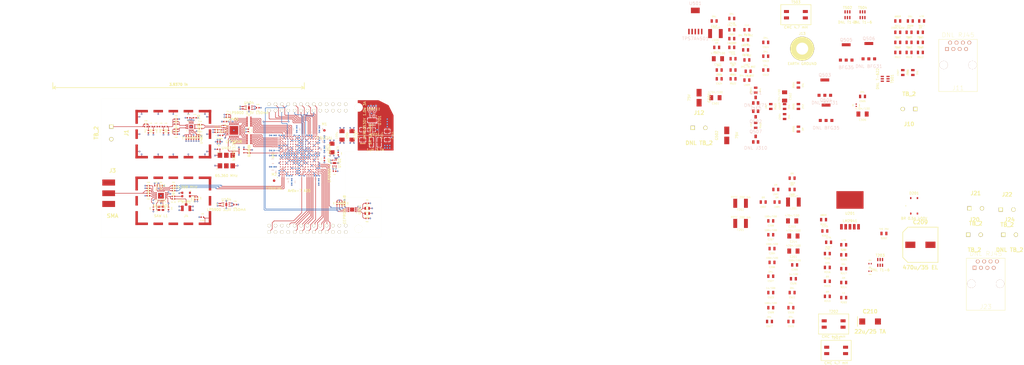
<source format=kicad_pcb>
(kicad_pcb (version 3) (host pcbnew "(2013-mar-25)-stable")
  (layers (15 Top signal) (4 Gnd signal hide) (3 Vcc signal hide) (2 G2 signal hide) (1 V2 signal hide) (0 Bottom signal) (18 B.Paste user) (19 F.Paste user) (20 B.SilkS user) (21 F.SilkS user) (22 B.Mask user) (23 F.Mask user) (28 Edge.Cuts user))
  (net 0 "")
  (net 1 /ADC/AD0)
  (net 2 /ADC/AD1)
  (net 3 /ADC/AD10)
  (net 4 /ADC/AD11)
  (net 5 /ADC/AD12)
  (net 6 /ADC/AD13)
  (net 7 /ADC/AD2)
  (net 8 /ADC/AD3)
  (net 9 /ADC/AD4)
  (net 10 /ADC/AD5)
  (net 11 /ADC/AD6)
  (net 12 /ADC/AD7)
  (net 13 /ADC/AD8)
  (net 14 /ADC/AD9)
  (net 15 /ADC/ADOV)
  (net 16 /ADC/AIN+)
  (net 17 /ADC/AIN-)
  (net 18 /ADC/ANT+)
  (net 19 /ADC/IN+)
  (net 20 /ADC/IN-)
  (net 21 /ADC/LCLK)
  (net 22 /ADC/LP1)
  (net 23 /ADC/LP2)
  (net 24 /ADC/LP3)
  (net 25 /ADC/LP4)
  (net 26 /ADC/OUT+)
  (net 27 /ADC/OUT-)
  (net 28 /ADC/REFH)
  (net 29 /ADC/REFL)
  (net 30 /ADC/RF+)
  (net 31 /ADC/RF-)
  (net 32 /ADC/VA)
  (net 33 /ADC/VCM)
  (net 34 /ADC/VCXO)
  (net 35 /Active_Antenna/14.55)
  (net 36 /Active_Antenna/ANT1)
  (net 37 /Active_Antenna/ANT2)
  (net 38 /Active_Antenna/ANT3)
  (net 39 /Active_Antenna/ANT4)
  (net 40 /Active_Antenna/B1H)
  (net 41 /Active_Antenna/B1L)
  (net 42 /Active_Antenna/B2H)
  (net 43 /Active_Antenna/B2L)
  (net 44 /Active_Antenna/BIAS)
  (net 45 /Active_Antenna/BIAS+)
  (net 46 /Active_Antenna/BIAS-)
  (net 47 /Active_Antenna/DCIN)
  (net 48 /Active_Antenna/E1H)
  (net 49 /Active_Antenna/E1L)
  (net 50 /Active_Antenna/E2H)
  (net 51 /Active_Antenna/E2L)
  (net 52 /Active_Antenna/EARTH)
  (net 53 /Active_Antenna/FB1)
  (net 54 /Active_Antenna/FB2)
  (net 55 /Active_Antenna/FB3)
  (net 56 /Active_Antenna/JHI)
  (net 57 /Active_Antenna/JLO)
  (net 58 /Active_Antenna/NF1H)
  (net 59 /Active_Antenna/NF1L)
  (net 60 /Active_Antenna/NF2H)
  (net 61 /Active_Antenna/NF2L)
  (net 62 /Active_Antenna/NF3H)
  (net 63 /Active_Antenna/NF3L)
  (net 64 /Active_Antenna/OUT)
  (net 65 /Active_Antenna/RX+)
  (net 66 /Active_Antenna/RX-)
  (net 67 /Active_Antenna/THI)
  (net 68 /Active_Antenna/TLO)
  (net 69 /Active_Antenna/TP)
  (net 70 /Active_Antenna/VADJ)
  (net 71 /BeagleBone/CS0)
  (net 72 /BeagleBone/CS1)
  (net 73 /BeagleBone/EJ1)
  (net 74 /BeagleBone/EJ2)
  (net 75 /BeagleBone/ESCL)
  (net 76 /BeagleBone/ESDA)
  (net 77 /BeagleBone/EWP)
  (net 78 /BeagleBone/G014)
  (net 79 /BeagleBone/G015)
  (net 80 /BeagleBone/G030)
  (net 81 /BeagleBone/G031)
  (net 82 /BeagleBone/G116)
  (net 83 /BeagleBone/G117)
  (net 84 /BeagleBone/INIT)
  (net 85 /BeagleBone/MISO)
  (net 86 /BeagleBone/MOSI)
  (net 87 /BeagleBone/PGM)
  (net 88 /BeagleBone/SCLK)
  (net 89 /GPS/EOSC)
  (net 90 /GPS/GBIAS)
  (net 91 /GPS/GPS)
  (net 92 /GPS/GPS2)
  (net 93 /GPS/LCLK)
  (net 94 /GPS/LMAG)
  (net 95 /GPS/LNA)
  (net 96 /GPS/LSGN)
  (net 97 /GPS/RING)
  (net 98 /GPS/SAW1)
  (net 99 /GPS/SAW2)
  (net 100 /GPS/TCXO1)
  (net 101 /GPS/TCXO2)
  (net 102 /GPS/TXOP)
  (net 103 /GPS/VAGC)
  (net 104 /Power_Injector/+16V)
  (net 105 /Power_Injector/AC1)
  (net 106 /Power_Injector/AC2)
  (net 107 /Power_Injector/AC3)
  (net 108 /Power_Injector/AC4)
  (net 109 /Power_Injector/AC5)
  (net 110 /Power_Injector/ANT+)
  (net 111 /Power_Injector/ANT-)
  (net 112 /Power_Injector/BIAS+)
  (net 113 /Power_Injector/BIAS-)
  (net 114 /Power_Injector/RX+)
  (net 115 /Power_Injector/RX-)
  (net 116 /Power_Injector/SNB)
  (net 117 /Power_Injector/SNB1)
  (net 118 /Power_Injector/SNB2)
  (net 119 /Power_Injector/SNB3)
  (net 120 /Power_Injector/SNB4)
  (net 121 /Power_Injector/TP)
  (net 122 /Power_Injector/VADJ)
  (net 123 /Power_Injector/VIN)
  (net 124 /Power_Injector/VOUT)
  (net 125 /Power_Supplies/EN)
  (net 126 /Power_Supplies/FB)
  (net 127 /Power_Supplies/SW1)
  (net 128 1.0)
  (net 129 1.8)
  (net 130 3.3)
  (net 131 3.3A)
  (net 132 3.3G)
  (net 133 5V)
  (net 134 ACLK)
  (net 135 D0)
  (net 136 D1)
  (net 137 D10)
  (net 138 D11)
  (net 139 D12)
  (net 140 D13)
  (net 141 D2)
  (net 142 D3)
  (net 143 D4)
  (net 144 D5)
  (net 145 D6)
  (net 146 D7)
  (net 147 D8)
  (net 148 D9)
  (net 149 G022)
  (net 150 G023)
  (net 151 G026)
  (net 152 G027)
  (net 153 G112)
  (net 154 G113)
  (net 155 G114)
  (net 156 G115)
  (net 157 G129)
  (net 158 G201)
  (net 159 G202)
  (net 160 G203)
  (net 161 G204)
  (net 162 G205)
  (net 163 GCLK)
  (net 164 GMAG)
  (net 165 GND)
  (net 166 GSGN)
  (net 167 OVFL)
  (module wrx-SM0402 (layer Top) (at 95 110)
    (fp_text reference C101 (at 0 -1.3) (layer F.SilkS) (effects (font (size 0.35052 0.3048) (thickness 0.07112))))
    (fp_text value 22p (at 0 1.3) (layer F.SilkS) (effects (font (size 0.35052 0.3048) (thickness 0.07112))))
    (pad 1 smd rect (at -0.44958 0) (size 0.39878 0.59944) (layers Top F.Paste F.Mask) (net 91 /GPS/GPS))
    (pad 2 smd rect (at 0.44958 0) (size 0.39878 0.59944) (layers Top F.Paste F.Mask) (net 92 /GPS/GPS2))
  )
  (module wrx-SM0402 (layer Top) (at 103 85.5 270)
    (fp_text reference C404 (at 0 -1.3 270) (layer F.SilkS) (effects (font (size 0.35052 0.3048) (thickness 0.07112))))
    (fp_text value 56p (at 0 1.3 270) (layer F.SilkS) (effects (font (size 0.35052 0.3048) (thickness 0.07112))))
    (pad 1 smd rect (at -0.44958 0 270) (size 0.39878 0.59944) (layers Top F.Paste F.Mask) (net 30 /ADC/RF+))
    (pad 2 smd rect (at 0.44958 0 270) (size 0.39878 0.59944) (layers Top F.Paste F.Mask) (net 165 GND))
  )
  (module wrx-SM0402 (layer Top) (at 101 85.5 270)
    (fp_text reference C403 (at 0 -1.3 270) (layer F.SilkS) (effects (font (size 0.35052 0.3048) (thickness 0.07112))))
    (fp_text value 160p (at 0 1.3 270) (layer F.SilkS) (effects (font (size 0.35052 0.3048) (thickness 0.07112))))
    (pad 1 smd rect (at -0.44958 0 270) (size 0.39878 0.59944) (layers Top F.Paste F.Mask) (net 25 /ADC/LP4))
    (pad 2 smd rect (at 0.44958 0 270) (size 0.39878 0.59944) (layers Top F.Paste F.Mask) (net 165 GND))
  )
  (module wrx-SM0402 (layer Top) (at 97 85.5 270)
    (fp_text reference C402 (at 0 -1.3 270) (layer F.SilkS) (effects (font (size 0.35052 0.3048) (thickness 0.07112))))
    (fp_text value 160p (at 0 1.3 270) (layer F.SilkS) (effects (font (size 0.35052 0.3048) (thickness 0.07112))))
    (pad 1 smd rect (at -0.44958 0 270) (size 0.39878 0.59944) (layers Top F.Paste F.Mask) (net 23 /ADC/LP2))
    (pad 2 smd rect (at 0.44958 0 270) (size 0.39878 0.59944) (layers Top F.Paste F.Mask) (net 165 GND))
  )
  (module wrx-SM0402 (layer Top) (at 95 85.5 270)
    (fp_text reference C401 (at 0 -1.3 270) (layer F.SilkS) (effects (font (size 0.35052 0.3048) (thickness 0.07112))))
    (fp_text value 56p (at 0 1.3 270) (layer F.SilkS) (effects (font (size 0.35052 0.3048) (thickness 0.07112))))
    (pad 1 smd rect (at -0.44958 0 270) (size 0.39878 0.59944) (layers Top F.Paste F.Mask) (net 22 /ADC/LP1))
    (pad 2 smd rect (at 0.44958 0 270) (size 0.39878 0.59944) (layers Top F.Paste F.Mask) (net 165 GND))
  )
  (module wrx-SM0402 (layer Top) (at 95 108)
    (fp_text reference C194 (at 0 -1.3) (layer F.SilkS) (effects (font (size 0.35052 0.3048) (thickness 0.07112))))
    (fp_text value 100p (at 0 1.3) (layer F.SilkS) (effects (font (size 0.35052 0.3048) (thickness 0.07112))))
    (pad 1 smd rect (at -0.44958 0) (size 0.39878 0.59944) (layers Top F.Paste F.Mask) (net 165 GND))
    (pad 2 smd rect (at 0.44958 0) (size 0.39878 0.59944) (layers Top F.Paste F.Mask) (net 90 /GPS/GBIAS))
  )
  (module wrx-SM0402 (layer Top) (at 95 111 180)
    (fp_text reference C104 (at 0 -1.3 180) (layer F.SilkS) (effects (font (size 0.35052 0.3048) (thickness 0.07112))))
    (fp_text value 22p (at 0 1.3 180) (layer F.SilkS) (effects (font (size 0.35052 0.3048) (thickness 0.07112))))
    (pad 1 smd rect (at -0.44958 0 180) (size 0.39878 0.59944) (layers Top F.Paste F.Mask) (net 95 /GPS/LNA))
    (pad 2 smd rect (at 0.44958 0 180) (size 0.39878 0.59944) (layers Top F.Paste F.Mask) (net 165 GND))
  )
  (module wrx-SM0402 (layer Top) (at 125 83.5 270)
    (fp_text reference C411 (at 0 -1.3 270) (layer F.SilkS) (effects (font (size 0.35052 0.3048) (thickness 0.07112))))
    (fp_text value 100p (at 0 1.3 270) (layer F.SilkS) (effects (font (size 0.35052 0.3048) (thickness 0.07112))))
    (pad 1 smd rect (at -0.44958 0 270) (size 0.39878 0.59944) (layers Top F.Paste F.Mask) (net 16 /ADC/AIN+))
    (pad 2 smd rect (at 0.44958 0 270) (size 0.39878 0.59944) (layers Top F.Paste F.Mask) (net 17 /ADC/AIN-))
  )
  (module wrx-SM0402 (layer Bottom) (at 158.5 95)
    (fp_text reference C7 (at 0 1.3) (layer B.SilkS) (effects (font (size 0.35052 0.3048) (thickness 0.07112)) (justify mirror)))
    (fp_text value 470n (at 0 -1.3) (layer B.SilkS) (effects (font (size 0.35052 0.3048) (thickness 0.07112)) (justify mirror)))
    (pad 1 smd rect (at -0.44958 0) (size 0.39878 0.59944) (layers Bottom B.Paste B.Mask) (net 129 1.8))
    (pad 2 smd rect (at 0.44958 0) (size 0.39878 0.59944) (layers Bottom B.Paste B.Mask) (net 165 GND))
  )
  (module wrx-SM0402 (layer Bottom) (at 147 101.5 270)
    (fp_text reference C16 (at 0 1.3 270) (layer B.SilkS) (effects (font (size 0.35052 0.3048) (thickness 0.07112)) (justify mirror)))
    (fp_text value 470n (at 0 -1.3 270) (layer B.SilkS) (effects (font (size 0.35052 0.3048) (thickness 0.07112)) (justify mirror)))
    (pad 1 smd rect (at -0.44958 0 270) (size 0.39878 0.59944) (layers Bottom B.Paste B.Mask) (net 130 3.3))
    (pad 2 smd rect (at 0.44958 0 270) (size 0.39878 0.59944) (layers Bottom B.Paste B.Mask) (net 165 GND))
  )
  (module wrx-SM0402 (layer Bottom) (at 153.5 95 180)
    (fp_text reference C13 (at 0 1.3 180) (layer B.SilkS) (effects (font (size 0.35052 0.3048) (thickness 0.07112)) (justify mirror)))
    (fp_text value 470n (at 0 -1.3 180) (layer B.SilkS) (effects (font (size 0.35052 0.3048) (thickness 0.07112)) (justify mirror)))
    (pad 1 smd rect (at -0.44958 0 180) (size 0.39878 0.59944) (layers Bottom B.Paste B.Mask) (net 129 1.8))
    (pad 2 smd rect (at 0.44958 0 180) (size 0.39878 0.59944) (layers Bottom B.Paste B.Mask) (net 165 GND))
  )
  (module wrx-SM0402 (layer Bottom) (at 155 87.5 90)
    (fp_text reference C24 (at 0 1.3 90) (layer B.SilkS) (effects (font (size 0.35052 0.3048) (thickness 0.07112)) (justify mirror)))
    (fp_text value 470n (at 0 -1.3 90) (layer B.SilkS) (effects (font (size 0.35052 0.3048) (thickness 0.07112)) (justify mirror)))
    (pad 1 smd rect (at -0.44958 0 90) (size 0.39878 0.59944) (layers Bottom B.Paste B.Mask) (net 130 3.3))
    (pad 2 smd rect (at 0.44958 0 90) (size 0.39878 0.59944) (layers Bottom B.Paste B.Mask) (net 165 GND))
  )
  (module wrx-SM0402 (layer Bottom) (at 160.5 95)
    (fp_text reference C23 (at 0 1.3) (layer B.SilkS) (effects (font (size 0.35052 0.3048) (thickness 0.07112)) (justify mirror)))
    (fp_text value 470n (at 0 -1.3) (layer B.SilkS) (effects (font (size 0.35052 0.3048) (thickness 0.07112)) (justify mirror)))
    (pad 1 smd rect (at -0.44958 0) (size 0.39878 0.59944) (layers Bottom B.Paste B.Mask) (net 130 3.3))
    (pad 2 smd rect (at 0.44958 0) (size 0.39878 0.59944) (layers Bottom B.Paste B.Mask) (net 165 GND))
  )
  (module wrx-SM0402 (layer Bottom) (at 156.5 95)
    (fp_text reference C8 (at 0 1.3) (layer B.SilkS) (effects (font (size 0.35052 0.3048) (thickness 0.07112)) (justify mirror)))
    (fp_text value 470n (at 0 -1.3) (layer B.SilkS) (effects (font (size 0.35052 0.3048) (thickness 0.07112)) (justify mirror)))
    (pad 1 smd rect (at -0.44958 0) (size 0.39878 0.59944) (layers Bottom B.Paste B.Mask) (net 128 1.0))
    (pad 2 smd rect (at 0.44958 0) (size 0.39878 0.59944) (layers Bottom B.Paste B.Mask) (net 165 GND))
  )
  (module wrx-SM0402 (layer Bottom) (at 155 93.5 90)
    (fp_text reference C3 (at 0 1.3 90) (layer B.SilkS) (effects (font (size 0.35052 0.3048) (thickness 0.07112)) (justify mirror)))
    (fp_text value 470n (at 0 -1.3 90) (layer B.SilkS) (effects (font (size 0.35052 0.3048) (thickness 0.07112)) (justify mirror)))
    (pad 1 smd rect (at -0.44958 0 90) (size 0.39878 0.59944) (layers Bottom B.Paste B.Mask) (net 128 1.0))
    (pad 2 smd rect (at 0.44958 0 90) (size 0.39878 0.59944) (layers Bottom B.Paste B.Mask) (net 165 GND))
  )
  (module wrx-SM0402 (layer Bottom) (at 163 89.5 90)
    (fp_text reference C12 (at 0 1.3 90) (layer B.SilkS) (effects (font (size 0.35052 0.3048) (thickness 0.07112)) (justify mirror)))
    (fp_text value 470n (at 0 -1.3 90) (layer B.SilkS) (effects (font (size 0.35052 0.3048) (thickness 0.07112)) (justify mirror)))
    (pad 1 smd rect (at -0.44958 0 90) (size 0.39878 0.59944) (layers Bottom B.Paste B.Mask) (net 130 3.3))
    (pad 2 smd rect (at 0.44958 0 90) (size 0.39878 0.59944) (layers Bottom B.Paste B.Mask) (net 165 GND))
  )
  (module wrx-SM0402 (layer Bottom) (at 155 91.5 90)
    (fp_text reference C1 (at 0 1.3 90) (layer B.SilkS) (effects (font (size 0.35052 0.3048) (thickness 0.07112)) (justify mirror)))
    (fp_text value 470n (at 0 -1.3 90) (layer B.SilkS) (effects (font (size 0.35052 0.3048) (thickness 0.07112)) (justify mirror)))
    (pad 1 smd rect (at -0.44958 0 90) (size 0.39878 0.59944) (layers Bottom B.Paste B.Mask) (net 129 1.8))
    (pad 2 smd rect (at 0.44958 0 90) (size 0.39878 0.59944) (layers Bottom B.Paste B.Mask) (net 165 GND))
  )
  (module wrx-SM0402 (layer Bottom) (at 151.5 95 180)
    (fp_text reference C2 (at 0 1.3 180) (layer B.SilkS) (effects (font (size 0.35052 0.3048) (thickness 0.07112)) (justify mirror)))
    (fp_text value 470n (at 0 -1.3 180) (layer B.SilkS) (effects (font (size 0.35052 0.3048) (thickness 0.07112)) (justify mirror)))
    (pad 1 smd rect (at -0.44958 0 180) (size 0.39878 0.59944) (layers Bottom B.Paste B.Mask) (net 128 1.0))
    (pad 2 smd rect (at 0.44958 0 180) (size 0.39878 0.59944) (layers Bottom B.Paste B.Mask) (net 165 GND))
  )
  (module wrx-SM0402 (layer Bottom) (at 155 96.5 270)
    (fp_text reference C15 (at 0 1.3 270) (layer B.SilkS) (effects (font (size 0.35052 0.3048) (thickness 0.07112)) (justify mirror)))
    (fp_text value 470n (at 0 -1.3 270) (layer B.SilkS) (effects (font (size 0.35052 0.3048) (thickness 0.07112)) (justify mirror)))
    (pad 1 smd rect (at -0.44958 0 270) (size 0.39878 0.59944) (layers Bottom B.Paste B.Mask) (net 165 GND))
    (pad 2 smd rect (at 0.44958 0 270) (size 0.39878 0.59944) (layers Bottom B.Paste B.Mask) (net 128 1.0))
  )
  (module wrx-SM0402 (layer Bottom) (at 148.5 87)
    (fp_text reference C11 (at 0 1.3) (layer B.SilkS) (effects (font (size 0.35052 0.3048) (thickness 0.07112)) (justify mirror)))
    (fp_text value 470n (at 0 -1.3) (layer B.SilkS) (effects (font (size 0.35052 0.3048) (thickness 0.07112)) (justify mirror)))
    (pad 1 smd rect (at -0.44958 0) (size 0.39878 0.59944) (layers Bottom B.Paste B.Mask) (net 130 3.3))
    (pad 2 smd rect (at 0.44958 0) (size 0.39878 0.59944) (layers Bottom B.Paste B.Mask) (net 165 GND))
  )
  (module wrx-SM0402 (layer Bottom) (at 155 89.5 270)
    (fp_text reference C6 (at 0 1.3 270) (layer B.SilkS) (effects (font (size 0.35052 0.3048) (thickness 0.07112)) (justify mirror)))
    (fp_text value 470n (at 0 -1.3 270) (layer B.SilkS) (effects (font (size 0.35052 0.3048) (thickness 0.07112)) (justify mirror)))
    (pad 1 smd rect (at -0.44958 0 270) (size 0.39878 0.59944) (layers Bottom B.Paste B.Mask) (net 130 3.3))
    (pad 2 smd rect (at 0.44958 0 270) (size 0.39878 0.59944) (layers Bottom B.Paste B.Mask) (net 165 GND))
  )
  (module wrx-SM0402 (layer Top) (at 115.75 82.75)
    (fp_text reference L405 (at 0 -1.3) (layer F.SilkS) (effects (font (size 0.35052 0.3048) (thickness 0.07112))))
    (fp_text value 150nH (at 0 1.3) (layer F.SilkS) (effects (font (size 0.35052 0.3048) (thickness 0.07112))))
    (pad 1 smd rect (at -0.44958 0) (size 0.39878 0.59944) (layers Top F.Paste F.Mask) (net 26 /ADC/OUT+))
    (pad 2 smd rect (at 0.44958 0) (size 0.39878 0.59944) (layers Top F.Paste F.Mask) (net 16 /ADC/AIN+))
  )
  (module wrx-SM0402 (layer Top) (at 115.75 84.25)
    (fp_text reference L406 (at 0 -1.3) (layer F.SilkS) (effects (font (size 0.35052 0.3048) (thickness 0.07112))))
    (fp_text value 150nH (at 0 1.3) (layer F.SilkS) (effects (font (size 0.35052 0.3048) (thickness 0.07112))))
    (pad 1 smd rect (at -0.44958 0) (size 0.39878 0.59944) (layers Top F.Paste F.Mask) (net 27 /ADC/OUT-))
    (pad 2 smd rect (at 0.44958 0) (size 0.39878 0.59944) (layers Top F.Paste F.Mask) (net 17 /ADC/AIN-))
  )
  (module wrx-SM0402 (layer Top) (at 112 88 270)
    (fp_text reference C408 (at 0 -1.3 270) (layer F.SilkS) (effects (font (size 0.35052 0.3048) (thickness 0.07112))))
    (fp_text value 100p (at 0 1.3 270) (layer F.SilkS) (effects (font (size 0.35052 0.3048) (thickness 0.07112))))
    (pad 1 smd rect (at -0.44958 0 270) (size 0.39878 0.59944) (layers Top F.Paste F.Mask) (net 33 /ADC/VCM))
    (pad 2 smd rect (at 0.44958 0 270) (size 0.39878 0.59944) (layers Top F.Paste F.Mask) (net 165 GND))
  )
  (module wrx-SM0402 (layer Bottom) (at 150.5 103 180)
    (fp_text reference C25 (at 0 1.3 180) (layer B.SilkS) (effects (font (size 0.35052 0.3048) (thickness 0.07112)) (justify mirror)))
    (fp_text value 470n (at 0 -1.3 180) (layer B.SilkS) (effects (font (size 0.35052 0.3048) (thickness 0.07112)) (justify mirror)))
    (pad 1 smd rect (at -0.44958 0 180) (size 0.39878 0.59944) (layers Bottom B.Paste B.Mask) (net 130 3.3))
    (pad 2 smd rect (at 0.44958 0 180) (size 0.39878 0.59944) (layers Bottom B.Paste B.Mask) (net 165 GND))
  )
  (module wrx-SM0402 (layer Bottom) (at 147 91.5 270)
    (fp_text reference C33 (at 0 1.3 270) (layer B.SilkS) (effects (font (size 0.35052 0.3048) (thickness 0.07112)) (justify mirror)))
    (fp_text value 470n (at 0 -1.3 270) (layer B.SilkS) (effects (font (size 0.35052 0.3048) (thickness 0.07112)) (justify mirror)))
    (pad 1 smd rect (at -0.44958 0 270) (size 0.39878 0.59944) (layers Bottom B.Paste B.Mask) (net 130 3.3))
    (pad 2 smd rect (at 0.44958 0 270) (size 0.39878 0.59944) (layers Bottom B.Paste B.Mask) (net 165 GND))
  )
  (module wrx-SM0402 (layer Bottom) (at 155 102.5 270)
    (fp_text reference C32 (at 0 1.3 270) (layer B.SilkS) (effects (font (size 0.35052 0.3048) (thickness 0.07112)) (justify mirror)))
    (fp_text value 470n (at 0 -1.3 270) (layer B.SilkS) (effects (font (size 0.35052 0.3048) (thickness 0.07112)) (justify mirror)))
    (pad 1 smd rect (at -0.44958 0 270) (size 0.39878 0.59944) (layers Bottom B.Paste B.Mask) (net 130 3.3))
    (pad 2 smd rect (at 0.44958 0 270) (size 0.39878 0.59944) (layers Bottom B.Paste B.Mask) (net 165 GND))
  )
  (module wrx-SM0402 (layer Bottom) (at 155 100.5 270)
    (fp_text reference C31 (at 0 1.3 270) (layer B.SilkS) (effects (font (size 0.35052 0.3048) (thickness 0.07112)) (justify mirror)))
    (fp_text value 470n (at 0 -1.3 270) (layer B.SilkS) (effects (font (size 0.35052 0.3048) (thickness 0.07112)) (justify mirror)))
    (pad 1 smd rect (at -0.44958 0 270) (size 0.39878 0.59944) (layers Bottom B.Paste B.Mask) (net 130 3.3))
    (pad 2 smd rect (at 0.44958 0 270) (size 0.39878 0.59944) (layers Bottom B.Paste B.Mask) (net 165 GND))
  )
  (module wrx-SM0402 (layer Bottom) (at 162.5 95)
    (fp_text reference C30 (at 0 1.3) (layer B.SilkS) (effects (font (size 0.35052 0.3048) (thickness 0.07112)) (justify mirror)))
    (fp_text value 470n (at 0 -1.3) (layer B.SilkS) (effects (font (size 0.35052 0.3048) (thickness 0.07112)) (justify mirror)))
    (pad 1 smd rect (at -0.44958 0) (size 0.39878 0.59944) (layers Bottom B.Paste B.Mask) (net 130 3.3))
    (pad 2 smd rect (at 0.44958 0) (size 0.39878 0.59944) (layers Bottom B.Paste B.Mask) (net 165 GND))
  )
  (module wrx-SM0402 (layer Bottom) (at 159.5 87)
    (fp_text reference C39 (at 0 1.3) (layer B.SilkS) (effects (font (size 0.35052 0.3048) (thickness 0.07112)) (justify mirror)))
    (fp_text value 470n (at 0 -1.3) (layer B.SilkS) (effects (font (size 0.35052 0.3048) (thickness 0.07112)) (justify mirror)))
    (pad 1 smd rect (at -0.44958 0) (size 0.39878 0.59944) (layers Bottom B.Paste B.Mask) (net 130 3.3))
    (pad 2 smd rect (at 0.44958 0) (size 0.39878 0.59944) (layers Bottom B.Paste B.Mask) (net 165 GND))
  )
  (module wrx-SM0402 (layer Bottom) (at 163 99.5 90)
    (fp_text reference C38 (at 0 1.3 90) (layer B.SilkS) (effects (font (size 0.35052 0.3048) (thickness 0.07112)) (justify mirror)))
    (fp_text value 470n (at 0 -1.3 90) (layer B.SilkS) (effects (font (size 0.35052 0.3048) (thickness 0.07112)) (justify mirror)))
    (pad 1 smd rect (at -0.44958 0 90) (size 0.39878 0.59944) (layers Bottom B.Paste B.Mask) (net 130 3.3))
    (pad 2 smd rect (at 0.44958 0 90) (size 0.39878 0.59944) (layers Bottom B.Paste B.Mask) (net 165 GND))
  )
  (module wrx-SM0402 (layer Bottom) (at 147.5 95 180)
    (fp_text reference C37 (at 0 1.3 180) (layer B.SilkS) (effects (font (size 0.35052 0.3048) (thickness 0.07112)) (justify mirror)))
    (fp_text value 470n (at 0 -1.3 180) (layer B.SilkS) (effects (font (size 0.35052 0.3048) (thickness 0.07112)) (justify mirror)))
    (pad 1 smd rect (at -0.44958 0 180) (size 0.39878 0.59944) (layers Bottom B.Paste B.Mask) (net 130 3.3))
    (pad 2 smd rect (at 0.44958 0 180) (size 0.39878 0.59944) (layers Bottom B.Paste B.Mask) (net 165 GND))
  )
  (module wrx-SM0402 (layer Bottom) (at 149.5 95)
    (fp_text reference C36 (at 0 1.3) (layer B.SilkS) (effects (font (size 0.35052 0.3048) (thickness 0.07112)) (justify mirror)))
    (fp_text value 470n (at 0 -1.3) (layer B.SilkS) (effects (font (size 0.35052 0.3048) (thickness 0.07112)) (justify mirror)))
    (pad 1 smd rect (at -0.44958 0) (size 0.39878 0.59944) (layers Bottom B.Paste B.Mask) (net 130 3.3))
    (pad 2 smd rect (at 0.44958 0) (size 0.39878 0.59944) (layers Bottom B.Paste B.Mask) (net 165 GND))
  )
  (module wrx-SM0402 (layer Bottom) (at 161.5 103 180)
    (fp_text reference C26 (at 0 1.3 180) (layer B.SilkS) (effects (font (size 0.35052 0.3048) (thickness 0.07112)) (justify mirror)))
    (fp_text value 470n (at 0 -1.3 180) (layer B.SilkS) (effects (font (size 0.35052 0.3048) (thickness 0.07112)) (justify mirror)))
    (pad 1 smd rect (at -0.44958 0 180) (size 0.39878 0.59944) (layers Bottom B.Paste B.Mask) (net 130 3.3))
    (pad 2 smd rect (at 0.44958 0 180) (size 0.39878 0.59944) (layers Bottom B.Paste B.Mask) (net 165 GND))
  )
  (module wrx-SM0402 (layer Top) (at 95 109)
    (fp_text reference L101 (at 0 -1.3) (layer F.SilkS) (effects (font (size 0.35052 0.3048) (thickness 0.07112))))
    (fp_text value 39nH (at 0 1.3) (layer F.SilkS) (effects (font (size 0.35052 0.3048) (thickness 0.07112))))
    (pad 1 smd rect (at -0.44958 0) (size 0.39878 0.59944) (layers Top F.Paste F.Mask) (net 91 /GPS/GPS))
    (pad 2 smd rect (at 0.44958 0) (size 0.39878 0.59944) (layers Top F.Paste F.Mask) (net 90 /GPS/GBIAS))
  )
  (module wrx-SM0402 (layer Top) (at 102 83.5)
    (fp_text reference L404 (at 0 -1.3) (layer F.SilkS) (effects (font (size 0.35052 0.3048) (thickness 0.07112))))
    (fp_text value 330nH (at 0 1.3) (layer F.SilkS) (effects (font (size 0.35052 0.3048) (thickness 0.07112))))
    (pad 1 smd rect (at -0.44958 0) (size 0.39878 0.59944) (layers Top F.Paste F.Mask) (net 25 /ADC/LP4))
    (pad 2 smd rect (at 0.44958 0) (size 0.39878 0.59944) (layers Top F.Paste F.Mask) (net 30 /ADC/RF+))
  )
  (module wrx-SM0402 (layer Top) (at 100 83.5)
    (fp_text reference L403 (at 0 -1.3) (layer F.SilkS) (effects (font (size 0.35052 0.3048) (thickness 0.07112))))
    (fp_text value 150nH (at 0 1.3) (layer F.SilkS) (effects (font (size 0.35052 0.3048) (thickness 0.07112))))
    (pad 1 smd rect (at -0.44958 0) (size 0.39878 0.59944) (layers Top F.Paste F.Mask) (net 24 /ADC/LP3))
    (pad 2 smd rect (at 0.44958 0) (size 0.39878 0.59944) (layers Top F.Paste F.Mask) (net 25 /ADC/LP4))
  )
  (module wrx-SM0402 (layer Top) (at 98 83.5)
    (fp_text reference L402 (at 0 -1.3) (layer F.SilkS) (effects (font (size 0.35052 0.3048) (thickness 0.07112))))
    (fp_text value 270nH (at 0 1.3) (layer F.SilkS) (effects (font (size 0.35052 0.3048) (thickness 0.07112))))
    (pad 1 smd rect (at -0.44958 0) (size 0.39878 0.59944) (layers Top F.Paste F.Mask) (net 23 /ADC/LP2))
    (pad 2 smd rect (at 0.44958 0) (size 0.39878 0.59944) (layers Top F.Paste F.Mask) (net 24 /ADC/LP3))
  )
  (module wrx-SM0402 (layer Top) (at 96 83.5)
    (fp_text reference L401 (at 0 -1.3) (layer F.SilkS) (effects (font (size 0.35052 0.3048) (thickness 0.07112))))
    (fp_text value 330nH (at 0 1.3) (layer F.SilkS) (effects (font (size 0.35052 0.3048) (thickness 0.07112))))
    (pad 1 smd rect (at -0.44958 0) (size 0.39878 0.59944) (layers Top F.Paste F.Mask) (net 22 /ADC/LP1))
    (pad 2 smd rect (at 0.44958 0) (size 0.39878 0.59944) (layers Top F.Paste F.Mask) (net 23 /ADC/LP2))
  )
  (module wrx-SM0402 (layer Top) (at 105 109)
    (fp_text reference R103 (at 0 -1.3) (layer F.SilkS) (effects (font (size 0.35052 0.3048) (thickness 0.07112))))
    (fp_text value 100R (at 0 1.3) (layer F.SilkS) (effects (font (size 0.35052 0.3048) (thickness 0.07112))))
    (pad 1 smd rect (at -0.44958 0) (size 0.39878 0.59944) (layers Top F.Paste F.Mask) (net 94 /GPS/LMAG))
    (pad 2 smd rect (at 0.44958 0) (size 0.39878 0.59944) (layers Top F.Paste F.Mask) (net 164 GMAG))
  )
  (module wrx-SM0402 (layer Top) (at 105 108)
    (fp_text reference R102 (at 0 -1.3) (layer F.SilkS) (effects (font (size 0.35052 0.3048) (thickness 0.07112))))
    (fp_text value 100R (at 0 1.3) (layer F.SilkS) (effects (font (size 0.35052 0.3048) (thickness 0.07112))))
    (pad 1 smd rect (at -0.44958 0) (size 0.39878 0.59944) (layers Top F.Paste F.Mask) (net 96 /GPS/LSGN))
    (pad 2 smd rect (at 0.44958 0) (size 0.39878 0.59944) (layers Top F.Paste F.Mask) (net 166 GSGN))
  )
  (module wrx-SM0402 (layer Top) (at 105 107)
    (fp_text reference R101 (at 0 -1.3) (layer F.SilkS) (effects (font (size 0.35052 0.3048) (thickness 0.07112))))
    (fp_text value 100R (at 0 1.3) (layer F.SilkS) (effects (font (size 0.35052 0.3048) (thickness 0.07112))))
    (pad 1 smd rect (at -0.44958 0) (size 0.39878 0.59944) (layers Top F.Paste F.Mask) (net 93 /GPS/LCLK))
    (pad 2 smd rect (at 0.44958 0) (size 0.39878 0.59944) (layers Top F.Paste F.Mask) (net 163 GCLK))
  )
  (module wrx-SM0402 (layer Top) (at 113.5 112 270)
    (fp_text reference C195 (at 0 -1.3 270) (layer F.SilkS) (effects (font (size 0.35052 0.3048) (thickness 0.07112))))
    (fp_text value 100n (at 0 1.3 270) (layer F.SilkS) (effects (font (size 0.35052 0.3048) (thickness 0.07112))))
    (pad 1 smd rect (at -0.44958 0 270) (size 0.39878 0.59944) (layers Top F.Paste F.Mask) (net 102 /GPS/TXOP))
    (pad 2 smd rect (at 0.44958 0 270) (size 0.39878 0.59944) (layers Top F.Paste F.Mask) (net 165 GND))
  )
  (module wrx-SM0402 (layer Top) (at 97 116 270)
    (fp_text reference C190 (at 0 -1.3 270) (layer F.SilkS) (effects (font (size 0.35052 0.3048) (thickness 0.07112))))
    (fp_text value 100n (at 0 1.3 270) (layer F.SilkS) (effects (font (size 0.35052 0.3048) (thickness 0.07112))))
    (pad 1 smd rect (at -0.44958 0 270) (size 0.39878 0.59944) (layers Top F.Paste F.Mask) (net 132 3.3G))
    (pad 2 smd rect (at 0.44958 0 270) (size 0.39878 0.59944) (layers Top F.Paste F.Mask) (net 165 GND))
  )
  (module wrx-SM0402 (layer Top) (at 100 107 180)
    (fp_text reference C192 (at 0 -1.3 180) (layer F.SilkS) (effects (font (size 0.35052 0.3048) (thickness 0.07112))))
    (fp_text value 100n (at 0 1.3 180) (layer F.SilkS) (effects (font (size 0.35052 0.3048) (thickness 0.07112))))
    (pad 1 smd rect (at -0.44958 0 180) (size 0.39878 0.59944) (layers Top F.Paste F.Mask) (net 165 GND))
    (pad 2 smd rect (at 0.44958 0 180) (size 0.39878 0.59944) (layers Top F.Paste F.Mask) (net 132 3.3G))
  )
  (module wrx-SM0402 (layer Top) (at 98 107)
    (fp_text reference C193 (at 0 -1.3) (layer F.SilkS) (effects (font (size 0.35052 0.3048) (thickness 0.07112))))
    (fp_text value 10n (at 0 1.3) (layer F.SilkS) (effects (font (size 0.35052 0.3048) (thickness 0.07112))))
    (pad 1 smd rect (at -0.44958 0) (size 0.39878 0.59944) (layers Top F.Paste F.Mask) (net 165 GND))
    (pad 2 smd rect (at 0.44958 0) (size 0.39878 0.59944) (layers Top F.Paste F.Mask) (net 132 3.3G))
  )
  (module wrx-SM0402 (layer Top) (at 103 116 270)
    (fp_text reference C191 (at 0 -1.3 270) (layer F.SilkS) (effects (font (size 0.35052 0.3048) (thickness 0.07112))))
    (fp_text value 100n (at 0 1.3 270) (layer F.SilkS) (effects (font (size 0.35052 0.3048) (thickness 0.07112))))
    (pad 1 smd rect (at -0.44958 0 270) (size 0.39878 0.59944) (layers Top F.Paste F.Mask) (net 132 3.3G))
    (pad 2 smd rect (at 0.44958 0 270) (size 0.39878 0.59944) (layers Top F.Paste F.Mask) (net 165 GND))
  )
  (module wrx-SM0402 (layer Top) (at 95 107)
    (fp_text reference C106 (at 0 -1.3) (layer F.SilkS) (effects (font (size 0.35052 0.3048) (thickness 0.07112))))
    (fp_text value 10n (at 0 1.3) (layer F.SilkS) (effects (font (size 0.35052 0.3048) (thickness 0.07112))))
    (pad 1 smd rect (at -0.44958 0) (size 0.39878 0.59944) (layers Top F.Paste F.Mask) (net 165 GND))
    (pad 2 smd rect (at 0.44958 0) (size 0.39878 0.59944) (layers Top F.Paste F.Mask) (net 103 /GPS/VAGC))
  )
  (module wrx-SM0402 (layer Top) (at 105 112.25)
    (fp_text reference C107 (at 0 -1.3) (layer F.SilkS) (effects (font (size 0.35052 0.3048) (thickness 0.07112))))
    (fp_text value "DNL 10n" (at 0 1.3) (layer F.SilkS) (effects (font (size 0.35052 0.3048) (thickness 0.07112))))
    (pad 1 smd rect (at -0.44958 0) (size 0.39878 0.59944) (layers Top F.Paste F.Mask) (net 100 /GPS/TCXO1))
    (pad 2 smd rect (at 0.44958 0) (size 0.39878 0.59944) (layers Top F.Paste F.Mask) (net 89 /GPS/EOSC))
  )
  (module wrx-SM0402 (layer Top) (at 105 111.25)
    (fp_text reference C105 (at 0 -1.3) (layer F.SilkS) (effects (font (size 0.35052 0.3048) (thickness 0.07112))))
    (fp_text value 10n (at 0 1.3) (layer F.SilkS) (effects (font (size 0.35052 0.3048) (thickness 0.07112))))
    (pad 1 smd rect (at -0.44958 0) (size 0.39878 0.59944) (layers Top F.Paste F.Mask) (net 100 /GPS/TCXO1))
    (pad 2 smd rect (at 0.44958 0) (size 0.39878 0.59944) (layers Top F.Paste F.Mask) (net 101 /GPS/TCXO2))
  )
  (module wrx-SM0402 (layer Top) (at 125 85.25 270)
    (fp_text reference C421 (at 0 -1.3 270) (layer F.SilkS) (effects (font (size 0.35052 0.3048) (thickness 0.07112))))
    (fp_text value 100n (at 0 1.3 270) (layer F.SilkS) (effects (font (size 0.35052 0.3048) (thickness 0.07112))))
    (pad 1 smd rect (at -0.44958 0 270) (size 0.39878 0.59944) (layers Top F.Paste F.Mask) (net 28 /ADC/REFH))
    (pad 2 smd rect (at 0.44958 0 270) (size 0.39878 0.59944) (layers Top F.Paste F.Mask) (net 29 /ADC/REFL))
  )
  (module wrx-SM0402 (layer Top) (at 125.5 81.5)
    (fp_text reference C423 (at 0 -1.3) (layer F.SilkS) (effects (font (size 0.35052 0.3048) (thickness 0.07112))))
    (fp_text value 100n (at 0 1.3) (layer F.SilkS) (effects (font (size 0.35052 0.3048) (thickness 0.07112))))
    (pad 1 smd rect (at -0.44958 0) (size 0.39878 0.59944) (layers Top F.Paste F.Mask) (net 165 GND))
    (pad 2 smd rect (at 0.44958 0) (size 0.39878 0.59944) (layers Top F.Paste F.Mask) (net 131 3.3A))
  )
  (module wrx-SM0402 (layer Top) (at 124 87)
    (fp_text reference C422 (at 0 -1.3) (layer F.SilkS) (effects (font (size 0.35052 0.3048) (thickness 0.07112))))
    (fp_text value 100n (at 0 1.3) (layer F.SilkS) (effects (font (size 0.35052 0.3048) (thickness 0.07112))))
    (pad 1 smd rect (at -0.44958 0) (size 0.39878 0.59944) (layers Top F.Paste F.Mask) (net 165 GND))
    (pad 2 smd rect (at 0.44958 0) (size 0.39878 0.59944) (layers Top F.Paste F.Mask) (net 131 3.3A))
  )
  (module wrx-SM0402 (layer Top) (at 134.75 85 270)
    (fp_text reference C424 (at 0 -1.3 270) (layer F.SilkS) (effects (font (size 0.35052 0.3048) (thickness 0.07112))))
    (fp_text value 100n (at 0 1.3 270) (layer F.SilkS) (effects (font (size 0.35052 0.3048) (thickness 0.07112))))
    (pad 1 smd rect (at -0.44958 0 270) (size 0.39878 0.59944) (layers Top F.Paste F.Mask) (net 131 3.3A))
    (pad 2 smd rect (at 0.44958 0 270) (size 0.39878 0.59944) (layers Top F.Paste F.Mask) (net 165 GND))
  )
  (module wrx-SM0402 (layer Top) (at 123 92.5 180)
    (fp_text reference C425 (at 0 -1.3 180) (layer F.SilkS) (effects (font (size 0.35052 0.3048) (thickness 0.07112))))
    (fp_text value 10n (at 0 1.3 180) (layer F.SilkS) (effects (font (size 0.35052 0.3048) (thickness 0.07112))))
    (pad 1 smd rect (at -0.44958 0 180) (size 0.39878 0.59944) (layers Top F.Paste F.Mask) (net 131 3.3A))
    (pad 2 smd rect (at 0.44958 0 180) (size 0.39878 0.59944) (layers Top F.Paste F.Mask) (net 165 GND))
  )
  (module wrx-SM0402 (layer Top) (at 106 85.5)
    (fp_text reference C409 (at 0 -1.3) (layer F.SilkS) (effects (font (size 0.35052 0.3048) (thickness 0.07112))))
    (fp_text value 1n (at 0 1.3) (layer F.SilkS) (effects (font (size 0.35052 0.3048) (thickness 0.07112))))
    (pad 1 smd rect (at -0.44958 0) (size 0.39878 0.59944) (layers Top F.Paste F.Mask) (net 31 /ADC/RF-))
    (pad 2 smd rect (at 0.44958 0) (size 0.39878 0.59944) (layers Top F.Paste F.Mask) (net 20 /ADC/IN-))
  )
  (module wrx-SM0402 (layer Top) (at 106 81.5)
    (fp_text reference C407 (at 0 -1.3) (layer F.SilkS) (effects (font (size 0.35052 0.3048) (thickness 0.07112))))
    (fp_text value 1n (at 0 1.3) (layer F.SilkS) (effects (font (size 0.35052 0.3048) (thickness 0.07112))))
    (pad 1 smd rect (at -0.44958 0) (size 0.39878 0.59944) (layers Top F.Paste F.Mask) (net 30 /ADC/RF+))
    (pad 2 smd rect (at 0.44958 0) (size 0.39878 0.59944) (layers Top F.Paste F.Mask) (net 19 /ADC/IN+))
  )
  (module wrx-SM0402 (layer Top) (at 135 92.75)
    (fp_text reference C413 (at 0 -1.3) (layer F.SilkS) (effects (font (size 0.35052 0.3048) (thickness 0.07112))))
    (fp_text value 10n (at 0 1.3) (layer F.SilkS) (effects (font (size 0.35052 0.3048) (thickness 0.07112))))
    (pad 1 smd rect (at -0.44958 0) (size 0.39878 0.59944) (layers Top F.Paste F.Mask) (net 131 3.3A))
    (pad 2 smd rect (at 0.44958 0) (size 0.39878 0.59944) (layers Top F.Paste F.Mask) (net 165 GND))
  )
  (module wrx-SM0402 (layer Top) (at 115 88 90)
    (fp_text reference C429 (at 0 -1.3 90) (layer F.SilkS) (effects (font (size 0.35052 0.3048) (thickness 0.07112))))
    (fp_text value 100n (at 0 1.3 90) (layer F.SilkS) (effects (font (size 0.35052 0.3048) (thickness 0.07112))))
    (pad 1 smd rect (at -0.44958 0 90) (size 0.39878 0.59944) (layers Top F.Paste F.Mask) (net 165 GND))
    (pad 2 smd rect (at 0.44958 0 90) (size 0.39878 0.59944) (layers Top F.Paste F.Mask) (net 32 /ADC/VA))
  )
  (module wrx-SM0402 (layer Top) (at 111 88 90)
    (fp_text reference C433 (at 0 -1.3 90) (layer F.SilkS) (effects (font (size 0.35052 0.3048) (thickness 0.07112))))
    (fp_text value 100n (at 0 1.3 90) (layer F.SilkS) (effects (font (size 0.35052 0.3048) (thickness 0.07112))))
    (pad 1 smd rect (at -0.44958 0 90) (size 0.39878 0.59944) (layers Top F.Paste F.Mask) (net 165 GND))
    (pad 2 smd rect (at 0.44958 0 90) (size 0.39878 0.59944) (layers Top F.Paste F.Mask) (net 32 /ADC/VA))
  )
  (module wrx-SM0402 (layer Top) (at 110 88 90)
    (fp_text reference C428 (at 0 -1.3 90) (layer F.SilkS) (effects (font (size 0.35052 0.3048) (thickness 0.07112))))
    (fp_text value 1n (at 0 1.3 90) (layer F.SilkS) (effects (font (size 0.35052 0.3048) (thickness 0.07112))))
    (pad 1 smd rect (at -0.44958 0 90) (size 0.39878 0.59944) (layers Top F.Paste F.Mask) (net 165 GND))
    (pad 2 smd rect (at 0.44958 0 90) (size 0.39878 0.59944) (layers Top F.Paste F.Mask) (net 32 /ADC/VA))
  )
  (module wrx-SM0402 (layer Top) (at 111 80 180)
    (fp_text reference C431 (at 0 -1.3 180) (layer F.SilkS) (effects (font (size 0.35052 0.3048) (thickness 0.07112))))
    (fp_text value 100n (at 0 1.3 180) (layer F.SilkS) (effects (font (size 0.35052 0.3048) (thickness 0.07112))))
    (pad 1 smd rect (at -0.44958 0 180) (size 0.39878 0.59944) (layers Top F.Paste F.Mask) (net 32 /ADC/VA))
    (pad 2 smd rect (at 0.44958 0 180) (size 0.39878 0.59944) (layers Top F.Paste F.Mask) (net 165 GND))
  )
  (module wrx-SM0402 (layer Top) (at 113.5 80)
    (fp_text reference C432 (at 0 -1.3) (layer F.SilkS) (effects (font (size 0.35052 0.3048) (thickness 0.07112))))
    (fp_text value 1n (at 0 1.3) (layer F.SilkS) (effects (font (size 0.35052 0.3048) (thickness 0.07112))))
    (pad 1 smd rect (at -0.44958 0) (size 0.39878 0.59944) (layers Top F.Paste F.Mask) (net 32 /ADC/VA))
    (pad 2 smd rect (at 0.44958 0) (size 0.39878 0.59944) (layers Top F.Paste F.Mask) (net 165 GND))
  )
  (module wrx-SM0402 (layer Top) (at 114 88 90)
    (fp_text reference C430 (at 0 -1.3 90) (layer F.SilkS) (effects (font (size 0.35052 0.3048) (thickness 0.07112))))
    (fp_text value 1n (at 0 1.3 90) (layer F.SilkS) (effects (font (size 0.35052 0.3048) (thickness 0.07112))))
    (pad 1 smd rect (at -0.44958 0 90) (size 0.39878 0.59944) (layers Top F.Paste F.Mask) (net 165 GND))
    (pad 2 smd rect (at 0.44958 0 90) (size 0.39878 0.59944) (layers Top F.Paste F.Mask) (net 32 /ADC/VA))
  )
  (module wrx-SM0402 (layer Top) (at 182 114 180)
    (fp_text reference R302 (at 0 -1.3 180) (layer F.SilkS) (effects (font (size 0.35052 0.3048) (thickness 0.07112))))
    (fp_text value 5K6 (at 0 1.3 180) (layer F.SilkS) (effects (font (size 0.35052 0.3048) (thickness 0.07112))))
    (pad 1 smd rect (at -0.44958 0 180) (size 0.39878 0.59944) (layers Top F.Paste F.Mask) (net 130 3.3))
    (pad 2 smd rect (at 0.44958 0 180) (size 0.39878 0.59944) (layers Top F.Paste F.Mask) (net 74 /BeagleBone/EJ2))
  )
  (module wrx-SM0402 (layer Top) (at 182 120 180)
    (fp_text reference R301 (at 0 -1.3 180) (layer F.SilkS) (effects (font (size 0.35052 0.3048) (thickness 0.07112))))
    (fp_text value 5K6 (at 0 1.3 180) (layer F.SilkS) (effects (font (size 0.35052 0.3048) (thickness 0.07112))))
    (pad 1 smd rect (at -0.44958 0 180) (size 0.39878 0.59944) (layers Top F.Paste F.Mask) (net 130 3.3))
    (pad 2 smd rect (at 0.44958 0 180) (size 0.39878 0.59944) (layers Top F.Paste F.Mask) (net 73 /BeagleBone/EJ1))
  )
  (module wrx-SM0402 (layer Top) (at 171 114 270)
    (fp_text reference R303 (at 0 -1.3 270) (layer F.SilkS) (effects (font (size 0.35052 0.3048) (thickness 0.07112))))
    (fp_text value 5K6 (at 0 1.3 270) (layer F.SilkS) (effects (font (size 0.35052 0.3048) (thickness 0.07112))))
    (pad 1 smd rect (at -0.44958 0 270) (size 0.39878 0.59944) (layers Top F.Paste F.Mask) (net 130 3.3))
    (pad 2 smd rect (at 0.44958 0 270) (size 0.39878 0.59944) (layers Top F.Paste F.Mask) (net 75 /BeagleBone/ESCL))
  )
  (module wrx-SM0402 (layer Top) (at 170 114 270)
    (fp_text reference R304 (at 0 -1.3 270) (layer F.SilkS) (effects (font (size 0.35052 0.3048) (thickness 0.07112))))
    (fp_text value 5K6 (at 0 1.3 270) (layer F.SilkS) (effects (font (size 0.35052 0.3048) (thickness 0.07112))))
    (pad 1 smd rect (at -0.44958 0 270) (size 0.39878 0.59944) (layers Top F.Paste F.Mask) (net 130 3.3))
    (pad 2 smd rect (at 0.44958 0 270) (size 0.39878 0.59944) (layers Top F.Paste F.Mask) (net 76 /BeagleBone/ESDA))
  )
  (module wrx-SM0402 (layer Top) (at 172 114 270)
    (fp_text reference R305 (at 0 -1.3 270) (layer F.SilkS) (effects (font (size 0.35052 0.3048) (thickness 0.07112))))
    (fp_text value 5K6 (at 0 1.3 270) (layer F.SilkS) (effects (font (size 0.35052 0.3048) (thickness 0.07112))))
    (pad 1 smd rect (at -0.44958 0 270) (size 0.39878 0.59944) (layers Top F.Paste F.Mask) (net 130 3.3))
    (pad 2 smd rect (at 0.44958 0 270) (size 0.39878 0.59944) (layers Top F.Paste F.Mask) (net 77 /BeagleBone/EWP))
  )
  (module wrx-SM0402 (layer Top) (at 114.5 112 270)
    (fp_text reference L102 (at 0 -1.3 270) (layer F.SilkS) (effects (font (size 0.35052 0.3048) (thickness 0.07112))))
    (fp_text value "FB 600Z" (at 0 1.3 270) (layer F.SilkS) (effects (font (size 0.35052 0.3048) (thickness 0.07112))))
    (pad 1 smd rect (at -0.44958 0 270) (size 0.39878 0.59944) (layers Top F.Paste F.Mask) (net 102 /GPS/TXOP))
    (pad 2 smd rect (at 0.44958 0 270) (size 0.39878 0.59944) (layers Top F.Paste F.Mask) (net 132 3.3G))
  )
  (module wrx-SM0402 (layer Top) (at 116.5 119.5)
    (fp_text reference L103 (at 0 -1.3) (layer F.SilkS) (effects (font (size 0.35052 0.3048) (thickness 0.07112))))
    (fp_text value "FB 600Z" (at 0 1.3) (layer F.SilkS) (effects (font (size 0.35052 0.3048) (thickness 0.07112))))
    (pad 1 smd rect (at -0.44958 0) (size 0.39878 0.59944) (layers Top F.Paste F.Mask) (net 165 GND))
    (pad 2 smd rect (at 0.44958 0) (size 0.39878 0.59944) (layers Top F.Paste F.Mask) (net 97 /GPS/RING))
  )
  (module wrx-RF_SHIELD_29x19 (layer Top) (at 120 76.85 180)
    (fp_text reference ZR401 hide)
    (fp_text value "RF_SHIELD 29x19" hide)
    (pad 0 smd rect (at 2.49 -18.8 180) (size 4.98 1) (layers Top F.Paste F.Mask) (net 165 GND))
    (pad 0 smd rect (at 0.5 -16.525 270) (size 5.55 1) (layers Top F.Paste F.Mask) (net 165 GND))
    (pad 0 smd rect (at 9.08 -18.8 180) (size 3.8 1) (layers Top F.Paste F.Mask) (net 165 GND))
    (pad 0 smd rect (at 15.08 -18.8 180) (size 3.8 1) (layers Top F.Paste F.Mask) (net 165 GND))
    (pad 0 smd rect (at 21.08 -18.8 180) (size 3.8 1) (layers Top F.Paste F.Mask) (net 165 GND))
    (pad 0 smd rect (at 27.67 -18.8 180) (size 4.98 1) (layers Top F.Paste F.Mask) (net 165 GND))
    (pad 0 smd rect (at 29.66 -16.525 270) (size 5.55 1) (layers Top F.Paste F.Mask) (net 165 GND))
    (pad 0 smd rect (at 29.66 -9.65 270) (size 3.8 1) (layers Top F.Paste F.Mask) (net 165 GND))
    (pad 0 smd rect (at 29.66 -2.775 270) (size 5.55 1) (layers Top F.Paste F.Mask) (net 165 GND))
    (pad 0 smd rect (at 27.67 -0.5 180) (size 4.98 1) (layers Top F.Paste F.Mask) (net 165 GND))
    (pad 0 smd rect (at 21.08 -0.5 180) (size 3.8 1) (layers Top F.Paste F.Mask) (net 165 GND))
    (pad 0 smd rect (at 15.08 -0.5 180) (size 3.8 1) (layers Top F.Paste F.Mask) (net 165 GND))
    (pad 0 smd rect (at 0.5 -9.65 270) (size 3.8 1) (layers Top F.Paste F.Mask) (net 165 GND))
    (pad 0 smd rect (at 0.5 -2.775 270) (size 5.55 1) (layers Top F.Paste F.Mask) (net 165 GND))
    (pad 0 smd rect (at 2.49 -0.5 180) (size 4.98 1) (layers Top F.Paste F.Mask) (net 165 GND))
    (pad 0 smd rect (at 9.08 -0.5 180) (size 3.8 1) (layers Top F.Paste F.Mask) (net 165 GND))
  )
  (module wrx-RF_SHIELD_29x19 (layer Top) (at 120 103.35 180)
    (fp_text reference ZR101 hide)
    (fp_text value "RF_SHIELD 29x19" hide)
    (pad 0 smd rect (at 2.49 -18.8 180) (size 4.98 1) (layers Top F.Paste F.Mask) (net 97 /GPS/RING))
    (pad 0 smd rect (at 0.5 -16.525 270) (size 5.55 1) (layers Top F.Paste F.Mask) (net 97 /GPS/RING))
    (pad 0 smd rect (at 9.08 -18.8 180) (size 3.8 1) (layers Top F.Paste F.Mask) (net 97 /GPS/RING))
    (pad 0 smd rect (at 15.08 -18.8 180) (size 3.8 1) (layers Top F.Paste F.Mask) (net 97 /GPS/RING))
    (pad 0 smd rect (at 21.08 -18.8 180) (size 3.8 1) (layers Top F.Paste F.Mask) (net 97 /GPS/RING))
    (pad 0 smd rect (at 27.67 -18.8 180) (size 4.98 1) (layers Top F.Paste F.Mask) (net 97 /GPS/RING))
    (pad 0 smd rect (at 29.66 -16.525 270) (size 5.55 1) (layers Top F.Paste F.Mask) (net 97 /GPS/RING))
    (pad 0 smd rect (at 29.66 -9.65 270) (size 3.8 1) (layers Top F.Paste F.Mask) (net 97 /GPS/RING))
    (pad 0 smd rect (at 29.66 -2.775 270) (size 5.55 1) (layers Top F.Paste F.Mask) (net 97 /GPS/RING))
    (pad 0 smd rect (at 27.67 -0.5 180) (size 4.98 1) (layers Top F.Paste F.Mask) (net 97 /GPS/RING))
    (pad 0 smd rect (at 21.08 -0.5 180) (size 3.8 1) (layers Top F.Paste F.Mask) (net 97 /GPS/RING))
    (pad 0 smd rect (at 15.08 -0.5 180) (size 3.8 1) (layers Top F.Paste F.Mask) (net 97 /GPS/RING))
    (pad 0 smd rect (at 0.5 -9.65 270) (size 3.8 1) (layers Top F.Paste F.Mask) (net 97 /GPS/RING))
    (pad 0 smd rect (at 0.5 -2.775 270) (size 5.55 1) (layers Top F.Paste F.Mask) (net 97 /GPS/RING))
    (pad 0 smd rect (at 2.49 -0.5 180) (size 4.98 1) (layers Top F.Paste F.Mask) (net 97 /GPS/RING))
    (pad 0 smd rect (at 9.08 -0.5 180) (size 3.8 1) (layers Top F.Paste F.Mask) (net 97 /GPS/RING))
  )
  (module wrx-TERM_BLOCK_2 (layer Top) (at 80.25 86 270)
    (fp_text reference J1 (at 0 -6 270) (layer F.SilkS) (effects (font (size 1.524 1.524) (thickness 0.3048))))
    (fp_text value TB_2 (at 0 6 270) (layer F.SilkS) (effects (font (size 1.524 1.524) (thickness 0.3048))))
    (pad 1 thru_hole rect (at -2.5 0 270) (size 1.65 1.65) (drill 1.1) (layers *.Cu *.Mask F.SilkS) (net 18 /ADC/ANT+))
    (pad 2 thru_hole circle (at 2.5 0 270) (size 1.65 1.65) (drill 1.1) (layers *.Cu *.Mask F.SilkS) (net 165 GND))
  )
  (module wrx-RF_SHIELD_COVER (layer Top) (at 45.5 75)
    (fp_text reference ZR402 hide)
    (fp_text value "RF_SHIELD_COVER 29x19" hide)
  )
  (module wrx-RF_SHIELD_COVER (layer Top) (at 187 126)
    (fp_text reference ZR102 hide)
    (fp_text value "RF_SHIELD_COVER 29x19" hide)
  )
  (module wrx-TERM_BLOCK_2 (layer Top) (at 424 116)
    (fp_text reference J21 (at 0 -6) (layer F.SilkS) (effects (font (size 1.524 1.524) (thickness 0.3048))))
    (fp_text value TB_2 (at 0 6) (layer F.SilkS) (effects (font (size 1.524 1.524) (thickness 0.3048))))
    (pad 1 thru_hole rect (at -2.5 0) (size 1.65 1.65) (drill 1.1) (layers *.Cu *.Mask F.SilkS) (net 110 /Power_Injector/ANT+))
    (pad 2 thru_hole circle (at 2.5 0) (size 1.65 1.65) (drill 1.1) (layers *.Cu *.Mask F.SilkS) (net 111 /Power_Injector/ANT-))
  )
  (module wrx-TERM_BLOCK_2 (layer Top) (at 436.5 116.5)
    (fp_text reference J22 (at 0 -6) (layer F.SilkS) (effects (font (size 1.524 1.524) (thickness 0.3048))))
    (fp_text value TB_2 (at 0 6) (layer F.SilkS) (effects (font (size 1.524 1.524) (thickness 0.3048))))
    (pad 1 thru_hole rect (at -2.5 0) (size 1.65 1.65) (drill 1.1) (layers *.Cu *.Mask F.SilkS) (net 105 /Power_Injector/AC1))
    (pad 2 thru_hole circle (at 2.5 0) (size 1.65 1.65) (drill 1.1) (layers *.Cu *.Mask F.SilkS) (net 106 /Power_Injector/AC2))
  )
  (module wrx-TERM_BLOCK_2 (layer Top) (at 423.5 126.5)
    (fp_text reference J20 (at 0 -6) (layer F.SilkS) (effects (font (size 1.524 1.524) (thickness 0.3048))))
    (fp_text value TB_2 (at 0 6) (layer F.SilkS) (effects (font (size 1.524 1.524) (thickness 0.3048))))
    (pad 1 thru_hole rect (at -2.5 0) (size 1.65 1.65) (drill 1.1) (layers *.Cu *.Mask F.SilkS) (net 114 /Power_Injector/RX+))
    (pad 2 thru_hole circle (at 2.5 0) (size 1.65 1.65) (drill 1.1) (layers *.Cu *.Mask F.SilkS) (net 115 /Power_Injector/RX-))
  )
  (module wrx-TERM_BLOCK_2 (layer Top) (at 437.5 126.5)
    (fp_text reference J24 (at 0 -6) (layer F.SilkS) (effects (font (size 1.524 1.524) (thickness 0.3048))))
    (fp_text value "DNL TB_2" (at 0 6) (layer F.SilkS) (effects (font (size 1.524 1.524) (thickness 0.3048))))
    (pad 1 thru_hole rect (at -2.5 0) (size 1.65 1.65) (drill 1.1) (layers *.Cu *.Mask F.SilkS) (net 112 /Power_Injector/BIAS+))
    (pad 2 thru_hole circle (at 2.5 0) (size 1.65 1.65) (drill 1.1) (layers *.Cu *.Mask F.SilkS) (net 113 /Power_Injector/BIAS-))
  )
  (module wrx-TERM_BLOCK_2 (layer Top) (at 314 84)
    (fp_text reference J12 (at 0 -6) (layer F.SilkS) (effects (font (size 1.524 1.524) (thickness 0.3048))))
    (fp_text value "DNL TB_2" (at 0 6) (layer F.SilkS) (effects (font (size 1.524 1.524) (thickness 0.3048))))
    (pad 1 thru_hole rect (at -2.5 0) (size 1.65 1.65) (drill 1.1) (layers *.Cu *.Mask F.SilkS) (net 45 /Active_Antenna/BIAS+))
    (pad 2 thru_hole circle (at 2.5 0) (size 1.65 1.65) (drill 1.1) (layers *.Cu *.Mask F.SilkS) (net 46 /Active_Antenna/BIAS-))
  )
  (module wrx-TERM_BLOCK_2 (layer Top) (at 397.5 76.5 180)
    (fp_text reference J10 (at 0 -6 180) (layer F.SilkS) (effects (font (size 1.524 1.524) (thickness 0.3048))))
    (fp_text value TB_2 (at 0 6 180) (layer F.SilkS) (effects (font (size 1.524 1.524) (thickness 0.3048))))
    (pad 1 thru_hole rect (at -2.5 0 180) (size 1.65 1.65) (drill 1.1) (layers *.Cu *.Mask F.SilkS) (net 65 /Active_Antenna/RX+))
    (pad 2 thru_hole circle (at 2.5 0 180) (size 1.65 1.65) (drill 1.1) (layers *.Cu *.Mask F.SilkS) (net 66 /Active_Antenna/RX-))
  )
  (module wrx-TO269_AA (layer Top) (at 399.5 115)
    (fp_text reference D201 (at 0 -5) (layer F.SilkS))
    (fp_text value "BR 0.5A 400V" (at 0 5) (layer F.SilkS))
    (pad 1 smd rect (at -1.335 3.075) (size 0.58 0.76) (layers Top F.Paste F.Mask) (net 109 /Power_Injector/AC5))
    (pad 2 smd rect (at 1.335 3.075) (size 0.58 0.76) (layers Top F.Paste F.Mask) (net 108 /Power_Injector/AC4))
    (pad 3 smd rect (at 1.335 -3.075) (size 0.58 0.76) (layers Top F.Paste F.Mask) (net 123 /Power_Injector/VIN))
    (pad 4 smd rect (at -1.335 -3.075) (size 0.58 0.76) (layers Top F.Paste F.Mask) (net 165 GND))
  )
  (module wrx-CMC (layer Top) (at 352.5 39)
    (fp_text reference T503 (at 0 -5) (layer F.SilkS))
    (fp_text value "CMC 4.7 mH" (at 0 5) (layer F.SilkS))
    (pad 1 smd rect (at -3.75 -1.27) (size 2 1.2) (layers Top F.Paste F.Mask) (net 69 /Active_Antenna/TP))
    (pad 4 smd rect (at 3.75 -1.27) (size 2 1.2) (layers Top F.Paste F.Mask) (net 46 /Active_Antenna/BIAS-))
    (pad 2 smd rect (at -3.75 1.27) (size 2 1.2) (layers Top F.Paste F.Mask) (net 47 /Active_Antenna/DCIN))
    (pad 3 smd rect (at 3.75 1.27) (size 2 1.2) (layers Top F.Paste F.Mask) (net 45 /Active_Antenna/BIAS+))
  )
  (module wrx-CMC (layer Top) (at 368.5 172.5)
    (fp_text reference T201 (at 0 -5) (layer F.SilkS))
    (fp_text value "CMC 4.7 mH" (at 0 5) (layer F.SilkS))
    (pad 1 smd rect (at -3.75 -1.27) (size 2 1.2) (layers Top F.Paste F.Mask) (net 112 /Power_Injector/BIAS+))
    (pad 4 smd rect (at 3.75 -1.27) (size 2 1.2) (layers Top F.Paste F.Mask) (net 104 /Power_Injector/+16V))
    (pad 2 smd rect (at -3.75 1.27) (size 2 1.2) (layers Top F.Paste F.Mask) (net 113 /Power_Injector/BIAS-))
    (pad 3 smd rect (at 3.75 1.27) (size 2 1.2) (layers Top F.Paste F.Mask) (net 121 /Power_Injector/TP))
  )
  (module wrx-CMC (layer Top) (at 367.5 162)
    (fp_text reference T202 (at 0 -5) (layer F.SilkS))
    (fp_text value "CMC 4.7 mH" (at 0 5) (layer F.SilkS))
    (pad 1 smd rect (at -3.75 -1.27) (size 2 1.2) (layers Top F.Paste F.Mask) (net 108 /Power_Injector/AC4))
    (pad 4 smd rect (at 3.75 -1.27) (size 2 1.2) (layers Top F.Paste F.Mask) (net 107 /Power_Injector/AC3))
    (pad 2 smd rect (at -3.75 1.27) (size 2 1.2) (layers Top F.Paste F.Mask) (net 109 /Power_Injector/AC5))
    (pad 3 smd rect (at 3.75 1.27) (size 2 1.2) (layers Top F.Paste F.Mask) (net 106 /Power_Injector/AC2))
  )
  (module wrx-CAP_D (layer Top) (at 382 161)
    (fp_text reference C210 (at 0 -4) (layer F.SilkS) (effects (font (size 1.524 1.524) (thickness 0.3048))))
    (fp_text value "22u/25 TA" (at 0 4) (layer F.SilkS) (effects (font (size 1.524 1.524) (thickness 0.3048))))
    (pad 1 smd rect (at -3.12 0) (size 2.37 2.43) (layers Top F.Paste F.Mask) (net 124 /Power_Injector/VOUT))
    (pad 2 smd rect (at 3.12 0) (size 2.37 2.43) (layers Top F.Paste F.Mask) (net 165 GND))
  )
  (module wrx-SM1812 (layer Top) (at 330.5 122)
    (fp_text reference F201 (at 0 2.54) (layer F.SilkS) (effects (font (size 0.762 0.762) (thickness 0.0889))))
    (fp_text value "PPTC 200 mA" (at 0 -2.413) (layer F.SilkS) (effects (font (size 0.762 0.762) (thickness 0.0889))))
    (pad 1 smd rect (at -2.125 0) (size 1.55 3.6) (layers Top F.Paste F.Mask) (net 104 /Power_Injector/+16V))
    (pad 2 smd rect (at 2.125 0) (size 1.55 3.6) (layers Top F.Paste F.Mask) (net 124 /Power_Injector/VOUT))
  )
  (module wrx-SM1812 (layer Top) (at 330.5 114)
    (fp_text reference F202 (at 0 2.54) (layer F.SilkS) (effects (font (size 0.762 0.762) (thickness 0.0889))))
    (fp_text value "PPTC 200 mA" (at 0 -2.413) (layer F.SilkS) (effects (font (size 0.762 0.762) (thickness 0.0889))))
    (pad 1 smd rect (at -2.125 0) (size 1.55 3.6) (layers Top F.Paste F.Mask) (net 107 /Power_Injector/AC3))
    (pad 2 smd rect (at 2.125 0) (size 1.55 3.6) (layers Top F.Paste F.Mask) (net 105 /Power_Injector/AC1))
  )
  (module wrx-SM1812 (layer Top) (at 351.5 113.5)
    (fp_text reference L201 (at 0 2.54) (layer F.SilkS) (effects (font (size 0.762 0.762) (thickness 0.0889))))
    (fp_text value 100uH (at 0 -2.413) (layer F.SilkS) (effects (font (size 0.762 0.762) (thickness 0.0889))))
    (pad 1 smd rect (at -2.125 0) (size 1.55 3.6) (layers Top F.Paste F.Mask) (net 114 /Power_Injector/RX+))
    (pad 2 smd rect (at 2.125 0) (size 1.55 3.6) (layers Top F.Paste F.Mask) (net 112 /Power_Injector/BIAS+))
  )
  (module wrx-RJ45_8 (layer Top) (at 428 146)
    (fp_text reference J23 (at 0 9.144) (layer F.SilkS) (effects (font (size 1.778 1.778) (thickness 0.0889))))
    (fp_text value "DNL RJ45" (at 0 -11.938) (layer F.SilkS) (effects (font (size 1.778 1.778) (thickness 0.0889))))
    (pad Hole thru_hole circle (at 5.715 0) (size 3.2512 3.2512) (drill 3.2512) (layers *.Cu *.SilkS *.Mask))
    (pad Hole thru_hole circle (at -5.715 0) (size 3.2512 3.2512) (drill 3.2512) (layers *.Cu *.SilkS *.Mask))
    (pad 1 thru_hole rect (at -4.445 -6.35) (size 1.524 1.524) (drill 0.889) (layers *.Cu *.SilkS *.Mask) (net 111 /Power_Injector/ANT-))
    (pad 2 thru_hole circle (at -3.175 -8.89) (size 1.524 1.524) (drill 0.889) (layers *.Cu *.SilkS *.Mask) (net 110 /Power_Injector/ANT+))
    (pad 3 thru_hole circle (at -1.905 -6.35) (size 1.524 1.524) (drill 0.889) (layers *.Cu *.SilkS *.Mask) (net 112 /Power_Injector/BIAS+))
    (pad 4 thru_hole circle (at -0.635 -8.89) (size 1.524 1.524) (drill 0.889) (layers *.Cu *.SilkS *.Mask) (net 110 /Power_Injector/ANT+))
    (pad 5 thru_hole circle (at 0.635 -6.35) (size 1.524 1.524) (drill 0.889) (layers *.Cu *.SilkS *.Mask) (net 111 /Power_Injector/ANT-))
    (pad 6 thru_hole circle (at 1.905 -8.89) (size 1.524 1.524) (drill 0.889) (layers *.Cu *.SilkS *.Mask) (net 112 /Power_Injector/BIAS+))
    (pad 7 thru_hole circle (at 3.175 -6.35) (size 1.524 1.524) (drill 0.889) (layers *.Cu *.SilkS *.Mask) (net 113 /Power_Injector/BIAS-))
    (pad 8 thru_hole circle (at 4.445 -8.89) (size 1.524 1.524) (drill 0.889) (layers *.Cu *.SilkS *.Mask) (net 113 /Power_Injector/BIAS-))
  )
  (module wrx-SOT232_6 (layer Top) (at 312.5 41.5)
    (fp_text reference U501 (at 0 -7) (layer B.SilkS) (effects (font (size 1.27 1.27) (thickness 0.0889))))
    (fp_text value TPS7A4501 (at 0 7) (layer B.SilkS) (effects (font (size 1.27 1.27) (thickness 0.0889))))
    (pad 1 smd rect (at -2.54 4.2) (size 0.6 2.2) (layers Top F.Paste F.Mask) (net 47 /Active_Antenna/DCIN))
    (pad 2 smd rect (at -1.27 4.2) (size 0.6 2.2) (layers Top F.Paste F.Mask) (net 47 /Active_Antenna/DCIN))
    (pad 3 smd rect (at 0 4.2) (size 0.6 2.2) (layers Top F.Paste F.Mask) (net 165 GND))
    (pad 4 smd rect (at 1.27 4.2) (size 0.6 2.2) (layers Top F.Paste F.Mask) (net 35 /Active_Antenna/14.55))
    (pad 5 smd rect (at 2.54 4.2) (size 0.6 2.2) (layers Top F.Paste F.Mask) (net 70 /Active_Antenna/VADJ))
    (pad TAB smd rect (at 0 -4.2) (size 3.5 2.2) (layers Top F.Paste F.Mask) (net 165 GND))
  )
  (module wrx-SM1812 (layer Top) (at 320.5 46.5)
    (fp_text reference L506 (at 0 2.54) (layer F.SilkS) (effects (font (size 0.762 0.762) (thickness 0.0889))))
    (fp_text value 100uH (at 0 -2.413) (layer F.SilkS) (effects (font (size 0.762 0.762) (thickness 0.0889))))
    (pad 1 smd rect (at -2.125 0) (size 1.55 3.6) (layers Top F.Paste F.Mask) (net 64 /Active_Antenna/OUT))
    (pad 2 smd rect (at 2.125 0) (size 1.55 3.6) (layers Top F.Paste F.Mask) (net 45 /Active_Antenna/BIAS+))
  )
  (module wrx-TO263 (layer Top) (at 374 118)
    (fp_text reference U201 (at 0 0) (layer F.SilkS))
    (fp_text value LM2941 (at 0 3) (layer F.SilkS))
    (pad 1 smd rect (at -3.4 5.335) (size 1.07 2.16) (layers Top F.Paste F.Mask) (net 122 /Power_Injector/VADJ))
    (pad 2 smd rect (at -1.7 5.335) (size 1.07 2.16) (layers Top F.Paste F.Mask) (net 123 /Power_Injector/VIN))
    (pad 3 smd rect (at 0 5.335) (size 1.07 2.16) (layers Top F.Paste F.Mask) (net 165 GND))
    (pad 4 smd rect (at 1.7 5.335) (size 1.07 2.16) (layers Top F.Paste F.Mask) (net 123 /Power_Injector/VIN))
    (pad 5 smd rect (at 3.4 5.335) (size 1.07 2.16) (layers Top F.Paste F.Mask) (net 124 /Power_Injector/VOUT))
    (pad TAB smd rect (at 0 -5.335) (size 10.8 7) (layers Top F.Paste F.Mask) (net 165 GND))
  )
  (module wrx-RJ45_8 (layer Top) (at 417 59)
    (fp_text reference J11 (at 0 9.144) (layer F.SilkS) (effects (font (size 1.778 1.778) (thickness 0.0889))))
    (fp_text value "DNL RJ45" (at 0 -11.938) (layer F.SilkS) (effects (font (size 1.778 1.778) (thickness 0.0889))))
    (pad Hole thru_hole circle (at 5.715 0) (size 3.2512 3.2512) (drill 3.2512) (layers *.Cu *.SilkS *.Mask))
    (pad Hole thru_hole circle (at -5.715 0) (size 3.2512 3.2512) (drill 3.2512) (layers *.Cu *.SilkS *.Mask))
    (pad 1 thru_hole rect (at -4.445 -6.35) (size 1.524 1.524) (drill 0.889) (layers *.Cu *.SilkS *.Mask) (net 66 /Active_Antenna/RX-))
    (pad 2 thru_hole circle (at -3.175 -8.89) (size 1.524 1.524) (drill 0.889) (layers *.Cu *.SilkS *.Mask) (net 65 /Active_Antenna/RX+))
    (pad 3 thru_hole circle (at -1.905 -6.35) (size 1.524 1.524) (drill 0.889) (layers *.Cu *.SilkS *.Mask) (net 45 /Active_Antenna/BIAS+))
    (pad 4 thru_hole circle (at -0.635 -8.89) (size 1.524 1.524) (drill 0.889) (layers *.Cu *.SilkS *.Mask) (net 65 /Active_Antenna/RX+))
    (pad 5 thru_hole circle (at 0.635 -6.35) (size 1.524 1.524) (drill 0.889) (layers *.Cu *.SilkS *.Mask) (net 66 /Active_Antenna/RX-))
    (pad 6 thru_hole circle (at 1.905 -8.89) (size 1.524 1.524) (drill 0.889) (layers *.Cu *.SilkS *.Mask) (net 45 /Active_Antenna/BIAS+))
    (pad 7 thru_hole circle (at 3.175 -6.35) (size 1.524 1.524) (drill 0.889) (layers *.Cu *.SilkS *.Mask) (net 46 /Active_Antenna/BIAS-))
    (pad 8 thru_hole circle (at 4.445 -8.89) (size 1.524 1.524) (drill 0.889) (layers *.Cu *.SilkS *.Mask) (net 46 /Active_Antenna/BIAS-))
  )
  (module wrx-TSSOP8 (layer Top) (at 176 116.5 270)
    (fp_text reference U301 (at 0 -3 270) (layer F.SilkS))
    (fp_text value "EEPROM 32Kx8" (at 0 3 270) (layer F.SilkS))
    (pad 1 smd rect (at 0.75 -1.35 270) (size 0.32 0.6) (layers Top F.Paste F.Mask) (net 73 /BeagleBone/EJ1))
    (pad 2 smd rect (at 0.25 -1.35 270) (size 0.32 0.6) (layers Top F.Paste F.Mask) (net 74 /BeagleBone/EJ2))
    (pad 3 smd rect (at -0.25 -1.35 270) (size 0.32 0.6) (layers Top F.Paste F.Mask) (net 130 3.3))
    (pad 4 smd rect (at -0.75 -1.35 270) (size 0.32 0.6) (layers Top F.Paste F.Mask) (net 165 GND))
    (pad 5 smd rect (at 0.75 1.35 270) (size 0.32 0.6) (layers Top F.Paste F.Mask) (net 76 /BeagleBone/ESDA))
    (pad 6 smd rect (at 0.25 1.35 270) (size 0.32 0.6) (layers Top F.Paste F.Mask) (net 75 /BeagleBone/ESCL))
    (pad 7 smd rect (at -0.25 1.35 270) (size 0.32 0.6) (layers Top F.Paste F.Mask) (net 77 /BeagleBone/EWP))
    (pad 8 smd rect (at -0.75 1.35 270) (size 0.32 0.6) (layers Top F.Paste F.Mask) (net 130 3.3))
    (pad PAD smd rect (at 0 0 270) (size 1.6 1.6) (layers Top F.Paste F.Mask))
  )
  (module wrx-SC70_5 (layer Top) (at 132 93.25 270)
    (fp_text reference U406 (at 0 -3 270) (layer F.SilkS))
    (fp_text value NC7SZ126 (at 0 3 270) (layer F.SilkS))
    (pad 1 smd rect (at -0.65 0.95 270) (size 0.4 0.5) (layers Top F.Paste F.Mask) (net 131 3.3A))
    (pad 2 smd rect (at 0 0.95 270) (size 0.4 0.5) (layers Top F.Paste F.Mask) (net 34 /ADC/VCXO))
    (pad 3 smd rect (at 0.65 0.95 270) (size 0.4 0.5) (layers Top F.Paste F.Mask) (net 165 GND))
    (pad 4 smd rect (at 0.65 -0.95 270) (size 0.4 0.5) (layers Top F.Paste F.Mask) (net 21 /ADC/LCLK))
    (pad 5 smd rect (at -0.65 -0.95 270) (size 0.4 0.5) (layers Top F.Paste F.Mask) (net 131 3.3A))
  )
  (module wrx-SOT223_EBEC (layer Top) (at 364.5 78)
    (fp_text reference Q504 (at 0 -5) (layer B.SilkS) (effects (font (size 1.27 1.27) (thickness 0.0889))))
    (fp_text value "DNL BFG35" (at 0 6) (layer B.SilkS) (effects (font (size 1.27 1.27) (thickness 0.0889))))
    (pad E1 smd rect (at -2.3 3.05) (size 1.2 1.2) (layers Top F.Paste F.Mask) (net 49 /Active_Antenna/E1L))
    (pad B smd rect (at 0 3.05) (size 1.2 1.2) (layers Top F.Paste F.Mask) (net 41 /Active_Antenna/B1L))
    (pad E2 smd rect (at 2.3 3.05) (size 1.2 1.2) (layers Top F.Paste F.Mask) (net 49 /Active_Antenna/E1L))
    (pad C smd rect (at 0 -3.05) (size 3.5 1.2) (layers Top F.Paste F.Mask) (net 35 /Active_Antenna/14.55))
  )
  (module wrx-SOT223_EBEC (layer Top) (at 364 68)
    (fp_text reference Q503 (at 0 -5) (layer B.SilkS) (effects (font (size 1.27 1.27) (thickness 0.0889))))
    (fp_text value "DNL BFG31" (at 0 6) (layer B.SilkS) (effects (font (size 1.27 1.27) (thickness 0.0889))))
    (pad E1 smd rect (at -2.3 3.05) (size 1.2 1.2) (layers Top F.Paste F.Mask) (net 48 /Active_Antenna/E1H))
    (pad B smd rect (at 0 3.05) (size 1.2 1.2) (layers Top F.Paste F.Mask) (net 40 /Active_Antenna/B1H))
    (pad E2 smd rect (at 2.3 3.05) (size 1.2 1.2) (layers Top F.Paste F.Mask) (net 48 /Active_Antenna/E1H))
    (pad C smd rect (at 0 -3.05) (size 3.5 1.2) (layers Top F.Paste F.Mask) (net 165 GND))
  )
  (module wrx-CAP_10x135 (layer Top) (at 402 130.5)
    (fp_text reference C209 (at 0 -9) (layer F.SilkS) (effects (font (size 1.524 1.524) (thickness 0.3048))))
    (fp_text value "470u/35 EL" (at 0 9) (layer F.SilkS) (effects (font (size 1.524 1.524) (thickness 0.3048))))
    (pad 1 smd rect (at -4 0) (size 4 2.5) (layers Top F.Paste F.Mask) (net 123 /Power_Injector/VIN))
    (pad 2 smd rect (at 4 0) (size 4 2.5) (layers Top F.Paste F.Mask) (net 165 GND))
  )
  (module wrx-SOT223_EBEC (layer Top) (at 381.5 53.5)
    (fp_text reference Q506 (at 0 -5) (layer B.SilkS) (effects (font (size 1.27 1.27) (thickness 0.0889))))
    (fp_text value "DNL BFG31" (at 0 6) (layer B.SilkS) (effects (font (size 1.27 1.27) (thickness 0.0889))))
    (pad E1 smd rect (at -2.3 3.05) (size 1.2 1.2) (layers Top F.Paste F.Mask) (net 51 /Active_Antenna/E2L))
    (pad B smd rect (at 0 3.05) (size 1.2 1.2) (layers Top F.Paste F.Mask) (net 43 /Active_Antenna/B2L))
    (pad E2 smd rect (at 2.3 3.05) (size 1.2 1.2) (layers Top F.Paste F.Mask) (net 51 /Active_Antenna/E2L))
    (pad C smd rect (at 0 -3.05) (size 3.5 1.2) (layers Top F.Paste F.Mask) (net 165 GND))
  )
  (module wrx-SOT223_EBEC (layer Top) (at 372.5 54)
    (fp_text reference Q505 (at 0 -5) (layer B.SilkS) (effects (font (size 1.27 1.27) (thickness 0.0889))))
    (fp_text value BFG35 (at 0 6) (layer B.SilkS) (effects (font (size 1.27 1.27) (thickness 0.0889))))
    (pad E1 smd rect (at -2.3 3.05) (size 1.2 1.2) (layers Top F.Paste F.Mask) (net 50 /Active_Antenna/E2H))
    (pad B smd rect (at 0 3.05) (size 1.2 1.2) (layers Top F.Paste F.Mask) (net 42 /Active_Antenna/B2H))
    (pad E2 smd rect (at 2.3 3.05) (size 1.2 1.2) (layers Top F.Paste F.Mask) (net 50 /Active_Antenna/E2H))
    (pad C smd rect (at 0 -3.05) (size 3.5 1.2) (layers Top F.Paste F.Mask) (net 35 /Active_Antenna/14.55))
  )
  (module wrx-SM1206 (layer Top) (at 176 87 90)
    (fp_text reference C29 (at 0 2.286 90) (layer F.SilkS) (effects (font (size 0.762 0.762) (thickness 0.0889))))
    (fp_text value 100u (at 0 -2.159 90) (layer F.SilkS) (effects (font (size 0.762 0.762) (thickness 0.0889))))
    (pad 1 smd rect (at -1.651 0 90) (size 1.524 2.032) (layers Top F.Paste F.Mask) (net 130 3.3))
    (pad 2 smd rect (at 1.651 0 90) (size 1.524 2.032) (layers Top F.Paste F.Mask) (net 165 GND))
  )
  (module wrx-SM1206 (layer Top) (at 348 71.5 90)
    (fp_text reference C502 (at 0 2.286 90) (layer F.SilkS) (effects (font (size 0.762 0.762) (thickness 0.0889))))
    (fp_text value 470n/100 (at 0 -2.159 90) (layer F.SilkS) (effects (font (size 0.762 0.762) (thickness 0.0889))))
    (pad 1 smd rect (at -1.651 0 90) (size 1.524 2.032) (layers Top F.Paste F.Mask) (net 56 /Active_Antenna/JHI))
    (pad 2 smd rect (at 1.651 0 90) (size 1.524 2.032) (layers Top F.Paste F.Mask) (net 58 /Active_Antenna/NF1H))
  )
  (module wrx-SM1206 (layer Top) (at 379 78.5)
    (fp_text reference C506 (at 0 2.286) (layer F.SilkS) (effects (font (size 0.762 0.762) (thickness 0.0889))))
    (fp_text value 470n/100 (at 0 -2.159) (layer F.SilkS) (effects (font (size 0.762 0.762) (thickness 0.0889))))
    (pad 1 smd rect (at -1.651 0) (size 1.524 2.032) (layers Top F.Paste F.Mask) (net 50 /Active_Antenna/E2H))
    (pad 2 smd rect (at 1.651 0) (size 1.524 2.032) (layers Top F.Paste F.Mask) (net 64 /Active_Antenna/OUT))
  )
  (module wrx-SM1206 (layer Top) (at 320.5 72)
    (fp_text reference C501 (at 0 2.286) (layer F.SilkS) (effects (font (size 0.762 0.762) (thickness 0.0889))))
    (fp_text value 470n/100 (at 0 -2.159) (layer F.SilkS) (effects (font (size 0.762 0.762) (thickness 0.0889))))
    (pad 1 smd rect (at -1.651 0) (size 1.524 2.032) (layers Top F.Paste F.Mask) (net 38 /Active_Antenna/ANT3))
    (pad 2 smd rect (at 1.651 0) (size 1.524 2.032) (layers Top F.Paste F.Mask) (net 39 /Active_Antenna/ANT4))
  )
  (module wrx-MCL_KK81 (layer Top) (at 388 64.5 270)
    (fp_text reference T501 (at 0 -2.8 270) (layer F.SilkS))
    (fp_text value "DNL T-622" (at 0 3 270) (layer F.SilkS))
    (pad 1 smd rect (at -0.9398 1.143 270) (size 0.508 1.27) (layers Top F.Paste F.Mask) (net 56 /Active_Antenna/JHI))
    (pad 2 smd rect (at 0 1.14 270) (size 0.508 1.27) (layers Top F.Paste F.Mask) (net 57 /Active_Antenna/JLO))
    (pad 3 smd rect (at 0.9398 1.14 270) (size 0.508 1.27) (layers Top F.Paste F.Mask) (net 35 /Active_Antenna/14.55))
    (pad 4 smd rect (at 0.9398 -1.14 270) (size 0.508 1.27) (layers Top F.Paste F.Mask) (net 55 /Active_Antenna/FB3))
    (pad 5 smd rect (at 0 -1.14 270) (size 0.508 1.27) (layers Top F.Paste F.Mask) (net 68 /Active_Antenna/TLO))
    (pad 6 smd rect (at -0.9398 -1.14 270) (size 0.508 1.27) (layers Top F.Paste F.Mask) (net 67 /Active_Antenna/THI))
  )
  (module wrx-SM1206 (layer Top) (at 168 92 90)
    (fp_text reference C5 (at 0 2.286 90) (layer F.SilkS) (effects (font (size 0.762 0.762) (thickness 0.0889))))
    (fp_text value 100u (at 0 -2.159 90) (layer F.SilkS) (effects (font (size 0.762 0.762) (thickness 0.0889))))
    (pad 1 smd rect (at -1.651 0 90) (size 1.524 2.032) (layers Top F.Paste F.Mask) (net 129 1.8))
    (pad 2 smd rect (at 1.651 0 90) (size 1.524 2.032) (layers Top F.Paste F.Mask) (net 165 GND))
  )
  (module wrx-SM1206 (layer Top) (at 172 87 90)
    (fp_text reference C20 (at 0 2.286 90) (layer F.SilkS) (effects (font (size 0.762 0.762) (thickness 0.0889))))
    (fp_text value 100u (at 0 -2.159 90) (layer F.SilkS) (effects (font (size 0.762 0.762) (thickness 0.0889))))
    (pad 1 smd rect (at -1.651 0 90) (size 1.524 2.032) (layers Top F.Paste F.Mask) (net 128 1.0))
    (pad 2 smd rect (at 1.651 0 90) (size 1.524 2.032) (layers Top F.Paste F.Mask) (net 165 GND))
  )
  (module wrx-MCL_KK81 (layer Top) (at 379 39)
    (fp_text reference T504 (at 0 -2.8) (layer F.SilkS))
    (fp_text value "DNL T1-6" (at 0 3) (layer F.SilkS))
    (pad 1 smd rect (at -0.9398 1.143) (size 0.508 1.27) (layers Top F.Paste F.Mask) (net 66 /Active_Antenna/RX-))
    (pad 2 smd rect (at 0 1.14) (size 0.508 1.27) (layers Top F.Paste F.Mask))
    (pad 3 smd rect (at 0.9398 1.14) (size 0.508 1.27) (layers Top F.Paste F.Mask) (net 65 /Active_Antenna/RX+))
    (pad 4 smd rect (at 0.9398 -1.14) (size 0.508 1.27) (layers Top F.Paste F.Mask) (net 64 /Active_Antenna/OUT))
    (pad 5 smd rect (at 0 -1.14) (size 0.508 1.27) (layers Top F.Paste F.Mask))
    (pad 6 smd rect (at -0.9398 -1.14) (size 0.508 1.27) (layers Top F.Paste F.Mask) (net 165 GND))
  )
  (module wrx-MCL_KK81 (layer Top) (at 373 39)
    (fp_text reference T502 (at 0 -2.8) (layer F.SilkS))
    (fp_text value "DNL T1-6" (at 0 3) (layer F.SilkS))
    (pad 1 smd rect (at -0.9398 1.143) (size 0.508 1.27) (layers Top F.Paste F.Mask) (net 165 GND))
    (pad 2 smd rect (at 0 1.14) (size 0.508 1.27) (layers Top F.Paste F.Mask))
    (pad 3 smd rect (at 0.9398 1.14) (size 0.508 1.27) (layers Top F.Paste F.Mask) (net 54 /Active_Antenna/FB2))
    (pad 4 smd rect (at 0.9398 -1.14) (size 0.508 1.27) (layers Top F.Paste F.Mask) (net 35 /Active_Antenna/14.55))
    (pad 5 smd rect (at 0 -1.14) (size 0.508 1.27) (layers Top F.Paste F.Mask))
    (pad 6 smd rect (at -0.9398 -1.14) (size 0.508 1.27) (layers Top F.Paste F.Mask) (net 53 /Active_Antenna/FB1))
  )
  (module wrx-MCL_KK81 (layer Top) (at 386 137.5)
    (fp_text reference T203 (at 0 -2.8) (layer F.SilkS))
    (fp_text value "DNL T1-6" (at 0 3) (layer F.SilkS))
    (pad 1 smd rect (at -0.9398 1.143) (size 0.508 1.27) (layers Top F.Paste F.Mask) (net 115 /Power_Injector/RX-))
    (pad 2 smd rect (at 0 1.14) (size 0.508 1.27) (layers Top F.Paste F.Mask))
    (pad 3 smd rect (at 0.9398 1.14) (size 0.508 1.27) (layers Top F.Paste F.Mask) (net 114 /Power_Injector/RX+))
    (pad 4 smd rect (at 0.9398 -1.14) (size 0.508 1.27) (layers Top F.Paste F.Mask) (net 110 /Power_Injector/ANT+))
    (pad 5 smd rect (at 0 -1.14) (size 0.508 1.27) (layers Top F.Paste F.Mask))
    (pad 6 smd rect (at -0.9398 -1.14) (size 0.508 1.27) (layers Top F.Paste F.Mask) (net 111 /Power_Injector/ANT-))
  )
  (module wrx-SCREW_HOLE_#8 (layer Top) (at 355 52.5)
    (fp_text reference J13 (at 0 -6) (layer F.SilkS))
    (fp_text value "EARTH GROUND" (at 0 6) (layer F.SilkS))
    (pad 1 thru_hole circle (at 0 0) (size 9.525 9.525) (drill 4.775) (layers *.Cu *.Mask F.SilkS) (net 52 /Active_Antenna/EARTH))
  )
  (module wrx-SM0805 (layer Top) (at 402 54)
    (fp_text reference R512 (at 0 1.905) (layer F.SilkS) (effects (font (size 0.635 0.635) (thickness 0.0889))))
    (fp_text value 1M (at 0 -1.778) (layer F.SilkS) (effects (font (size 0.635 0.635) (thickness 0.0889))))
    (pad 1 smd rect (at -0.9652 0) (size 0.889 1.397) (layers Top F.Paste F.Mask) (net 39 /Active_Antenna/ANT4))
    (pad 2 smd rect (at 0.9652 0) (size 0.889 1.397) (layers Top F.Paste F.Mask) (net 44 /Active_Antenna/BIAS))
  )
  (module wrx-SM0805 (layer Top) (at 344.5 108.5)
    (fp_text reference L501 (at 0 1.905) (layer F.SilkS) (effects (font (size 0.635 0.635) (thickness 0.0889))))
    (fp_text value 0R (at 0 -1.778) (layer F.SilkS) (effects (font (size 0.635 0.635) (thickness 0.0889))))
    (pad 1 smd rect (at -0.9652 0) (size 0.889 1.397) (layers Top F.Paste F.Mask) (net 37 /Active_Antenna/ANT2))
    (pad 2 smd rect (at 0.9652 0) (size 0.889 1.397) (layers Top F.Paste F.Mask) (net 36 /Active_Antenna/ANT1))
  )
  (module wrx-SM0805 (layer Top) (at 397.5 54)
    (fp_text reference R519 (at 0 1.905) (layer F.SilkS) (effects (font (size 0.635 0.635) (thickness 0.0889))))
    (fp_text value 0R (at 0 -1.778) (layer F.SilkS) (effects (font (size 0.635 0.635) (thickness 0.0889))))
    (pad 1 smd rect (at -0.9652 0) (size 0.889 1.397) (layers Top F.Paste F.Mask) (net 37 /Active_Antenna/ANT2))
    (pad 2 smd rect (at 0.9652 0) (size 0.889 1.397) (layers Top F.Paste F.Mask) (net 38 /Active_Antenna/ANT3))
  )
  (module wrx-SM0805 (layer Top) (at 339.5 113.5)
    (fp_text reference L502 (at 0 1.905) (layer F.SilkS) (effects (font (size 0.635 0.635) (thickness 0.0889))))
    (fp_text value 0R (at 0 -1.778) (layer F.SilkS) (effects (font (size 0.635 0.635) (thickness 0.0889))))
    (pad 1 smd rect (at -0.9652 0) (size 0.889 1.397) (layers Top F.Paste F.Mask) (net 58 /Active_Antenna/NF1H))
    (pad 2 smd rect (at 0.9652 0) (size 0.889 1.397) (layers Top F.Paste F.Mask) (net 60 /Active_Antenna/NF2H))
  )
  (module wrx-SM0805 (layer Top) (at 345 113.5)
    (fp_text reference L504 (at 0 1.905) (layer F.SilkS) (effects (font (size 0.635 0.635) (thickness 0.0889))))
    (fp_text value 0R (at 0 -1.778) (layer F.SilkS) (effects (font (size 0.635 0.635) (thickness 0.0889))))
    (pad 1 smd rect (at -0.9652 0) (size 0.889 1.397) (layers Top F.Paste F.Mask) (net 59 /Active_Antenna/NF1L))
    (pad 2 smd rect (at 0.9652 0) (size 0.889 1.397) (layers Top F.Paste F.Mask) (net 61 /Active_Antenna/NF2L))
  )
  (module wrx-SM0805 (layer Top) (at 351 104)
    (fp_text reference L503 (at 0 1.905) (layer F.SilkS) (effects (font (size 0.635 0.635) (thickness 0.0889))))
    (fp_text value 0R (at 0 -1.778) (layer F.SilkS) (effects (font (size 0.635 0.635) (thickness 0.0889))))
    (pad 1 smd rect (at -0.9652 0) (size 0.889 1.397) (layers Top F.Paste F.Mask) (net 60 /Active_Antenna/NF2H))
    (pad 2 smd rect (at 0.9652 0) (size 0.889 1.397) (layers Top F.Paste F.Mask) (net 62 /Active_Antenna/NF3H))
  )
  (module wrx-SM0805 (layer Top) (at 351 108.5)
    (fp_text reference L505 (at 0 1.905) (layer F.SilkS) (effects (font (size 0.635 0.635) (thickness 0.0889))))
    (fp_text value 0R (at 0 -1.778) (layer F.SilkS) (effects (font (size 0.635 0.635) (thickness 0.0889))))
    (pad 1 smd rect (at -0.9652 0) (size 0.889 1.397) (layers Top F.Paste F.Mask) (net 61 /Active_Antenna/NF2L))
    (pad 2 smd rect (at 0.9652 0) (size 0.889 1.397) (layers Top F.Paste F.Mask) (net 63 /Active_Antenna/NF3L))
  )
  (module wrx-SM0805 (layer Top) (at 340.5 61)
    (fp_text reference C512 (at 0 1.905) (layer F.SilkS) (effects (font (size 0.635 0.635) (thickness 0.0889))))
    (fp_text value DNL (at 0 -1.778) (layer F.SilkS) (effects (font (size 0.635 0.635) (thickness 0.0889))))
    (pad 1 smd rect (at -0.9652 0) (size 0.889 1.397) (layers Top F.Paste F.Mask) (net 58 /Active_Antenna/NF1H))
    (pad 2 smd rect (at 0.9652 0) (size 0.889 1.397) (layers Top F.Paste F.Mask) (net 60 /Active_Antenna/NF2H))
  )
  (module wrx-SM0805 (layer Top) (at 340.5 55.5)
    (fp_text reference C513 (at 0 1.905) (layer F.SilkS) (effects (font (size 0.635 0.635) (thickness 0.0889))))
    (fp_text value DNL (at 0 -1.778) (layer F.SilkS) (effects (font (size 0.635 0.635) (thickness 0.0889))))
    (pad 1 smd rect (at -0.9652 0) (size 0.889 1.397) (layers Top F.Paste F.Mask) (net 58 /Active_Antenna/NF1H))
    (pad 2 smd rect (at 0.9652 0) (size 0.889 1.397) (layers Top F.Paste F.Mask) (net 60 /Active_Antenna/NF2H))
  )
  (module wrx-SM0805 (layer Top) (at 340.5 50)
    (fp_text reference C514 (at 0 1.905) (layer F.SilkS) (effects (font (size 0.635 0.635) (thickness 0.0889))))
    (fp_text value DNL (at 0 -1.778) (layer F.SilkS) (effects (font (size 0.635 0.635) (thickness 0.0889))))
    (pad 1 smd rect (at -0.9652 0) (size 0.889 1.397) (layers Top F.Paste F.Mask) (net 60 /Active_Antenna/NF2H))
    (pad 2 smd rect (at 0.9652 0) (size 0.889 1.397) (layers Top F.Paste F.Mask) (net 62 /Active_Antenna/NF3H))
  )
  (module wrx-SM0805 (layer Top) (at 350.5 161)
    (fp_text reference C515 (at 0 1.905) (layer F.SilkS) (effects (font (size 0.635 0.635) (thickness 0.0889))))
    (fp_text value DNL (at 0 -1.778) (layer F.SilkS) (effects (font (size 0.635 0.635) (thickness 0.0889))))
    (pad 1 smd rect (at -0.9652 0) (size 0.889 1.397) (layers Top F.Paste F.Mask) (net 60 /Active_Antenna/NF2H))
    (pad 2 smd rect (at 0.9652 0) (size 0.889 1.397) (layers Top F.Paste F.Mask) (net 62 /Active_Antenna/NF3H))
  )
  (module wrx-SM0805 (layer Top) (at 342 161)
    (fp_text reference C517 (at 0 1.905) (layer F.SilkS) (effects (font (size 0.635 0.635) (thickness 0.0889))))
    (fp_text value DNL (at 0 -1.778) (layer F.SilkS) (effects (font (size 0.635 0.635) (thickness 0.0889))))
    (pad 1 smd rect (at -0.9652 0) (size 0.889 1.397) (layers Top F.Paste F.Mask) (net 59 /Active_Antenna/NF1L))
    (pad 2 smd rect (at 0.9652 0) (size 0.889 1.397) (layers Top F.Paste F.Mask) (net 61 /Active_Antenna/NF2L))
  )
  (module wrx-SM0805 (layer Top) (at 350.5 155.5)
    (fp_text reference C516 (at 0 1.905) (layer F.SilkS) (effects (font (size 0.635 0.635) (thickness 0.0889))))
    (fp_text value DNL (at 0 -1.778) (layer F.SilkS) (effects (font (size 0.635 0.635) (thickness 0.0889))))
    (pad 1 smd rect (at -0.9652 0) (size 0.889 1.397) (layers Top F.Paste F.Mask) (net 59 /Active_Antenna/NF1L))
    (pad 2 smd rect (at 0.9652 0) (size 0.889 1.397) (layers Top F.Paste F.Mask) (net 61 /Active_Antenna/NF2L))
  )
  (module wrx-SM0805 (layer Top) (at 393 54)
    (fp_text reference R511 (at 0 1.905) (layer F.SilkS) (effects (font (size 0.635 0.635) (thickness 0.0889))))
    (fp_text value 1M (at 0 -1.778) (layer F.SilkS) (effects (font (size 0.635 0.635) (thickness 0.0889))))
    (pad 1 smd rect (at -0.9652 0) (size 0.889 1.397) (layers Top F.Paste F.Mask) (net 35 /Active_Antenna/14.55))
    (pad 2 smd rect (at 0.9652 0) (size 0.889 1.397) (layers Top F.Paste F.Mask) (net 44 /Active_Antenna/BIAS))
  )
  (module wrx-SM0805 (layer Top) (at 402 50)
    (fp_text reference R518 (at 0 1.905) (layer F.SilkS) (effects (font (size 0.635 0.635) (thickness 0.0889))))
    (fp_text value 0R (at 0 -1.778) (layer F.SilkS) (effects (font (size 0.635 0.635) (thickness 0.0889))))
    (pad 1 smd rect (at -0.9652 0) (size 0.889 1.397) (layers Top F.Paste F.Mask) (net 51 /Active_Antenna/E2L))
    (pad 2 smd rect (at 0.9652 0) (size 0.889 1.397) (layers Top F.Paste F.Mask) (net 165 GND))
  )
  (module wrx-SM0805 (layer Top) (at 397.5 50)
    (fp_text reference R513 (at 0 1.905) (layer F.SilkS) (effects (font (size 0.635 0.635) (thickness 0.0889))))
    (fp_text value 0R (at 0 -1.778) (layer F.SilkS) (effects (font (size 0.635 0.635) (thickness 0.0889))))
    (pad 1 smd rect (at -0.9652 0) (size 0.889 1.397) (layers Top F.Paste F.Mask) (net 54 /Active_Antenna/FB2))
    (pad 2 smd rect (at 0.9652 0) (size 0.889 1.397) (layers Top F.Paste F.Mask) (net 57 /Active_Antenna/JLO))
  )
  (module wrx-SM0805 (layer Top) (at 393 50)
    (fp_text reference R516 (at 0 1.905) (layer F.SilkS) (effects (font (size 0.635 0.635) (thickness 0.0889))))
    (fp_text value 0R (at 0 -1.778) (layer F.SilkS) (effects (font (size 0.635 0.635) (thickness 0.0889))))
    (pad 1 smd rect (at -0.9652 0) (size 0.889 1.397) (layers Top F.Paste F.Mask) (net 165 GND))
    (pad 2 smd rect (at 0.9652 0) (size 0.889 1.397) (layers Top F.Paste F.Mask) (net 54 /Active_Antenna/FB2))
  )
  (module wrx-SM0805 (layer Top) (at 402 46)
    (fp_text reference R515 (at 0 1.905) (layer F.SilkS) (effects (font (size 0.635 0.635) (thickness 0.0889))))
    (fp_text value 0R (at 0 -1.778) (layer F.SilkS) (effects (font (size 0.635 0.635) (thickness 0.0889))))
    (pad 1 smd rect (at -0.9652 0) (size 0.889 1.397) (layers Top F.Paste F.Mask) (net 35 /Active_Antenna/14.55))
    (pad 2 smd rect (at 0.9652 0) (size 0.889 1.397) (layers Top F.Paste F.Mask) (net 53 /Active_Antenna/FB1))
  )
  (module wrx-SM0805 (layer Top) (at 402.5 41.5)
    (fp_text reference R517 (at 0 1.905) (layer F.SilkS) (effects (font (size 0.635 0.635) (thickness 0.0889))))
    (fp_text value 47R (at 0 -1.778) (layer F.SilkS) (effects (font (size 0.635 0.635) (thickness 0.0889))))
    (pad 1 smd rect (at -0.9652 0) (size 0.889 1.397) (layers Top F.Paste F.Mask) (net 48 /Active_Antenna/E1H))
    (pad 2 smd rect (at 0.9652 0) (size 0.889 1.397) (layers Top F.Paste F.Mask) (net 62 /Active_Antenna/NF3H))
  )
  (module wrx-SM0805 (layer Top) (at 397.5 46)
    (fp_text reference R509 (at 0 1.905) (layer F.SilkS) (effects (font (size 0.635 0.635) (thickness 0.0889))))
    (fp_text value DNL (at 0 -1.778) (layer F.SilkS) (effects (font (size 0.635 0.635) (thickness 0.0889))))
    (pad 1 smd rect (at -0.9652 0) (size 0.889 1.397) (layers Top F.Paste F.Mask) (net 49 /Active_Antenna/E1L))
    (pad 2 smd rect (at 0.9652 0) (size 0.889 1.397) (layers Top F.Paste F.Mask) (net 165 GND))
  )
  (module wrx-SM0805 (layer Top) (at 398 41.5)
    (fp_text reference R508 (at 0 1.905) (layer F.SilkS) (effects (font (size 0.635 0.635) (thickness 0.0889))))
    (fp_text value DNL (at 0 -1.778) (layer F.SilkS) (effects (font (size 0.635 0.635) (thickness 0.0889))))
    (pad 1 smd rect (at -0.9652 0) (size 0.889 1.397) (layers Top F.Paste F.Mask) (net 35 /Active_Antenna/14.55))
    (pad 2 smd rect (at 0.9652 0) (size 0.889 1.397) (layers Top F.Paste F.Mask) (net 48 /Active_Antenna/E1H))
  )
  (module wrx-SM0805 (layer Top) (at 342.5 155.5)
    (fp_text reference C509 (at 0 1.905) (layer F.SilkS) (effects (font (size 0.635 0.635) (thickness 0.0889))))
    (fp_text value 100n/100 (at 0 -1.778) (layer F.SilkS) (effects (font (size 0.635 0.635) (thickness 0.0889))))
    (pad 1 smd rect (at -0.9652 0) (size 0.889 1.397) (layers Top F.Paste F.Mask) (net 47 /Active_Antenna/DCIN))
    (pad 2 smd rect (at 0.9652 0) (size 0.889 1.397) (layers Top F.Paste F.Mask) (net 165 GND))
  )
  (module wrx-SM0805 (layer Top) (at 351 149.5)
    (fp_text reference C511 (at 0 1.905) (layer F.SilkS) (effects (font (size 0.635 0.635) (thickness 0.0889))))
    (fp_text value DNL (at 0 -1.778) (layer F.SilkS) (effects (font (size 0.635 0.635) (thickness 0.0889))))
    (pad 1 smd rect (at -0.9652 0) (size 0.889 1.397) (layers Top F.Paste F.Mask) (net 36 /Active_Antenna/ANT1))
    (pad 2 smd rect (at 0.9652 0) (size 0.889 1.397) (layers Top F.Paste F.Mask) (net 37 /Active_Antenna/ANT2))
  )
  (module wrx-SM0805 (layer Top) (at 393 46)
    (fp_text reference R510 (at 0 1.905) (layer F.SilkS) (effects (font (size 0.635 0.635) (thickness 0.0889))))
    (fp_text value 220R/0.5W (at 0 -1.778) (layer F.SilkS) (effects (font (size 0.635 0.635) (thickness 0.0889))))
    (pad 1 smd rect (at -0.9652 0) (size 0.889 1.397) (layers Top F.Paste F.Mask) (net 50 /Active_Antenna/E2H))
    (pad 2 smd rect (at 0.9652 0) (size 0.889 1.397) (layers Top F.Paste F.Mask) (net 51 /Active_Antenna/E2L))
  )
  (module wrx-SM0805 (layer Top) (at 393 41.5)
    (fp_text reference R514 (at 0 1.905) (layer F.SilkS) (effects (font (size 0.635 0.635) (thickness 0.0889))))
    (fp_text value 680R (at 0 -1.778) (layer F.SilkS) (effects (font (size 0.635 0.635) (thickness 0.0889))))
    (pad 1 smd rect (at -0.9652 0) (size 0.889 1.397) (layers Top F.Paste F.Mask) (net 57 /Active_Antenna/JLO))
    (pad 2 smd rect (at 0.9652 0) (size 0.889 1.397) (layers Top F.Paste F.Mask) (net 56 /Active_Antenna/JHI))
  )
  (module wrx-SM0805 (layer Top) (at 342.5 149.5)
    (fp_text reference C523 (at 0 1.905) (layer F.SilkS) (effects (font (size 0.635 0.635) (thickness 0.0889))))
    (fp_text value 1n/100 (at 0 -1.778) (layer F.SilkS) (effects (font (size 0.635 0.635) (thickness 0.0889))))
    (pad 1 smd rect (at -0.9652 0) (size 0.889 1.397) (layers Top F.Paste F.Mask) (net 56 /Active_Antenna/JHI))
    (pad 2 smd rect (at 0.9652 0) (size 0.889 1.397) (layers Top F.Paste F.Mask) (net 58 /Active_Antenna/NF1H))
  )
  (module wrx-SM0805 (layer Top) (at 351.5 144)
    (fp_text reference C526 (at 0 1.905) (layer F.SilkS) (effects (font (size 0.635 0.635) (thickness 0.0889))))
    (fp_text value 1n/100 (at 0 -1.778) (layer F.SilkS) (effects (font (size 0.635 0.635) (thickness 0.0889))))
    (pad 1 smd rect (at -0.9652 0) (size 0.889 1.397) (layers Top F.Paste F.Mask) (net 50 /Active_Antenna/E2H))
    (pad 2 smd rect (at 0.9652 0) (size 0.889 1.397) (layers Top F.Paste F.Mask) (net 64 /Active_Antenna/OUT))
  )
  (module wrx-SM0805 (layer Top) (at 342.5 143)
    (fp_text reference C527 (at 0 1.905) (layer F.SilkS) (effects (font (size 0.635 0.635) (thickness 0.0889))))
    (fp_text value DNL (at 0 -1.778) (layer F.SilkS) (effects (font (size 0.635 0.635) (thickness 0.0889))))
    (pad 1 smd rect (at -0.9652 0) (size 0.889 1.397) (layers Top F.Paste F.Mask) (net 51 /Active_Antenna/E2L))
    (pad 2 smd rect (at 0.9652 0) (size 0.889 1.397) (layers Top F.Paste F.Mask) (net 64 /Active_Antenna/OUT))
  )
  (module wrx-SM0805 (layer Top) (at 363.5 120.5)
    (fp_text reference R201 (at 0 1.905) (layer F.SilkS) (effects (font (size 0.635 0.635) (thickness 0.0889))))
    (fp_text value 680R (at 0 -1.778) (layer F.SilkS) (effects (font (size 0.635 0.635) (thickness 0.0889))))
    (pad 1 smd rect (at -0.9652 0) (size 0.889 1.397) (layers Top F.Paste F.Mask) (net 165 GND))
    (pad 2 smd rect (at 0.9652 0) (size 0.889 1.397) (layers Top F.Paste F.Mask) (net 116 /Power_Injector/SNB))
  )
  (module wrx-SM0805 (layer Top) (at 352 138.5)
    (fp_text reference C205 (at 0 1.905) (layer F.SilkS) (effects (font (size 0.635 0.635) (thickness 0.0889))))
    (fp_text value 100n/100 (at 0 -1.778) (layer F.SilkS) (effects (font (size 0.635 0.635) (thickness 0.0889))))
    (pad 1 smd rect (at -0.9652 0) (size 0.889 1.397) (layers Top F.Paste F.Mask) (net 118 /Power_Injector/SNB2))
    (pad 2 smd rect (at 0.9652 0) (size 0.889 1.397) (layers Top F.Paste F.Mask) (net 108 /Power_Injector/AC4))
  )
  (module wrx-SM0805 (layer Top) (at 343 137.5)
    (fp_text reference C206 (at 0 1.905) (layer F.SilkS) (effects (font (size 0.635 0.635) (thickness 0.0889))))
    (fp_text value 100n/100 (at 0 -1.778) (layer F.SilkS) (effects (font (size 0.635 0.635) (thickness 0.0889))))
    (pad 1 smd rect (at -0.9652 0) (size 0.889 1.397) (layers Top F.Paste F.Mask) (net 165 GND))
    (pad 2 smd rect (at 0.9652 0) (size 0.889 1.397) (layers Top F.Paste F.Mask) (net 119 /Power_Injector/SNB3))
  )
  (module wrx-SM0805 (layer Top) (at 343 132)
    (fp_text reference C204 (at 0 1.905) (layer F.SilkS) (effects (font (size 0.635 0.635) (thickness 0.0889))))
    (fp_text value 100n/100 (at 0 -1.778) (layer F.SilkS) (effects (font (size 0.635 0.635) (thickness 0.0889))))
    (pad 1 smd rect (at -0.9652 0) (size 0.889 1.397) (layers Top F.Paste F.Mask) (net 117 /Power_Injector/SNB1))
    (pad 2 smd rect (at 0.9652 0) (size 0.889 1.397) (layers Top F.Paste F.Mask) (net 108 /Power_Injector/AC4))
  )
  (module wrx-SM0805 (layer Top) (at 342.5 126.5)
    (fp_text reference C207 (at 0 1.905) (layer F.SilkS) (effects (font (size 0.635 0.635) (thickness 0.0889))))
    (fp_text value 100n/100 (at 0 -1.778) (layer F.SilkS) (effects (font (size 0.635 0.635) (thickness 0.0889))))
    (pad 1 smd rect (at -0.9652 0) (size 0.889 1.397) (layers Top F.Paste F.Mask) (net 165 GND))
    (pad 2 smd rect (at 0.9652 0) (size 0.889 1.397) (layers Top F.Paste F.Mask) (net 120 /Power_Injector/SNB4))
  )
  (module wrx-SM0805 (layer Top) (at 342.5 121)
    (fp_text reference C208 (at 0 1.905) (layer F.SilkS) (effects (font (size 0.635 0.635) (thickness 0.0889))))
    (fp_text value 100n/100 (at 0 -1.778) (layer F.SilkS) (effects (font (size 0.635 0.635) (thickness 0.0889))))
    (pad 1 smd rect (at -0.9652 0) (size 0.889 1.397) (layers Top F.Paste F.Mask) (net 123 /Power_Injector/VIN))
    (pad 2 smd rect (at 0.9652 0) (size 0.889 1.397) (layers Top F.Paste F.Mask) (net 116 /Power_Injector/SNB))
  )
  (module wrx-SM0805 (layer Top) (at 364 125)
    (fp_text reference R202 (at 0 1.905) (layer F.SilkS) (effects (font (size 0.635 0.635) (thickness 0.0889))))
    (fp_text value 11K5 (at 0 -1.778) (layer F.SilkS) (effects (font (size 0.635 0.635) (thickness 0.0889))))
    (pad 1 smd rect (at -0.9652 0) (size 0.889 1.397) (layers Top F.Paste F.Mask) (net 124 /Power_Injector/VOUT))
    (pad 2 smd rect (at 0.9652 0) (size 0.889 1.397) (layers Top F.Paste F.Mask) (net 122 /Power_Injector/VADJ))
  )
  (module wrx-SM0805 (layer Top) (at 371.5 151.5)
    (fp_text reference R203 (at 0 1.905) (layer F.SilkS) (effects (font (size 0.635 0.635) (thickness 0.0889))))
    (fp_text value 1K (at 0 -1.778) (layer F.SilkS) (effects (font (size 0.635 0.635) (thickness 0.0889))))
    (pad 1 smd rect (at -0.9652 0) (size 0.889 1.397) (layers Top F.Paste F.Mask) (net 122 /Power_Injector/VADJ))
    (pad 2 smd rect (at 0.9652 0) (size 0.889 1.397) (layers Top F.Paste F.Mask) (net 165 GND))
  )
  (module wrx-SM0805 (layer Top) (at 365 151)
    (fp_text reference R213 (at 0 1.905) (layer F.SilkS) (effects (font (size 0.635 0.635) (thickness 0.0889))))
    (fp_text value 0R (at 0 -1.778) (layer F.SilkS) (effects (font (size 0.635 0.635) (thickness 0.0889))))
    (pad 1 smd rect (at -0.9652 0) (size 0.889 1.397) (layers Top F.Paste F.Mask) (net 110 /Power_Injector/ANT+))
    (pad 2 smd rect (at 0.9652 0) (size 0.889 1.397) (layers Top F.Paste F.Mask) (net 114 /Power_Injector/RX+))
  )
  (module wrx-SM0805 (layer Top) (at 371.5 145.5)
    (fp_text reference R214 (at 0 1.905) (layer F.SilkS) (effects (font (size 0.635 0.635) (thickness 0.0889))))
    (fp_text value 0R (at 0 -1.778) (layer F.SilkS) (effects (font (size 0.635 0.635) (thickness 0.0889))))
    (pad 1 smd rect (at -0.9652 0) (size 0.889 1.397) (layers Top F.Paste F.Mask) (net 111 /Power_Injector/ANT-))
    (pad 2 smd rect (at 0.9652 0) (size 0.889 1.397) (layers Top F.Paste F.Mask) (net 115 /Power_Injector/RX-))
  )
  (module wrx-SM0805 (layer Top) (at 365 145)
    (fp_text reference R215 (at 0 1.905) (layer F.SilkS) (effects (font (size 0.635 0.635) (thickness 0.0889))))
    (fp_text value 0R (at 0 -1.778) (layer F.SilkS) (effects (font (size 0.635 0.635) (thickness 0.0889))))
    (pad 1 smd rect (at -0.9652 0) (size 0.889 1.397) (layers Top F.Paste F.Mask) (net 165 GND))
    (pad 2 smd rect (at 0.9652 0) (size 0.889 1.397) (layers Top F.Paste F.Mask) (net 115 /Power_Injector/RX-))
  )
  (module wrx-SM0805 (layer Top) (at 371.5 140)
    (fp_text reference R217 (at 0 1.905) (layer F.SilkS) (effects (font (size 0.635 0.635) (thickness 0.0889))))
    (fp_text value DNL (at 0 -1.778) (layer F.SilkS) (effects (font (size 0.635 0.635) (thickness 0.0889))))
    (pad 1 smd rect (at -0.9652 0) (size 0.889 1.397) (layers Top F.Paste F.Mask) (net 121 /Power_Injector/TP))
    (pad 2 smd rect (at 0.9652 0) (size 0.889 1.397) (layers Top F.Paste F.Mask) (net 165 GND))
  )
  (module wrx-SM0805 (layer Top) (at 365 139.5)
    (fp_text reference R216 (at 0 1.905) (layer F.SilkS) (effects (font (size 0.635 0.635) (thickness 0.0889))))
    (fp_text value 1K5 (at 0 -1.778) (layer F.SilkS) (effects (font (size 0.635 0.635) (thickness 0.0889))))
    (pad 1 smd rect (at -0.9652 0) (size 0.889 1.397) (layers Top F.Paste F.Mask) (net 112 /Power_Injector/BIAS+))
    (pad 2 smd rect (at 0.9652 0) (size 0.889 1.397) (layers Top F.Paste F.Mask) (net 114 /Power_Injector/RX+))
  )
  (module wrx-SM0805 (layer Top) (at 371.5 134.5)
    (fp_text reference R205 (at 0 1.905) (layer F.SilkS) (effects (font (size 0.635 0.635) (thickness 0.0889))))
    (fp_text value 47R (at 0 -1.778) (layer F.SilkS) (effects (font (size 0.635 0.635) (thickness 0.0889))))
    (pad 1 smd rect (at -0.9652 0) (size 0.889 1.397) (layers Top F.Paste F.Mask) (net 123 /Power_Injector/VIN))
    (pad 2 smd rect (at 0.9652 0) (size 0.889 1.397) (layers Top F.Paste F.Mask) (net 118 /Power_Injector/SNB2))
  )
  (module wrx-SM0805 (layer Top) (at 371.5 130.5)
    (fp_text reference R204 (at 0 1.905) (layer F.SilkS) (effects (font (size 0.635 0.635) (thickness 0.0889))))
    (fp_text value 47R (at 0 -1.778) (layer F.SilkS) (effects (font (size 0.635 0.635) (thickness 0.0889))))
    (pad 1 smd rect (at -0.9652 0) (size 0.889 1.397) (layers Top F.Paste F.Mask) (net 165 GND))
    (pad 2 smd rect (at 0.9652 0) (size 0.889 1.397) (layers Top F.Paste F.Mask) (net 117 /Power_Injector/SNB1))
  )
  (module wrx-SM0805 (layer Top) (at 365 134)
    (fp_text reference R206 (at 0 1.905) (layer F.SilkS) (effects (font (size 0.635 0.635) (thickness 0.0889))))
    (fp_text value 47R (at 0 -1.778) (layer F.SilkS) (effects (font (size 0.635 0.635) (thickness 0.0889))))
    (pad 1 smd rect (at -0.9652 0) (size 0.889 1.397) (layers Top F.Paste F.Mask) (net 119 /Power_Injector/SNB3))
    (pad 2 smd rect (at 0.9652 0) (size 0.889 1.397) (layers Top F.Paste F.Mask) (net 109 /Power_Injector/AC5))
  )
  (module wrx-SM0805 (layer Top) (at 365.5 129.5)
    (fp_text reference R207 (at 0 1.905) (layer F.SilkS) (effects (font (size 0.635 0.635) (thickness 0.0889))))
    (fp_text value 47R (at 0 -1.778) (layer F.SilkS) (effects (font (size 0.635 0.635) (thickness 0.0889))))
    (pad 1 smd rect (at -0.9652 0) (size 0.889 1.397) (layers Top F.Paste F.Mask) (net 120 /Power_Injector/SNB4))
    (pad 2 smd rect (at 0.9652 0) (size 0.889 1.397) (layers Top F.Paste F.Mask) (net 108 /Power_Injector/AC4))
  )
  (module wrx-SM0805 (layer Top) (at 387.5 126)
    (fp_text reference D202 (at 0 1.905) (layer F.SilkS) (effects (font (size 0.635 0.635) (thickness 0.0889))))
    (fp_text value "TVS 25V" (at 0 -1.778) (layer F.SilkS) (effects (font (size 0.635 0.635) (thickness 0.0889))))
    (pad 1 smd rect (at -0.9652 0) (size 0.889 1.397) (layers Top F.Paste F.Mask) (net 106 /Power_Injector/AC2))
    (pad 2 smd rect (at 0.9652 0) (size 0.889 1.397) (layers Top F.Paste F.Mask) (net 107 /Power_Injector/AC3))
  )
  (module wrx-SM0805 (layer Top) (at 327 40.5)
    (fp_text reference C518 (at 0 1.905) (layer F.SilkS) (effects (font (size 0.635 0.635) (thickness 0.0889))))
    (fp_text value DNL (at 0 -1.778) (layer F.SilkS) (effects (font (size 0.635 0.635) (thickness 0.0889))))
    (pad 1 smd rect (at -0.9652 0) (size 0.889 1.397) (layers Top F.Paste F.Mask) (net 61 /Active_Antenna/NF2L))
    (pad 2 smd rect (at 0.9652 0) (size 0.889 1.397) (layers Top F.Paste F.Mask) (net 63 /Active_Antenna/NF3L))
  )
  (module wrx-SM0805 (layer Top) (at 320 41.5)
    (fp_text reference C519 (at 0 1.905) (layer F.SilkS) (effects (font (size 0.635 0.635) (thickness 0.0889))))
    (fp_text value DNL (at 0 -1.778) (layer F.SilkS) (effects (font (size 0.635 0.635) (thickness 0.0889))))
    (pad 1 smd rect (at -0.9652 0) (size 0.889 1.397) (layers Top F.Paste F.Mask) (net 61 /Active_Antenna/NF2L))
    (pad 2 smd rect (at 0.9652 0) (size 0.889 1.397) (layers Top F.Paste F.Mask) (net 63 /Active_Antenna/NF3L))
  )
  (module wrx-SM0805 (layer Top) (at 333 65)
    (fp_text reference L509 (at 0 1.905) (layer F.SilkS) (effects (font (size 0.635 0.635) (thickness 0.0889))))
    (fp_text value "DNL FB 80Z" (at 0 -1.778) (layer F.SilkS) (effects (font (size 0.635 0.635) (thickness 0.0889))))
    (pad 1 smd rect (at -0.9652 0) (size 0.889 1.397) (layers Top F.Paste F.Mask) (net 62 /Active_Antenna/NF3H))
    (pad 2 smd rect (at 0.9652 0) (size 0.889 1.397) (layers Top F.Paste F.Mask) (net 40 /Active_Antenna/B1H))
  )
  (module wrx-SM0805 (layer Top) (at 333.5 61.5)
    (fp_text reference L510 (at 0 1.905) (layer F.SilkS) (effects (font (size 0.635 0.635) (thickness 0.0889))))
    (fp_text value "DNL FB 80Z" (at 0 -1.778) (layer F.SilkS) (effects (font (size 0.635 0.635) (thickness 0.0889))))
    (pad 1 smd rect (at -0.9652 0) (size 0.889 1.397) (layers Top F.Paste F.Mask) (net 63 /Active_Antenna/NF3L))
    (pad 2 smd rect (at 0.9652 0) (size 0.889 1.397) (layers Top F.Paste F.Mask) (net 41 /Active_Antenna/B1L))
  )
  (module wrx-SM0805 (layer Top) (at 333 57)
    (fp_text reference L507 (at 0 1.905) (layer F.SilkS) (effects (font (size 0.635 0.635) (thickness 0.0889))))
    (fp_text value "FB 80Z" (at 0 -1.778) (layer F.SilkS) (effects (font (size 0.635 0.635) (thickness 0.0889))))
    (pad 1 smd rect (at -0.9652 0) (size 0.889 1.397) (layers Top F.Paste F.Mask) (net 48 /Active_Antenna/E1H))
    (pad 2 smd rect (at 0.9652 0) (size 0.889 1.397) (layers Top F.Paste F.Mask) (net 42 /Active_Antenna/B2H))
  )
  (module wrx-SM0805 (layer Top) (at 332.5 49)
    (fp_text reference L508 (at 0 1.905) (layer F.SilkS) (effects (font (size 0.635 0.635) (thickness 0.0889))))
    (fp_text value "DNL FB 80Z" (at 0 -1.778) (layer F.SilkS) (effects (font (size 0.635 0.635) (thickness 0.0889))))
    (pad 1 smd rect (at -0.9652 0) (size 0.889 1.397) (layers Top F.Paste F.Mask) (net 49 /Active_Antenna/E1L))
    (pad 2 smd rect (at 0.9652 0) (size 0.889 1.397) (layers Top F.Paste F.Mask) (net 43 /Active_Antenna/B2L))
  )
  (module wrx-SM0805 (layer Top) (at 332.5 53)
    (fp_text reference C520 (at 0 1.905) (layer F.SilkS) (effects (font (size 0.635 0.635) (thickness 0.0889))))
    (fp_text value 10u/25 (at 0 -1.778) (layer F.SilkS) (effects (font (size 0.635 0.635) (thickness 0.0889))))
    (pad 1 smd rect (at -0.9652 0) (size 0.889 1.397) (layers Top F.Paste F.Mask) (net 35 /Active_Antenna/14.55))
    (pad 2 smd rect (at 0.9652 0) (size 0.889 1.397) (layers Top F.Paste F.Mask) (net 165 GND))
  )
  (module wrx-SM0805 (layer Top) (at 333 45)
    (fp_text reference R520 (at 0 1.905) (layer F.SilkS) (effects (font (size 0.635 0.635) (thickness 0.0889))))
    (fp_text value 11K (at 0 -1.778) (layer F.SilkS) (effects (font (size 0.635 0.635) (thickness 0.0889))))
    (pad 1 smd rect (at -0.9652 0) (size 0.889 1.397) (layers Top F.Paste F.Mask) (net 35 /Active_Antenna/14.55))
    (pad 2 smd rect (at 0.9652 0) (size 0.889 1.397) (layers Top F.Paste F.Mask) (net 70 /Active_Antenna/VADJ))
  )
  (module wrx-SM0805 (layer Top) (at 327 48.5)
    (fp_text reference R521 (at 0 1.905) (layer F.SilkS) (effects (font (size 0.635 0.635) (thickness 0.0889))))
    (fp_text value 1K (at 0 -1.778) (layer F.SilkS) (effects (font (size 0.635 0.635) (thickness 0.0889))))
    (pad 1 smd rect (at -0.9652 0) (size 0.889 1.397) (layers Top F.Paste F.Mask) (net 165 GND))
    (pad 2 smd rect (at 0.9652 0) (size 0.889 1.397) (layers Top F.Paste F.Mask) (net 70 /Active_Antenna/VADJ))
  )
  (module wrx-SM0805 (layer Top) (at 327 45)
    (fp_text reference C510 (at 0 1.905) (layer F.SilkS) (effects (font (size 0.635 0.635) (thickness 0.0889))))
    (fp_text value 10u/25 (at 0 -1.778) (layer F.SilkS) (effects (font (size 0.635 0.635) (thickness 0.0889))))
    (pad 1 smd rect (at -0.9652 0) (size 0.889 1.397) (layers Top F.Paste F.Mask) (net 47 /Active_Antenna/DCIN))
    (pad 2 smd rect (at 0.9652 0) (size 0.889 1.397) (layers Top F.Paste F.Mask) (net 165 GND))
  )
  (module wrx-SM0805 (layer Top) (at 327.5 64.5)
    (fp_text reference R522 (at 0 1.905) (layer F.SilkS) (effects (font (size 0.635 0.635) (thickness 0.0889))))
    (fp_text value DNL (at 0 -1.778) (layer F.SilkS) (effects (font (size 0.635 0.635) (thickness 0.0889))))
    (pad 1 smd rect (at -0.9652 0) (size 0.889 1.397) (layers Top F.Paste F.Mask) (net 69 /Active_Antenna/TP))
    (pad 2 smd rect (at 0.9652 0) (size 0.889 1.397) (layers Top F.Paste F.Mask) (net 165 GND))
  )
  (module wrx-SM0805 (layer Top) (at 327.5 61)
    (fp_text reference R523 (at 0 1.905) (layer F.SilkS) (effects (font (size 0.635 0.635) (thickness 0.0889))))
    (fp_text value 0R (at 0 -1.778) (layer F.SilkS) (effects (font (size 0.635 0.635) (thickness 0.0889))))
    (pad 1 smd rect (at -0.9652 0) (size 0.889 1.397) (layers Top F.Paste F.Mask) (net 65 /Active_Antenna/RX+))
    (pad 2 smd rect (at 0.9652 0) (size 0.889 1.397) (layers Top F.Paste F.Mask) (net 64 /Active_Antenna/OUT))
  )
  (module wrx-SM0805 (layer Top) (at 322 64.5)
    (fp_text reference C524 (at 0 1.905) (layer F.SilkS) (effects (font (size 0.635 0.635) (thickness 0.0889))))
    (fp_text value DNL (at 0 -1.778) (layer F.SilkS) (effects (font (size 0.635 0.635) (thickness 0.0889))))
    (pad 1 smd rect (at -0.9652 0) (size 0.889 1.397) (layers Top F.Paste F.Mask) (net 56 /Active_Antenna/JHI))
    (pad 2 smd rect (at 0.9652 0) (size 0.889 1.397) (layers Top F.Paste F.Mask) (net 57 /Active_Antenna/JLO))
  )
  (module wrx-SM0805 (layer Top) (at 322 61)
    (fp_text reference C525 (at 0 1.905) (layer F.SilkS) (effects (font (size 0.635 0.635) (thickness 0.0889))))
    (fp_text value DNL (at 0 -1.778) (layer F.SilkS) (effects (font (size 0.635 0.635) (thickness 0.0889))))
    (pad 1 smd rect (at -0.9652 0) (size 0.889 1.397) (layers Top F.Paste F.Mask) (net 57 /Active_Antenna/JLO))
    (pad 2 smd rect (at 0.9652 0) (size 0.889 1.397) (layers Top F.Paste F.Mask) (net 59 /Active_Antenna/NF1L))
  )
  (module wrx-SM0805 (layer Top) (at 327.5 56.5)
    (fp_text reference R525 (at 0 1.905) (layer F.SilkS) (effects (font (size 0.635 0.635) (thickness 0.0889))))
    (fp_text value 1K5 (at 0 -1.778) (layer F.SilkS) (effects (font (size 0.635 0.635) (thickness 0.0889))))
    (pad 1 smd rect (at -0.9652 0) (size 0.889 1.397) (layers Top F.Paste F.Mask) (net 45 /Active_Antenna/BIAS+))
    (pad 2 smd rect (at 0.9652 0) (size 0.889 1.397) (layers Top F.Paste F.Mask) (net 64 /Active_Antenna/OUT))
  )
  (module wrx-SM0805 (layer Top) (at 327 52)
    (fp_text reference C522 (at 0 1.905) (layer F.SilkS) (effects (font (size 0.635 0.635) (thickness 0.0889))))
    (fp_text value 1n/100 (at 0 -1.778) (layer F.SilkS) (effects (font (size 0.635 0.635) (thickness 0.0889))))
    (pad 1 smd rect (at -0.9652 0) (size 0.889 1.397) (layers Top F.Paste F.Mask) (net 47 /Active_Antenna/DCIN))
    (pad 2 smd rect (at 0.9652 0) (size 0.889 1.397) (layers Top F.Paste F.Mask) (net 165 GND))
  )
  (module wrx-SM0805 (layer Top) (at 321 52)
    (fp_text reference R524 (at 0 1.905) (layer F.SilkS) (effects (font (size 0.635 0.635) (thickness 0.0889))))
    (fp_text value 0R (at 0 -1.778) (layer F.SilkS) (effects (font (size 0.635 0.635) (thickness 0.0889))))
    (pad 1 smd rect (at -0.9652 0) (size 0.889 1.397) (layers Top F.Paste F.Mask) (net 66 /Active_Antenna/RX-))
    (pad 2 smd rect (at 0.9652 0) (size 0.889 1.397) (layers Top F.Paste F.Mask) (net 165 GND))
  )
  (module wrx-SM1206 (layer Top) (at 321.5 56.5)
    (fp_text reference C521 (at 0 2.286) (layer F.SilkS) (effects (font (size 0.762 0.762) (thickness 0.0889))))
    (fp_text value 470n/100 (at 0 -2.159) (layer F.SilkS) (effects (font (size 0.762 0.762) (thickness 0.0889))))
    (pad 1 smd rect (at -1.651 0) (size 1.524 2.032) (layers Top F.Paste F.Mask) (net 44 /Active_Antenna/BIAS))
    (pad 2 smd rect (at 1.651 0) (size 1.524 2.032) (layers Top F.Paste F.Mask) (net 165 GND))
  )
  (module wrx-SM1206 (layer Top) (at 351.5 133)
    (fp_text reference C201 (at 0 2.286) (layer F.SilkS) (effects (font (size 0.762 0.762) (thickness 0.0889))))
    (fp_text value 470n/100 (at 0 -2.159) (layer F.SilkS) (effects (font (size 0.762 0.762) (thickness 0.0889))))
    (pad 1 smd rect (at -1.651 0) (size 1.524 2.032) (layers Top F.Paste F.Mask) (net 108 /Power_Injector/AC4))
    (pad 2 smd rect (at 1.651 0) (size 1.524 2.032) (layers Top F.Paste F.Mask) (net 109 /Power_Injector/AC5))
  )
  (module wrx-SM1206 (layer Top) (at 351.5 127)
    (fp_text reference C214 (at 0 2.286) (layer F.SilkS) (effects (font (size 0.762 0.762) (thickness 0.0889))))
    (fp_text value 470n/100 (at 0 -2.159) (layer F.SilkS) (effects (font (size 0.762 0.762) (thickness 0.0889))))
    (pad 1 smd rect (at -1.651 0) (size 1.524 2.032) (layers Top F.Paste F.Mask) (net 123 /Power_Injector/VIN))
    (pad 2 smd rect (at 1.651 0) (size 1.524 2.032) (layers Top F.Paste F.Mask) (net 165 GND))
  )
  (module wrx-SM1206 (layer Top) (at 351 121)
    (fp_text reference C203 (at 0 2.286) (layer F.SilkS) (effects (font (size 0.762 0.762) (thickness 0.0889))))
    (fp_text value 470n/100 (at 0 -2.159) (layer F.SilkS) (effects (font (size 0.762 0.762) (thickness 0.0889))))
    (pad 1 smd rect (at -1.651 0) (size 1.524 2.032) (layers Top F.Paste F.Mask) (net 108 /Power_Injector/AC4))
    (pad 2 smd rect (at 1.651 0) (size 1.524 2.032) (layers Top F.Paste F.Mask) (net 109 /Power_Injector/AC5))
  )
  (module wrx-SOT23_DGS (layer Top) (at 336.5 88.5)
    (fp_text reference Q507 (at 0 -3) (layer B.SilkS) (effects (font (size 1.27 1.27) (thickness 0.0889))))
    (fp_text value "DNL J310" (at 0 3.5) (layer B.SilkS) (effects (font (size 1.27 1.27) (thickness 0.0889))))
    (pad D smd rect (at -0.94996 1.09982) (size 0.99822 1.39954) (layers Top F.Paste F.Mask) (net 55 /Active_Antenna/FB3))
    (pad S smd rect (at 0.94996 1.09982) (size 0.99822 1.39954) (layers Top F.Paste F.Mask) (net 165 GND))
    (pad G smd rect (at 0 -1.09982) (size 0.99822 1.39954) (layers Top F.Paste F.Mask) (net 54 /Active_Antenna/FB2))
  )
  (module wrx-WSON6 (layer Top) (at 169 98 270)
    (fp_text reference U702 (at 0 -2 270) (layer F.SilkS))
    (fp_text value "LP5900 1.8V 150mA" (at 0 2 270) (layer F.SilkS))
    (pad 1 smd rect (at -1.15 -0.65 180) (size 0.25 0.6) (layers Top F.Paste F.Mask) (net 129 1.8))
    (pad 2 smd rect (at -1.15 0 180) (size 0.25 0.6) (layers Top F.Paste F.Mask))
    (pad 3 smd rect (at -1.15 0.65 180) (size 0.25 0.6) (layers Top F.Paste F.Mask) (net 165 GND))
    (pad 4 smd rect (at 1.15 0.65 180) (size 0.25 0.6) (layers Top F.Paste F.Mask) (net 133 5V))
    (pad 5 smd rect (at 1.15 0 180) (size 0.25 0.6) (layers Top F.Paste F.Mask))
    (pad 6 smd rect (at 1.15 -0.65 180) (size 0.25 0.6) (layers Top F.Paste F.Mask) (net 133 5V))
    (pad PAD smd rect (at 0 0 180) (size 1.2 0.75) (layers Top F.Paste F.Mask) (net 165 GND))
  )
  (module wrx-WSON6 (layer Top) (at 135 76)
    (fp_text reference U404 (at 0 -2) (layer F.SilkS))
    (fp_text value "LP5900 3.3V 150mA" (at 0 2) (layer F.SilkS))
    (pad 1 smd rect (at -1.15 -0.65 270) (size 0.25 0.6) (layers Top F.Paste F.Mask) (net 131 3.3A))
    (pad 2 smd rect (at -1.15 0 270) (size 0.25 0.6) (layers Top F.Paste F.Mask))
    (pad 3 smd rect (at -1.15 0.65 270) (size 0.25 0.6) (layers Top F.Paste F.Mask) (net 165 GND))
    (pad 4 smd rect (at 1.15 0.65 270) (size 0.25 0.6) (layers Top F.Paste F.Mask) (net 133 5V))
    (pad 5 smd rect (at 1.15 0 270) (size 0.25 0.6) (layers Top F.Paste F.Mask))
    (pad 6 smd rect (at 1.15 -0.65 270) (size 0.25 0.6) (layers Top F.Paste F.Mask) (net 133 5V))
    (pad PAD smd rect (at 0 0 270) (size 1.2 0.75) (layers Top F.Paste F.Mask) (net 165 GND))
  )
  (module wrx-QFN32 (layer Top) (at 129 85)
    (fp_text reference U401 (at 0 -4.5) (layer F.SilkS) (effects (font (thickness 0.2))))
    (fp_text value LTC2248 (at 0 4.5) (layer F.SilkS) (effects (font (thickness 0.2))))
    (pad 1 smd rect (at -2.4 -1.75) (size 0.7 0.25) (layers Top F.Paste F.Mask) (net 16 /ADC/AIN+))
    (pad 2 smd rect (at -2.4 -1.25) (size 0.7 0.25) (layers Top F.Paste F.Mask) (net 17 /ADC/AIN-))
    (pad 3 smd rect (at -2.4 -0.75) (size 0.7 0.25) (layers Top F.Paste F.Mask) (net 28 /ADC/REFH))
    (pad 4 smd rect (at -2.4 -0.25) (size 0.7 0.25) (layers Top F.Paste F.Mask) (net 28 /ADC/REFH))
    (pad 5 smd rect (at -2.4 0.25) (size 0.7 0.25) (layers Top F.Paste F.Mask) (net 29 /ADC/REFL))
    (pad 6 smd rect (at -2.4 0.75) (size 0.7 0.25) (layers Top F.Paste F.Mask) (net 29 /ADC/REFL))
    (pad 7 smd rect (at -2.4 1.25) (size 0.7 0.25) (layers Top F.Paste F.Mask) (net 131 3.3A))
    (pad 8 smd rect (at -2.4 1.75) (size 0.7 0.25) (layers Top F.Paste F.Mask) (net 165 GND))
    (pad 9 smd rect (at -1.75 2.4 270) (size 0.7 0.25) (layers Top F.Paste F.Mask) (net 34 /ADC/VCXO))
    (pad 10 smd rect (at -1.25 2.4 270) (size 0.7 0.25) (layers Top F.Paste F.Mask) (net 165 GND))
    (pad 11 smd rect (at -0.75 2.4 270) (size 0.7 0.25) (layers Top F.Paste F.Mask) (net 165 GND))
    (pad 12 smd rect (at -0.25 2.4 270) (size 0.7 0.25) (layers Top F.Paste F.Mask) (net 1 /ADC/AD0))
    (pad 13 smd rect (at 0.25 2.4 270) (size 0.7 0.25) (layers Top F.Paste F.Mask) (net 2 /ADC/AD1))
    (pad 14 smd rect (at 0.75 2.4 270) (size 0.7 0.25) (layers Top F.Paste F.Mask) (net 7 /ADC/AD2))
    (pad 15 smd rect (at 1.25 2.4 270) (size 0.7 0.25) (layers Top F.Paste F.Mask) (net 8 /ADC/AD3))
    (pad 16 smd rect (at 1.75 2.4 270) (size 0.7 0.25) (layers Top F.Paste F.Mask) (net 9 /ADC/AD4))
    (pad 17 smd rect (at 2.4 1.75) (size 0.7 0.25) (layers Top F.Paste F.Mask) (net 10 /ADC/AD5))
    (pad 18 smd rect (at 2.4 1.25) (size 0.7 0.25) (layers Top F.Paste F.Mask) (net 11 /ADC/AD6))
    (pad 19 smd rect (at 2.4 0.75) (size 0.7 0.25) (layers Top F.Paste F.Mask) (net 12 /ADC/AD7))
    (pad 20 smd rect (at 2.4 0.25) (size 0.7 0.25) (layers Top F.Paste F.Mask) (net 165 GND))
    (pad 21 smd rect (at 2.4 -0.25) (size 0.7 0.25) (layers Top F.Paste F.Mask) (net 131 3.3A))
    (pad 22 smd rect (at 2.4 -0.75) (size 0.7 0.25) (layers Top F.Paste F.Mask) (net 13 /ADC/AD8))
    (pad 23 smd rect (at 2.4 -1.25) (size 0.7 0.25) (layers Top F.Paste F.Mask) (net 14 /ADC/AD9))
    (pad 24 smd rect (at 2.4 -1.75) (size 0.7 0.25) (layers Top F.Paste F.Mask) (net 3 /ADC/AD10))
    (pad 25 smd rect (at 1.75 -2.4 270) (size 0.7 0.25) (layers Top F.Paste F.Mask) (net 4 /ADC/AD11))
    (pad 26 smd rect (at 1.25 -2.4 270) (size 0.7 0.25) (layers Top F.Paste F.Mask) (net 5 /ADC/AD12))
    (pad 27 smd rect (at 0.75 -2.4 270) (size 0.7 0.25) (layers Top F.Paste F.Mask) (net 6 /ADC/AD13))
    (pad 28 smd rect (at 0.25 -2.4 270) (size 0.7 0.25) (layers Top F.Paste F.Mask) (net 15 /ADC/ADOV))
    (pad 29 smd rect (at -0.25 -2.4 270) (size 0.7 0.25) (layers Top F.Paste F.Mask) (net 131 3.3A))
    (pad 30 smd rect (at -0.75 -2.4 270) (size 0.7 0.25) (layers Top F.Paste F.Mask) (net 131 3.3A))
    (pad 31 smd rect (at -1.25 -2.4 270) (size 0.7 0.25) (layers Top F.Paste F.Mask) (net 33 /ADC/VCM))
    (pad 32 smd rect (at -1.75 -2.4 270) (size 0.7 0.25) (layers Top F.Paste F.Mask) (net 131 3.3A))
    (pad PAD smd rect (at 0 0) (size 3.45 3.45) (layers Top F.Paste F.Mask) (net 165 GND))
  )
  (module wrx-WSON6 (layer Top) (at 126 114.5)
    (fp_text reference U104 (at 0 -2) (layer F.SilkS))
    (fp_text value "LP5900 3.3V 150mA" (at 0 2) (layer F.SilkS))
    (pad 1 smd rect (at -1.15 -0.65 270) (size 0.25 0.6) (layers Top F.Paste F.Mask) (net 132 3.3G))
    (pad 2 smd rect (at -1.15 0 270) (size 0.25 0.6) (layers Top F.Paste F.Mask))
    (pad 3 smd rect (at -1.15 0.65 270) (size 0.25 0.6) (layers Top F.Paste F.Mask) (net 165 GND))
    (pad 4 smd rect (at 1.15 0.65 270) (size 0.25 0.6) (layers Top F.Paste F.Mask) (net 133 5V))
    (pad 5 smd rect (at 1.15 0 270) (size 0.25 0.6) (layers Top F.Paste F.Mask))
    (pad 6 smd rect (at 1.15 -0.65 270) (size 0.25 0.6) (layers Top F.Paste F.Mask) (net 133 5V))
    (pad PAD smd rect (at 0 0 270) (size 1.2 0.75) (layers Top F.Paste F.Mask) (net 165 GND))
  )
  (module wrx-WSON10 (layer Top) (at 184 81 270)
    (fp_text reference U701 (at 0 -3 270) (layer F.SilkS))
    (fp_text value "LMR10530Y 1.0V 3A" (at 0 3 270) (layer F.SilkS))
    (pad 5 smd rect (at -1.475 1) (size 0.28 0.85) (layers Top F.Paste F.Mask) (net 126 /Power_Supplies/FB))
    (pad 4 smd rect (at -1.475 0.5) (size 0.28 0.85) (layers Top F.Paste F.Mask) (net 165 GND))
    (pad 3 smd rect (at -1.475 0) (size 0.28 0.85) (layers Top F.Paste F.Mask) (net 165 GND))
    (pad 2 smd rect (at -1.475 -0.5) (size 0.28 0.85) (layers Top F.Paste F.Mask) (net 125 /Power_Supplies/EN))
    (pad 1 smd rect (at -1.475 -1) (size 0.28 0.85) (layers Top F.Paste F.Mask) (net 125 /Power_Supplies/EN))
    (pad 9 smd rect (at 1.475 -0.5) (size 0.28 0.85) (layers Top F.Paste F.Mask) (net 133 5V))
    (pad 10 smd rect (at 1.475 -1) (size 0.28 0.85) (layers Top F.Paste F.Mask) (net 133 5V))
    (pad 8 smd rect (at 1.475 0) (size 0.28 0.85) (layers Top F.Paste F.Mask) (net 127 /Power_Supplies/SW1))
    (pad 7 smd rect (at 1.475 0.5) (size 0.28 0.85) (layers Top F.Paste F.Mask) (net 127 /Power_Supplies/SW1))
    (pad 6 smd rect (at 1.475 1) (size 0.28 0.85) (layers Top F.Paste F.Mask) (net 165 GND))
    (pad PAD smd rect (at 0 0) (size 3.55 1.7) (layers Top F.Paste F.Mask) (net 165 GND))
  )
  (module wrx-QFN24 (layer Top) (at 100 111)
    (fp_text reference U101 (at 0 -4) (layer F.SilkS))
    (fp_text value SE4150L (at 0 4) (layer F.SilkS))
    (pad 1 smd rect (at -1.85 -1.25) (size 0.5 0.25) (layers Top F.Paste F.Mask) (net 103 /GPS/VAGC))
    (pad 2 smd rect (at -1.85 -0.75) (size 0.5 0.25) (layers Top F.Paste F.Mask) (net 90 /GPS/GBIAS))
    (pad 3 smd rect (at -1.85 -0.25) (size 0.5 0.25) (layers Top F.Paste F.Mask) (net 92 /GPS/GPS2))
    (pad 4 smd rect (at -1.85 0.25) (size 0.5 0.25) (layers Top F.Paste F.Mask) (net 95 /GPS/LNA))
    (pad 5 smd rect (at -1.85 0.75) (size 0.5 0.25) (layers Top F.Paste F.Mask) (net 132 3.3G))
    (pad 6 smd rect (at -1.85 1.25) (size 0.5 0.25) (layers Top F.Paste F.Mask) (net 165 GND))
    (pad 7 smd rect (at -1.25 1.85 90) (size 0.5 0.25) (layers Top F.Paste F.Mask) (net 98 /GPS/SAW1))
    (pad 8 smd rect (at -0.75 1.85 90) (size 0.5 0.25) (layers Top F.Paste F.Mask))
    (pad 9 smd rect (at -0.25 1.85 90) (size 0.5 0.25) (layers Top F.Paste F.Mask) (net 132 3.3G))
    (pad 10 smd rect (at 0.25 1.85 90) (size 0.5 0.25) (layers Top F.Paste F.Mask) (net 132 3.3G))
    (pad 11 smd rect (at 0.75 1.85 90) (size 0.5 0.25) (layers Top F.Paste F.Mask) (net 99 /GPS/SAW2))
    (pad 12 smd rect (at 1.25 1.85 90) (size 0.5 0.25) (layers Top F.Paste F.Mask))
    (pad 13 smd rect (at 1.85 1.25 180) (size 0.5 0.25) (layers Top F.Paste F.Mask))
    (pad 14 smd rect (at 1.85 0.75 180) (size 0.5 0.25) (layers Top F.Paste F.Mask) (net 132 3.3G))
    (pad 15 smd rect (at 1.85 0.25 180) (size 0.5 0.25) (layers Top F.Paste F.Mask) (net 100 /GPS/TCXO1))
    (pad 16 smd rect (at 1.85 -0.25 180) (size 0.5 0.25) (layers Top F.Paste F.Mask) (net 165 GND))
    (pad 17 smd rect (at 1.85 -0.75 180) (size 0.5 0.25) (layers Top F.Paste F.Mask) (net 165 GND))
    (pad 18 smd rect (at 1.85 -1.25 180) (size 0.5 0.25) (layers Top F.Paste F.Mask) (net 132 3.3G))
    (pad 19 smd rect (at 1.25 -1.85 270) (size 0.5 0.25) (layers Top F.Paste F.Mask) (net 94 /GPS/LMAG))
    (pad 20 smd rect (at 0.75 -1.85 270) (size 0.5 0.25) (layers Top F.Paste F.Mask) (net 96 /GPS/LSGN))
    (pad 21 smd rect (at 0.25 -1.85 270) (size 0.5 0.25) (layers Top F.Paste F.Mask) (net 93 /GPS/LCLK))
    (pad 22 smd rect (at -0.25 -1.85 270) (size 0.5 0.25) (layers Top F.Paste F.Mask) (net 132 3.3G))
    (pad 23 smd rect (at -0.75 -1.85 270) (size 0.5 0.25) (layers Top F.Paste F.Mask) (net 165 GND))
    (pad 24 smd rect (at -1.25 -1.85 270) (size 0.5 0.25) (layers Top F.Paste F.Mask) (net 132 3.3G))
    (pad PAD smd rect (at 0 0) (size 2.3 2.3) (layers Top F.Paste F.Mask) (net 165 GND))
  )
  (module wrx-QFN16 (layer Top) (at 112 83.5 90)
    (fp_text reference U405 (at -5 4 90) (layer F.SilkS))
    (fp_text value LTC6401-20 (at 0 3 90) (layer F.SilkS))
    (pad 1 smd rect (at -1.4 -0.75 90) (size 0.7 0.25) (layers Top F.Paste F.Mask) (net 32 /ADC/VA))
    (pad 2 smd rect (at -1.4 -0.25 90) (size 0.7 0.25) (layers Top F.Paste F.Mask) (net 33 /ADC/VCM))
    (pad 3 smd rect (at -1.4 0.25 90) (size 0.7 0.25) (layers Top F.Paste F.Mask) (net 32 /ADC/VA))
    (pad 4 smd rect (at -1.4 0.75 90) (size 0.7 0.25) (layers Top F.Paste F.Mask) (net 165 GND))
    (pad 5 smd rect (at -0.75 1.4 180) (size 0.7 0.25) (layers Top F.Paste F.Mask) (net 27 /ADC/OUT-))
    (pad 6 smd rect (at -0.25 1.4 180) (size 0.7 0.25) (layers Top F.Paste F.Mask))
    (pad 7 smd rect (at 0.25 1.4 180) (size 0.7 0.25) (layers Top F.Paste F.Mask))
    (pad 8 smd rect (at 0.75 1.4 180) (size 0.7 0.25) (layers Top F.Paste F.Mask) (net 26 /ADC/OUT+))
    (pad 9 smd rect (at 1.4 0.75 270) (size 0.7 0.25) (layers Top F.Paste F.Mask) (net 165 GND))
    (pad 10 smd rect (at 1.4 0.25 270) (size 0.7 0.25) (layers Top F.Paste F.Mask) (net 32 /ADC/VA))
    (pad 11 smd rect (at 1.4 -0.25 270) (size 0.7 0.25) (layers Top F.Paste F.Mask) (net 165 GND))
    (pad 12 smd rect (at 1.4 -0.75 270) (size 0.7 0.25) (layers Top F.Paste F.Mask) (net 165 GND))
    (pad 13 smd rect (at 0.75 -1.4) (size 0.7 0.25) (layers Top F.Paste F.Mask) (net 19 /ADC/IN+))
    (pad 14 smd rect (at 0.25 -1.4) (size 0.7 0.25) (layers Top F.Paste F.Mask) (net 19 /ADC/IN+))
    (pad 15 smd rect (at -0.25 -1.4) (size 0.7 0.25) (layers Top F.Paste F.Mask) (net 20 /ADC/IN-))
    (pad 16 smd rect (at -0.75 -1.4) (size 0.7 0.25) (layers Top F.Paste F.Mask) (net 20 /ADC/IN-))
    (pad PAD smd rect (at 0 0 90) (size 1.45 1.45) (layers Top F.Paste F.Mask) (net 165 GND))
  )
  (module wrx-INDUCTOR_4x4 (layer Top) (at 185.25 89.75)
    (fp_text reference L701 (at 0 -3) (layer F.SilkS))
    (fp_text value "1uH 3.7A" (at 0 3) (layer F.SilkS))
    (pad 1 smd rect (at -1.525 0) (size 1.5 3.6) (layers Top F.Paste F.Mask) (net 127 /Power_Supplies/SW1))
    (pad 2 smd rect (at 1.525 0) (size 1.5 3.6) (layers Top F.Paste F.Mask) (net 128 1.0))
  )
  (module wrx-SM1206 (layer Top) (at 190 87 90)
    (fp_text reference C703 (at 0 2.286 90) (layer F.SilkS) (effects (font (size 0.762 0.762) (thickness 0.0889))))
    (fp_text value 100u (at 0 -2.159 90) (layer F.SilkS) (effects (font (size 0.762 0.762) (thickness 0.0889))))
    (pad 1 smd rect (at -1.651 0 90) (size 1.524 2.032) (layers Top F.Paste F.Mask) (net 128 1.0))
    (pad 2 smd rect (at 1.651 0 90) (size 1.524 2.032) (layers Top F.Paste F.Mask) (net 165 GND))
  )
  (module wrx-U.FL (layer Top) (at 110 116 180)
    (fp_text reference J4 (at 0 -3 180) (layer F.SilkS))
    (fp_text value "DNL U.FL" (at 0 3 180) (layer F.SilkS))
    (pad 1 smd rect (at 0 1.525 180) (size 1 1.05) (layers Top F.Paste F.Mask) (net 89 /GPS/EOSC))
    (pad 2 smd rect (at -1.475 0 180) (size 1.05 2.2) (layers Top F.Paste F.Mask) (net 165 GND))
    (pad 3 smd rect (at 1.475 0 180) (size 1.05 2.2) (layers Top F.Paste F.Mask) (net 165 GND))
  )
  (module wrx-SOT23_DGS (layer Top) (at 336.5 78.5 180)
    (fp_text reference Q502 (at 0 -3 180) (layer B.SilkS) (effects (font (size 1.27 1.27) (thickness 0.0889))))
    (fp_text value "DNL J271" (at 0 3.5 180) (layer B.SilkS) (effects (font (size 1.27 1.27) (thickness 0.0889))))
    (pad D smd rect (at -0.94996 1.09982 180) (size 0.99822 1.39954) (layers Top F.Paste F.Mask) (net 54 /Active_Antenna/FB2))
    (pad S smd rect (at 0.94996 1.09982 180) (size 0.99822 1.39954) (layers Top F.Paste F.Mask) (net 57 /Active_Antenna/JLO))
    (pad G smd rect (at 0 -1.09982 180) (size 0.99822 1.39954) (layers Top F.Paste F.Mask) (net 44 /Active_Antenna/BIAS))
  )
  (module wrx-SOT23_DGS (layer Top) (at 336.5 73)
    (fp_text reference Q501 (at 0 -3) (layer B.SilkS) (effects (font (size 1.27 1.27) (thickness 0.0889))))
    (fp_text value J310 (at 0 3.5) (layer B.SilkS) (effects (font (size 1.27 1.27) (thickness 0.0889))))
    (pad D smd rect (at -0.94996 1.09982) (size 0.99822 1.39954) (layers Top F.Paste F.Mask) (net 53 /Active_Antenna/FB1))
    (pad S smd rect (at 0.94996 1.09982) (size 0.99822 1.39954) (layers Top F.Paste F.Mask) (net 56 /Active_Antenna/JHI))
    (pad G smd rect (at 0 -1.09982) (size 0.99822 1.39954) (layers Top F.Paste F.Mask) (net 39 /Active_Antenna/ANT4))
  )
  (module wrx-SM0805 (layer Top) (at 395 62 270)
    (fp_text reference C507 (at 0 1.905 270) (layer F.SilkS) (effects (font (size 0.635 0.635) (thickness 0.0889))))
    (fp_text value DNL (at 0 -1.778 270) (layer F.SilkS) (effects (font (size 0.635 0.635) (thickness 0.0889))))
    (pad 1 smd rect (at -0.9652 0 270) (size 0.889 1.397) (layers Top F.Paste F.Mask) (net 51 /Active_Antenna/E2L))
    (pad 2 smd rect (at 0.9652 0 270) (size 0.889 1.397) (layers Top F.Paste F.Mask) (net 64 /Active_Antenna/OUT))
  )
  (module wrx-SM0805 (layer Top) (at 399 62 270)
    (fp_text reference C508 (at 0 1.905 270) (layer F.SilkS) (effects (font (size 0.635 0.635) (thickness 0.0889))))
    (fp_text value DNL (at 0 -1.778 270) (layer F.SilkS) (effects (font (size 0.635 0.635) (thickness 0.0889))))
    (pad 1 smd rect (at -0.9652 0 270) (size 0.889 1.397) (layers Top F.Paste F.Mask) (net 56 /Active_Antenna/JHI))
    (pad 2 smd rect (at 0.9652 0 270) (size 0.889 1.397) (layers Top F.Paste F.Mask) (net 57 /Active_Antenna/JLO))
  )
  (module wrx-SM0805 (layer Top) (at 348 79.5 270)
    (fp_text reference C504 (at 0 1.905 270) (layer F.SilkS) (effects (font (size 0.635 0.635) (thickness 0.0889))))
    (fp_text value DNL (at 0 -1.778 270) (layer F.SilkS) (effects (font (size 0.635 0.635) (thickness 0.0889))))
    (pad 1 smd rect (at -0.9652 0 270) (size 0.889 1.397) (layers Top F.Paste F.Mask) (net 165 GND))
    (pad 2 smd rect (at 0.9652 0 270) (size 0.889 1.397) (layers Top F.Paste F.Mask) (net 68 /Active_Antenna/TLO))
  )
  (module wrx-SM0805 (layer Top) (at 348 75.5 270)
    (fp_text reference C503 (at 0 1.905 270) (layer F.SilkS) (effects (font (size 0.635 0.635) (thickness 0.0889))))
    (fp_text value DNL (at 0 -1.778 270) (layer F.SilkS) (effects (font (size 0.635 0.635) (thickness 0.0889))))
    (pad 1 smd rect (at -0.9652 0 270) (size 0.889 1.397) (layers Top F.Paste F.Mask) (net 57 /Active_Antenna/JLO))
    (pad 2 smd rect (at 0.9652 0 270) (size 0.889 1.397) (layers Top F.Paste F.Mask) (net 59 /Active_Antenna/NF1L))
  )
  (module wrx-SM0805 (layer Top) (at 379 71.5)
    (fp_text reference C505 (at 0 1.905) (layer F.SilkS) (effects (font (size 0.635 0.635) (thickness 0.0889))))
    (fp_text value DNL (at 0 -1.778) (layer F.SilkS) (effects (font (size 0.635 0.635) (thickness 0.0889))))
    (pad 1 smd rect (at -0.9652 0) (size 0.889 1.397) (layers Top F.Paste F.Mask) (net 67 /Active_Antenna/THI))
    (pad 2 smd rect (at 0.9652 0) (size 0.889 1.397) (layers Top F.Paste F.Mask) (net 165 GND))
  )
  (module wrx-SMA_EM (layer Top) (at 80.75 110)
    (fp_text reference J3 (at 0 -9) (layer F.SilkS) (effects (font (size 1.524 1.524) (thickness 0.3048))))
    (fp_text value SMA (at 0 9) (layer F.SilkS) (effects (font (size 1.524 1.524) (thickness 0.3048))))
    (pad 1 smd rect (at -1.54 0) (size 5.08 2.29) (layers Top F.Paste F.Mask) (net 91 /GPS/GPS))
    (pad 2 smd rect (at -1.54 4.255) (size 5.08 2.415) (layers Top F.Paste F.Mask) (net 165 GND))
    (pad 3 smd rect (at -1.54 -4.255) (size 5.08 2.415) (layers Top F.Paste F.Mask) (net 165 GND))
  )
  (module wrx-GDT (layer Top) (at 314 72 270)
    (fp_text reference G501 (at 0 -4 270) (layer F.SilkS))
    (fp_text value 75V (at 0 4 270) (layer F.SilkS))
    (pad 1 smd rect (at -2 0 270) (size 3 2) (layers Top F.Paste F.Mask) (net 38 /Active_Antenna/ANT3))
    (pad 2 smd rect (at 2 0 270) (size 3 2) (layers Top F.Paste F.Mask) (net 52 /Active_Antenna/EARTH))
  )
  (module wrx-TCXO (layer Top) (at 110 110.5 180)
    (fp_text reference X101 (at 0 -3 180) (layer F.SilkS))
    (fp_text value "16.368 MHz" (at 0 3 180) (layer F.SilkS))
    (pad 1 smd rect (at -1.515 0.68 180) (size 0.78 0.87) (layers Top F.Paste F.Mask))
    (pad 2 smd rect (at 1.515 0.68 180) (size 0.78 0.87) (layers Top F.Paste F.Mask) (net 165 GND))
    (pad 3 smd rect (at 1.515 -0.68 180) (size 0.78 0.87) (layers Top F.Paste F.Mask) (net 101 /GPS/TCXO2))
    (pad 4 smd rect (at -1.515 -0.68 180) (size 0.78 0.87) (layers Top F.Paste F.Mask) (net 102 /GPS/TXOP))
  )
  (module wrx-SAW (layer Top) (at 100 116)
    (fp_text reference FL101 (at 0 -3) (layer F.SilkS))
    (fp_text value "SAW L1" (at 0 3) (layer F.SilkS))
    (pad 1 smd rect (at -0.775 0.645) (size 1.04 0.78) (layers Top F.Paste F.Mask) (net 98 /GPS/SAW1))
    (pad 2 smd rect (at 0.775 0.645) (size 1.04 0.78) (layers Top F.Paste F.Mask))
    (pad 3 smd rect (at 0.775 -0.645) (size 1.04 0.78) (layers Top F.Paste F.Mask) (net 99 /GPS/SAW2))
    (pad 4 smd rect (at -0.775 -0.645) (size 1.04 0.78) (layers Top F.Paste F.Mask))
  )
  (module wrx-VCXO (layer Top) (at 126 97)
    (fp_text reference U402 (at 0 -5) (layer F.SilkS))
    (fp_text value "65.360 MHz" (at 0 6) (layer F.SilkS))
    (pad 1 smd rect (at -2.54 2.1) (size 1.8 2) (layers Top F.Paste F.Mask) (net 165 GND))
    (pad 2 smd rect (at 0 2.1) (size 1.8 2) (layers Top F.Paste F.Mask))
    (pad 3 smd rect (at 2.54 2.1) (size 1.8 2) (layers Top F.Paste F.Mask) (net 165 GND))
    (pad 4 smd rect (at 2.54 -2.1) (size 1.8 2) (layers Top F.Paste F.Mask) (net 34 /ADC/VCXO))
    (pad 5 smd rect (at 0 -2.1) (size 1.8 2) (layers Top F.Paste F.Mask))
    (pad 6 smd rect (at -2.54 -2.1) (size 1.8 2) (layers Top F.Paste F.Mask) (net 131 3.3A))
  )
  (module wrx-SM0805 (layer Top) (at 353.5 84.5 270)
    (fp_text reference R506 (at 0 1.905 270) (layer F.SilkS) (effects (font (size 0.635 0.635) (thickness 0.0889))))
    (fp_text value 0R (at 0 -1.778 270) (layer F.SilkS) (effects (font (size 0.635 0.635) (thickness 0.0889))))
    (pad 1 smd rect (at -0.9652 0 270) (size 0.889 1.397) (layers Top F.Paste F.Mask) (net 62 /Active_Antenna/NF3H))
    (pad 2 smd rect (at 0.9652 0 270) (size 0.889 1.397) (layers Top F.Paste F.Mask) (net 63 /Active_Antenna/NF3L))
  )
  (module wrx-SM0805 (layer Top) (at 353.5 67 270)
    (fp_text reference R504 (at 0 1.905 270) (layer F.SilkS) (effects (font (size 0.635 0.635) (thickness 0.0889))))
    (fp_text value DNL (at 0 -1.778 270) (layer F.SilkS) (effects (font (size 0.635 0.635) (thickness 0.0889))))
    (pad 1 smd rect (at -0.9652 0 270) (size 0.889 1.397) (layers Top F.Paste F.Mask) (net 165 GND))
    (pad 2 smd rect (at 0.9652 0 270) (size 0.889 1.397) (layers Top F.Paste F.Mask) (net 67 /Active_Antenna/THI))
  )
  (module wrx-SM0805 (layer Top) (at 336.5 83 90)
    (fp_text reference R502 (at 0 1.905 90) (layer F.SilkS) (effects (font (size 0.635 0.635) (thickness 0.0889))))
    (fp_text value 1M (at 0 -1.778 90) (layer F.SilkS) (effects (font (size 0.635 0.635) (thickness 0.0889))))
    (pad 1 smd rect (at -0.9652 0 90) (size 0.889 1.397) (layers Top F.Paste F.Mask) (net 165 GND))
    (pad 2 smd rect (at 0.9652 0 90) (size 0.889 1.397) (layers Top F.Paste F.Mask) (net 44 /Active_Antenna/BIAS))
  )
  (module wrx-SM0805 (layer Top) (at 336.5 69 270)
    (fp_text reference R501 (at 0 1.905 270) (layer F.SilkS) (effects (font (size 0.635 0.635) (thickness 0.0889))))
    (fp_text value DNL (at 0 -1.778 270) (layer F.SilkS) (effects (font (size 0.635 0.635) (thickness 0.0889))))
    (pad 1 smd rect (at -0.9652 0 270) (size 0.889 1.397) (layers Top F.Paste F.Mask) (net 35 /Active_Antenna/14.55))
    (pad 2 smd rect (at 0.9652 0 270) (size 0.889 1.397) (layers Top F.Paste F.Mask) (net 39 /Active_Antenna/ANT4))
  )
  (module wrx-SM0805 (layer Top) (at 342.5 75.5 90)
    (fp_text reference R503 (at 0 1.905 90) (layer F.SilkS) (effects (font (size 0.635 0.635) (thickness 0.0889))))
    (fp_text value DNL (at 0 -1.778 90) (layer F.SilkS) (effects (font (size 0.635 0.635) (thickness 0.0889))))
    (pad 1 smd rect (at -0.9652 0 90) (size 0.889 1.397) (layers Top F.Paste F.Mask) (net 35 /Active_Antenna/14.55))
    (pad 2 smd rect (at 0.9652 0 90) (size 0.889 1.397) (layers Top F.Paste F.Mask) (net 68 /Active_Antenna/TLO))
  )
  (module wrx-SM0805 (layer Top) (at 353.5 75.5 270)
    (fp_text reference R505 (at 0 1.905 270) (layer F.SilkS) (effects (font (size 0.635 0.635) (thickness 0.0889))))
    (fp_text value 2K2 (at 0 -1.778 270) (layer F.SilkS) (effects (font (size 0.635 0.635) (thickness 0.0889))))
    (pad 1 smd rect (at -0.9652 0 270) (size 0.889 1.397) (layers Top F.Paste F.Mask) (net 35 /Active_Antenna/14.55))
    (pad 2 smd rect (at 0.9652 0 270) (size 0.889 1.397) (layers Top F.Paste F.Mask) (net 62 /Active_Antenna/NF3H))
  )
  (module wrx-GDT (layer Top) (at 325 87 90)
    (fp_text reference G502 (at 0 -4 90) (layer F.SilkS))
    (fp_text value 75V (at 0 4 90) (layer F.SilkS))
    (pad 1 smd rect (at -2 0 90) (size 3 2) (layers Top F.Paste F.Mask) (net 52 /Active_Antenna/EARTH))
    (pad 2 smd rect (at 2 0 90) (size 3 2) (layers Top F.Paste F.Mask) (net 165 GND))
  )
  (module wrx-SM0402 (layer Top) (at 94 83.5)
    (fp_text reference C406 (at 0 -1.3) (layer F.SilkS) (effects (font (size 0.35052 0.3048) (thickness 0.07112))))
    (fp_text value 470n (at 0 1.3) (layer F.SilkS) (effects (font (size 0.35052 0.3048) (thickness 0.07112))))
    (pad 1 smd rect (at -0.44958 0) (size 0.39878 0.59944) (layers Top F.Paste F.Mask) (net 18 /ADC/ANT+))
    (pad 2 smd rect (at 0.44958 0) (size 0.39878 0.59944) (layers Top F.Paste F.Mask) (net 22 /ADC/LP1))
  )
  (module wrx-SM0402 (layer Top) (at 106 84.5)
    (fp_text reference C414 (at 0 -1.3) (layer F.SilkS) (effects (font (size 0.35052 0.3048) (thickness 0.07112))))
    (fp_text value 470n (at 0 1.3) (layer F.SilkS) (effects (font (size 0.35052 0.3048) (thickness 0.07112))))
    (pad 1 smd rect (at -0.44958 0) (size 0.39878 0.59944) (layers Top F.Paste F.Mask) (net 31 /ADC/RF-))
    (pad 2 smd rect (at 0.44958 0) (size 0.39878 0.59944) (layers Top F.Paste F.Mask) (net 20 /ADC/IN-))
  )
  (module wrx-SM0402 (layer Top) (at 106 82.5)
    (fp_text reference C410 (at 0 -1.3) (layer F.SilkS) (effects (font (size 0.35052 0.3048) (thickness 0.07112))))
    (fp_text value 470n (at 0 1.3) (layer F.SilkS) (effects (font (size 0.35052 0.3048) (thickness 0.07112))))
    (pad 1 smd rect (at -0.44958 0) (size 0.39878 0.59944) (layers Top F.Paste F.Mask) (net 30 /ADC/RF+))
    (pad 2 smd rect (at 0.44958 0) (size 0.39878 0.59944) (layers Top F.Paste F.Mask) (net 19 /ADC/IN+))
  )
  (module wrx-SM0402 (layer Top) (at 94 82.5)
    (fp_text reference C405 (at 0 -1.3) (layer F.SilkS) (effects (font (size 0.35052 0.3048) (thickness 0.07112))))
    (fp_text value 1n (at 0 1.3) (layer F.SilkS) (effects (font (size 0.35052 0.3048) (thickness 0.07112))))
    (pad 1 smd rect (at -0.44958 0) (size 0.39878 0.59944) (layers Top F.Paste F.Mask) (net 18 /ADC/ANT+))
    (pad 2 smd rect (at 0.44958 0) (size 0.39878 0.59944) (layers Top F.Paste F.Mask) (net 22 /ADC/LP1))
  )
  (module wrx-SM0603 (layer Top) (at 182 118)
    (fp_text reference R306 (at 0 1.651) (layer F.SilkS) (effects (font (size 0.4572 0.4572) (thickness 0.0889))))
    (fp_text value 0R (at 0 -1.524) (layer F.SilkS) (effects (font (size 0.4572 0.4572) (thickness 0.0889))))
    (pad 1 smd rect (at -0.762 0) (size 0.635 1.143) (layers Top F.Paste F.Mask) (net 73 /BeagleBone/EJ1))
    (pad 2 smd rect (at 0.762 0) (size 0.635 1.143) (layers Top F.Paste F.Mask) (net 165 GND))
  )
  (module wrx-SM0603 (layer Top) (at 182 116)
    (fp_text reference R307 (at 0 1.651) (layer F.SilkS) (effects (font (size 0.4572 0.4572) (thickness 0.0889))))
    (fp_text value 0R (at 0 -1.524) (layer F.SilkS) (effects (font (size 0.4572 0.4572) (thickness 0.0889))))
    (pad 1 smd rect (at -0.762 0) (size 0.635 1.143) (layers Top F.Paste F.Mask) (net 74 /BeagleBone/EJ2))
    (pad 2 smd rect (at 0.762 0) (size 0.635 1.143) (layers Top F.Paste F.Mask) (net 165 GND))
  )
  (module wrx-SM0402 (layer Top) (at 113 88 270)
    (fp_text reference C412 (at 0 -1.3 270) (layer F.SilkS) (effects (font (size 0.35052 0.3048) (thickness 0.07112))))
    (fp_text value 2.2u (at 0 1.3 270) (layer F.SilkS) (effects (font (size 0.35052 0.3048) (thickness 0.07112))))
    (pad 1 smd rect (at -0.44958 0 270) (size 0.39878 0.59944) (layers Top F.Paste F.Mask) (net 33 /ADC/VCM))
    (pad 2 smd rect (at 0.44958 0 270) (size 0.39878 0.59944) (layers Top F.Paste F.Mask) (net 165 GND))
  )
  (module wrx-SM0402 (layer Top) (at 184.5 76.5 90)
    (fp_text reference C702 (at 0 -1.3 90) (layer F.SilkS) (effects (font (size 0.35052 0.3048) (thickness 0.07112))))
    (fp_text value 100n (at 0 1.3 90) (layer F.SilkS) (effects (font (size 0.35052 0.3048) (thickness 0.07112))))
    (pad 1 smd rect (at -0.44958 0 90) (size 0.39878 0.59944) (layers Top F.Paste F.Mask) (net 125 /Power_Supplies/EN))
    (pad 2 smd rect (at 0.44958 0 90) (size 0.39878 0.59944) (layers Top F.Paste F.Mask) (net 165 GND))
  )
  (module wrx-SM0402 (layer Top) (at 122 85.75)
    (fp_text reference C419 (at 0 -1.3) (layer F.SilkS) (effects (font (size 0.35052 0.3048) (thickness 0.07112))))
    (fp_text value 1u (at 0 1.3) (layer F.SilkS) (effects (font (size 0.35052 0.3048) (thickness 0.07112))))
    (pad 1 smd rect (at -0.44958 0) (size 0.39878 0.59944) (layers Top F.Paste F.Mask) (net 165 GND))
    (pad 2 smd rect (at 0.44958 0) (size 0.39878 0.59944) (layers Top F.Paste F.Mask) (net 29 /ADC/REFL))
  )
  (module wrx-SM0402 (layer Top) (at 122 84.75)
    (fp_text reference C418 (at 0 -1.3) (layer F.SilkS) (effects (font (size 0.35052 0.3048) (thickness 0.07112))))
    (fp_text value 1u (at 0 1.3) (layer F.SilkS) (effects (font (size 0.35052 0.3048) (thickness 0.07112))))
    (pad 1 smd rect (at -0.44958 0) (size 0.39878 0.59944) (layers Top F.Paste F.Mask) (net 165 GND))
    (pad 2 smd rect (at 0.44958 0) (size 0.39878 0.59944) (layers Top F.Paste F.Mask) (net 28 /ADC/REFH))
  )
  (module wrx-SM0402 (layer Top) (at 124 85.25 270)
    (fp_text reference C420 (at 0 -1.3 270) (layer F.SilkS) (effects (font (size 0.35052 0.3048) (thickness 0.07112))))
    (fp_text value 2.2u (at 0 1.3 270) (layer F.SilkS) (effects (font (size 0.35052 0.3048) (thickness 0.07112))))
    (pad 1 smd rect (at -0.44958 0 270) (size 0.39878 0.59944) (layers Top F.Paste F.Mask) (net 28 /ADC/REFH))
    (pad 2 smd rect (at 0.44958 0 270) (size 0.39878 0.59944) (layers Top F.Paste F.Mask) (net 29 /ADC/REFL))
  )
  (module wrx-SM0402 (layer Top) (at 123 89.5 180)
    (fp_text reference L407 (at 0 -1.3 180) (layer F.SilkS) (effects (font (size 0.35052 0.3048) (thickness 0.07112))))
    (fp_text value "FB 600Z" (at 0 1.3 180) (layer F.SilkS) (effects (font (size 0.35052 0.3048) (thickness 0.07112))))
    (pad 1 smd rect (at -0.44958 0 180) (size 0.39878 0.59944) (layers Top F.Paste F.Mask) (net 131 3.3A))
    (pad 2 smd rect (at 0.44958 0 180) (size 0.39878 0.59944) (layers Top F.Paste F.Mask) (net 32 /ADC/VA))
  )
  (module wrx-SM0402 (layer Top) (at 135 94)
    (fp_text reference R401 (at 0 -1.3) (layer F.SilkS) (effects (font (size 0.35052 0.3048) (thickness 0.07112))))
    (fp_text value 100R (at 0 1.3) (layer F.SilkS) (effects (font (size 0.35052 0.3048) (thickness 0.07112))))
    (pad 1 smd rect (at -0.44958 0) (size 0.39878 0.59944) (layers Top F.Paste F.Mask) (net 21 /ADC/LCLK))
    (pad 2 smd rect (at 0.44958 0) (size 0.39878 0.59944) (layers Top F.Paste F.Mask) (net 134 ACLK))
  )
  (module wrx-SM0402 (layer Top) (at 382 141)
    (fp_text reference C212 (at 0 -1.3) (layer F.SilkS) (effects (font (size 0.35052 0.3048) (thickness 0.07112))))
    (fp_text value 470n (at 0 1.3) (layer F.SilkS) (effects (font (size 0.35052 0.3048) (thickness 0.07112))))
    (pad 1 smd rect (at -0.44958 0) (size 0.39878 0.59944) (layers Top F.Paste F.Mask) (net 104 /Power_Injector/+16V))
    (pad 2 smd rect (at 0.44958 0) (size 0.39878 0.59944) (layers Top F.Paste F.Mask) (net 165 GND))
  )
  (module wrx-SM0402 (layer Top) (at 170.5 94.25 90)
    (fp_text reference C706 (at 0 -1.3 90) (layer F.SilkS) (effects (font (size 0.35052 0.3048) (thickness 0.07112))))
    (fp_text value 470n (at 0 1.3 90) (layer F.SilkS) (effects (font (size 0.35052 0.3048) (thickness 0.07112))))
    (pad 1 smd rect (at -0.44958 0 90) (size 0.39878 0.59944) (layers Top F.Paste F.Mask) (net 129 1.8))
    (pad 2 smd rect (at 0.44958 0 90) (size 0.39878 0.59944) (layers Top F.Paste F.Mask) (net 165 GND))
  )
  (module wrx-SM0402 (layer Top) (at 169 101.25)
    (fp_text reference C705 (at 0 -1.3) (layer F.SilkS) (effects (font (size 0.35052 0.3048) (thickness 0.07112))))
    (fp_text value 470n (at 0 1.3) (layer F.SilkS) (effects (font (size 0.35052 0.3048) (thickness 0.07112))))
    (pad 1 smd rect (at -0.44958 0) (size 0.39878 0.59944) (layers Top F.Paste F.Mask) (net 133 5V))
    (pad 2 smd rect (at 0.44958 0) (size 0.39878 0.59944) (layers Top F.Paste F.Mask) (net 165 GND))
  )
  (module wrx-SM0402 (layer Top) (at 382 138)
    (fp_text reference C211 (at 0 -1.3) (layer F.SilkS) (effects (font (size 0.35052 0.3048) (thickness 0.07112))))
    (fp_text value 1n (at 0 1.3) (layer F.SilkS) (effects (font (size 0.35052 0.3048) (thickness 0.07112))))
    (pad 1 smd rect (at -0.44958 0) (size 0.39878 0.59944) (layers Top F.Paste F.Mask) (net 104 /Power_Injector/+16V))
    (pad 2 smd rect (at 0.44958 0) (size 0.39878 0.59944) (layers Top F.Paste F.Mask) (net 165 GND))
  )
  (module wrx-SM0402 (layer Top) (at 106 80.5)
    (fp_text reference R402 (at 0 -1.3) (layer F.SilkS) (effects (font (size 0.35052 0.3048) (thickness 0.07112))))
    (fp_text value 66R5 (at 0 1.3) (layer F.SilkS) (effects (font (size 0.35052 0.3048) (thickness 0.07112))))
    (pad 1 smd rect (at -0.44958 0) (size 0.39878 0.59944) (layers Top F.Paste F.Mask) (net 30 /ADC/RF+))
    (pad 2 smd rect (at 0.44958 0) (size 0.39878 0.59944) (layers Top F.Paste F.Mask) (net 165 GND))
  )
  (module wrx-SM0402 (layer Top) (at 106 86.5 180)
    (fp_text reference R403 (at 0 -1.3 180) (layer F.SilkS) (effects (font (size 0.35052 0.3048) (thickness 0.07112))))
    (fp_text value 28R7 (at 0 1.3 180) (layer F.SilkS) (effects (font (size 0.35052 0.3048) (thickness 0.07112))))
    (pad 1 smd rect (at -0.44958 0 180) (size 0.39878 0.59944) (layers Top F.Paste F.Mask) (net 165 GND))
    (pad 2 smd rect (at 0.44958 0 180) (size 0.39878 0.59944) (layers Top F.Paste F.Mask) (net 31 /ADC/RF-))
  )
  (module wrx-SM0402 (layer Top) (at 185.5 76.5 270)
    (fp_text reference R701 (at 0 -1.3 270) (layer F.SilkS) (effects (font (size 0.35052 0.3048) (thickness 0.07112))))
    (fp_text value 10R (at 0 1.3 270) (layer F.SilkS) (effects (font (size 0.35052 0.3048) (thickness 0.07112))))
    (pad 1 smd rect (at -0.44958 0 270) (size 0.39878 0.59944) (layers Top F.Paste F.Mask) (net 133 5V))
    (pad 2 smd rect (at 0.44958 0 270) (size 0.39878 0.59944) (layers Top F.Paste F.Mask) (net 125 /Power_Supplies/EN))
  )
  (module wrx-SM0402 (layer Top) (at 183.5 76.5 270)
    (fp_text reference R702 (at 0 -1.3 270) (layer F.SilkS) (effects (font (size 0.35052 0.3048) (thickness 0.07112))))
    (fp_text value 6K65 (at 0 1.3 270) (layer F.SilkS) (effects (font (size 0.35052 0.3048) (thickness 0.07112))))
    (pad 1 smd rect (at -0.44958 0 270) (size 0.39878 0.59944) (layers Top F.Paste F.Mask) (net 128 1.0))
    (pad 2 smd rect (at 0.44958 0 270) (size 0.39878 0.59944) (layers Top F.Paste F.Mask) (net 126 /Power_Supplies/FB))
  )
  (module wrx-SM0402 (layer Top) (at 173 114 270)
    (fp_text reference C301 (at 0 -1.3 270) (layer F.SilkS) (effects (font (size 0.35052 0.3048) (thickness 0.07112))))
    (fp_text value 100n (at 0 1.3 270) (layer F.SilkS) (effects (font (size 0.35052 0.3048) (thickness 0.07112))))
    (pad 1 smd rect (at -0.44958 0 270) (size 0.39878 0.59944) (layers Top F.Paste F.Mask) (net 165 GND))
    (pad 2 smd rect (at 0.44958 0 270) (size 0.39878 0.59944) (layers Top F.Paste F.Mask) (net 130 3.3))
  )
  (module wrx-SM0402 (layer Top) (at 182.5 76.5 90)
    (fp_text reference R703 (at 0 -1.3 90) (layer F.SilkS) (effects (font (size 0.35052 0.3048) (thickness 0.07112))))
    (fp_text value 10K (at 0 1.3 90) (layer F.SilkS) (effects (font (size 0.35052 0.3048) (thickness 0.07112))))
    (pad 1 smd rect (at -0.44958 0 90) (size 0.39878 0.59944) (layers Top F.Paste F.Mask) (net 126 /Power_Supplies/FB))
    (pad 2 smd rect (at 0.44958 0 90) (size 0.39878 0.59944) (layers Top F.Paste F.Mask) (net 165 GND))
  )
  (module wrx-SM0402 (layer Top) (at 132.5 76 270)
    (fp_text reference C427 (at 0 -1.3 270) (layer F.SilkS) (effects (font (size 0.35052 0.3048) (thickness 0.07112))))
    (fp_text value 470n (at 0 1.3 270) (layer F.SilkS) (effects (font (size 0.35052 0.3048) (thickness 0.07112))))
    (pad 1 smd rect (at -0.44958 0 270) (size 0.39878 0.59944) (layers Top F.Paste F.Mask) (net 131 3.3A))
    (pad 2 smd rect (at 0.44958 0 270) (size 0.39878 0.59944) (layers Top F.Paste F.Mask) (net 165 GND))
  )
  (module wrx-SM0402 (layer Top) (at 138.5 76)
    (fp_text reference C426 (at 0 -1.3) (layer F.SilkS) (effects (font (size 0.35052 0.3048) (thickness 0.07112))))
    (fp_text value 470n (at 0 1.3) (layer F.SilkS) (effects (font (size 0.35052 0.3048) (thickness 0.07112))))
    (pad 1 smd rect (at -0.44958 0) (size 0.39878 0.59944) (layers Top F.Paste F.Mask) (net 133 5V))
    (pad 2 smd rect (at 0.44958 0) (size 0.39878 0.59944) (layers Top F.Paste F.Mask) (net 165 GND))
  )
  (module wrx-SM0402 (layer Top) (at 123.5 114.5 270)
    (fp_text reference C197 (at 0 -1.3 270) (layer F.SilkS) (effects (font (size 0.35052 0.3048) (thickness 0.07112))))
    (fp_text value 470n (at 0 1.3 270) (layer F.SilkS) (effects (font (size 0.35052 0.3048) (thickness 0.07112))))
    (pad 1 smd rect (at -0.44958 0 270) (size 0.39878 0.59944) (layers Top F.Paste F.Mask) (net 132 3.3G))
    (pad 2 smd rect (at 0.44958 0 270) (size 0.39878 0.59944) (layers Top F.Paste F.Mask) (net 165 GND))
  )
  (module wrx-SM0402 (layer Top) (at 129.5 114.5)
    (fp_text reference C196 (at 0 -1.3) (layer F.SilkS) (effects (font (size 0.35052 0.3048) (thickness 0.07112))))
    (fp_text value 470n (at 0 1.3) (layer F.SilkS) (effects (font (size 0.35052 0.3048) (thickness 0.07112))))
    (pad 1 smd rect (at -0.44958 0) (size 0.39878 0.59944) (layers Top F.Paste F.Mask) (net 133 5V))
    (pad 2 smd rect (at 0.44958 0) (size 0.39878 0.59944) (layers Top F.Paste F.Mask) (net 165 GND))
  )
  (module wrx-SM0402 (layer Top) (at 376.5 75 270)
    (fp_text reference R507 (at 0 -1.3 270) (layer F.SilkS) (effects (font (size 0.35052 0.3048) (thickness 0.07112))))
    (fp_text value 10K (at 0 1.3 270) (layer F.SilkS) (effects (font (size 0.35052 0.3048) (thickness 0.07112))))
    (pad 1 smd rect (at -0.44958 0 270) (size 0.39878 0.59944) (layers Top F.Paste F.Mask) (net 63 /Active_Antenna/NF3L))
    (pad 2 smd rect (at 0.44958 0 270) (size 0.39878 0.59944) (layers Top F.Paste F.Mask) (net 165 GND))
  )
  (module wrx-RNET_CAY16_J8 (layer Top) (at 135 88.5)
    (fp_text reference R405 (at 0 -2.5) (layer F.SilkS) (effects (font (size 0.35052 0.3048) (thickness 0.07112))))
    (fp_text value 100R (at 0 2.5) (layer F.SilkS) (effects (font (size 0.35052 0.3048) (thickness 0.07112))))
    (pad 1 smd rect (at -0.75 -1.75) (size 0.7 0.3) (layers Top F.Paste F.Mask) (net 12 /ADC/AD7))
    (pad 2 smd rect (at 0.75 -1.75) (size 0.7 0.3) (layers Top F.Paste F.Mask) (net 146 D7))
    (pad 3 smd rect (at -0.75 -1.25) (size 0.7 0.3) (layers Top F.Paste F.Mask) (net 11 /ADC/AD6))
    (pad 4 smd rect (at 0.75 -1.25) (size 0.7 0.3) (layers Top F.Paste F.Mask) (net 145 D6))
    (pad 5 smd rect (at -0.75 -0.75) (size 0.7 0.3) (layers Top F.Paste F.Mask) (net 10 /ADC/AD5))
    (pad 6 smd rect (at 0.75 -0.75) (size 0.7 0.3) (layers Top F.Paste F.Mask) (net 144 D5))
    (pad 7 smd rect (at -0.75 -0.25) (size 0.7 0.3) (layers Top F.Paste F.Mask) (net 9 /ADC/AD4))
    (pad 8 smd rect (at 0.75 -0.25) (size 0.7 0.3) (layers Top F.Paste F.Mask) (net 143 D4))
    (pad 9 smd rect (at -0.75 0.25) (size 0.7 0.3) (layers Top F.Paste F.Mask) (net 8 /ADC/AD3))
    (pad 10 smd rect (at 0.75 0.25) (size 0.7 0.3) (layers Top F.Paste F.Mask) (net 142 D3))
    (pad 11 smd rect (at -0.75 0.75) (size 0.7 0.3) (layers Top F.Paste F.Mask) (net 7 /ADC/AD2))
    (pad 12 smd rect (at 0.75 0.75) (size 0.7 0.3) (layers Top F.Paste F.Mask) (net 141 D2))
    (pad 13 smd rect (at -0.75 1.25) (size 0.7 0.3) (layers Top F.Paste F.Mask) (net 2 /ADC/AD1))
    (pad 14 smd rect (at 0.75 1.25) (size 0.7 0.3) (layers Top F.Paste F.Mask) (net 136 D1))
    (pad 15 smd rect (at -0.75 1.75) (size 0.7 0.3) (layers Top F.Paste F.Mask) (net 1 /ADC/AD0))
    (pad 16 smd rect (at 0.75 1.75) (size 0.7 0.3) (layers Top F.Paste F.Mask) (net 135 D0))
  )
  (module wrx-RNET_CAY16_J8 (layer Top) (at 135 81.5)
    (fp_text reference R404 (at 0 -2.5) (layer F.SilkS) (effects (font (size 0.35052 0.3048) (thickness 0.07112))))
    (fp_text value 100R (at 0 2.5) (layer F.SilkS) (effects (font (size 0.35052 0.3048) (thickness 0.07112))))
    (pad 1 smd rect (at -0.75 -1.75) (size 0.7 0.3) (layers Top F.Paste F.Mask))
    (pad 2 smd rect (at 0.75 -1.75) (size 0.7 0.3) (layers Top F.Paste F.Mask))
    (pad 3 smd rect (at -0.75 -1.25) (size 0.7 0.3) (layers Top F.Paste F.Mask) (net 15 /ADC/ADOV))
    (pad 4 smd rect (at 0.75 -1.25) (size 0.7 0.3) (layers Top F.Paste F.Mask) (net 167 OVFL))
    (pad 5 smd rect (at -0.75 -0.75) (size 0.7 0.3) (layers Top F.Paste F.Mask) (net 6 /ADC/AD13))
    (pad 6 smd rect (at 0.75 -0.75) (size 0.7 0.3) (layers Top F.Paste F.Mask) (net 140 D13))
    (pad 7 smd rect (at -0.75 -0.25) (size 0.7 0.3) (layers Top F.Paste F.Mask) (net 5 /ADC/AD12))
    (pad 8 smd rect (at 0.75 -0.25) (size 0.7 0.3) (layers Top F.Paste F.Mask) (net 139 D12))
    (pad 9 smd rect (at -0.75 0.25) (size 0.7 0.3) (layers Top F.Paste F.Mask) (net 4 /ADC/AD11))
    (pad 10 smd rect (at 0.75 0.25) (size 0.7 0.3) (layers Top F.Paste F.Mask) (net 138 D11))
    (pad 11 smd rect (at -0.75 0.75) (size 0.7 0.3) (layers Top F.Paste F.Mask) (net 3 /ADC/AD10))
    (pad 12 smd rect (at 0.75 0.75) (size 0.7 0.3) (layers Top F.Paste F.Mask) (net 137 D10))
    (pad 13 smd rect (at -0.75 1.25) (size 0.7 0.3) (layers Top F.Paste F.Mask) (net 14 /ADC/AD9))
    (pad 14 smd rect (at 0.75 1.25) (size 0.7 0.3) (layers Top F.Paste F.Mask) (net 148 D9))
    (pad 15 smd rect (at -0.75 1.75) (size 0.7 0.3) (layers Top F.Paste F.Mask) (net 13 /ADC/AD8))
    (pad 16 smd rect (at 0.75 1.75) (size 0.7 0.3) (layers Top F.Paste F.Mask) (net 147 D8))
  )
  (module wrx-FTG256 (layer Top) (at 155 95 90)
    (fp_text reference U1 (at 0 -10.5 90) (layer F.SilkS) (effects (font (thickness 0.2))))
    (fp_text value "Artix-7 A35" (at -14 0 180) (layer F.SilkS) (effects (font (thickness 0.2))))
    (pad A1 smd circle (at -7.5 -7.5 90) (size 0.4 0.4) (layers Top F.Paste F.Mask) (net 165 GND))
    (pad A2 smd circle (at -6.5 -7.5 90) (size 0.4 0.4) (layers Top F.Paste F.Mask))
    (pad A3 smd circle (at -5.5 -7.5 90) (size 0.4 0.4) (layers Top F.Paste F.Mask))
    (pad A4 smd circle (at -4.5 -7.5 90) (size 0.4 0.4) (layers Top F.Paste F.Mask))
    (pad A5 smd circle (at -3.5 -7.5 90) (size 0.4 0.4) (layers Top F.Paste F.Mask))
    (pad A6 smd circle (at -2.5 -7.5 90) (size 0.4 0.4) (layers Top F.Paste F.Mask) (net 130 3.3))
    (pad A7 smd circle (at -1.5 -7.5 90) (size 0.4 0.4) (layers Top F.Paste F.Mask))
    (pad A8 smd circle (at -0.5 -7.5 90) (size 0.4 0.4) (layers Top F.Paste F.Mask))
    (pad A9 smd circle (at 0.5 -7.5 90) (size 0.4 0.4) (layers Top F.Paste F.Mask))
    (pad A10 smd circle (at 1.5 -7.5 90) (size 0.4 0.4) (layers Top F.Paste F.Mask))
    (pad A11 smd circle (at 2.5 -7.5 90) (size 0.4 0.4) (layers Top F.Paste F.Mask) (net 165 GND))
    (pad A12 smd circle (at 3.5 -7.5 90) (size 0.4 0.4) (layers Top F.Paste F.Mask) (net 135 D0))
    (pad A13 smd circle (at 4.5 -7.5 90) (size 0.4 0.4) (layers Top F.Paste F.Mask) (net 141 D2))
    (pad A14 smd circle (at 5.5 -7.5 90) (size 0.4 0.4) (layers Top F.Paste F.Mask) (net 143 D4))
    (pad A15 smd circle (at 6.5 -7.5 90) (size 0.4 0.4) (layers Top F.Paste F.Mask) (net 145 D6))
    (pad A16 smd circle (at 7.5 -7.5 90) (size 0.4 0.4) (layers Top F.Paste F.Mask) (net 130 3.3))
    (pad B1 smd circle (at -7.5 -6.5 90) (size 0.4 0.4) (layers Top F.Paste F.Mask) (net 166 GSGN))
    (pad B2 smd circle (at -6.5 -6.5 90) (size 0.4 0.4) (layers Top F.Paste F.Mask) (net 164 GMAG))
    (pad B3 smd circle (at -5.5 -6.5 90) (size 0.4 0.4) (layers Top F.Paste F.Mask) (net 130 3.3))
    (pad B4 smd circle (at -4.5 -6.5 90) (size 0.4 0.4) (layers Top F.Paste F.Mask))
    (pad B5 smd circle (at -3.5 -6.5 90) (size 0.4 0.4) (layers Top F.Paste F.Mask))
    (pad B6 smd circle (at -2.5 -6.5 90) (size 0.4 0.4) (layers Top F.Paste F.Mask))
    (pad B7 smd circle (at -1.5 -6.5 90) (size 0.4 0.4) (layers Top F.Paste F.Mask))
    (pad B8 smd circle (at -0.5 -6.5 90) (size 0.4 0.4) (layers Top F.Paste F.Mask) (net 165 GND))
    (pad B9 smd circle (at 0.5 -6.5 90) (size 0.4 0.4) (layers Top F.Paste F.Mask))
    (pad B10 smd circle (at 1.5 -6.5 90) (size 0.4 0.4) (layers Top F.Paste F.Mask))
    (pad B11 smd circle (at 2.5 -6.5 90) (size 0.4 0.4) (layers Top F.Paste F.Mask))
    (pad B12 smd circle (at 3.5 -6.5 90) (size 0.4 0.4) (layers Top F.Paste F.Mask) (net 136 D1))
    (pad B13 smd circle (at 4.5 -6.5 90) (size 0.4 0.4) (layers Top F.Paste F.Mask) (net 130 3.3))
    (pad B14 smd circle (at 5.5 -6.5 90) (size 0.4 0.4) (layers Top F.Paste F.Mask) (net 144 D5))
    (pad B15 smd circle (at 6.5 -6.5 90) (size 0.4 0.4) (layers Top F.Paste F.Mask) (net 146 D7))
    (pad B16 smd circle (at 7.5 -6.5 90) (size 0.4 0.4) (layers Top F.Paste F.Mask) (net 147 D8))
    (pad C1 smd circle (at -7.5 -5.5 90) (size 0.4 0.4) (layers Top F.Paste F.Mask))
    (pad C2 smd circle (at -6.5 -5.5 90) (size 0.4 0.4) (layers Top F.Paste F.Mask))
    (pad C3 smd circle (at -5.5 -5.5 90) (size 0.4 0.4) (layers Top F.Paste F.Mask))
    (pad C4 smd circle (at -4.5 -5.5 90) (size 0.4 0.4) (layers Top F.Paste F.Mask) (net 163 GCLK))
    (pad C5 smd circle (at -3.5 -5.5 90) (size 0.4 0.4) (layers Top F.Paste F.Mask) (net 165 GND))
    (pad C6 smd circle (at -2.5 -5.5 90) (size 0.4 0.4) (layers Top F.Paste F.Mask))
    (pad C7 smd circle (at -1.5 -5.5 90) (size 0.4 0.4) (layers Top F.Paste F.Mask))
    (pad C8 smd circle (at -0.5 -5.5 90) (size 0.4 0.4) (layers Top F.Paste F.Mask))
    (pad C9 smd circle (at 0.5 -5.5 90) (size 0.4 0.4) (layers Top F.Paste F.Mask))
    (pad C10 smd circle (at 1.5 -5.5 90) (size 0.4 0.4) (layers Top F.Paste F.Mask) (net 130 3.3))
    (pad C11 smd circle (at 2.5 -5.5 90) (size 0.4 0.4) (layers Top F.Paste F.Mask))
    (pad C12 smd circle (at 3.5 -5.5 90) (size 0.4 0.4) (layers Top F.Paste F.Mask))
    (pad C13 smd circle (at 4.5 -5.5 90) (size 0.4 0.4) (layers Top F.Paste F.Mask) (net 142 D3))
    (pad C14 smd circle (at 5.5 -5.5 90) (size 0.4 0.4) (layers Top F.Paste F.Mask))
    (pad C15 smd circle (at 6.5 -5.5 90) (size 0.4 0.4) (layers Top F.Paste F.Mask) (net 165 GND))
    (pad C16 smd circle (at 7.5 -5.5 90) (size 0.4 0.4) (layers Top F.Paste F.Mask) (net 148 D9))
    (pad D1 smd circle (at -7.5 -4.5 90) (size 0.4 0.4) (layers Top F.Paste F.Mask))
    (pad D2 smd circle (at -6.5 -4.5 90) (size 0.4 0.4) (layers Top F.Paste F.Mask) (net 165 GND))
    (pad D3 smd circle (at -5.5 -4.5 90) (size 0.4 0.4) (layers Top F.Paste F.Mask))
    (pad D4 smd circle (at -4.5 -4.5 90) (size 0.4 0.4) (layers Top F.Paste F.Mask))
    (pad D5 smd circle (at -3.5 -4.5 90) (size 0.4 0.4) (layers Top F.Paste F.Mask))
    (pad D6 smd circle (at -2.5 -4.5 90) (size 0.4 0.4) (layers Top F.Paste F.Mask))
    (pad D7 smd circle (at -1.5 -4.5 90) (size 0.4 0.4) (layers Top F.Paste F.Mask) (net 130 3.3))
    (pad D8 smd circle (at -0.5 -4.5 90) (size 0.4 0.4) (layers Top F.Paste F.Mask))
    (pad D9 smd circle (at 0.5 -4.5 90) (size 0.4 0.4) (layers Top F.Paste F.Mask))
    (pad D10 smd circle (at 1.5 -4.5 90) (size 0.4 0.4) (layers Top F.Paste F.Mask))
    (pad D11 smd circle (at 2.5 -4.5 90) (size 0.4 0.4) (layers Top F.Paste F.Mask))
    (pad D12 smd circle (at 3.5 -4.5 90) (size 0.4 0.4) (layers Top F.Paste F.Mask) (net 165 GND))
    (pad D13 smd circle (at 4.5 -4.5 90) (size 0.4 0.4) (layers Top F.Paste F.Mask))
    (pad D14 smd circle (at 5.5 -4.5 90) (size 0.4 0.4) (layers Top F.Paste F.Mask))
    (pad D15 smd circle (at 6.5 -4.5 90) (size 0.4 0.4) (layers Top F.Paste F.Mask) (net 137 D10))
    (pad D16 smd circle (at 7.5 -4.5 90) (size 0.4 0.4) (layers Top F.Paste F.Mask) (net 138 D11))
    (pad E1 smd circle (at -7.5 -3.5 90) (size 0.4 0.4) (layers Top F.Paste F.Mask))
    (pad E2 smd circle (at -6.5 -3.5 90) (size 0.4 0.4) (layers Top F.Paste F.Mask))
    (pad E3 smd circle (at -5.5 -3.5 90) (size 0.4 0.4) (layers Top F.Paste F.Mask))
    (pad E4 smd circle (at -4.5 -3.5 90) (size 0.4 0.4) (layers Top F.Paste F.Mask) (net 130 3.3))
    (pad E5 smd circle (at -3.5 -3.5 90) (size 0.4 0.4) (layers Top F.Paste F.Mask))
    (pad E6 smd circle (at -2.5 -3.5 90) (size 0.4 0.4) (layers Top F.Paste F.Mask))
    (pad E7 smd circle (at -1.5 -3.5 90) (size 0.4 0.4) (layers Top F.Paste F.Mask) (net 130 3.3))
    (pad E8 smd circle (at -0.5 -3.5 90) (size 0.4 0.4) (layers Top F.Paste F.Mask) (net 88 /BeagleBone/SCLK))
    (pad E9 smd circle (at 0.5 -3.5 90) (size 0.4 0.4) (layers Top F.Paste F.Mask) (net 165 GND))
    (pad E10 smd circle (at 1.5 -3.5 90) (size 0.4 0.4) (layers Top F.Paste F.Mask) (net 128 1.0))
    (pad E11 smd circle (at 2.5 -3.5 90) (size 0.4 0.4) (layers Top F.Paste F.Mask))
    (pad E12 smd circle (at 3.5 -3.5 90) (size 0.4 0.4) (layers Top F.Paste F.Mask) (net 134 ACLK))
    (pad E13 smd circle (at 4.5 -3.5 90) (size 0.4 0.4) (layers Top F.Paste F.Mask))
    (pad E14 smd circle (at 5.5 -3.5 90) (size 0.4 0.4) (layers Top F.Paste F.Mask) (net 130 3.3))
    (pad E15 smd circle (at 6.5 -3.5 90) (size 0.4 0.4) (layers Top F.Paste F.Mask) (net 139 D12))
    (pad E16 smd circle (at 7.5 -3.5 90) (size 0.4 0.4) (layers Top F.Paste F.Mask) (net 140 D13))
    (pad F1 smd circle (at -7.5 -2.5 90) (size 0.4 0.4) (layers Top F.Paste F.Mask) (net 130 3.3))
    (pad F2 smd circle (at -6.5 -2.5 90) (size 0.4 0.4) (layers Top F.Paste F.Mask))
    (pad F3 smd circle (at -5.5 -2.5 90) (size 0.4 0.4) (layers Top F.Paste F.Mask))
    (pad F4 smd circle (at -4.5 -2.5 90) (size 0.4 0.4) (layers Top F.Paste F.Mask))
    (pad F5 smd circle (at -3.5 -2.5 90) (size 0.4 0.4) (layers Top F.Paste F.Mask))
    (pad F6 smd circle (at -2.5 -2.5 90) (size 0.4 0.4) (layers Top F.Paste F.Mask) (net 165 GND))
    (pad F7 smd circle (at -1.5 -2.5 90) (size 0.4 0.4) (layers Top F.Paste F.Mask) (net 128 1.0))
    (pad F8 smd circle (at -0.5 -2.5 90) (size 0.4 0.4) (layers Top F.Paste F.Mask) (net 129 1.8))
    (pad F9 smd circle (at 0.5 -2.5 90) (size 0.4 0.4) (layers Top F.Paste F.Mask) (net 128 1.0))
    (pad F10 smd circle (at 1.5 -2.5 90) (size 0.4 0.4) (layers Top F.Paste F.Mask) (net 165 GND))
    (pad F11 smd circle (at 2.5 -2.5 90) (size 0.4 0.4) (layers Top F.Paste F.Mask) (net 128 1.0))
    (pad F12 smd circle (at 3.5 -2.5 90) (size 0.4 0.4) (layers Top F.Paste F.Mask))
    (pad F13 smd circle (at 4.5 -2.5 90) (size 0.4 0.4) (layers Top F.Paste F.Mask))
    (pad F14 smd circle (at 5.5 -2.5 90) (size 0.4 0.4) (layers Top F.Paste F.Mask))
    (pad F15 smd circle (at 6.5 -2.5 90) (size 0.4 0.4) (layers Top F.Paste F.Mask) (net 167 OVFL))
    (pad F16 smd circle (at 7.5 -2.5 90) (size 0.4 0.4) (layers Top F.Paste F.Mask) (net 165 GND))
    (pad G1 smd circle (at -7.5 -1.5 90) (size 0.4 0.4) (layers Top F.Paste F.Mask))
    (pad G2 smd circle (at -6.5 -1.5 90) (size 0.4 0.4) (layers Top F.Paste F.Mask))
    (pad G3 smd circle (at -5.5 -1.5 90) (size 0.4 0.4) (layers Top F.Paste F.Mask) (net 165 GND))
    (pad G4 smd circle (at -4.5 -1.5 90) (size 0.4 0.4) (layers Top F.Paste F.Mask))
    (pad G5 smd circle (at -3.5 -1.5 90) (size 0.4 0.4) (layers Top F.Paste F.Mask))
    (pad G6 smd circle (at -2.5 -1.5 90) (size 0.4 0.4) (layers Top F.Paste F.Mask) (net 128 1.0))
    (pad G7 smd circle (at -1.5 -1.5 90) (size 0.4 0.4) (layers Top F.Paste F.Mask) (net 165 GND))
    (pad G8 smd circle (at -0.5 -1.5 90) (size 0.4 0.4) (layers Top F.Paste F.Mask) (net 129 1.8))
    (pad G9 smd circle (at 0.5 -1.5 90) (size 0.4 0.4) (layers Top F.Paste F.Mask) (net 165 GND))
    (pad G10 smd circle (at 1.5 -1.5 90) (size 0.4 0.4) (layers Top F.Paste F.Mask) (net 129 1.8))
    (pad G11 smd circle (at 2.5 -1.5 90) (size 0.4 0.4) (layers Top F.Paste F.Mask))
    (pad G12 smd circle (at 3.5 -1.5 90) (size 0.4 0.4) (layers Top F.Paste F.Mask))
    (pad G13 smd circle (at 4.5 -1.5 90) (size 0.4 0.4) (layers Top F.Paste F.Mask) (net 165 GND))
    (pad G14 smd circle (at 5.5 -1.5 90) (size 0.4 0.4) (layers Top F.Paste F.Mask))
    (pad G15 smd circle (at 6.5 -1.5 90) (size 0.4 0.4) (layers Top F.Paste F.Mask))
    (pad G16 smd circle (at 7.5 -1.5 90) (size 0.4 0.4) (layers Top F.Paste F.Mask))
    (pad H1 smd circle (at -7.5 -0.5 90) (size 0.4 0.4) (layers Top F.Paste F.Mask))
    (pad H2 smd circle (at -6.5 -0.5 90) (size 0.4 0.4) (layers Top F.Paste F.Mask))
    (pad H3 smd circle (at -5.5 -0.5 90) (size 0.4 0.4) (layers Top F.Paste F.Mask))
    (pad H4 smd circle (at -4.5 -0.5 90) (size 0.4 0.4) (layers Top F.Paste F.Mask))
    (pad H5 smd circle (at -3.5 -0.5 90) (size 0.4 0.4) (layers Top F.Paste F.Mask))
    (pad H6 smd circle (at -2.5 -0.5 90) (size 0.4 0.4) (layers Top F.Paste F.Mask) (net 165 GND))
    (pad H7 smd circle (at -1.5 -0.5 90) (size 0.4 0.4) (layers Top F.Paste F.Mask))
    (pad H8 smd circle (at -0.5 -0.5 90) (size 0.4 0.4) (layers Top F.Paste F.Mask))
    (pad H9 smd circle (at 0.5 -0.5 90) (size 0.4 0.4) (layers Top F.Paste F.Mask) (net 128 1.0))
    (pad H10 smd circle (at 1.5 -0.5 90) (size 0.4 0.4) (layers Top F.Paste F.Mask))
    (pad H11 smd circle (at 2.5 -0.5 90) (size 0.4 0.4) (layers Top F.Paste F.Mask))
    (pad H12 smd circle (at 3.5 -0.5 90) (size 0.4 0.4) (layers Top F.Paste F.Mask))
    (pad H13 smd circle (at 4.5 -0.5 90) (size 0.4 0.4) (layers Top F.Paste F.Mask))
    (pad H14 smd circle (at 5.5 -0.5 90) (size 0.4 0.4) (layers Top F.Paste F.Mask))
    (pad H15 smd circle (at 6.5 -0.5 90) (size 0.4 0.4) (layers Top F.Paste F.Mask) (net 130 3.3))
    (pad H16 smd circle (at 7.5 -0.5 90) (size 0.4 0.4) (layers Top F.Paste F.Mask))
    (pad J1 smd circle (at -7.5 0.5 90) (size 0.4 0.4) (layers Top F.Paste F.Mask))
    (pad J2 smd circle (at -6.5 0.5 90) (size 0.4 0.4) (layers Top F.Paste F.Mask) (net 130 3.3))
    (pad J3 smd circle (at -5.5 0.5 90) (size 0.4 0.4) (layers Top F.Paste F.Mask))
    (pad J4 smd circle (at -4.5 0.5 90) (size 0.4 0.4) (layers Top F.Paste F.Mask))
    (pad J5 smd circle (at -3.5 0.5 90) (size 0.4 0.4) (layers Top F.Paste F.Mask))
    (pad J6 smd circle (at -2.5 0.5 90) (size 0.4 0.4) (layers Top F.Paste F.Mask) (net 128 1.0))
    (pad J7 smd circle (at -1.5 0.5 90) (size 0.4 0.4) (layers Top F.Paste F.Mask))
    (pad J8 smd circle (at -0.5 0.5 90) (size 0.4 0.4) (layers Top F.Paste F.Mask))
    (pad J9 smd circle (at 0.5 0.5 90) (size 0.4 0.4) (layers Top F.Paste F.Mask) (net 165 GND))
    (pad J10 smd circle (at 1.5 0.5 90) (size 0.4 0.4) (layers Top F.Paste F.Mask) (net 129 1.8))
    (pad J11 smd circle (at 2.5 0.5 90) (size 0.4 0.4) (layers Top F.Paste F.Mask) (net 165 GND))
    (pad J12 smd circle (at 3.5 0.5 90) (size 0.4 0.4) (layers Top F.Paste F.Mask) (net 130 3.3))
    (pad J13 smd circle (at 4.5 0.5 90) (size 0.4 0.4) (layers Top F.Paste F.Mask))
    (pad J14 smd circle (at 5.5 0.5 90) (size 0.4 0.4) (layers Top F.Paste F.Mask) (net 86 /BeagleBone/MOSI))
    (pad J15 smd circle (at 6.5 0.5 90) (size 0.4 0.4) (layers Top F.Paste F.Mask))
    (pad J16 smd circle (at 7.5 0.5 90) (size 0.4 0.4) (layers Top F.Paste F.Mask))
    (pad K1 smd circle (at -7.5 1.5 90) (size 0.4 0.4) (layers Top F.Paste F.Mask))
    (pad K2 smd circle (at -6.5 1.5 90) (size 0.4 0.4) (layers Top F.Paste F.Mask))
    (pad K3 smd circle (at -5.5 1.5 90) (size 0.4 0.4) (layers Top F.Paste F.Mask))
    (pad K4 smd circle (at -4.5 1.5 90) (size 0.4 0.4) (layers Top F.Paste F.Mask) (net 165 GND))
    (pad K5 smd circle (at -3.5 1.5 90) (size 0.4 0.4) (layers Top F.Paste F.Mask))
    (pad K6 smd circle (at -2.5 1.5 90) (size 0.4 0.4) (layers Top F.Paste F.Mask) (net 165 GND))
    (pad K7 smd circle (at -1.5 1.5 90) (size 0.4 0.4) (layers Top F.Paste F.Mask) (net 165 GND))
    (pad K8 smd circle (at -0.5 1.5 90) (size 0.4 0.4) (layers Top F.Paste F.Mask) (net 165 GND))
    (pad K9 smd circle (at 0.5 1.5 90) (size 0.4 0.4) (layers Top F.Paste F.Mask) (net 128 1.0))
    (pad K10 smd circle (at 1.5 1.5 90) (size 0.4 0.4) (layers Top F.Paste F.Mask) (net 84 /BeagleBone/INIT))
    (pad K11 smd circle (at 2.5 1.5 90) (size 0.4 0.4) (layers Top F.Paste F.Mask) (net 129 1.8))
    (pad K12 smd circle (at 3.5 1.5 90) (size 0.4 0.4) (layers Top F.Paste F.Mask))
    (pad K13 smd circle (at 4.5 1.5 90) (size 0.4 0.4) (layers Top F.Paste F.Mask))
    (pad K14 smd circle (at 5.5 1.5 90) (size 0.4 0.4) (layers Top F.Paste F.Mask) (net 165 GND))
    (pad K15 smd circle (at 6.5 1.5 90) (size 0.4 0.4) (layers Top F.Paste F.Mask) (net 79 /BeagleBone/G015))
    (pad K16 smd circle (at 7.5 1.5 90) (size 0.4 0.4) (layers Top F.Paste F.Mask) (net 78 /BeagleBone/G014))
    (pad L1 smd circle (at -7.5 2.5 90) (size 0.4 0.4) (layers Top F.Paste F.Mask) (net 165 GND))
    (pad L2 smd circle (at -6.5 2.5 90) (size 0.4 0.4) (layers Top F.Paste F.Mask))
    (pad L3 smd circle (at -5.5 2.5 90) (size 0.4 0.4) (layers Top F.Paste F.Mask))
    (pad L4 smd circle (at -4.5 2.5 90) (size 0.4 0.4) (layers Top F.Paste F.Mask) (net 157 G129))
    (pad L5 smd circle (at -3.5 2.5 90) (size 0.4 0.4) (layers Top F.Paste F.Mask))
    (pad L6 smd circle (at -2.5 2.5 90) (size 0.4 0.4) (layers Top F.Paste F.Mask) (net 130 3.3))
    (pad L7 smd circle (at -1.5 2.5 90) (size 0.4 0.4) (layers Top F.Paste F.Mask))
    (pad L8 smd circle (at -0.5 2.5 90) (size 0.4 0.4) (layers Top F.Paste F.Mask) (net 128 1.0))
    (pad L9 smd circle (at 0.5 2.5 90) (size 0.4 0.4) (layers Top F.Paste F.Mask) (net 87 /BeagleBone/PGM))
    (pad L10 smd circle (at 1.5 2.5 90) (size 0.4 0.4) (layers Top F.Paste F.Mask) (net 129 1.8))
    (pad L11 smd circle (at 2.5 2.5 90) (size 0.4 0.4) (layers Top F.Paste F.Mask) (net 165 GND))
    (pad L12 smd circle (at 3.5 2.5 90) (size 0.4 0.4) (layers Top F.Paste F.Mask))
    (pad L13 smd circle (at 4.5 2.5 90) (size 0.4 0.4) (layers Top F.Paste F.Mask))
    (pad L14 smd circle (at 5.5 2.5 90) (size 0.4 0.4) (layers Top F.Paste F.Mask))
    (pad L15 smd circle (at 6.5 2.5 90) (size 0.4 0.4) (layers Top F.Paste F.Mask) (net 130 3.3))
    (pad L16 smd circle (at 7.5 2.5 90) (size 0.4 0.4) (layers Top F.Paste F.Mask) (net 130 3.3))
    (pad M1 smd circle (at -7.5 3.5 90) (size 0.4 0.4) (layers Top F.Paste F.Mask) (net 152 G027))
    (pad M2 smd circle (at -6.5 3.5 90) (size 0.4 0.4) (layers Top F.Paste F.Mask) (net 149 G022))
    (pad M3 smd circle (at -5.5 3.5 90) (size 0.4 0.4) (layers Top F.Paste F.Mask) (net 130 3.3))
    (pad M4 smd circle (at -4.5 3.5 90) (size 0.4 0.4) (layers Top F.Paste F.Mask))
    (pad M5 smd circle (at -3.5 3.5 90) (size 0.4 0.4) (layers Top F.Paste F.Mask))
    (pad M6 smd circle (at -2.5 3.5 90) (size 0.4 0.4) (layers Top F.Paste F.Mask))
    (pad M7 smd circle (at -1.5 3.5 90) (size 0.4 0.4) (layers Top F.Paste F.Mask))
    (pad M8 smd circle (at -0.5 3.5 90) (size 0.4 0.4) (layers Top F.Paste F.Mask) (net 165 GND))
    (pad M9 smd circle (at 0.5 3.5 90) (size 0.4 0.4) (layers Top F.Paste F.Mask) (net 130 3.3))
    (pad M10 smd circle (at 1.5 3.5 90) (size 0.4 0.4) (layers Top F.Paste F.Mask) (net 130 3.3))
    (pad M11 smd circle (at 2.5 3.5 90) (size 0.4 0.4) (layers Top F.Paste F.Mask) (net 130 3.3))
    (pad M12 smd circle (at 3.5 3.5 90) (size 0.4 0.4) (layers Top F.Paste F.Mask))
    (pad M13 smd circle (at 4.5 3.5 90) (size 0.4 0.4) (layers Top F.Paste F.Mask) (net 130 3.3))
    (pad M14 smd circle (at 5.5 3.5 90) (size 0.4 0.4) (layers Top F.Paste F.Mask))
    (pad M15 smd circle (at 6.5 3.5 90) (size 0.4 0.4) (layers Top F.Paste F.Mask) (net 85 /BeagleBone/MISO))
    (pad M16 smd circle (at 7.5 3.5 90) (size 0.4 0.4) (layers Top F.Paste F.Mask) (net 83 /BeagleBone/G117))
    (pad N1 smd circle (at -7.5 4.5 90) (size 0.4 0.4) (layers Top F.Paste F.Mask) (net 156 G115))
    (pad N2 smd circle (at -6.5 4.5 90) (size 0.4 0.4) (layers Top F.Paste F.Mask) (net 158 G201))
    (pad N3 smd circle (at -5.5 4.5 90) (size 0.4 0.4) (layers Top F.Paste F.Mask) (net 155 G114))
    (pad N4 smd circle (at -4.5 4.5 90) (size 0.4 0.4) (layers Top F.Paste F.Mask))
    (pad N5 smd circle (at -3.5 4.5 90) (size 0.4 0.4) (layers Top F.Paste F.Mask) (net 165 GND))
    (pad N6 smd circle (at -2.5 4.5 90) (size 0.4 0.4) (layers Top F.Paste F.Mask))
    (pad N7 smd circle (at -1.5 4.5 90) (size 0.4 0.4) (layers Top F.Paste F.Mask))
    (pad N8 smd circle (at -0.5 4.5 90) (size 0.4 0.4) (layers Top F.Paste F.Mask))
    (pad N9 smd circle (at 0.5 4.5 90) (size 0.4 0.4) (layers Top F.Paste F.Mask))
    (pad N10 smd circle (at 1.5 4.5 90) (size 0.4 0.4) (layers Top F.Paste F.Mask) (net 130 3.3))
    (pad N11 smd circle (at 2.5 4.5 90) (size 0.4 0.4) (layers Top F.Paste F.Mask))
    (pad N12 smd circle (at 3.5 4.5 90) (size 0.4 0.4) (layers Top F.Paste F.Mask))
    (pad N13 smd circle (at 4.5 4.5 90) (size 0.4 0.4) (layers Top F.Paste F.Mask))
    (pad N14 smd circle (at 5.5 4.5 90) (size 0.4 0.4) (layers Top F.Paste F.Mask))
    (pad N15 smd circle (at 6.5 4.5 90) (size 0.4 0.4) (layers Top F.Paste F.Mask) (net 165 GND))
    (pad N16 smd circle (at 7.5 4.5 90) (size 0.4 0.4) (layers Top F.Paste F.Mask) (net 71 /BeagleBone/CS0))
    (pad P1 smd circle (at -7.5 5.5 90) (size 0.4 0.4) (layers Top F.Paste F.Mask) (net 150 G023))
    (pad P2 smd circle (at -6.5 5.5 90) (size 0.4 0.4) (layers Top F.Paste F.Mask) (net 165 GND))
    (pad P3 smd circle (at -5.5 5.5 90) (size 0.4 0.4) (layers Top F.Paste F.Mask))
    (pad P4 smd circle (at -4.5 5.5 90) (size 0.4 0.4) (layers Top F.Paste F.Mask))
    (pad P5 smd circle (at -3.5 5.5 90) (size 0.4 0.4) (layers Top F.Paste F.Mask) (net 160 G203))
    (pad P6 smd circle (at -2.5 5.5 90) (size 0.4 0.4) (layers Top F.Paste F.Mask))
    (pad P7 smd circle (at -1.5 5.5 90) (size 0.4 0.4) (layers Top F.Paste F.Mask) (net 130 3.3))
    (pad P8 smd circle (at -0.5 5.5 90) (size 0.4 0.4) (layers Top F.Paste F.Mask))
    (pad P9 smd circle (at 0.5 5.5 90) (size 0.4 0.4) (layers Top F.Paste F.Mask))
    (pad P10 smd circle (at 1.5 5.5 90) (size 0.4 0.4) (layers Top F.Paste F.Mask))
    (pad P11 smd circle (at 2.5 5.5 90) (size 0.4 0.4) (layers Top F.Paste F.Mask))
    (pad P12 smd circle (at 3.5 5.5 90) (size 0.4 0.4) (layers Top F.Paste F.Mask) (net 165 GND))
    (pad P13 smd circle (at 4.5 5.5 90) (size 0.4 0.4) (layers Top F.Paste F.Mask))
    (pad P14 smd circle (at 5.5 5.5 90) (size 0.4 0.4) (layers Top F.Paste F.Mask))
    (pad P15 smd circle (at 6.5 5.5 90) (size 0.4 0.4) (layers Top F.Paste F.Mask) (net 82 /BeagleBone/G116))
    (pad P16 smd circle (at 7.5 5.5 90) (size 0.4 0.4) (layers Top F.Paste F.Mask) (net 72 /BeagleBone/CS1))
    (pad R1 smd circle (at -7.5 6.5 90) (size 0.4 0.4) (layers Top F.Paste F.Mask) (net 151 G026))
    (pad R2 smd circle (at -6.5 6.5 90) (size 0.4 0.4) (layers Top F.Paste F.Mask) (net 154 G113))
    (pad R3 smd circle (at -5.5 6.5 90) (size 0.4 0.4) (layers Top F.Paste F.Mask) (net 162 G205))
    (pad R4 smd circle (at -4.5 6.5 90) (size 0.4 0.4) (layers Top F.Paste F.Mask) (net 130 3.3))
    (pad R5 smd circle (at -3.5 6.5 90) (size 0.4 0.4) (layers Top F.Paste F.Mask))
    (pad R6 smd circle (at -2.5 6.5 90) (size 0.4 0.4) (layers Top F.Paste F.Mask))
    (pad R7 smd circle (at -1.5 6.5 90) (size 0.4 0.4) (layers Top F.Paste F.Mask))
    (pad R8 smd circle (at -0.5 6.5 90) (size 0.4 0.4) (layers Top F.Paste F.Mask))
    (pad R9 smd circle (at 0.5 6.5 90) (size 0.4 0.4) (layers Top F.Paste F.Mask) (net 165 GND))
    (pad R10 smd circle (at 1.5 6.5 90) (size 0.4 0.4) (layers Top F.Paste F.Mask))
    (pad R11 smd circle (at 2.5 6.5 90) (size 0.4 0.4) (layers Top F.Paste F.Mask))
    (pad R12 smd circle (at 3.5 6.5 90) (size 0.4 0.4) (layers Top F.Paste F.Mask))
    (pad R13 smd circle (at 4.5 6.5 90) (size 0.4 0.4) (layers Top F.Paste F.Mask))
    (pad R14 smd circle (at 5.5 6.5 90) (size 0.4 0.4) (layers Top F.Paste F.Mask) (net 130 3.3))
    (pad R15 smd circle (at 6.5 6.5 90) (size 0.4 0.4) (layers Top F.Paste F.Mask) (net 80 /BeagleBone/G030))
    (pad R16 smd circle (at 7.5 6.5 90) (size 0.4 0.4) (layers Top F.Paste F.Mask) (net 81 /BeagleBone/G031))
    (pad T1 smd circle (at -7.5 7.5 90) (size 0.4 0.4) (layers Top F.Paste F.Mask) (net 130 3.3))
    (pad T2 smd circle (at -6.5 7.5 90) (size 0.4 0.4) (layers Top F.Paste F.Mask) (net 153 G112))
    (pad T3 smd circle (at -5.5 7.5 90) (size 0.4 0.4) (layers Top F.Paste F.Mask) (net 161 G204))
    (pad T4 smd circle (at -4.5 7.5 90) (size 0.4 0.4) (layers Top F.Paste F.Mask) (net 159 G202))
    (pad T5 smd circle (at -3.5 7.5 90) (size 0.4 0.4) (layers Top F.Paste F.Mask) (net 77 /BeagleBone/EWP))
    (pad T6 smd circle (at -2.5 7.5 90) (size 0.4 0.4) (layers Top F.Paste F.Mask) (net 165 GND))
    (pad T7 smd circle (at -1.5 7.5 90) (size 0.4 0.4) (layers Top F.Paste F.Mask))
    (pad T8 smd circle (at -0.5 7.5 90) (size 0.4 0.4) (layers Top F.Paste F.Mask))
    (pad T9 smd circle (at 0.5 7.5 90) (size 0.4 0.4) (layers Top F.Paste F.Mask))
    (pad T10 smd circle (at 1.5 7.5 90) (size 0.4 0.4) (layers Top F.Paste F.Mask))
    (pad T11 smd circle (at 2.5 7.5 90) (size 0.4 0.4) (layers Top F.Paste F.Mask) (net 130 3.3))
    (pad T12 smd circle (at 3.5 7.5 90) (size 0.4 0.4) (layers Top F.Paste F.Mask))
    (pad T13 smd circle (at 4.5 7.5 90) (size 0.4 0.4) (layers Top F.Paste F.Mask))
    (pad T14 smd circle (at 5.5 7.5 90) (size 0.4 0.4) (layers Top F.Paste F.Mask))
    (pad T15 smd circle (at 6.5 7.5 90) (size 0.4 0.4) (layers Top F.Paste F.Mask))
    (pad T16 smd circle (at 7.5 7.5 90) (size 0.4 0.4) (layers Top F.Paste F.Mask) (net 165 GND))
  )
  (module wrx-SM0402 (layer Bottom) (at 165 92.5 270)
    (fp_text reference C28 (at 0 1.3 270) (layer B.SilkS) (effects (font (size 0.35052 0.3048) (thickness 0.07112)) (justify mirror)))
    (fp_text value 4.7u (at 0 -1.3 270) (layer B.SilkS) (effects (font (size 0.35052 0.3048) (thickness 0.07112)) (justify mirror)))
    (pad 1 smd rect (at -0.44958 0 270) (size 0.39878 0.59944) (layers Bottom B.Paste B.Mask) (net 130 3.3))
    (pad 2 smd rect (at 0.44958 0 270) (size 0.39878 0.59944) (layers Bottom B.Paste B.Mask) (net 165 GND))
  )
  (module wrx-SM0402 (layer Bottom) (at 163 84.5 90)
    (fp_text reference C27 (at 0 1.3 90) (layer B.SilkS) (effects (font (size 0.35052 0.3048) (thickness 0.07112)) (justify mirror)))
    (fp_text value 4.7u (at 0 -1.3 90) (layer B.SilkS) (effects (font (size 0.35052 0.3048) (thickness 0.07112)) (justify mirror)))
    (pad 1 smd rect (at -0.44958 0 90) (size 0.39878 0.59944) (layers Bottom B.Paste B.Mask) (net 130 3.3))
    (pad 2 smd rect (at 0.44958 0 90) (size 0.39878 0.59944) (layers Bottom B.Paste B.Mask) (net 165 GND))
  )
  (module wrx-SM0402 (layer Bottom) (at 144.5 99.5 180)
    (fp_text reference C41 (at 0 1.3 180) (layer B.SilkS) (effects (font (size 0.35052 0.3048) (thickness 0.07112)) (justify mirror)))
    (fp_text value 4.7u (at 0 -1.3 180) (layer B.SilkS) (effects (font (size 0.35052 0.3048) (thickness 0.07112)) (justify mirror)))
    (pad 1 smd rect (at -0.44958 0 180) (size 0.39878 0.59944) (layers Bottom B.Paste B.Mask) (net 130 3.3))
    (pad 2 smd rect (at 0.44958 0 180) (size 0.39878 0.59944) (layers Bottom B.Paste B.Mask) (net 165 GND))
  )
  (module wrx-SM0402 (layer Bottom) (at 144.5 95 180)
    (fp_text reference C40 (at 0 1.3 180) (layer B.SilkS) (effects (font (size 0.35052 0.3048) (thickness 0.07112)) (justify mirror)))
    (fp_text value 4.7u (at 0 -1.3 180) (layer B.SilkS) (effects (font (size 0.35052 0.3048) (thickness 0.07112)) (justify mirror)))
    (pad 1 smd rect (at -0.44958 0 180) (size 0.39878 0.59944) (layers Bottom B.Paste B.Mask) (net 130 3.3))
    (pad 2 smd rect (at 0.44958 0 180) (size 0.39878 0.59944) (layers Bottom B.Paste B.Mask) (net 165 GND))
  )
  (module wrx-SM0402 (layer Bottom) (at 162.75 105.5 270)
    (fp_text reference C35 (at 0 1.3 270) (layer B.SilkS) (effects (font (size 0.35052 0.3048) (thickness 0.07112)) (justify mirror)))
    (fp_text value 4.7u (at 0 -1.3 270) (layer B.SilkS) (effects (font (size 0.35052 0.3048) (thickness 0.07112)) (justify mirror)))
    (pad 1 smd rect (at -0.44958 0 270) (size 0.39878 0.59944) (layers Bottom B.Paste B.Mask) (net 130 3.3))
    (pad 2 smd rect (at 0.44958 0 270) (size 0.39878 0.59944) (layers Bottom B.Paste B.Mask) (net 165 GND))
  )
  (module wrx-SM0402 (layer Bottom) (at 144.5 87 180)
    (fp_text reference C34 (at 0 1.3 180) (layer B.SilkS) (effects (font (size 0.35052 0.3048) (thickness 0.07112)) (justify mirror)))
    (fp_text value 4.7u (at 0 -1.3 180) (layer B.SilkS) (effects (font (size 0.35052 0.3048) (thickness 0.07112)) (justify mirror)))
    (pad 1 smd rect (at -0.44958 0 180) (size 0.39878 0.59944) (layers Bottom B.Paste B.Mask) (net 130 3.3))
    (pad 2 smd rect (at 0.44958 0 180) (size 0.39878 0.59944) (layers Bottom B.Paste B.Mask) (net 165 GND))
  )
  (module wrx-SM0402 (layer Top) (at 165 96.5 270)
    (fp_text reference C4 (at 0 -1.3 270) (layer F.SilkS) (effects (font (size 0.35052 0.3048) (thickness 0.07112))))
    (fp_text value 4.7u (at 0 1.3 270) (layer F.SilkS) (effects (font (size 0.35052 0.3048) (thickness 0.07112))))
    (pad 1 smd rect (at -0.44958 0 270) (size 0.39878 0.59944) (layers Top F.Paste F.Mask) (net 129 1.8))
    (pad 2 smd rect (at 0.44958 0 270) (size 0.39878 0.59944) (layers Top F.Paste F.Mask) (net 165 GND))
  )
  (module wrx-SM0402 (layer Bottom) (at 144.5 93 180)
    (fp_text reference C14 (at 0 1.3 180) (layer B.SilkS) (effects (font (size 0.35052 0.3048) (thickness 0.07112)) (justify mirror)))
    (fp_text value 4.7u (at 0 -1.3 180) (layer B.SilkS) (effects (font (size 0.35052 0.3048) (thickness 0.07112)) (justify mirror)))
    (pad 1 smd rect (at -0.44958 0 180) (size 0.39878 0.59944) (layers Bottom B.Paste B.Mask) (net 128 1.0))
    (pad 2 smd rect (at 0.44958 0 180) (size 0.39878 0.59944) (layers Bottom B.Paste B.Mask) (net 165 GND))
  )
  (module wrx-SM0402 (layer Bottom) (at 165 88.5 90)
    (fp_text reference C9 (at 0 1.3 90) (layer B.SilkS) (effects (font (size 0.35052 0.3048) (thickness 0.07112)) (justify mirror)))
    (fp_text value 4.7u (at 0 -1.3 90) (layer B.SilkS) (effects (font (size 0.35052 0.3048) (thickness 0.07112)) (justify mirror)))
    (pad 1 smd rect (at -0.44958 0 90) (size 0.39878 0.59944) (layers Bottom B.Paste B.Mask) (net 128 1.0))
    (pad 2 smd rect (at 0.44958 0 90) (size 0.39878 0.59944) (layers Bottom B.Paste B.Mask) (net 165 GND))
  )
  (module wrx-SM0402 (layer Bottom) (at 152 105.5 270)
    (fp_text reference C17 (at 0 1.3 270) (layer B.SilkS) (effects (font (size 0.35052 0.3048) (thickness 0.07112)) (justify mirror)))
    (fp_text value 4.7u (at 0 -1.3 270) (layer B.SilkS) (effects (font (size 0.35052 0.3048) (thickness 0.07112)) (justify mirror)))
    (pad 1 smd rect (at -0.44958 0 270) (size 0.39878 0.59944) (layers Bottom B.Paste B.Mask) (net 130 3.3))
    (pad 2 smd rect (at 0.44958 0 270) (size 0.39878 0.59944) (layers Bottom B.Paste B.Mask) (net 165 GND))
  )
  (module wrx-SM0402 (layer Bottom) (at 154 84.5 90)
    (fp_text reference C18 (at 0 1.3 90) (layer B.SilkS) (effects (font (size 0.35052 0.3048) (thickness 0.07112)) (justify mirror)))
    (fp_text value 4.7u (at 0 -1.3 90) (layer B.SilkS) (effects (font (size 0.35052 0.3048) (thickness 0.07112)) (justify mirror)))
    (pad 1 smd rect (at -0.44958 0 90) (size 0.39878 0.59944) (layers Bottom B.Paste B.Mask) (net 130 3.3))
    (pad 2 smd rect (at 0.44958 0 90) (size 0.39878 0.59944) (layers Bottom B.Paste B.Mask) (net 165 GND))
  )
  (module wrx-SM0402 (layer Bottom) (at 155 98.5 90)
    (fp_text reference C42 (at 0 1.3 90) (layer B.SilkS) (effects (font (size 0.35052 0.3048) (thickness 0.07112)) (justify mirror)))
    (fp_text value 470n (at 0 -1.3 90) (layer B.SilkS) (effects (font (size 0.35052 0.3048) (thickness 0.07112)) (justify mirror)))
    (pad 1 smd rect (at -0.44958 0 90) (size 0.39878 0.59944) (layers Bottom B.Paste B.Mask) (net 165 GND))
    (pad 2 smd rect (at 0.44958 0 90) (size 0.39878 0.59944) (layers Bottom B.Paste B.Mask) (net 128 1.0))
  )
  (module wrx-SM0402 (layer Top) (at 126.5 79.75 180)
    (fp_text reference C416 (at 0 -1.3 180) (layer F.SilkS) (effects (font (size 0.35052 0.3048) (thickness 0.07112))))
    (fp_text value 100p (at 0 1.3 180) (layer F.SilkS) (effects (font (size 0.35052 0.3048) (thickness 0.07112))))
    (pad 1 smd rect (at -0.44958 0 180) (size 0.39878 0.59944) (layers Top F.Paste F.Mask) (net 33 /ADC/VCM))
    (pad 2 smd rect (at 0.44958 0 180) (size 0.39878 0.59944) (layers Top F.Paste F.Mask) (net 165 GND))
  )
  (module wrx-SM0402 (layer Top) (at 126.5 78.75 180)
    (fp_text reference C415 (at 0 -1.3 180) (layer F.SilkS) (effects (font (size 0.35052 0.3048) (thickness 0.07112))))
    (fp_text value 2.2u (at 0 1.3 180) (layer F.SilkS) (effects (font (size 0.35052 0.3048) (thickness 0.07112))))
    (pad 1 smd rect (at -0.44958 0 180) (size 0.39878 0.59944) (layers Top F.Paste F.Mask) (net 33 /ADC/VCM))
    (pad 2 smd rect (at 0.44958 0 180) (size 0.39878 0.59944) (layers Top F.Paste F.Mask) (net 165 GND))
  )
  (module wrx-FIDUCIAL (layer Top) (at 165 85)
    (fp_text reference M1 (at 0 -2.5) (layer F.SilkS))
    (fp_text value FIDUCIAL (at 0 3) (layer F.SilkS))
    (pad 1 smd circle (at 0 0) (size 1 1) (layers Top F.Mask) (clearance 1))
  )
  (module wrx-FIDUCIAL (layer Top) (at 145 105)
    (fp_text reference M2 (at 0 -2.5) (layer F.SilkS))
    (fp_text value FIDUCIAL (at 0 3) (layer F.SilkS))
    (pad 1 smd circle (at 0 0) (size 1 1) (layers Top F.Mask) (clearance 1))
  )
  (module wrx-DO214_AA (layer Top) (at 180.25 86.75 90)
    (fp_text reference D701 (at 0 -3 90) (layer F.SilkS))
    (fp_text value "SR 5A 40V" (at 0 3 90) (layer F.SilkS))
    (pad 1 smd rect (at -2.035 0 90) (size 1.52 2.18) (layers Top F.Paste F.Mask) (net 127 /Power_Supplies/SW1))
    (pad 2 smd rect (at 2.035 0 90) (size 1.52 2.18) (layers Top F.Paste F.Mask) (net 165 GND))
  )
  (module wrx-SM0805 (layer Top) (at 183.75 84.75 180)
    (fp_text reference C701 (at 0 1.905 180) (layer F.SilkS) (effects (font (size 0.635 0.635) (thickness 0.0889))))
    (fp_text value 4.7u (at 0 -1.778 180) (layer F.SilkS) (effects (font (size 0.635 0.635) (thickness 0.0889))))
    (pad 1 smd rect (at -0.9652 0 180) (size 0.889 1.397) (layers Top F.Paste F.Mask) (net 133 5V))
    (pad 2 smd rect (at 0.9652 0 180) (size 0.889 1.397) (layers Top F.Paste F.Mask) (net 165 GND))
  )
  (module wrx-BEAGLEBONE_BLACK (layer Top) (at 150 100)
    (fp_text reference ZB1 hide)
    (fp_text value BEAGLEBONE_BLACK hide)
    (pad 801 thru_hole circle (at 23.495 22.86) (size 1.3 1.3) (drill 1.14) (layers *.Cu *.Mask F.SilkS))
    (pad 802 thru_hole circle (at 23.495 25.4) (size 1.3 1.3) (drill 1.14) (layers *.Cu *.Mask F.SilkS))
    (pad 803 thru_hole circle (at 20.955 22.86) (size 1.3 1.3) (drill 1.14) (layers *.Cu *.Mask F.SilkS))
    (pad 804 thru_hole circle (at 20.955 25.4) (size 1.3 1.3) (drill 1.14) (layers *.Cu *.Mask F.SilkS))
    (pad 805 thru_hole circle (at 18.415 22.86) (size 1.3 1.3) (drill 1.14) (layers *.Cu *.Mask F.SilkS))
    (pad 806 thru_hole circle (at 18.415 25.4) (size 1.3 1.3) (drill 1.14) (layers *.Cu *.Mask F.SilkS))
    (pad 807 thru_hole circle (at 15.875 22.86) (size 1.3 1.3) (drill 1.14) (layers *.Cu *.Mask F.SilkS) (net 159 G202))
    (pad 808 thru_hole circle (at 15.875 25.4) (size 1.3 1.3) (drill 1.14) (layers *.Cu *.Mask F.SilkS) (net 160 G203))
    (pad 809 thru_hole circle (at 13.335 22.86) (size 1.3 1.3) (drill 1.14) (layers *.Cu *.Mask F.SilkS) (net 162 G205))
    (pad 810 thru_hole circle (at 13.335 25.4) (size 1.3 1.3) (drill 1.14) (layers *.Cu *.Mask F.SilkS) (net 161 G204))
    (pad 811 thru_hole circle (at 10.795 22.86) (size 1.3 1.3) (drill 1.14) (layers *.Cu *.Mask F.SilkS) (net 154 G113))
    (pad 812 thru_hole circle (at 10.795 25.4) (size 1.3 1.3) (drill 1.14) (layers *.Cu *.Mask F.SilkS) (net 153 G112))
    (pad 813 thru_hole circle (at 8.255 22.86) (size 1.3 1.3) (drill 1.14) (layers *.Cu *.Mask F.SilkS) (net 150 G023))
    (pad 814 thru_hole circle (at 8.255 25.4) (size 1.3 1.3) (drill 1.14) (layers *.Cu *.Mask F.SilkS) (net 151 G026))
    (pad 815 thru_hole circle (at 5.715 22.86) (size 1.3 1.3) (drill 1.14) (layers *.Cu *.Mask F.SilkS) (net 156 G115))
    (pad 816 thru_hole circle (at 5.715 25.4) (size 1.3 1.3) (drill 1.14) (layers *.Cu *.Mask F.SilkS) (net 155 G114))
    (pad 817 thru_hole circle (at 3.175 22.86) (size 1.3 1.3) (drill 1.14) (layers *.Cu *.Mask F.SilkS) (net 152 G027))
    (pad 818 thru_hole circle (at 3.175 25.4) (size 1.3 1.3) (drill 1.14) (layers *.Cu *.Mask F.SilkS) (net 158 G201))
    (pad 819 thru_hole circle (at 0.635 22.86) (size 1.3 1.3) (drill 1.14) (layers *.Cu *.Mask F.SilkS) (net 149 G022))
    (pad 820 thru_hole circle (at 0.635 25.4) (size 1.3 1.3) (drill 1.14) (layers *.Cu *.Mask F.SilkS))
    (pad 821 thru_hole circle (at -1.905 22.86) (size 1.3 1.3) (drill 1.14) (layers *.Cu *.Mask F.SilkS))
    (pad 822 thru_hole circle (at -1.905 25.4) (size 1.3 1.3) (drill 1.14) (layers *.Cu *.Mask F.SilkS))
    (pad 823 thru_hole circle (at -4.445 22.86) (size 1.3 1.3) (drill 1.14) (layers *.Cu *.Mask F.SilkS))
    (pad 824 thru_hole circle (at -4.445 25.4) (size 1.3 1.3) (drill 1.14) (layers *.Cu *.Mask F.SilkS))
    (pad 825 thru_hole circle (at -6.985 22.86) (size 1.3 1.3) (drill 1.14) (layers *.Cu *.Mask F.SilkS))
    (pad 826 thru_hole circle (at -6.985 25.4) (size 1.3 1.3) (drill 1.14) (layers *.Cu *.Mask F.SilkS) (net 157 G129))
    (pad 901 thru_hole circle (at 23.495 -25.4) (size 1.3 1.3) (drill 1.14) (layers *.Cu *.Mask F.SilkS) (net 165 GND))
    (pad 902 thru_hole circle (at 23.495 -22.86) (size 1.3 1.3) (drill 1.14) (layers *.Cu *.Mask F.SilkS) (net 165 GND))
    (pad 903 thru_hole circle (at 20.955 -25.4) (size 1.3 1.3) (drill 1.14) (layers *.Cu *.Mask F.SilkS) (net 130 3.3))
    (pad 904 thru_hole circle (at 20.955 -22.86) (size 1.3 1.3) (drill 1.14) (layers *.Cu *.Mask F.SilkS) (net 130 3.3))
    (pad 905 thru_hole circle (at 18.415 -25.4) (size 1.3 1.3) (drill 1.14) (layers *.Cu *.Mask F.SilkS) (net 133 5V))
    (pad 906 thru_hole circle (at 18.415 -22.86) (size 1.3 1.3) (drill 1.14) (layers *.Cu *.Mask F.SilkS) (net 133 5V))
    (pad 907 thru_hole circle (at 15.875 -25.4) (size 1.3 1.3) (drill 1.14) (layers *.Cu *.Mask F.SilkS))
    (pad 908 thru_hole circle (at 15.875 -22.86) (size 1.3 1.3) (drill 1.14) (layers *.Cu *.Mask F.SilkS))
    (pad 909 thru_hole circle (at 13.335 -25.4) (size 1.3 1.3) (drill 1.14) (layers *.Cu *.Mask F.SilkS))
    (pad 910 thru_hole circle (at 13.335 -22.86) (size 1.3 1.3) (drill 1.14) (layers *.Cu *.Mask F.SilkS))
    (pad 911 thru_hole circle (at 10.795 -25.4) (size 1.3 1.3) (drill 1.14) (layers *.Cu *.Mask F.SilkS) (net 80 /BeagleBone/G030))
    (pad 912 thru_hole circle (at 10.795 -22.86) (size 1.3 1.3) (drill 1.14) (layers *.Cu *.Mask F.SilkS) (net 87 /BeagleBone/PGM))
    (pad 913 thru_hole circle (at 8.255 -25.4) (size 1.3 1.3) (drill 1.14) (layers *.Cu *.Mask F.SilkS) (net 81 /BeagleBone/G031))
    (pad 914 thru_hole circle (at 8.255 -22.86) (size 1.3 1.3) (drill 1.14) (layers *.Cu *.Mask F.SilkS) (net 84 /BeagleBone/INIT))
    (pad 915 thru_hole circle (at 5.715 -25.4) (size 1.3 1.3) (drill 1.14) (layers *.Cu *.Mask F.SilkS) (net 82 /BeagleBone/G116))
    (pad 916 thru_hole circle (at 5.715 -22.86) (size 1.3 1.3) (drill 1.14) (layers *.Cu *.Mask F.SilkS) (net 72 /BeagleBone/CS1))
    (pad 917 thru_hole circle (at 3.175 -25.4) (size 1.3 1.3) (drill 1.14) (layers *.Cu *.Mask F.SilkS) (net 71 /BeagleBone/CS0))
    (pad 918 thru_hole circle (at 3.175 -22.86) (size 1.3 1.3) (drill 1.14) (layers *.Cu *.Mask F.SilkS) (net 86 /BeagleBone/MOSI))
    (pad 919 thru_hole circle (at 0.635 -25.4) (size 1.3 1.3) (drill 1.14) (layers *.Cu *.Mask F.SilkS) (net 75 /BeagleBone/ESCL))
    (pad 920 thru_hole circle (at 0.635 -22.86) (size 1.3 1.3) (drill 1.14) (layers *.Cu *.Mask F.SilkS) (net 76 /BeagleBone/ESDA))
    (pad 921 thru_hole circle (at -1.905 -25.4) (size 1.3 1.3) (drill 1.14) (layers *.Cu *.Mask F.SilkS) (net 85 /BeagleBone/MISO))
    (pad 922 thru_hole circle (at -1.905 -22.86) (size 1.3 1.3) (drill 1.14) (layers *.Cu *.Mask F.SilkS) (net 88 /BeagleBone/SCLK))
    (pad 923 thru_hole circle (at -4.445 -25.4) (size 1.3 1.3) (drill 1.14) (layers *.Cu *.Mask F.SilkS) (net 83 /BeagleBone/G117))
    (pad 924 thru_hole circle (at -4.445 -22.86) (size 1.3 1.3) (drill 1.14) (layers *.Cu *.Mask F.SilkS) (net 79 /BeagleBone/G015))
    (pad 925 thru_hole circle (at -6.985 -25.4) (size 1.3 1.3) (drill 1.14) (layers *.Cu *.Mask F.SilkS))
    (pad 926 thru_hole circle (at -6.985 -22.86) (size 1.3 1.3) (drill 1.14) (layers *.Cu *.Mask F.SilkS) (net 78 /BeagleBone/G014))
    (pad "" np_thru_hole circle (at 28.575 -24.13) (size 3.175 3.175) (drill 3.175) (layers *.Cu *.Mask F.SilkS))
    (pad "" np_thru_hole circle (at 28.575 24.13) (size 3.175 3.175) (drill 3.175) (layers *.Cu *.Mask F.SilkS))
  )
  (dimension 100 (width 0.25) (layer F.SilkS) (gr_text "100.000 mm" (at 107 68.999999) (layer F.SilkS) (effects (font (size 1 1) (thickness 0.25)))) (feature1 (pts (xy 157 66) (xy 157 69.999999))) (feature2 (pts (xy 57 66) (xy 57 69.999999))) (crossbar (pts (xy 57 67.999999) (xy 157 67.999999))) (arrow1a (pts (xy 157 67.999999) (xy 155.873497 68.586419))) (arrow1b (pts (xy 157 67.999999) (xy 155.873497 67.413579))) (arrow2a (pts (xy 57 67.999999) (xy 58.126503 68.586419))) (arrow2b (pts (xy 57 67.999999) (xy 58.126503 67.413579))))
  (segment (start 134.25 90.25) (end 129 90.25) (width 0.2) (layer Top) (net 1))
  (segment (start 128.75 90) (end 129 90.25) (width 0.2) (layer Top) (net 1))
  (segment (start 128.75 90) (end 128.75 87.4) (width 0.2) (layer Top) (net 1))
  (segment (start 134.25 89.75) (end 129.5 89.75) (width 0.2) (layer Top) (net 2))
  (segment (start 129.25 89.5) (end 129.25 87.4) (width 0.2) (layer Top) (net 2))
  (segment (start 129.5 89.75) (end 129.25 89.5) (width 0.2) (layer Top) (net 2))
  (segment (start 134.25 82.25) (end 132.5 82.25) (width 0.2) (layer Top) (net 3))
  (segment (start 132 83.25) (end 132.25 83) (width 0.2) (layer Top) (net 3))
  (segment (start 132.25 83) (end 132.25 82.5) (width 0.2) (layer Top) (net 3))
  (segment (start 132.25 82.5) (end 132.5 82.25) (width 0.2) (layer Top) (net 3))
  (segment (start 132 83.25) (end 131.4 83.25) (width 0.2) (layer Top) (net 3))
  (segment (start 130.75 82.6) (end 130.75 82) (width 0.2) (layer Top) (net 4))
  (segment (start 131 81.75) (end 134.25 81.75) (width 0.2) (layer Top) (net 4))
  (segment (start 130.75 82) (end 131 81.75) (width 0.2) (layer Top) (net 4))
  (segment (start 130.25 82.6) (end 130.25 81.5) (width 0.2) (layer Top) (net 5))
  (segment (start 130.5 81.25) (end 134.25 81.25) (width 0.2) (layer Top) (net 5))
  (segment (start 130.25 81.5) (end 130.5 81.25) (width 0.2) (layer Top) (net 5))
  (segment (start 129.75 82.6) (end 129.75 81) (width 0.2) (layer Top) (net 6))
  (segment (start 130 80.75) (end 134.25 80.75) (width 0.2) (layer Top) (net 6))
  (segment (start 129.75 81) (end 130 80.75) (width 0.2) (layer Top) (net 6))
  (segment (start 134.25 89.25) (end 130 89.25) (width 0.2) (layer Top) (net 7))
  (segment (start 129.75 89) (end 129.75 87.4) (width 0.2) (layer Top) (net 7))
  (segment (start 130 89.25) (end 129.75 89) (width 0.2) (layer Top) (net 7))
  (segment (start 134.25 88.75) (end 130.5 88.75) (width 0.2) (layer Top) (net 8))
  (segment (start 130.25 88.5) (end 130.25 87.4) (width 0.2) (layer Top) (net 8))
  (segment (start 130.5 88.75) (end 130.25 88.5) (width 0.2) (layer Top) (net 8))
  (segment (start 134.25 88.25) (end 131 88.25) (width 0.2) (layer Top) (net 9))
  (segment (start 130.75 88) (end 131 88.25) (width 0.2) (layer Top) (net 9))
  (segment (start 130.75 88) (end 130.75 87.4) (width 0.2) (layer Top) (net 9))
  (segment (start 131.4 86.75) (end 132 86.75) (width 0.2) (layer Top) (net 10))
  (segment (start 132.5 87.75) (end 134.25 87.75) (width 0.2) (layer Top) (net 10))
  (segment (start 132.25 87.5) (end 132.5 87.75) (width 0.2) (layer Top) (net 10))
  (segment (start 132.25 87) (end 132.25 87.5) (width 0.2) (layer Top) (net 10))
  (segment (start 132 86.75) (end 132.25 87) (width 0.2) (layer Top) (net 10))
  (segment (start 131.4 86.25) (end 132.5 86.25) (width 0.2) (layer Top) (net 11))
  (segment (start 133 87.25) (end 134.25 87.25) (width 0.2) (layer Top) (net 11))
  (segment (start 132.75 87) (end 133 87.25) (width 0.2) (layer Top) (net 11))
  (segment (start 132.75 86.5) (end 132.75 87) (width 0.2) (layer Top) (net 11))
  (segment (start 132.5 86.25) (end 132.75 86.5) (width 0.2) (layer Top) (net 11))
  (segment (start 131.4 85.75) (end 133 85.75) (width 0.2) (layer Top) (net 12))
  (segment (start 133.5 86.75) (end 134.25 86.75) (width 0.2) (layer Top) (net 12))
  (segment (start 133.25 86.5) (end 133.5 86.75) (width 0.2) (layer Top) (net 12))
  (segment (start 133.25 86) (end 133.25 86.5) (width 0.2) (layer Top) (net 12))
  (segment (start 133 85.75) (end 133.25 86) (width 0.2) (layer Top) (net 12))
  (segment (start 133.25 84) (end 133.25 83.5) (width 0.2) (layer Top) (net 13))
  (segment (start 133 84.25) (end 133.25 84) (width 0.2) (layer Top) (net 13))
  (segment (start 131.4 84.25) (end 133 84.25) (width 0.2) (layer Top) (net 13))
  (segment (start 133.5 83.25) (end 134.25 83.25) (width 0.2) (layer Top) (net 13))
  (segment (start 133.25 83.5) (end 133.5 83.25) (width 0.2) (layer Top) (net 13))
  (segment (start 134.25 82.75) (end 133 82.75) (width 0.2) (layer Top) (net 14))
  (segment (start 132.5 83.75) (end 132.75 83.5) (width 0.2) (layer Top) (net 14))
  (segment (start 132.75 83.5) (end 132.75 83) (width 0.2) (layer Top) (net 14))
  (segment (start 132.75 83) (end 133 82.75) (width 0.2) (layer Top) (net 14))
  (segment (start 132.5 83.75) (end 131.4 83.75) (width 0.2) (layer Top) (net 14))
  (segment (start 129.25 82.6) (end 129.25 80.5) (width 0.2) (layer Top) (net 15))
  (segment (start 129.5 80.25) (end 134.25 80.25) (width 0.2) (layer Top) (net 15))
  (segment (start 129.25 80.5) (end 129.5 80.25) (width 0.2) (layer Top) (net 15))
  (segment (start 124 83.25) (end 124.25 83) (width 0.2) (layer Top) (net 16))
  (segment (start 116.19958 82.75) (end 117 82.75) (width 0.2) (layer Top) (net 16))
  (segment (start 124 83.25) (end 117.5 83.25) (width 0.2) (layer Top) (net 16))
  (segment (start 117.5 83.25) (end 117 82.75) (width 0.2) (layer Top) (net 16))
  (segment (start 126 83.25) (end 126.6 83.25) (width 0.2) (layer Top) (net 16))
  (segment (start 125.75 83) (end 126 83.25) (width 0.2) (layer Top) (net 16))
  (segment (start 124.94958 83) (end 125.75 83) (width 0.2) (layer Top) (net 16))
  (segment (start 124.25 83) (end 124.94958 83) (width 0.2) (layer Top) (net 16))
  (segment (start 124 83.75) (end 124.25 84) (width 0.2) (layer Top) (net 17))
  (segment (start 116.19958 84.25) (end 117 84.25) (width 0.2) (layer Top) (net 17))
  (segment (start 124 83.75) (end 117.5 83.75) (width 0.2) (layer Top) (net 17))
  (segment (start 117.5 83.75) (end 117 84.25) (width 0.2) (layer Top) (net 17))
  (segment (start 126 83.75) (end 126.6 83.75) (width 0.2) (layer Top) (net 17))
  (segment (start 125.75 84) (end 126 83.75) (width 0.2) (layer Top) (net 17))
  (segment (start 124.94958 84) (end 125.75 84) (width 0.2) (layer Top) (net 17))
  (segment (start 124.25 84) (end 124.94958 84) (width 0.2) (layer Top) (net 17))
  (segment (start 92.75 83.5) (end 93 83.25) (width 0.2) (layer Top) (net 18))
  (segment (start 93.25 82.5) (end 93.55042 82.5) (width 0.2) (layer Top) (net 18))
  (segment (start 93 82.75) (end 93.25 82.5) (width 0.2) (layer Top) (net 18))
  (segment (start 93 83.25) (end 93 82.75) (width 0.2) (layer Top) (net 18))
  (segment (start 80.25 83.5) (end 92.75 83.5) (width 0.2) (layer Top) (net 18))
  (segment (start 92.75 83.5) (end 93.5 83.5) (width 0.2) (layer Top) (net 18))
  (segment (start 109.75 83) (end 110 83.25) (width 0.2) (layer Top) (net 19))
  (segment (start 110 83.25) (end 110.6 83.25) (width 0.2) (layer Top) (net 19))
  (segment (start 107.5 83) (end 109.75 83) (width 0.2) (layer Top) (net 19))
  (segment (start 107.25 82.75) (end 107.5 83) (width 0.2) (layer Top) (net 19))
  (segment (start 110 82.75) (end 110.6 82.75) (width 0.2) (layer Top) (net 19))
  (segment (start 109.75 83) (end 110 82.75) (width 0.2) (layer Top) (net 19))
  (segment (start 107.25 82.75) (end 107.25 81.75) (width 0.2) (layer Top) (net 19))
  (segment (start 107.25 81.75) (end 107 81.5) (width 0.2) (layer Top) (net 19))
  (segment (start 107 81.5) (end 106.44958 81.5) (width 0.2) (layer Top) (net 19))
  (segment (start 107.25 82.75) (end 107 82.5) (width 0.2) (layer Top) (net 19))
  (segment (start 107 82.5) (end 106.44958 82.5) (width 0.2) (layer Top) (net 19))
  (segment (start 107.25 84.25) (end 107.25 85.25) (width 0.2) (layer Top) (net 20))
  (segment (start 107 85.5) (end 106.44958 85.5) (width 0.2) (layer Top) (net 20))
  (segment (start 107.25 85.25) (end 107 85.5) (width 0.2) (layer Top) (net 20))
  (segment (start 109.75 84) (end 110 84.25) (width 0.2) (layer Top) (net 20))
  (segment (start 110 84.25) (end 110.6 84.25) (width 0.2) (layer Top) (net 20))
  (segment (start 107.5 84) (end 109.75 84) (width 0.2) (layer Top) (net 20))
  (segment (start 106.44958 84.5) (end 107 84.5) (width 0.2) (layer Top) (net 20))
  (segment (start 107.5 84) (end 107.25 84.25) (width 0.2) (layer Top) (net 20))
  (segment (start 107.25 84.25) (end 107 84.5) (width 0.2) (layer Top) (net 20))
  (segment (start 110 83.75) (end 110.6 83.75) (width 0.2) (layer Top) (net 20))
  (segment (start 109.75 84) (end 110 83.75) (width 0.2) (layer Top) (net 20))
  (segment (start 132.95 93.9) (end 134.45042 93.9) (width 0.2) (layer Top) (net 21))
  (segment (start 134.45042 93.9) (end 134.55042 94) (width 0.2) (layer Top) (net 21))
  (segment (start 95 83.5) (end 95.55042 83.5) (width 0.2) (layer Top) (net 22))
  (segment (start 94.44958 83.5) (end 95 83.5) (width 0.2) (layer Top) (net 22))
  (segment (start 94.44958 82.5) (end 95 82.5) (width 0.2) (layer Top) (net 22))
  (segment (start 95 82.5) (end 95 83.5) (width 0.2) (layer Top) (net 22))
  (segment (start 95 83.5) (end 95 85.05042) (width 0.2) (layer Top) (net 22))
  (segment (start 97 83.5) (end 97 85.05042) (width 0.2) (layer Top) (net 23))
  (segment (start 96.44958 83.5) (end 97 83.5) (width 0.2) (layer Top) (net 23))
  (segment (start 97 83.5) (end 97.55042 83.5) (width 0.2) (layer Top) (net 23))
  (segment (start 98.44958 83.5) (end 99.55042 83.5) (width 0.2) (layer Top) (net 24))
  (segment (start 100.44958 83.5) (end 101 83.5) (width 0.2) (layer Top) (net 25))
  (segment (start 101 83.5) (end 101 85.05042) (width 0.2) (layer Top) (net 25))
  (segment (start 101 83.5) (end 101.55042 83.5) (width 0.2) (layer Top) (net 25))
  (segment (start 113.4 82.75) (end 115.30042 82.75) (width 0.2) (layer Top) (net 26))
  (segment (start 113.4 84.25) (end 115.30042 84.25) (width 0.2) (layer Top) (net 27))
  (segment (start 124 84.80042) (end 125 84.80042) (width 0.2) (layer Top) (net 28))
  (segment (start 122.44958 84.75) (end 123.94958 84.75) (width 0.2) (layer Top) (net 28))
  (segment (start 123.94958 84.75) (end 124 84.80042) (width 0.2) (layer Top) (net 28))
  (segment (start 126.6 84.25) (end 126 84.25) (width 0.2) (layer Top) (net 28))
  (segment (start 126 84.25) (end 125.5 84.75) (width 0.2) (layer Top) (net 28))
  (segment (start 126.6 84.75) (end 125.5 84.75) (width 0.2) (layer Top) (net 28))
  (segment (start 125.5 84.75) (end 125.05042 84.75) (width 0.2) (layer Top) (net 28))
  (segment (start 125.05042 84.75) (end 125 84.80042) (width 0.2) (layer Top) (net 28))
  (segment (start 124 85.69958) (end 125 85.69958) (width 0.2) (layer Top) (net 29))
  (segment (start 122.44958 85.75) (end 123.94958 85.75) (width 0.2) (layer Top) (net 29))
  (segment (start 123.94958 85.75) (end 124 85.69958) (width 0.2) (layer Top) (net 29))
  (segment (start 126.6 85.25) (end 126 85.25) (width 0.2) (layer Top) (net 29))
  (segment (start 126 85.25) (end 125.5 85.75) (width 0.2) (layer Top) (net 29))
  (segment (start 126.6 85.75) (end 125.5 85.75) (width 0.2) (layer Top) (net 29))
  (segment (start 125.5 85.75) (end 125.05042 85.75) (width 0.2) (layer Top) (net 29))
  (segment (start 125.05042 85.75) (end 125 85.69958) (width 0.2) (layer Top) (net 29))
  (segment (start 103 83.5) (end 103 85.05042) (width 0.2) (layer Top) (net 30))
  (segment (start 104.75 81.75) (end 104.75 80.75) (width 0.2) (layer Top) (net 30))
  (segment (start 105 80.5) (end 105.55042 80.5) (width 0.2) (layer Top) (net 30))
  (segment (start 104.75 80.75) (end 105 80.5) (width 0.2) (layer Top) (net 30))
  (segment (start 104.75 82.75) (end 104.75 81.75) (width 0.2) (layer Top) (net 30))
  (segment (start 105 81.5) (end 105.55042 81.5) (width 0.2) (layer Top) (net 30))
  (segment (start 104.75 81.75) (end 105 81.5) (width 0.2) (layer Top) (net 30))
  (segment (start 102.44958 83.5) (end 103 83.5) (width 0.2) (layer Top) (net 30))
  (segment (start 103 83.5) (end 104.5 83.5) (width 0.2) (layer Top) (net 30))
  (segment (start 105 82.5) (end 105.55042 82.5) (width 0.2) (layer Top) (net 30))
  (segment (start 104.75 82.75) (end 105 82.5) (width 0.2) (layer Top) (net 30))
  (segment (start 104.75 83.25) (end 104.75 82.75) (width 0.2) (layer Top) (net 30))
  (segment (start 104.5 83.5) (end 104.75 83.25) (width 0.2) (layer Top) (net 30))
  (segment (start 104.75 85.5) (end 104.75 86.25) (width 0.2) (layer Top) (net 31))
  (segment (start 105 86.5) (end 105.55042 86.5) (width 0.2) (layer Top) (net 31))
  (segment (start 104.75 86.25) (end 105 86.5) (width 0.2) (layer Top) (net 31))
  (segment (start 105.55042 85.5) (end 104.75 85.5) (width 0.2) (layer Top) (net 31))
  (segment (start 105 84.5) (end 105.55042 84.5) (width 0.2) (layer Top) (net 31))
  (segment (start 104.75 84.75) (end 105 84.5) (width 0.2) (layer Top) (net 31))
  (segment (start 104.75 85.5) (end 104.75 84.75) (width 0.2) (layer Top) (net 31))
  (segment (start 110.25 86.75) (end 109.5 86.75) (width 0.2) (layer Top) (net 32))
  (via (at 109 87.25) (size 0.61) (layers Top Bottom) (net 32))
  (segment (start 109.5 86.75) (end 109 87.25) (width 0.2) (layer Top) (net 32))
  (segment (start 122.55042 89.5) (end 122.55042 90.19958) (width 0.2) (layer Top) (net 32))
  (via (at 122.5 90.25) (size 0.61) (layers Top Bottom) (net 32))
  (segment (start 122.55042 90.19958) (end 122.5 90.25) (width 0.2) (layer Top) (net 32))
  (segment (start 122.55042 89.5) (end 122.55042 88.80042) (width 0.2) (layer Top) (net 32))
  (via (at 122.5 88.75) (size 0.61) (layers Top Bottom) (net 32))
  (segment (start 122.55042 88.80042) (end 122.5 88.75) (width 0.2) (layer Top) (net 32))
  (segment (start 122.55042 89.5) (end 121.75 89.5) (width 0.2) (layer Top) (net 32))
  (via (at 121.75 89.5) (size 0.61) (layers Top Bottom) (net 32))
  (segment (start 114.75 86.75) (end 115.5 86.75) (width 0.2) (layer Top) (net 32))
  (via (at 116 87.25) (size 0.61) (layers Top Bottom) (net 32))
  (segment (start 115.5 86.75) (end 116 87.25) (width 0.2) (layer Top) (net 32))
  (segment (start 112.25 80.25) (end 112.5 80) (width 0.2) (layer Top) (net 32))
  (segment (start 112.5 80) (end 113.05042 80) (width 0.2) (layer Top) (net 32))
  (segment (start 112.25 80.75) (end 112.25 80.25) (width 0.2) (layer Top) (net 32))
  (via (at 112.25 80.75) (size 0.61) (layers Top Bottom) (net 32))
  (segment (start 112.25 82.1) (end 112.25 80.75) (width 0.2) (layer Top) (net 32))
  (segment (start 112 80) (end 111.44958 80) (width 0.2) (layer Top) (net 32))
  (segment (start 112.25 80.25) (end 112 80) (width 0.2) (layer Top) (net 32))
  (segment (start 114 86.5) (end 114.25 86.75) (width 0.2) (layer Top) (net 32))
  (segment (start 115 87) (end 115 87.55042) (width 0.2) (layer Top) (net 32))
  (segment (start 114.75 86.75) (end 115 87) (width 0.2) (layer Top) (net 32))
  (segment (start 114.25 86.75) (end 114.75 86.75) (width 0.2) (layer Top) (net 32))
  (segment (start 112.25 84.9) (end 112.25 85.75) (width 0.2) (layer Top) (net 32))
  (segment (start 114 86.25) (end 114 86.5) (width 0.2) (layer Top) (net 32))
  (segment (start 114 86.5) (end 114 87.55042) (width 0.2) (layer Top) (net 32))
  (segment (start 113.75 86) (end 114 86.25) (width 0.2) (layer Top) (net 32))
  (segment (start 112.5 86) (end 113.75 86) (width 0.2) (layer Top) (net 32))
  (segment (start 112.25 85.75) (end 112.5 86) (width 0.2) (layer Top) (net 32))
  (segment (start 111 86.75) (end 110.25 86.75) (width 0.2) (layer Top) (net 32))
  (segment (start 110 87) (end 110 87.55042) (width 0.2) (layer Top) (net 32))
  (segment (start 110.25 86.75) (end 110 87) (width 0.2) (layer Top) (net 32))
  (segment (start 111.25 84.9) (end 111.25 86.5) (width 0.2) (layer Top) (net 32))
  (segment (start 111 86.75) (end 111 87.55042) (width 0.2) (layer Top) (net 32))
  (segment (start 111.25 86.5) (end 111 86.75) (width 0.2) (layer Top) (net 32))
  (segment (start 126.94958 79.75) (end 127.5 79.75) (width 0.2) (layer Top) (net 33))
  (segment (start 127.5 79.75) (end 127.75 80) (width 0.2) (layer Top) (net 33))
  (segment (start 126.94958 78.75) (end 127.5 78.75) (width 0.2) (layer Top) (net 33))
  (segment (start 127.75 79) (end 127.75 80) (width 0.2) (layer Top) (net 33))
  (segment (start 127.75 80) (end 127.75 80.75) (width 0.2) (layer Top) (net 33))
  (segment (start 127.75 79) (end 127.5 78.75) (width 0.2) (layer Top) (net 33))
  (via (at 113 86.75) (size 0.61) (layers Top Bottom) (net 33))
  (segment (start 127.75 82.6) (end 127.75 80.75) (width 0.2) (layer Top) (net 33))
  (via (at 127.75 80.75) (size 0.61) (layers Top Bottom) (net 33))
  (segment (start 113 87.55042) (end 113 86.75) (width 0.2) (layer Top) (net 33))
  (segment (start 113 86.75) (end 112 86.75) (width 0.2) (layer Top) (net 33))
  (segment (start 112 86.75) (end 112 87.55042) (width 0.2) (layer Top) (net 33))
  (segment (start 111.75 84.9) (end 111.75 86.5) (width 0.2) (layer Top) (net 33))
  (segment (start 111.75 86.5) (end 112 86.75) (width 0.2) (layer Top) (net 33))
  (segment (start 128.54 94.9) (end 128.54 93.54) (width 0.2) (layer Top) (net 34))
  (segment (start 128.54 93.54) (end 128.25 93.25) (width 0.2) (layer Top) (net 34))
  (segment (start 126.75 88.5) (end 126.75 93) (width 0.2) (layer Top) (net 34))
  (segment (start 127.25 87.4) (end 127.25 88) (width 0.2) (layer Top) (net 34))
  (segment (start 127.25 88) (end 126.75 88.5) (width 0.2) (layer Top) (net 34))
  (segment (start 127 93.25) (end 128.25 93.25) (width 0.2) (layer Top) (net 34))
  (segment (start 128.25 93.25) (end 131.05 93.25) (width 0.2) (layer Top) (net 34))
  (segment (start 126.75 93) (end 127 93.25) (width 0.2) (layer Top) (net 34))
  (segment (start 153.175 74.6) (end 153.175 74.675) (width 0.2) (layer Top) (net 71))
  (segment (start 159.5 86.25) (end 159.5 87.5) (width 0.13) (layer Top) (net 71))
  (segment (start 159.5 80.25) (end 159.5 86.25) (width 0.2) (layer Top) (net 71))
  (segment (start 159.25 80) (end 159.5 80.25) (width 0.2) (layer Top) (net 71))
  (segment (start 154.75 80) (end 159.25 80) (width 0.2) (layer Top) (net 71))
  (segment (start 154.5 79.75) (end 154.75 80) (width 0.2) (layer Top) (net 71))
  (segment (start 154.5 76) (end 154.5 79.75) (width 0.2) (layer Top) (net 71))
  (segment (start 153.175 74.675) (end 154.5 76) (width 0.2) (layer Top) (net 71))
  (segment (start 155.715 77.14) (end 155.715 79.215) (width 0.2) (layer Top) (net 72))
  (segment (start 160.5 86.25) (end 160.5 87.5) (width 0.13) (layer Top) (net 72))
  (segment (start 160.5 79.75) (end 160.5 86.25) (width 0.2) (layer Top) (net 72))
  (segment (start 160.25 79.5) (end 160.5 79.75) (width 0.2) (layer Top) (net 72))
  (segment (start 156 79.5) (end 160.25 79.5) (width 0.2) (layer Top) (net 72))
  (segment (start 155.715 79.215) (end 156 79.5) (width 0.2) (layer Top) (net 72))
  (segment (start 180.25 118) (end 180.25 119.5) (width 0.2) (layer Top) (net 73))
  (segment (start 180.75 120) (end 181.55042 120) (width 0.2) (layer Top) (net 73))
  (segment (start 180.25 119.5) (end 180.75 120) (width 0.2) (layer Top) (net 73))
  (segment (start 177.35 117.25) (end 179.5 117.25) (width 0.2) (layer Top) (net 73))
  (segment (start 180.25 118) (end 181.238 118) (width 0.2) (layer Top) (net 73))
  (segment (start 179.5 117.25) (end 180.25 118) (width 0.2) (layer Top) (net 73))
  (segment (start 180.25 116) (end 180.25 114.5) (width 0.2) (layer Top) (net 74))
  (segment (start 180.75 114) (end 181.55042 114) (width 0.2) (layer Top) (net 74))
  (segment (start 180.25 114.5) (end 180.75 114) (width 0.2) (layer Top) (net 74))
  (segment (start 177.35 116.75) (end 179.5 116.75) (width 0.2) (layer Top) (net 74))
  (segment (start 180.25 116) (end 181.238 116) (width 0.2) (layer Top) (net 74))
  (segment (start 179.5 116.75) (end 180.25 116) (width 0.2) (layer Top) (net 74))
  (segment (start 141.75 116.25) (end 141.5 116) (width 0.2) (layer Bottom) (net 75))
  (segment (start 171 116.25) (end 141.75 116.25) (width 0.2) (layer Bottom) (net 75))
  (via (at 171.25 116.5) (size 0.61) (layers Top Bottom) (net 75))
  (segment (start 171.25 116.5) (end 171 116.25) (width 0.2) (layer Bottom) (net 75))
  (segment (start 150.635 74.615) (end 149.25 76) (width 0.2) (layer Bottom) (net 75))
  (segment (start 141.5 76.25) (end 141.5 116) (width 0.2) (layer Bottom) (net 75))
  (segment (start 141.75 76) (end 141.5 76.25) (width 0.2) (layer Bottom) (net 75))
  (segment (start 149.25 76) (end 141.75 76) (width 0.2) (layer Bottom) (net 75))
  (segment (start 150.635 74.615) (end 150.635 74.6) (width 0.2) (layer Bottom) (net 75))
  (segment (start 171 114.44958) (end 171 116.25) (width 0.2) (layer Top) (net 75))
  (segment (start 171.5 116.75) (end 171.25 116.5) (width 0.2) (layer Top) (net 75))
  (segment (start 171.5 116.75) (end 174.65 116.75) (width 0.2) (layer Top) (net 75))
  (segment (start 171 116.25) (end 171.25 116.5) (width 0.2) (layer Top) (net 75))
  (segment (start 141.25 116.75) (end 141 116.5) (width 0.2) (layer Bottom) (net 76))
  (segment (start 150.75 81.5) (end 140.75 81.5) (width 0.2) (layer Top) (net 76))
  (segment (start 150.635 81.385) (end 150.75 81.5) (width 0.2) (layer Bottom) (net 76))
  (via (at 150.75 81.5) (size 0.61) (layers Top Bottom) (net 76))
  (segment (start 150.635 77.14) (end 150.635 81.385) (width 0.2) (layer Bottom) (net 76))
  (segment (start 141 116.5) (end 141 81.75) (width 0.2) (layer Bottom) (net 76))
  (via (at 140.75 81.5) (size 0.61) (layers Top Bottom) (net 76))
  (segment (start 141 81.75) (end 140.75 81.5) (width 0.2) (layer Bottom) (net 76))
  (segment (start 170 116.75) (end 141.25 116.75) (width 0.2) (layer Bottom) (net 76))
  (via (at 170.25 117) (size 0.61) (layers Top Bottom) (net 76))
  (segment (start 170 116.75) (end 170.25 117) (width 0.2) (layer Bottom) (net 76))
  (segment (start 170 114.44958) (end 170 116.5) (width 0.2) (layer Top) (net 76))
  (segment (start 170.5 117.25) (end 170.25 117) (width 0.2) (layer Top) (net 76))
  (segment (start 170.5 117.25) (end 174.65 117.25) (width 0.2) (layer Top) (net 76))
  (segment (start 170 116.75) (end 170.25 117) (width 0.2) (layer Top) (net 76))
  (segment (start 170 116.5) (end 170 116.75) (width 0.2) (layer Top) (net 76))
  (segment (start 162.5 98.5) (end 163.75 98.5) (width 0.13) (layer Top) (net 77))
  (via (at 172.25 116) (size 0.61) (layers Top Bottom) (net 77))
  (segment (start 172 115.75) (end 172.25 116) (width 0.2) (layer Bottom) (net 77))
  (segment (start 172.25 116) (end 172 115.75) (width 0.2) (layer Top) (net 77))
  (segment (start 172.5 116.25) (end 172.25 116) (width 0.2) (layer Top) (net 77))
  (segment (start 174.65 116.25) (end 172.5 116.25) (width 0.2) (layer Top) (net 77))
  (segment (start 172 115.75) (end 172 114.44958) (width 0.2) (layer Top) (net 77))
  (segment (start 167.5 115.5) (end 167.75 115.75) (width 0.2) (layer Bottom) (net 77))
  (via (at 167.5 115.5) (size 0.61) (layers Top Bottom) (net 77))
  (segment (start 163.75 98.5) (end 166.75 98.5) (width 0.2) (layer Top) (net 77))
  (segment (start 167 98.75) (end 167 115) (width 0.2) (layer Top) (net 77))
  (segment (start 166.75 98.5) (end 167 98.75) (width 0.2) (layer Top) (net 77))
  (segment (start 167 115) (end 167.5 115.5) (width 0.2) (layer Top) (net 77))
  (segment (start 167.75 115.75) (end 172 115.75) (width 0.2) (layer Bottom) (net 77))
  (segment (start 143.015 77.14) (end 143.015 80.265) (width 0.2) (layer Top) (net 78))
  (segment (start 156.25 87.25) (end 156.25 86.25) (width 0.13) (layer Top) (net 78))
  (segment (start 156.25 87.25) (end 156.5 87.5) (width 0.13) (layer Top) (net 78))
  (segment (start 156.25 82.25) (end 156.25 86.25) (width 0.2) (layer Top) (net 78))
  (segment (start 156 82) (end 156.25 82.25) (width 0.2) (layer Top) (net 78))
  (segment (start 152.75 82) (end 156 82) (width 0.2) (layer Top) (net 78))
  (segment (start 152.5 81.75) (end 152.75 82) (width 0.2) (layer Top) (net 78))
  (segment (start 152.5 80.75) (end 152.5 81.75) (width 0.2) (layer Top) (net 78))
  (segment (start 152.25 80.5) (end 152.5 80.75) (width 0.2) (layer Top) (net 78))
  (segment (start 143.25 80.5) (end 152.25 80.5) (width 0.2) (layer Top) (net 78))
  (segment (start 143.015 80.265) (end 143.25 80.5) (width 0.2) (layer Top) (net 78))
  (segment (start 156.75 81.5) (end 157 81.75) (width 0.2) (layer Top) (net 79))
  (segment (start 157 88) (end 157 86.25) (width 0.13) (layer Top) (net 79))
  (segment (start 156.5 88.5) (end 157 88) (width 0.13) (layer Top) (net 79))
  (segment (start 145.555 79.805) (end 145.75 80) (width 0.2) (layer Top) (net 79))
  (segment (start 145.75 80) (end 152.75 80) (width 0.2) (layer Top) (net 79))
  (segment (start 152.75 80) (end 153 80.25) (width 0.2) (layer Top) (net 79))
  (segment (start 153 80.25) (end 153 81.25) (width 0.2) (layer Top) (net 79))
  (segment (start 153 81.25) (end 153.25 81.5) (width 0.2) (layer Top) (net 79))
  (segment (start 153.25 81.5) (end 156.75 81.5) (width 0.2) (layer Top) (net 79))
  (segment (start 145.555 79.805) (end 145.555 77.14) (width 0.2) (layer Top) (net 79))
  (segment (start 157 81.75) (end 157 86.25) (width 0.2) (layer Top) (net 79))
  (segment (start 160.795 74.6) (end 160.85 74.6) (width 0.2) (layer Top) (net 80))
  (segment (start 162 88) (end 162 86.5) (width 0.13) (layer Top) (net 80))
  (segment (start 162 88) (end 161.5 88.5) (width 0.13) (layer Top) (net 80))
  (segment (start 162 76) (end 162 86.5) (width 0.2) (layer Top) (net 80))
  (segment (start 160.85 74.6) (end 162 76) (width 0.2) (layer Top) (net 80))
  (segment (start 158.255 74.6) (end 158.255 74.755) (width 0.2) (layer Top) (net 81))
  (segment (start 161.5 86.25) (end 161.5 87.5) (width 0.13) (layer Top) (net 81))
  (segment (start 161.5 78.75) (end 161.5 86.25) (width 0.2) (layer Top) (net 81))
  (segment (start 161.25 78.5) (end 161.5 78.75) (width 0.2) (layer Top) (net 81))
  (segment (start 159.75 78.5) (end 161.25 78.5) (width 0.2) (layer Top) (net 81))
  (segment (start 159.5 78.25) (end 159.75 78.5) (width 0.2) (layer Top) (net 81))
  (segment (start 159.5 76) (end 159.5 78.25) (width 0.2) (layer Top) (net 81))
  (segment (start 158.255 74.755) (end 159.5 76) (width 0.2) (layer Top) (net 81))
  (segment (start 155.715 74.6) (end 155.715 74.715) (width 0.2) (layer Top) (net 82))
  (segment (start 161 88) (end 161 86.25) (width 0.13) (layer Top) (net 82))
  (segment (start 161 88) (end 160.5 88.5) (width 0.13) (layer Top) (net 82))
  (segment (start 161 79.25) (end 161 86.25) (width 0.2) (layer Top) (net 82))
  (segment (start 160.75 79) (end 161 79.25) (width 0.2) (layer Top) (net 82))
  (segment (start 157.25 79) (end 160.75 79) (width 0.2) (layer Top) (net 82))
  (segment (start 157 78.75) (end 157.25 79) (width 0.2) (layer Top) (net 82))
  (segment (start 157 76) (end 157 78.75) (width 0.2) (layer Top) (net 82))
  (segment (start 155.715 74.715) (end 157 76) (width 0.2) (layer Top) (net 82))
  (segment (start 145.555 74.6) (end 145.555 74.805) (width 0.2) (layer Top) (net 83))
  (segment (start 158.5 86.25) (end 158.5 87.5) (width 0.13) (layer Top) (net 83))
  (segment (start 158.5 81.25) (end 158.5 86.25) (width 0.2) (layer Top) (net 83))
  (segment (start 158.25 81) (end 158.5 81.25) (width 0.2) (layer Top) (net 83))
  (segment (start 153.75 81) (end 158.25 81) (width 0.2) (layer Top) (net 83))
  (segment (start 153.5 80.75) (end 153.75 81) (width 0.2) (layer Top) (net 83))
  (segment (start 153.5 79.75) (end 153.5 80.75) (width 0.2) (layer Top) (net 83))
  (segment (start 153.25 79.5) (end 153.5 79.75) (width 0.2) (layer Top) (net 83))
  (segment (start 147 79.5) (end 153.25 79.5) (width 0.2) (layer Top) (net 83))
  (segment (start 146.75 79.25) (end 147 79.5) (width 0.2) (layer Top) (net 83))
  (segment (start 146.75 76) (end 146.75 79.25) (width 0.2) (layer Top) (net 83))
  (segment (start 145.555 74.805) (end 146.75 76) (width 0.2) (layer Top) (net 83))
  (segment (start 158.255 77.14) (end 158.255 78.495) (width 0.2) (layer Bottom) (net 84))
  (via (at 157 93) (size 0.61) (layers Top Bottom) (net 84))
  (segment (start 157 93) (end 156.5 92.5) (width 0.13) (layer Bottom) (net 84))
  (segment (start 156.5 92.5) (end 156.5 86.25) (width 0.13) (layer Bottom) (net 84))
  (segment (start 157 93) (end 156.5 93.5) (width 0.13) (layer Top) (net 84))
  (segment (start 156.5 79) (end 156.5 86.25) (width 0.2) (layer Bottom) (net 84))
  (segment (start 156.75 78.75) (end 156.5 79) (width 0.2) (layer Bottom) (net 84))
  (segment (start 158 78.75) (end 156.75 78.75) (width 0.2) (layer Bottom) (net 84))
  (segment (start 158.255 78.495) (end 158 78.75) (width 0.2) (layer Bottom) (net 84))
  (segment (start 148.095 74.6) (end 148.095 74.655) (width 0.2) (layer Bottom) (net 85))
  (segment (start 158.75 80.5) (end 159 80.75) (width 0.2) (layer Top) (net 85))
  (segment (start 159 80.75) (end 159 86.25) (width 0.2) (layer Top) (net 85))
  (segment (start 158.5 88.5) (end 159 88) (width 0.13) (layer Top) (net 85))
  (segment (start 159 88) (end 159 86.25) (width 0.13) (layer Top) (net 85))
  (segment (start 148.095 74.845) (end 148.095 74.6) (width 0.2) (layer Top) (net 85))
  (segment (start 158.75 80.5) (end 154.25 80.5) (width 0.2) (layer Top) (net 85))
  (segment (start 154 79.25) (end 154 80.25) (width 0.2) (layer Top) (net 85))
  (segment (start 153.75 79) (end 154 79.25) (width 0.2) (layer Top) (net 85))
  (segment (start 149.5 79) (end 153.75 79) (width 0.2) (layer Top) (net 85))
  (segment (start 149.25 78.75) (end 149.5 79) (width 0.2) (layer Top) (net 85))
  (segment (start 149.25 76) (end 149.25 78.75) (width 0.2) (layer Top) (net 85))
  (segment (start 148.095 74.845) (end 149.25 76) (width 0.2) (layer Top) (net 85))
  (segment (start 154 80.25) (end 154.25 80.5) (width 0.2) (layer Top) (net 85))
  (segment (start 153.175 77.14) (end 153.175 78.425) (width 0.2) (layer Bottom) (net 86))
  (via (at 156 89) (size 0.61) (layers Top Bottom) (net 86))
  (segment (start 156 89) (end 156 86.25) (width 0.13) (layer Bottom) (net 86))
  (segment (start 156 89) (end 155.5 89.5) (width 0.13) (layer Top) (net 86))
  (segment (start 156 79) (end 156 86.25) (width 0.2) (layer Bottom) (net 86))
  (segment (start 155.75 78.75) (end 156 79) (width 0.2) (layer Bottom) (net 86))
  (segment (start 153.5 78.75) (end 155.75 78.75) (width 0.2) (layer Bottom) (net 86))
  (segment (start 153.175 78.425) (end 153.5 78.75) (width 0.2) (layer Bottom) (net 86))
  (segment (start 157.75 79.25) (end 157.5 79.5) (width 0.2) (layer Bottom) (net 87))
  (segment (start 157.5 79.5) (end 157.5 86.25) (width 0.2) (layer Bottom) (net 87))
  (segment (start 157 94) (end 157.5 93.5) (width 0.13) (layer Bottom) (net 87))
  (via (at 157 94) (size 0.61) (layers Top Bottom) (net 87))
  (segment (start 157.5 94.5) (end 157 94) (width 0.13) (layer Top) (net 87))
  (segment (start 157.5 93.5) (end 157.5 86.25) (width 0.13) (layer Bottom) (net 87))
  (segment (start 160.75 79) (end 160.75 77.185) (width 0.2) (layer Bottom) (net 87))
  (segment (start 160.75 77.185) (end 160.795 77.14) (width 0.2) (layer Bottom) (net 87))
  (segment (start 157.75 79.25) (end 160.5 79.25) (width 0.2) (layer Bottom) (net 87))
  (segment (start 160.5 79.25) (end 160.75 79) (width 0.2) (layer Bottom) (net 87))
  (segment (start 150.25 82.5) (end 150 82.25) (width 0.2) (layer Bottom) (net 88))
  (segment (start 150.25 82.5) (end 150.25 86.25) (width 0.2) (layer Bottom) (net 88))
  (segment (start 150.5 88.5) (end 150.25 88.25) (width 0.13) (layer Bottom) (net 88))
  (segment (start 151.5 95.5) (end 151 96) (width 0.13) (layer Top) (net 88))
  (segment (start 150.5 95.5) (end 150.5 88.5) (width 0.13) (layer Bottom) (net 88))
  (segment (start 151 96) (end 150.5 95.5) (width 0.13) (layer Bottom) (net 88))
  (via (at 151 96) (size 0.61) (layers Top Bottom) (net 88))
  (segment (start 150.25 88.25) (end 150.25 86.25) (width 0.13) (layer Bottom) (net 88))
  (segment (start 148 77.235) (end 148.095 77.14) (width 0.2) (layer Bottom) (net 88))
  (segment (start 148 82) (end 148 77.235) (width 0.2) (layer Bottom) (net 88))
  (segment (start 148.25 82.25) (end 148 82) (width 0.2) (layer Bottom) (net 88))
  (segment (start 150 82.25) (end 148.25 82.25) (width 0.2) (layer Bottom) (net 88))
  (segment (start 105.44958 112.25) (end 109.75 112.25) (width 0.2) (layer Top) (net 89))
  (segment (start 110 112.5) (end 110 114.475) (width 0.2) (layer Top) (net 89))
  (segment (start 109.75 112.25) (end 110 112.5) (width 0.2) (layer Top) (net 89))
  (segment (start 95.44958 108) (end 96 108) (width 0.2) (layer Top) (net 90))
  (segment (start 96.25 108.25) (end 96.25 109.25) (width 0.2) (layer Top) (net 90))
  (segment (start 96 108) (end 96.25 108.25) (width 0.2) (layer Top) (net 90))
  (segment (start 95.44958 109) (end 96 109) (width 0.2) (layer Top) (net 90))
  (segment (start 97 110.25) (end 98.15 110.25) (width 0.2) (layer Top) (net 90))
  (segment (start 96.25 109.5) (end 97 110.25) (width 0.2) (layer Top) (net 90))
  (segment (start 96.25 109.25) (end 96.25 109.5) (width 0.2) (layer Top) (net 90))
  (segment (start 96 109) (end 96.25 109.25) (width 0.2) (layer Top) (net 90))
  (segment (start 94.55042 109) (end 93.75 109) (width 0.2) (layer Top) (net 91))
  (segment (start 93.75 109) (end 92.75 110) (width 0.2) (layer Top) (net 91))
  (segment (start 79.21 110) (end 92.75 110) (width 0.2) (layer Top) (net 91))
  (segment (start 92.75 110) (end 94.55042 110) (width 0.2) (layer Top) (net 91))
  (segment (start 95.44958 110) (end 96 110) (width 0.2) (layer Top) (net 92))
  (segment (start 96.75 110.75) (end 98.15 110.75) (width 0.2) (layer Top) (net 92))
  (segment (start 96 110) (end 96.75 110.75) (width 0.2) (layer Top) (net 92))
  (segment (start 100.25 108) (end 100.5 107.75) (width 0.2) (layer Top) (net 93))
  (segment (start 100.25 109.15) (end 100.25 108) (width 0.2) (layer Top) (net 93))
  (segment (start 104 107) (end 104.55042 107) (width 0.2) (layer Top) (net 93))
  (segment (start 103.25 107.75) (end 104 107) (width 0.2) (layer Top) (net 93))
  (segment (start 100.5 107.75) (end 103.25 107.75) (width 0.2) (layer Top) (net 93))
  (segment (start 103.5 108.75) (end 103.75 109) (width 0.2) (layer Top) (net 94))
  (segment (start 101.25 108.75) (end 103.5 108.75) (width 0.2) (layer Top) (net 94))
  (segment (start 101.25 109.15) (end 101.25 108.75) (width 0.2) (layer Top) (net 94))
  (segment (start 103.75 109) (end 104.55042 109) (width 0.2) (layer Top) (net 94))
  (segment (start 95.44958 111) (end 96 111) (width 0.2) (layer Top) (net 95))
  (segment (start 96.25 111.25) (end 98.15 111.25) (width 0.2) (layer Top) (net 95))
  (segment (start 96 111) (end 96.25 111.25) (width 0.2) (layer Top) (net 95))
  (segment (start 103.5 108.25) (end 103.75 108) (width 0.2) (layer Top) (net 96))
  (segment (start 101 108.25) (end 103.5 108.25) (width 0.2) (layer Top) (net 96))
  (segment (start 100.75 109.15) (end 100.75 108.5) (width 0.2) (layer Top) (net 96))
  (segment (start 100.75 108.5) (end 101 108.25) (width 0.2) (layer Top) (net 96))
  (segment (start 103.75 108) (end 104.55042 108) (width 0.2) (layer Top) (net 96))
  (segment (start 119.5 119.875) (end 117.32458 119.875) (width 0.2) (layer Top) (net 97))
  (segment (start 117.32458 119.875) (end 116.94958 119.5) (width 0.2) (layer Top) (net 97))
  (segment (start 117.51 122.15) (end 117.51 120.06042) (width 0.2) (layer Top) (net 97))
  (segment (start 117.51 120.06042) (end 116.94958 119.5) (width 0.2) (layer Top) (net 97))
  (segment (start 99.225 116.645) (end 98.395 116.645) (width 0.2) (layer Top) (net 98))
  (segment (start 98.75 113.5) (end 98.75 112.85) (width 0.2) (layer Top) (net 98))
  (segment (start 98.25 114) (end 98.75 113.5) (width 0.2) (layer Top) (net 98))
  (segment (start 98.25 116.5) (end 98.25 114) (width 0.2) (layer Top) (net 98))
  (segment (start 98.395 116.645) (end 98.25 116.5) (width 0.2) (layer Top) (net 98))
  (segment (start 100.775 115.355) (end 100.775 112.875) (width 0.2) (layer Top) (net 99))
  (segment (start 100.775 112.875) (end 100.75 112.85) (width 0.2) (layer Top) (net 99))
  (segment (start 103.5 111.25) (end 103.75 111.5) (width 0.2) (layer Top) (net 100))
  (segment (start 104 112.25) (end 104.55042 112.25) (width 0.2) (layer Top) (net 100))
  (segment (start 103.75 112) (end 104 112.25) (width 0.2) (layer Top) (net 100))
  (segment (start 103.75 111.5) (end 103.75 112) (width 0.2) (layer Top) (net 100))
  (segment (start 101.85 111.25) (end 103.5 111.25) (width 0.2) (layer Top) (net 100))
  (segment (start 103.5 111.25) (end 104.5 111.25) (width 0.2) (layer Top) (net 100))
  (segment (start 105.44958 111.25) (end 108.415 111.25) (width 0.2) (layer Top) (net 101))
  (segment (start 108.415 111.25) (end 108.485 111.18) (width 0.2) (layer Top) (net 101))
  (segment (start 114.5 111.55042) (end 114.5 111.25) (width 0.2) (layer Top) (net 102))
  (segment (start 114.25 111) (end 113.25 111) (width 0.2) (layer Top) (net 102))
  (segment (start 114.5 111.25) (end 114.25 111) (width 0.2) (layer Top) (net 102))
  (segment (start 113.5 111.55042) (end 113.5 111.25) (width 0.2) (layer Top) (net 102))
  (segment (start 111.695 111) (end 111.515 111.18) (width 0.2) (layer Top) (net 102))
  (segment (start 113.25 111) (end 111.695 111) (width 0.2) (layer Top) (net 102))
  (segment (start 113.5 111.25) (end 113.25 111) (width 0.2) (layer Top) (net 102))
  (segment (start 95.44958 107) (end 96.5 107) (width 0.2) (layer Top) (net 103))
  (segment (start 97.25 109.75) (end 98.15 109.75) (width 0.2) (layer Top) (net 103))
  (segment (start 96.75 109.25) (end 97.25 109.75) (width 0.2) (layer Top) (net 103))
  (segment (start 96.75 107.25) (end 96.75 109.25) (width 0.2) (layer Top) (net 103))
  (segment (start 96.5 107) (end 96.75 107.25) (width 0.2) (layer Top) (net 103))
  (segment (start 184.75 78.25) (end 185.5 77.5) (width 0.2) (layer Top) (net 125))
  (segment (start 185.5 77.5) (end 185.5 76.94958) (width 0.2) (layer Top) (net 125))
  (segment (start 184.75 78.25) (end 184.5 78) (width 0.2) (layer Top) (net 125))
  (segment (start 184.5 78) (end 184.5 76.94958) (width 0.2) (layer Top) (net 125))
  (segment (start 184.5 79.525) (end 184.5 78.5) (width 0.2) (layer Top) (net 125))
  (segment (start 185 78.5) (end 185 79.525) (width 0.2) (layer Top) (net 125))
  (segment (start 184.75 78.25) (end 185 78.5) (width 0.2) (layer Top) (net 125))
  (segment (start 184.5 78.5) (end 184.75 78.25) (width 0.2) (layer Top) (net 125))
  (segment (start 183 78) (end 182.5 77.5) (width 0.2) (layer Top) (net 126))
  (segment (start 182.5 77.5) (end 182.5 76.94958) (width 0.2) (layer Top) (net 126))
  (segment (start 183 79.525) (end 183 78) (width 0.2) (layer Top) (net 126))
  (segment (start 183.5 77.5) (end 183.5 76.94958) (width 0.2) (layer Top) (net 126))
  (segment (start 183 78) (end 183.5 77.5) (width 0.2) (layer Top) (net 126))
  (segment (start 191 91) (end 191 92) (width 0.2) (layer Top) (net 128))
  (via (at 191 92) (size 0.61) (layers Top Bottom) (net 128))
  (segment (start 190 92) (end 189 92) (width 0.2) (layer Top) (net 128))
  (via (at 189 92) (size 0.61) (layers Top Bottom) (net 128))
  (segment (start 189 91) (end 190 91) (width 0.2) (layer Top) (net 128))
  (via (at 190 91) (size 0.61) (layers Top Bottom) (net 128))
  (segment (start 190 91) (end 190 88.651) (width 0.2) (layer Top) (net 128))
  (via (at 189 91) (size 0.61) (layers Top Bottom) (net 128))
  (segment (start 189 92) (end 189 91) (width 0.2) (layer Top) (net 128))
  (via (at 190 92) (size 0.61) (layers Top Bottom) (net 128))
  (segment (start 191 92) (end 190 92) (width 0.2) (layer Top) (net 128))
  (via (at 191 91) (size 0.61) (layers Top Bottom) (net 128))
  (via (at 183.5 75.25) (size 0.61) (layers Top Bottom) (net 128))
  (segment (start 183.5 76.05042) (end 183.5 75.25) (width 0.2) (layer Top) (net 128))
  (via (at 191.75 87.75) (size 0.61) (layers Top Bottom) (net 128))
  (segment (start 172 88.651) (end 172 89.25) (width 0.2) (layer Top) (net 128))
  (segment (start 172 89.25) (end 171.25 90) (width 0.2) (layer Top) (net 128))
  (via (at 171.25 90) (size 0.61) (layers Top Bottom) (net 128))
  (via (at 172.75 90) (size 0.61) (layers Top Bottom) (net 128))
  (segment (start 172 89.25) (end 172.75 90) (width 0.2) (layer Top) (net 128))
  (segment (start 165 88.94958) (end 165 89.75) (width 0.2) (layer Bottom) (net 128))
  (via (at 165 89.75) (size 0.61) (layers Top Bottom) (net 128))
  (segment (start 144.94958 93) (end 147 93) (width 0.13) (layer Bottom) (net 128))
  (via (at 147 93) (size 0.61) (layers Top Bottom) (net 128))
  (segment (start 156 97) (end 156 97.05042) (width 0.13) (layer Bottom) (net 128))
  (segment (start 156 97.05042) (end 155 98.05042) (width 0.13) (layer Bottom) (net 128))
  (segment (start 156 94) (end 156 94.94958) (width 0.13) (layer Bottom) (net 128))
  (segment (start 156 94.94958) (end 156.05042 95) (width 0.13) (layer Bottom) (net 128))
  (segment (start 155 93.94958) (end 154.05042 93.94958) (width 0.13) (layer Bottom) (net 128))
  (segment (start 154.05042 93.94958) (end 154 94) (width 0.13) (layer Bottom) (net 128))
  (segment (start 154 97) (end 154.94958 97) (width 0.13) (layer Bottom) (net 128))
  (segment (start 154.94958 97) (end 155 96.94958) (width 0.13) (layer Bottom) (net 128))
  (segment (start 152 94) (end 152 94.94958) (width 0.13) (layer Bottom) (net 128))
  (segment (start 152 94.94958) (end 151.94958 95) (width 0.13) (layer Bottom) (net 128))
  (segment (start 155.5 97.5) (end 156 97) (width 0.13) (layer Top) (net 128))
  (via (at 156 97) (size 0.61) (layers Top Bottom) (net 128))
  (segment (start 157.5 95.5) (end 158 96) (width 0.13) (layer Top) (net 128))
  (via (at 158 96) (size 0.61) (layers Top Bottom) (net 128))
  (segment (start 153.5 97.5) (end 154 97) (width 0.13) (layer Top) (net 128))
  (via (at 154 97) (size 0.61) (layers Top Bottom) (net 128))
  (segment (start 152.5 96.5) (end 152 97) (width 0.13) (layer Top) (net 128))
  (via (at 152 97) (size 0.61) (layers Top Bottom) (net 128))
  (segment (start 156.5 94.5) (end 156 94) (width 0.13) (layer Top) (net 128))
  (via (at 156 94) (size 0.61) (layers Top Bottom) (net 128))
  (segment (start 152.5 92.5) (end 152 92) (width 0.13) (layer Top) (net 128))
  (via (at 152 92) (size 0.61) (layers Top Bottom) (net 128))
  (segment (start 151.5 93.5) (end 151 93) (width 0.13) (layer Top) (net 128))
  (via (at 151 93) (size 0.61) (layers Top Bottom) (net 128))
  (segment (start 152.5 94.5) (end 152 94) (width 0.13) (layer Top) (net 128))
  (via (at 152 94) (size 0.61) (layers Top Bottom) (net 128))
  (segment (start 154.5 94.5) (end 154 94) (width 0.13) (layer Top) (net 128))
  (via (at 154 94) (size 0.61) (layers Top Bottom) (net 128))
  (segment (start 170.75 95.5) (end 170.5 95.25) (width 0.2) (layer Top) (net 129))
  (via (at 170.75 95.5) (size 0.61) (layers Top Bottom) (net 129))
  (segment (start 170.5 95.25) (end 170.5 94.69958) (width 0.2) (layer Top) (net 129))
  (segment (start 169.65 96.85) (end 169.65 96.35) (width 0.2) (layer Top) (net 129))
  (via (at 170 96) (size 0.61) (layers Top Bottom) (net 129))
  (segment (start 169.65 96.35) (end 170 96) (width 0.2) (layer Top) (net 129))
  (segment (start 169.65 96.85) (end 169.65 96.4) (width 0.2) (layer Top) (net 129))
  (via (at 169.25 96) (size 0.61) (layers Top Bottom) (net 129))
  (segment (start 169.65 96.4) (end 169.25 96) (width 0.2) (layer Top) (net 129))
  (segment (start 168 93.651) (end 168 94.25) (width 0.2) (layer Top) (net 129))
  (segment (start 168 94.25) (end 168.75 95) (width 0.2) (layer Top) (net 129))
  (via (at 168.75 95) (size 0.61) (layers Top Bottom) (net 129))
  (via (at 167.25 95) (size 0.61) (layers Top Bottom) (net 129))
  (segment (start 168 94.25) (end 167.25 95) (width 0.2) (layer Top) (net 129))
  (segment (start 165 96.05042) (end 165 95.25) (width 0.2) (layer Top) (net 129))
  (via (at 165 95.25) (size 0.61) (layers Top Bottom) (net 129))
  (segment (start 158.05042 95) (end 158.05042 94.94958) (width 0.13) (layer Bottom) (net 129))
  (segment (start 158.05042 94.94958) (end 158.5 94.5) (width 0.13) (layer Bottom) (net 129))
  (segment (start 158.5 94.5) (end 158.5 93.5) (width 0.13) (layer Bottom) (net 129))
  (segment (start 158.5 93.5) (end 158 93) (width 0.13) (layer Bottom) (net 129))
  (segment (start 154 93) (end 154 92.94958) (width 0.13) (layer Bottom) (net 129))
  (segment (start 154 92.94958) (end 155 91.94958) (width 0.13) (layer Bottom) (net 129))
  (segment (start 154 96) (end 154 95.05042) (width 0.13) (layer Bottom) (net 129))
  (segment (start 154 95.05042) (end 153.94958 95) (width 0.13) (layer Bottom) (net 129))
  (segment (start 156.5 92.5) (end 156 93) (width 0.13) (layer Top) (net 129))
  (segment (start 157.5 93.5) (end 158 93) (width 0.13) (layer Top) (net 129))
  (via (at 158 93) (size 0.61) (layers Top Bottom) (net 129))
  (segment (start 152.5 95.5) (end 153 96) (width 0.13) (layer Top) (net 129))
  (via (at 153 96) (size 0.61) (layers Top Bottom) (net 129))
  (segment (start 153.5 95.5) (end 154 96) (width 0.13) (layer Top) (net 129))
  (via (at 154 96) (size 0.61) (layers Top Bottom) (net 129))
  (segment (start 155.5 93.5) (end 156 93) (width 0.13) (layer Top) (net 129))
  (via (at 156 93) (size 0.61) (layers Top Bottom) (net 129))
  (segment (start 153.5 93.5) (end 154 93) (width 0.13) (layer Top) (net 129))
  (via (at 154 93) (size 0.61) (layers Top Bottom) (net 129))
  (segment (start 162.75 105.05042) (end 162.75 104.25) (width 0.2) (layer Bottom) (net 130))
  (via (at 162.75 104.25) (size 0.61) (layers Top Bottom) (net 130))
  (segment (start 152 105.05042) (end 152 104.25) (width 0.2) (layer Bottom) (net 130))
  (via (at 152 104.25) (size 0.61) (layers Top Bottom) (net 130))
  (segment (start 144.94958 99.5) (end 145.75 99.5) (width 0.2) (layer Bottom) (net 130))
  (via (at 145.75 99.5) (size 0.61) (layers Top Bottom) (net 130))
  (segment (start 176 88.651) (end 176 89.25) (width 0.2) (layer Top) (net 130))
  (segment (start 176 89.25) (end 176.75 90) (width 0.2) (layer Top) (net 130))
  (via (at 176.75 90) (size 0.61) (layers Top Bottom) (net 130))
  (via (at 175.25 90) (size 0.61) (layers Top Bottom) (net 130))
  (segment (start 176 89.25) (end 175.25 90) (width 0.2) (layer Top) (net 130))
  (segment (start 165 92.05042) (end 165 91.25) (width 0.2) (layer Bottom) (net 130))
  (via (at 165 91.25) (size 0.61) (layers Top Bottom) (net 130))
  (segment (start 163 84.94958) (end 163 85.75) (width 0.2) (layer Bottom) (net 130))
  (via (at 163 85.75) (size 0.61) (layers Top Bottom) (net 130))
  (segment (start 144.94958 87) (end 145.75 87) (width 0.2) (layer Bottom) (net 130))
  (via (at 145.75 87) (size 0.61) (layers Top Bottom) (net 130))
  (segment (start 144.94958 95) (end 145.75 95) (width 0.13) (layer Bottom) (net 130))
  (via (at 145.75 95) (size 0.61) (layers Top Bottom) (net 130))
  (segment (start 154 84.94958) (end 154 85.75) (width 0.13) (layer Bottom) (net 130))
  (via (at 154 85.75) (size 0.61) (layers Top Bottom) (net 130))
  (segment (start 161 96.25) (end 161 97) (width 0.13) (layer Bottom) (net 130))
  (segment (start 162.05042 95) (end 162.05042 95.69958) (width 0.13) (layer Bottom) (net 130))
  (segment (start 162.05042 95.69958) (end 161.75 96) (width 0.13) (layer Bottom) (net 130))
  (segment (start 161.75 96) (end 161.25 96) (width 0.13) (layer Bottom) (net 130))
  (segment (start 161.25 96) (end 161 96.25) (width 0.13) (layer Bottom) (net 130))
  (segment (start 172 113.55042) (end 172 113) (width 0.2) (layer Top) (net 130))
  (via (at 171 112.75) (size 0.61) (layers Top Bottom) (net 130))
  (segment (start 171.75 112.75) (end 171 112.75) (width 0.2) (layer Top) (net 130))
  (segment (start 172 113) (end 171.75 112.75) (width 0.2) (layer Top) (net 130))
  (segment (start 170 113.55042) (end 170 113) (width 0.2) (layer Top) (net 130))
  (segment (start 171 112.75) (end 171 113.55042) (width 0.2) (layer Top) (net 130))
  (segment (start 170.25 112.75) (end 171 112.75) (width 0.2) (layer Top) (net 130))
  (segment (start 170 113) (end 170.25 112.75) (width 0.2) (layer Top) (net 130))
  (segment (start 182.44958 120) (end 183.25 120) (width 0.2) (layer Top) (net 130))
  (via (at 183.25 120) (size 0.61) (layers Top Bottom) (net 130))
  (segment (start 182.44958 114) (end 183.25 114) (width 0.2) (layer Top) (net 130))
  (via (at 183.25 114) (size 0.61) (layers Top Bottom) (net 130))
  (segment (start 177.35 116.25) (end 178.75 116.25) (width 0.2) (layer Top) (net 130))
  (via (at 179.25 115.75) (size 0.61) (layers Top Bottom) (net 130))
  (segment (start 178.75 116.25) (end 179.25 115.75) (width 0.2) (layer Top) (net 130))
  (segment (start 173 114.44958) (end 173 115.25) (width 0.2) (layer Top) (net 130))
  (segment (start 173.5 115.75) (end 173.25 115.5) (width 0.2) (layer Top) (net 130))
  (via (at 173.25 115.5) (size 0.61) (layers Top Bottom) (net 130))
  (segment (start 173.5 115.75) (end 174.65 115.75) (width 0.2) (layer Top) (net 130))
  (segment (start 173 115.25) (end 173.25 115.5) (width 0.2) (layer Top) (net 130))
  (segment (start 155.5 101.5) (end 155 102) (width 0.13) (layer Top) (net 130))
  (via (at 154 102) (size 0.61) (layers Top Bottom) (net 130))
  (segment (start 155.05042 102) (end 155 102.05042) (width 0.13) (layer Bottom) (net 130))
  (segment (start 154 102) (end 155.05042 102) (width 0.13) (layer Bottom) (net 130))
  (segment (start 155 102) (end 154 102) (width 0.13) (layer Top) (net 130))
  (segment (start 162 100) (end 162.94958 100) (width 0.13) (layer Bottom) (net 130))
  (via (at 162 100) (size 0.61) (layers Top Bottom) (net 130))
  (segment (start 161.5 99.5) (end 162 100) (width 0.13) (layer Top) (net 130))
  (segment (start 162.94958 100) (end 163 99.94958) (width 0.13) (layer Bottom) (net 130))
  (segment (start 161.94958 103) (end 163 103) (width 0.13) (layer Bottom) (net 130))
  (via (at 163 103) (size 0.61) (layers Top Bottom) (net 130))
  (segment (start 163 103) (end 162.5 102.5) (width 0.13) (layer Top) (net 130))
  (segment (start 162 90) (end 162.94958 90) (width 0.13) (layer Bottom) (net 130))
  (via (at 162 90) (size 0.61) (layers Top Bottom) (net 130))
  (segment (start 161.5 89.5) (end 162 90) (width 0.13) (layer Top) (net 130))
  (segment (start 162.94958 90) (end 163 89.94958) (width 0.13) (layer Bottom) (net 130))
  (segment (start 159.05042 87) (end 158 87) (width 0.13) (layer Bottom) (net 130))
  (via (at 158 87) (size 0.61) (layers Top Bottom) (net 130))
  (segment (start 158 87) (end 157.5 87.5) (width 0.13) (layer Top) (net 130))
  (segment (start 148.05042 87) (end 147 87) (width 0.13) (layer Bottom) (net 130))
  (segment (start 147 87) (end 147.5 87.5) (width 0.13) (layer Top) (net 130))
  (via (at 147 87) (size 0.61) (layers Top Bottom) (net 130))
  (segment (start 150.94958 103) (end 152 103) (width 0.13) (layer Bottom) (net 130))
  (via (at 152 103) (size 0.61) (layers Top Bottom) (net 130))
  (segment (start 152 103) (end 152.5 102.5) (width 0.13) (layer Top) (net 130))
  (segment (start 149 101) (end 147.05042 101) (width 0.13) (layer Bottom) (net 130))
  (segment (start 148.5 100.5) (end 149 101) (width 0.13) (layer Top) (net 130))
  (via (at 149 101) (size 0.61) (layers Top Bottom) (net 130))
  (segment (start 147.05042 101) (end 147 101.05042) (width 0.13) (layer Bottom) (net 130))
  (segment (start 149 91) (end 147.05042 91) (width 0.13) (layer Bottom) (net 130))
  (via (at 149 91) (size 0.61) (layers Top Bottom) (net 130))
  (segment (start 148.5 90.5) (end 149 91) (width 0.13) (layer Top) (net 130))
  (segment (start 147.05042 91) (end 147 91.05042) (width 0.13) (layer Bottom) (net 130))
  (segment (start 152 100) (end 154.94958 100) (width 0.13) (layer Bottom) (net 130))
  (segment (start 151.5 99.5) (end 152 100) (width 0.13) (layer Top) (net 130))
  (via (at 152 100) (size 0.61) (layers Top Bottom) (net 130))
  (segment (start 154.94958 100) (end 155 100.05042) (width 0.13) (layer Bottom) (net 130))
  (segment (start 147.94958 95) (end 148 95) (width 0.13) (layer Bottom) (net 130))
  (via (at 150 96) (size 0.61) (layers Top Bottom) (net 130))
  (segment (start 150 96) (end 150.5 96.5) (width 0.13) (layer Top) (net 130))
  (segment (start 149 96) (end 150 96) (width 0.13) (layer Bottom) (net 130))
  (segment (start 148 95) (end 149 96) (width 0.13) (layer Bottom) (net 130))
  (segment (start 149 94) (end 149 94.94958) (width 0.13) (layer Bottom) (net 130))
  (segment (start 149.5 93.5) (end 149 94) (width 0.13) (layer Top) (net 130))
  (via (at 149 94) (size 0.61) (layers Top Bottom) (net 130))
  (segment (start 149 94.94958) (end 149.05042 95) (width 0.13) (layer Bottom) (net 130))
  (segment (start 161 97) (end 161.05042 97) (width 0.13) (layer Bottom) (net 130))
  (via (at 161 97) (size 0.61) (layers Top Bottom) (net 130))
  (segment (start 160.5 96.5) (end 161 97) (width 0.13) (layer Top) (net 130))
  (segment (start 152 89) (end 154.94958 89) (width 0.13) (layer Bottom) (net 130))
  (via (at 152 89) (size 0.61) (layers Top Bottom) (net 130))
  (segment (start 151.5 89.5) (end 152 89) (width 0.13) (layer Top) (net 130))
  (segment (start 154.94958 89) (end 155 89.05042) (width 0.13) (layer Bottom) (net 130))
  (segment (start 154 88) (end 154.94958 88) (width 0.13) (layer Bottom) (net 130))
  (via (at 154 88) (size 0.61) (layers Top Bottom) (net 130))
  (segment (start 154.5 88.5) (end 154 88) (width 0.13) (layer Top) (net 130))
  (segment (start 154.94958 88) (end 155 87.94958) (width 0.13) (layer Bottom) (net 130))
  (segment (start 159 94) (end 159.05042 94) (width 0.13) (layer Bottom) (net 130))
  (segment (start 159.05042 94) (end 160.05042 95) (width 0.13) (layer Bottom) (net 130))
  (segment (start 157.5 88.5) (end 158 89) (width 0.13) (layer Top) (net 130))
  (via (at 158 89) (size 0.61) (layers Top Bottom) (net 130))
  (segment (start 158.5 90.5) (end 159 90) (width 0.13) (layer Top) (net 130))
  (via (at 159 90) (size 0.61) (layers Top Bottom) (net 130))
  (segment (start 155.5 91.5) (end 156 91) (width 0.13) (layer Top) (net 130))
  (via (at 156 91) (size 0.61) (layers Top Bottom) (net 130))
  (segment (start 162.5 92.5) (end 163 92) (width 0.13) (layer Top) (net 130))
  (via (at 163 92) (size 0.61) (layers Top Bottom) (net 130))
  (segment (start 158.5 92.5) (end 159 92) (width 0.13) (layer Top) (net 130))
  (via (at 159 92) (size 0.61) (layers Top Bottom) (net 130))
  (segment (start 158.5 93.5) (end 159 93) (width 0.13) (layer Top) (net 130))
  (via (at 159 93) (size 0.61) (layers Top Bottom) (net 130))
  (segment (start 159.5 93.5) (end 160 93) (width 0.13) (layer Top) (net 130))
  (via (at 160 93) (size 0.61) (layers Top Bottom) (net 130))
  (segment (start 158.5 94.5) (end 159 94) (width 0.13) (layer Top) (net 130))
  (via (at 159 94) (size 0.61) (layers Top Bottom) (net 130))
  (segment (start 158.5 100.5) (end 159 101) (width 0.13) (layer Top) (net 130))
  (via (at 159 101) (size 0.61) (layers Top Bottom) (net 130))
  (segment (start 147.5 97.5) (end 147 98) (width 0.13) (layer Top) (net 130))
  (via (at 147 98) (size 0.61) (layers Top Bottom) (net 130))
  (segment (start 157.5 97.5) (end 158 98) (width 0.13) (layer Top) (net 130))
  (via (at 158 98) (size 0.61) (layers Top Bottom) (net 130))
  (segment (start 151.5 96.5) (end 151 97) (width 0.13) (layer Top) (net 130))
  (via (at 151 97) (size 0.61) (layers Top Bottom) (net 130))
  (segment (start 123.46 94.9) (end 123.46 92.51042) (width 0.2) (layer Top) (net 131))
  (segment (start 123.46 92.51042) (end 123.44958 92.5) (width 0.2) (layer Top) (net 131))
  (segment (start 123.46 94.9) (end 121.6 94.9) (width 0.2) (layer Top) (net 131))
  (via (at 121.5 95) (size 0.61) (layers Top Bottom) (net 131))
  (segment (start 121.6 94.9) (end 121.5 95) (width 0.2) (layer Top) (net 131))
  (segment (start 132.95 92.6) (end 134.40042 92.6) (width 0.2) (layer Top) (net 131))
  (segment (start 134.40042 92.6) (end 134.55042 92.75) (width 0.2) (layer Top) (net 131))
  (segment (start 132.95 92.6) (end 132.95 91.8) (width 0.2) (layer Top) (net 131))
  (via (at 133 91.75) (size 0.61) (layers Top Bottom) (net 131))
  (segment (start 132.95 91.8) (end 133 91.75) (width 0.2) (layer Top) (net 131))
  (segment (start 131.05 92.6) (end 131.05 91.8) (width 0.2) (layer Top) (net 131))
  (via (at 131 91.75) (size 0.61) (layers Top Bottom) (net 131))
  (segment (start 131.05 91.8) (end 131 91.75) (width 0.2) (layer Top) (net 131))
  (segment (start 124.44958 87) (end 124.75 87) (width 0.2) (layer Top) (net 131))
  (segment (start 125.5 86.25) (end 125.25 86.5) (width 0.2) (layer Top) (net 131))
  (via (at 125.25 86.5) (size 0.61) (layers Top Bottom) (net 131))
  (segment (start 125.5 86.25) (end 126.6 86.25) (width 0.2) (layer Top) (net 131))
  (segment (start 124.75 87) (end 125.25 86.5) (width 0.2) (layer Top) (net 131))
  (segment (start 132.5 75.55042) (end 131.55042 75.55042) (width 0.2) (layer Top) (net 131))
  (via (at 131.5 75.5) (size 0.61) (layers Top Bottom) (net 131))
  (segment (start 131.55042 75.55042) (end 131.5 75.5) (width 0.2) (layer Top) (net 131))
  (segment (start 133.85 75.35) (end 133.15 75.35) (width 0.2) (layer Top) (net 131))
  (segment (start 132.94958 75.55042) (end 132.5 75.55042) (width 0.2) (layer Top) (net 131))
  (segment (start 133.15 75.35) (end 132.94958 75.55042) (width 0.2) (layer Top) (net 131))
  (segment (start 123.44958 89.5) (end 123.44958 90.19958) (width 0.2) (layer Top) (net 131))
  (via (at 123.5 90.25) (size 0.61) (layers Top Bottom) (net 131))
  (segment (start 123.44958 90.19958) (end 123.5 90.25) (width 0.2) (layer Top) (net 131))
  (segment (start 123.44958 89.5) (end 123.44958 88.80042) (width 0.2) (layer Top) (net 131))
  (via (at 123.5 88.75) (size 0.61) (layers Top Bottom) (net 131))
  (segment (start 123.44958 88.80042) (end 123.5 88.75) (width 0.2) (layer Top) (net 131))
  (segment (start 123.44958 89.5) (end 124.25 89.5) (width 0.2) (layer Top) (net 131))
  (via (at 124.25 89.5) (size 0.61) (layers Top Bottom) (net 131))
  (segment (start 125.94958 81.5) (end 127 81.5) (width 0.2) (layer Top) (net 131))
  (segment (start 127.25 81.75) (end 127 81.5) (width 0.2) (layer Top) (net 131))
  (via (at 127 81.5) (size 0.61) (layers Top Bottom) (net 131))
  (segment (start 127.25 81.75) (end 127.25 82.6) (width 0.2) (layer Top) (net 131))
  (segment (start 128.75 82.6) (end 128.75 81.75) (width 0.2) (layer Top) (net 131))
  (segment (start 128.25 81.75) (end 128.5 81.5) (width 0.2) (layer Top) (net 131))
  (via (at 128.5 81.5) (size 0.61) (layers Top Bottom) (net 131))
  (segment (start 128.25 81.75) (end 128.25 82.6) (width 0.2) (layer Top) (net 131))
  (segment (start 128.75 81.75) (end 128.5 81.5) (width 0.2) (layer Top) (net 131))
  (segment (start 133.75 84.5) (end 134.69958 84.5) (width 0.2) (layer Top) (net 131))
  (via (at 133.75 84.5) (size 0.61) (layers Top Bottom) (net 131))
  (segment (start 131.4 84.75) (end 133.25 84.75) (width 0.2) (layer Top) (net 131))
  (segment (start 133.25 84.75) (end 133.5 84.5) (width 0.2) (layer Top) (net 131))
  (segment (start 133.75 84.5) (end 133.5 84.5) (width 0.2) (layer Top) (net 131))
  (segment (start 134.69958 84.5) (end 134.75 84.55042) (width 0.2) (layer Top) (net 131))
  (via (at 114.5 113.25) (size 0.61) (layers Top Bottom) (net 132))
  (segment (start 114.5 112.44958) (end 114.5 113.25) (width 0.2) (layer Top) (net 132))
  (segment (start 124.85 113.85) (end 124.15 113.85) (width 0.2) (layer Top) (net 132))
  (segment (start 123.94958 114.05042) (end 123.5 114.05042) (width 0.2) (layer Top) (net 132))
  (segment (start 124.15 113.85) (end 123.94958 114.05042) (width 0.2) (layer Top) (net 132))
  (segment (start 123.5 114.05042) (end 122.55042 114.05042) (width 0.2) (layer Top) (net 132))
  (via (at 122.5 114) (size 0.61) (layers Top Bottom) (net 132))
  (segment (start 122.55042 114.05042) (end 122.5 114) (width 0.2) (layer Top) (net 132))
  (via (at 99 106) (size 0.61) (layers Top Bottom) (net 132))
  (segment (start 102.75 109.75) (end 103 109.5) (width 0.2) (layer Top) (net 132))
  (segment (start 102.75 109.75) (end 101.85 109.75) (width 0.2) (layer Top) (net 132))
  (via (at 103 109.5) (size 0.61) (layers Top Bottom) (net 132))
  (segment (start 97 114) (end 97 115.55042) (width 0.2) (layer Top) (net 132))
  (segment (start 96.25 112.25) (end 96.25 113.5) (width 0.2) (layer Top) (net 132))
  (segment (start 96.25 112.25) (end 96.75 111.75) (width 0.2) (layer Top) (net 132))
  (segment (start 98.15 111.75) (end 96.75 111.75) (width 0.2) (layer Top) (net 132))
  (via (at 97 114) (size 0.61) (layers Top Bottom) (net 132))
  (segment (start 96.75 114) (end 97 114) (width 0.2) (layer Top) (net 132))
  (segment (start 96.25 113.5) (end 96.75 114) (width 0.2) (layer Top) (net 132))
  (segment (start 102.5 111.75) (end 102.75 112) (width 0.2) (layer Top) (net 132))
  (segment (start 101.85 111.75) (end 102.5 111.75) (width 0.2) (layer Top) (net 132))
  (segment (start 103 113.75) (end 103 114) (width 0.2) (layer Top) (net 132))
  (segment (start 102.75 113.5) (end 103 113.75) (width 0.2) (layer Top) (net 132))
  (segment (start 102.75 112) (end 102.75 113.5) (width 0.2) (layer Top) (net 132))
  (via (at 100 114) (size 0.61) (layers Top Bottom) (net 132))
  (segment (start 103 114) (end 103 115.55042) (width 0.2) (layer Top) (net 132))
  (via (at 103 114) (size 0.61) (layers Top Bottom) (net 132))
  (segment (start 99.55042 107) (end 99.55042 106.55042) (width 0.2) (layer Top) (net 132))
  (segment (start 98.44958 106.55042) (end 99 106) (width 0.2) (layer Top) (net 132))
  (segment (start 98.44958 106.55042) (end 98.44958 107) (width 0.2) (layer Top) (net 132))
  (segment (start 99.55042 106.55042) (end 99 106) (width 0.2) (layer Top) (net 132))
  (segment (start 100.25 112.85) (end 100.25 113.75) (width 0.2) (layer Top) (net 132))
  (segment (start 99.75 113.75) (end 100 114) (width 0.2) (layer Top) (net 132))
  (segment (start 99.75 113.75) (end 99.75 112.85) (width 0.2) (layer Top) (net 132))
  (segment (start 100.25 113.75) (end 100 114) (width 0.2) (layer Top) (net 132))
  (segment (start 99.75 109.15) (end 99.75 107.75) (width 0.2) (layer Top) (net 132))
  (segment (start 99.75 107.75) (end 99.55042 107.55042) (width 0.2) (layer Top) (net 132))
  (segment (start 99.55042 107.55042) (end 99.55042 107) (width 0.2) (layer Top) (net 132))
  (segment (start 98.44958 107) (end 98.44958 108.84958) (width 0.2) (layer Top) (net 132))
  (segment (start 98.44958 108.84958) (end 98.75 109.15) (width 0.2) (layer Top) (net 132))
  (segment (start 184.7152 84.75) (end 186 84.75) (width 0.2) (layer Top) (net 133))
  (via (at 186 84.75) (size 0.61) (layers Top Bottom) (net 133))
  (segment (start 185.5 76.05042) (end 185.5 75.25) (width 0.2) (layer Top) (net 133))
  (via (at 185.5 75.25) (size 0.61) (layers Top Bottom) (net 133))
  (segment (start 168.5 100.25) (end 168.5 101.19958) (width 0.2) (layer Top) (net 133))
  (segment (start 168.35 100.1) (end 168.5 100.25) (width 0.2) (layer Top) (net 133))
  (via (at 168.5 100.25) (size 0.61) (layers Top Bottom) (net 133))
  (segment (start 168.35 99.15) (end 168.35 100.1) (width 0.2) (layer Top) (net 133))
  (segment (start 168.5 101.19958) (end 168.55042 101.25) (width 0.2) (layer Top) (net 133))
  (segment (start 169.65 99.15) (end 169.65 100.1) (width 0.2) (layer Top) (net 133))
  (via (at 169.5 100.25) (size 0.61) (layers Top Bottom) (net 133))
  (segment (start 169.65 100.1) (end 169.5 100.25) (width 0.2) (layer Top) (net 133))
  (segment (start 128.25 115) (end 128.55042 115) (width 0.2) (layer Top) (net 133))
  (segment (start 128.1 115.15) (end 128.25 115) (width 0.2) (layer Top) (net 133))
  (via (at 128.25 115) (size 0.61) (layers Top Bottom) (net 133))
  (segment (start 127.15 115.15) (end 128.1 115.15) (width 0.2) (layer Top) (net 133))
  (segment (start 128.55042 115) (end 129.05042 114.5) (width 0.2) (layer Top) (net 133))
  (segment (start 128.25 114) (end 128.55042 114) (width 0.2) (layer Top) (net 133))
  (segment (start 128.1 113.85) (end 128.25 114) (width 0.2) (layer Top) (net 133))
  (via (at 128.25 114) (size 0.61) (layers Top Bottom) (net 133))
  (segment (start 127.15 113.85) (end 128.1 113.85) (width 0.2) (layer Top) (net 133))
  (segment (start 128.55042 114) (end 129.05042 114.5) (width 0.2) (layer Top) (net 133))
  (segment (start 137.25 76.5) (end 137.55042 76.5) (width 0.2) (layer Top) (net 133))
  (segment (start 137.1 76.65) (end 137.25 76.5) (width 0.2) (layer Top) (net 133))
  (via (at 137.25 76.5) (size 0.61) (layers Top Bottom) (net 133))
  (segment (start 136.15 76.65) (end 137.1 76.65) (width 0.2) (layer Top) (net 133))
  (segment (start 137.55042 76.5) (end 138.05042 76) (width 0.2) (layer Top) (net 133))
  (segment (start 137.25 75.5) (end 137.55042 75.5) (width 0.2) (layer Top) (net 133))
  (segment (start 137.1 75.35) (end 137.25 75.5) (width 0.2) (layer Top) (net 133))
  (via (at 137.25 75.5) (size 0.61) (layers Top Bottom) (net 133))
  (segment (start 136.15 75.35) (end 137.1 75.35) (width 0.2) (layer Top) (net 133))
  (segment (start 137.55042 75.5) (end 138.05042 76) (width 0.2) (layer Top) (net 133))
  (segment (start 135.44958 94) (end 146.25 94) (width 0.2) (layer Top) (net 134))
  (segment (start 148 93.25) (end 148 93.75) (width 0.13) (layer Top) (net 134))
  (segment (start 148 93.75) (end 147.75 94) (width 0.13) (layer Top) (net 134))
  (segment (start 147.75 94) (end 146.25 94) (width 0.13) (layer Top) (net 134))
  (segment (start 150.25 92) (end 150 92.25) (width 0.13) (layer Top) (net 134))
  (segment (start 150 92.25) (end 150 92.75) (width 0.13) (layer Top) (net 134))
  (segment (start 150 92.75) (end 149.75 93) (width 0.13) (layer Top) (net 134))
  (segment (start 149.75 93) (end 148.25 93) (width 0.13) (layer Top) (net 134))
  (segment (start 151 92) (end 151.5 91.5) (width 0.13) (layer Top) (net 134))
  (segment (start 151 92) (end 150.25 92) (width 0.13) (layer Top) (net 134))
  (segment (start 148.25 93) (end 148 93.25) (width 0.13) (layer Top) (net 134))
  (segment (start 135.75 90.25) (end 136.5 90.25) (width 0.2) (layer Top) (net 135))
  (segment (start 137 91.5) (end 146.25 91.5) (width 0.2) (layer Top) (net 135))
  (segment (start 136.75 91.25) (end 137 91.5) (width 0.2) (layer Top) (net 135))
  (segment (start 136.75 90.5) (end 136.75 91.25) (width 0.2) (layer Top) (net 135))
  (segment (start 136.5 90.25) (end 136.75 90.5) (width 0.2) (layer Top) (net 135))
  (segment (start 146.25 91.5) (end 147.5 91.5) (width 0.13) (layer Top) (net 135))
  (segment (start 135.75 89.75) (end 137 89.75) (width 0.2) (layer Top) (net 136))
  (segment (start 137 89.75) (end 137.25 90) (width 0.2) (layer Top) (net 136))
  (segment (start 137.25 90) (end 137.25 90.75) (width 0.2) (layer Top) (net 136))
  (segment (start 137.25 90.75) (end 137.5 91) (width 0.2) (layer Top) (net 136))
  (segment (start 137.5 91) (end 146.25 91) (width 0.2) (layer Top) (net 136))
  (segment (start 148 91) (end 146.25 91) (width 0.13) (layer Top) (net 136))
  (segment (start 148.5 91.5) (end 148 91) (width 0.13) (layer Top) (net 136))
  (segment (start 135.75 82.25) (end 137.5 82.25) (width 0.2) (layer Top) (net 137))
  (segment (start 150 88) (end 150 86.25) (width 0.13) (layer Top) (net 137))
  (segment (start 150 88) (end 150.5 88.5) (width 0.13) (layer Top) (net 137))
  (segment (start 150 85.25) (end 150 86.25) (width 0.2) (layer Top) (net 137))
  (segment (start 149.75 85) (end 150 85.25) (width 0.2) (layer Top) (net 137))
  (segment (start 138 85) (end 149.75 85) (width 0.2) (layer Top) (net 137))
  (segment (start 137.75 84.75) (end 138 85) (width 0.2) (layer Top) (net 137))
  (segment (start 137.75 82.5) (end 137.75 84.75) (width 0.2) (layer Top) (net 137))
  (segment (start 137.5 82.25) (end 137.75 82.5) (width 0.2) (layer Top) (net 137))
  (segment (start 135.75 81.75) (end 138 81.75) (width 0.2) (layer Top) (net 138))
  (segment (start 150.5 86.25) (end 150.5 87.5) (width 0.13) (layer Top) (net 138))
  (segment (start 150.5 84.75) (end 150.5 86.25) (width 0.2) (layer Top) (net 138))
  (segment (start 150.25 84.5) (end 150.5 84.75) (width 0.2) (layer Top) (net 138))
  (segment (start 138.5 84.5) (end 150.25 84.5) (width 0.2) (layer Top) (net 138))
  (segment (start 138.25 84.25) (end 138.5 84.5) (width 0.2) (layer Top) (net 138))
  (segment (start 138.25 82) (end 138.25 84.25) (width 0.2) (layer Top) (net 138))
  (segment (start 138 81.75) (end 138.25 82) (width 0.2) (layer Top) (net 138))
  (segment (start 135.75 81.25) (end 138.5 81.25) (width 0.2) (layer Top) (net 139))
  (segment (start 151 88) (end 151 86.25) (width 0.13) (layer Top) (net 139))
  (segment (start 151 88) (end 151.5 88.5) (width 0.13) (layer Top) (net 139))
  (segment (start 151 84.25) (end 151 86.25) (width 0.2) (layer Top) (net 139))
  (segment (start 150.75 84) (end 151 84.25) (width 0.2) (layer Top) (net 139))
  (segment (start 139 84) (end 150.75 84) (width 0.2) (layer Top) (net 139))
  (segment (start 138.75 83.75) (end 139 84) (width 0.2) (layer Top) (net 139))
  (segment (start 138.75 81.5) (end 138.75 83.75) (width 0.2) (layer Top) (net 139))
  (segment (start 138.5 81.25) (end 138.75 81.5) (width 0.2) (layer Top) (net 139))
  (segment (start 135.75 80.75) (end 139 80.75) (width 0.2) (layer Top) (net 140))
  (segment (start 151.5 86.25) (end 151.5 87.5) (width 0.13) (layer Top) (net 140))
  (segment (start 151.5 83.75) (end 151.5 86.25) (width 0.2) (layer Top) (net 140))
  (segment (start 151.25 83.5) (end 151.5 83.75) (width 0.2) (layer Top) (net 140))
  (segment (start 139.5 83.5) (end 151.25 83.5) (width 0.2) (layer Top) (net 140))
  (segment (start 139.25 83.25) (end 139.5 83.5) (width 0.2) (layer Top) (net 140))
  (segment (start 139.25 81) (end 139.25 83.25) (width 0.2) (layer Top) (net 140))
  (segment (start 139 80.75) (end 139.25 81) (width 0.2) (layer Top) (net 140))
  (segment (start 135.75 89.25) (end 137.5 89.25) (width 0.2) (layer Top) (net 141))
  (segment (start 146.25 90.5) (end 147.5 90.5) (width 0.13) (layer Top) (net 141))
  (segment (start 138 90.5) (end 146.25 90.5) (width 0.2) (layer Top) (net 141))
  (segment (start 137.75 90.25) (end 138 90.5) (width 0.2) (layer Top) (net 141))
  (segment (start 137.75 89.5) (end 137.75 90.25) (width 0.2) (layer Top) (net 141))
  (segment (start 137.5 89.25) (end 137.75 89.5) (width 0.2) (layer Top) (net 141))
  (segment (start 135.75 88.75) (end 138 88.75) (width 0.2) (layer Top) (net 142))
  (segment (start 149 90) (end 149.5 90.5) (width 0.13) (layer Top) (net 142))
  (segment (start 149 90) (end 146.25 90) (width 0.13) (layer Top) (net 142))
  (segment (start 138.5 90) (end 146.25 90) (width 0.2) (layer Top) (net 142))
  (segment (start 138.25 89.75) (end 138.5 90) (width 0.2) (layer Top) (net 142))
  (segment (start 138.25 89) (end 138.25 89.75) (width 0.2) (layer Top) (net 142))
  (segment (start 138 88.75) (end 138.25 89) (width 0.2) (layer Top) (net 142))
  (segment (start 135.75 88.25) (end 138.5 88.25) (width 0.2) (layer Top) (net 143))
  (segment (start 146.25 89.5) (end 147.5 89.5) (width 0.13) (layer Top) (net 143))
  (segment (start 139 89.5) (end 146.25 89.5) (width 0.2) (layer Top) (net 143))
  (segment (start 138.75 89.25) (end 139 89.5) (width 0.2) (layer Top) (net 143))
  (segment (start 138.75 88.5) (end 138.75 89.25) (width 0.2) (layer Top) (net 143))
  (segment (start 138.5 88.25) (end 138.75 88.5) (width 0.2) (layer Top) (net 143))
  (segment (start 135.75 87.75) (end 139 87.75) (width 0.2) (layer Top) (net 144))
  (segment (start 148 89) (end 148.5 89.5) (width 0.13) (layer Top) (net 144))
  (segment (start 148 89) (end 146.25 89) (width 0.13) (layer Top) (net 144))
  (segment (start 139.5 89) (end 146.25 89) (width 0.2) (layer Top) (net 144))
  (segment (start 139.25 88.75) (end 139.5 89) (width 0.2) (layer Top) (net 144))
  (segment (start 139.25 88) (end 139.25 88.75) (width 0.2) (layer Top) (net 144))
  (segment (start 139 87.75) (end 139.25 88) (width 0.2) (layer Top) (net 144))
  (segment (start 135.75 87.25) (end 139.5 87.25) (width 0.2) (layer Top) (net 145))
  (segment (start 146.25 88.5) (end 147.5 88.5) (width 0.13) (layer Top) (net 145))
  (segment (start 140 88.5) (end 146.25 88.5) (width 0.2) (layer Top) (net 145))
  (segment (start 139.75 88.25) (end 140 88.5) (width 0.2) (layer Top) (net 145))
  (segment (start 139.75 87.5) (end 139.75 88.25) (width 0.2) (layer Top) (net 145))
  (segment (start 139.5 87.25) (end 139.75 87.5) (width 0.2) (layer Top) (net 145))
  (segment (start 135.75 86.75) (end 140 86.75) (width 0.2) (layer Top) (net 146))
  (segment (start 148 88) (end 148.5 88.5) (width 0.13) (layer Top) (net 146))
  (segment (start 148 88) (end 146.25 88) (width 0.13) (layer Top) (net 146))
  (segment (start 140.5 88) (end 146.25 88) (width 0.2) (layer Top) (net 146))
  (segment (start 140.25 87.75) (end 140.5 88) (width 0.2) (layer Top) (net 146))
  (segment (start 140.25 87) (end 140.25 87.75) (width 0.2) (layer Top) (net 146))
  (segment (start 140 86.75) (end 140.25 87) (width 0.2) (layer Top) (net 146))
  (segment (start 148.5 86.25) (end 148.25 86) (width 0.2) (layer Top) (net 147))
  (segment (start 148.5 87.5) (end 148.5 86.25) (width 0.13) (layer Top) (net 147))
  (segment (start 136.5 83.25) (end 135.75 83.25) (width 0.2) (layer Top) (net 147))
  (segment (start 136.75 83.5) (end 136.5 83.25) (width 0.2) (layer Top) (net 147))
  (segment (start 136.75 85.75) (end 136.75 83.5) (width 0.2) (layer Top) (net 147))
  (segment (start 137 86) (end 136.75 85.75) (width 0.2) (layer Top) (net 147))
  (segment (start 148.25 86) (end 137 86) (width 0.2) (layer Top) (net 147))
  (segment (start 135.75 82.75) (end 137 82.75) (width 0.2) (layer Top) (net 148))
  (segment (start 149.5 86.25) (end 149.5 87.5) (width 0.13) (layer Top) (net 148))
  (segment (start 149.5 85.75) (end 149.5 86.25) (width 0.2) (layer Top) (net 148))
  (segment (start 149.25 85.5) (end 149.5 85.75) (width 0.2) (layer Top) (net 148))
  (segment (start 137.5 85.5) (end 149.25 85.5) (width 0.2) (layer Top) (net 148))
  (segment (start 137.25 85.25) (end 137.5 85.5) (width 0.2) (layer Top) (net 148))
  (segment (start 137.25 83) (end 137.25 85.25) (width 0.2) (layer Top) (net 148))
  (segment (start 137 82.75) (end 137.25 83) (width 0.2) (layer Top) (net 148))
  (segment (start 158 103.75) (end 158 117) (width 0.2) (layer Top) (net 149))
  (segment (start 158 102) (end 158 103.75) (width 0.13) (layer Top) (net 149))
  (segment (start 158.5 101.5) (end 158 102) (width 0.13) (layer Top) (net 149))
  (segment (start 151.745 121.75) (end 150.635 122.86) (width 0.2) (layer Top) (net 149))
  (segment (start 153.25 121.75) (end 151.745 121.75) (width 0.2) (layer Top) (net 149))
  (segment (start 158 117) (end 153.25 121.75) (width 0.2) (layer Top) (net 149))
  (segment (start 160.5 103.75) (end 160.5 120) (width 0.2) (layer Top) (net 150))
  (segment (start 160.5 102.5) (end 160.5 103.75) (width 0.13) (layer Top) (net 150))
  (segment (start 158.255 122.245) (end 158.255 122.86) (width 0.2) (layer Top) (net 150))
  (segment (start 160.5 120) (end 158.255 122.245) (width 0.2) (layer Top) (net 150))
  (segment (start 159.5 122.5) (end 159.5 124.25) (width 0.2) (layer Top) (net 151))
  (segment (start 159.5 124.25) (end 158.35 125.4) (width 0.2) (layer Top) (net 151))
  (segment (start 158.255 125.4) (end 158.35 125.4) (width 0.2) (layer Top) (net 151))
  (segment (start 161.5 120.5) (end 161.5 103.75) (width 0.2) (layer Top) (net 151))
  (segment (start 161.5 103.75) (end 161.5 102.5) (width 0.13) (layer Top) (net 151))
  (segment (start 161.5 120.5) (end 159.5 122.5) (width 0.2) (layer Top) (net 151))
  (segment (start 158.5 103.75) (end 158.5 117.535) (width 0.2) (layer Top) (net 152))
  (segment (start 158.5 102.5) (end 158.5 103.75) (width 0.13) (layer Top) (net 152))
  (segment (start 158.5 117.535) (end 153.175 122.86) (width 0.2) (layer Top) (net 152))
  (segment (start 164.5 119.5) (end 162.25 121.75) (width 0.2) (layer Top) (net 153))
  (segment (start 162.25 121.75) (end 162.25 123.945) (width 0.2) (layer Top) (net 153))
  (segment (start 160.795 125.4) (end 162.25 123.945) (width 0.2) (layer Top) (net 153))
  (segment (start 163.75 101.5) (end 164.25 101.5) (width 0.2) (layer Top) (net 153))
  (segment (start 163.75 101.5) (end 162.5 101.5) (width 0.13) (layer Top) (net 153))
  (segment (start 164.5 101.75) (end 164.5 119.5) (width 0.2) (layer Top) (net 153))
  (segment (start 164.25 101.5) (end 164.5 101.75) (width 0.2) (layer Top) (net 153))
  (segment (start 161.25 121.75) (end 164 119) (width 0.2) (layer Top) (net 154))
  (segment (start 161.25 121.75) (end 161.25 122.405) (width 0.2) (layer Top) (net 154))
  (segment (start 160.795 122.86) (end 161.25 122.405) (width 0.2) (layer Top) (net 154))
  (segment (start 163.75 102) (end 164 102.25) (width 0.2) (layer Top) (net 154))
  (segment (start 162 102) (end 163.75 102) (width 0.13) (layer Top) (net 154))
  (segment (start 162 102) (end 161.5 101.5) (width 0.13) (layer Top) (net 154))
  (segment (start 164 102.25) (end 164 119) (width 0.2) (layer Top) (net 154))
  (segment (start 157 122.5) (end 160 119.5) (width 0.2) (layer Top) (net 155))
  (segment (start 157 124.25) (end 155.85 125.4) (width 0.2) (layer Top) (net 155))
  (segment (start 155.715 125.4) (end 155.85 125.4) (width 0.2) (layer Top) (net 155))
  (segment (start 160 103.75) (end 160 119.5) (width 0.2) (layer Top) (net 155))
  (segment (start 160 101) (end 160 103.75) (width 0.13) (layer Top) (net 155))
  (segment (start 160 101) (end 159.5 100.5) (width 0.13) (layer Top) (net 155))
  (segment (start 157 122.5) (end 157 124.25) (width 0.2) (layer Top) (net 155))
  (segment (start 159.5 103.75) (end 159.5 119) (width 0.2) (layer Top) (net 156))
  (segment (start 159.5 102.5) (end 159.5 103.75) (width 0.13) (layer Top) (net 156))
  (segment (start 155.715 122.785) (end 155.715 122.86) (width 0.2) (layer Top) (net 156))
  (segment (start 159.5 119) (end 155.715 122.785) (width 0.2) (layer Top) (net 156))
  (segment (start 145 121) (end 144.25 121.75) (width 0.2) (layer Top) (net 157))
  (segment (start 156 117.75) (end 152.75 121) (width 0.2) (layer Top) (net 157))
  (segment (start 152.75 121) (end 145 121) (width 0.2) (layer Top) (net 157))
  (segment (start 157.5 99.5) (end 157 100) (width 0.13) (layer Top) (net 157))
  (segment (start 156 102.25) (end 156 103.75) (width 0.13) (layer Top) (net 157))
  (segment (start 156.25 102) (end 156 102.25) (width 0.13) (layer Top) (net 157))
  (segment (start 156.75 102) (end 156.25 102) (width 0.13) (layer Top) (net 157))
  (segment (start 157 101.75) (end 156.75 102) (width 0.13) (layer Top) (net 157))
  (segment (start 157 100) (end 157 101.75) (width 0.13) (layer Top) (net 157))
  (segment (start 156 103.75) (end 156 117.75) (width 0.2) (layer Top) (net 157))
  (segment (start 144.25 124.165) (end 143.015 125.4) (width 0.2) (layer Top) (net 157))
  (segment (start 144.25 121.75) (end 144.25 124.165) (width 0.2) (layer Top) (net 157))
  (segment (start 159 103.75) (end 159 118) (width 0.2) (layer Top) (net 158))
  (segment (start 159 102) (end 159 103.75) (width 0.13) (layer Top) (net 158))
  (segment (start 159.5 101.5) (end 159 102) (width 0.13) (layer Top) (net 158))
  (segment (start 154.25 124.325) (end 153.175 125.4) (width 0.2) (layer Top) (net 158))
  (segment (start 154.25 122.75) (end 154.25 124.325) (width 0.2) (layer Top) (net 158))
  (segment (start 159 118) (end 154.25 122.75) (width 0.2) (layer Top) (net 158))
  (segment (start 165.875 122.86) (end 165.875 122.375) (width 0.2) (layer Top) (net 159))
  (segment (start 165.875 122.375) (end 166 122.25) (width 0.2) (layer Top) (net 159))
  (segment (start 165.75 99.5) (end 166 99.75) (width 0.2) (layer Top) (net 159))
  (segment (start 166 99.75) (end 166 122.25) (width 0.2) (layer Top) (net 159))
  (segment (start 162.5 99.5) (end 163.75 99.5) (width 0.13) (layer Top) (net 159))
  (segment (start 163.75 99.5) (end 165.75 99.5) (width 0.2) (layer Top) (net 159))
  (segment (start 167.25 121.75) (end 166.5 121) (width 0.2) (layer Top) (net 160))
  (segment (start 165.875 125.375) (end 167.25 124) (width 0.2) (layer Top) (net 160))
  (segment (start 167.25 124) (end 167.25 121.75) (width 0.2) (layer Top) (net 160))
  (segment (start 165.875 125.4) (end 165.875 125.375) (width 0.2) (layer Top) (net 160))
  (segment (start 166.25 99) (end 166.5 99.25) (width 0.2) (layer Top) (net 160))
  (segment (start 166.5 99.25) (end 166.5 121) (width 0.2) (layer Top) (net 160))
  (segment (start 161 99) (end 160.5 98.5) (width 0.13) (layer Top) (net 160))
  (segment (start 161 99) (end 163.75 99) (width 0.13) (layer Top) (net 160))
  (segment (start 163.75 99) (end 166.25 99) (width 0.2) (layer Top) (net 160))
  (segment (start 165.5 121) (end 164.75 121.75) (width 0.2) (layer Top) (net 161))
  (segment (start 163.35 125.4) (end 164.75 124) (width 0.2) (layer Top) (net 161))
  (segment (start 164.75 124) (end 164.75 121.75) (width 0.2) (layer Top) (net 161))
  (segment (start 163.335 125.4) (end 163.35 125.4) (width 0.2) (layer Top) (net 161))
  (segment (start 165.25 100.5) (end 165.5 100.75) (width 0.2) (layer Top) (net 161))
  (segment (start 165.5 100.75) (end 165.5 121) (width 0.2) (layer Top) (net 161))
  (segment (start 163.75 100.5) (end 162.5 100.5) (width 0.13) (layer Top) (net 161))
  (segment (start 163.75 100.5) (end 165.25 100.5) (width 0.2) (layer Top) (net 161))
  (segment (start 165 120.75) (end 164 121.75) (width 0.2) (layer Top) (net 162))
  (segment (start 164.75 101) (end 165 101.25) (width 0.2) (layer Top) (net 162))
  (segment (start 165 101.25) (end 165 120.75) (width 0.2) (layer Top) (net 162))
  (segment (start 161.5 100.5) (end 162 101) (width 0.13) (layer Top) (net 162))
  (segment (start 162 101) (end 163.75 101) (width 0.13) (layer Top) (net 162))
  (segment (start 163.75 101) (end 164.75 101) (width 0.2) (layer Top) (net 162))
  (segment (start 164 122.195) (end 163.335 122.86) (width 0.2) (layer Top) (net 162))
  (segment (start 164 121.75) (end 164 122.195) (width 0.2) (layer Top) (net 162))
  (segment (start 147.75 107.25) (end 148 107) (width 0.2) (layer Top) (net 163))
  (segment (start 107.5 107) (end 107.75 106.75) (width 0.2) (layer Bottom) (net 163))
  (segment (start 105.44958 107) (end 106.25 107) (width 0.2) (layer Top) (net 163))
  (via (at 106.25 107) (size 0.61) (layers Top Bottom) (net 163))
  (segment (start 106.25 107) (end 107.5 107) (width 0.2) (layer Bottom) (net 163))
  (segment (start 123.75 106.75) (end 107.75 106.75) (width 0.2) (layer Bottom) (net 163))
  (segment (start 124.25 107.25) (end 147.75 107.25) (width 0.2) (layer Top) (net 163))
  (via (at 124 107) (size 0.61) (layers Top Bottom) (net 163))
  (segment (start 124 107) (end 124.25 107.25) (width 0.2) (layer Top) (net 163))
  (segment (start 124 107) (end 123.75 106.75) (width 0.2) (layer Bottom) (net 163))
  (segment (start 149 100) (end 148.25 100) (width 0.13) (layer Top) (net 163))
  (segment (start 148.25 100) (end 148 100.25) (width 0.13) (layer Top) (net 163))
  (segment (start 148 100.25) (end 148 103.75) (width 0.13) (layer Top) (net 163))
  (segment (start 149 100) (end 149.5 99.5) (width 0.13) (layer Top) (net 163))
  (segment (start 148 107) (end 148 103.75) (width 0.2) (layer Top) (net 163))
  (segment (start 148.75 108.25) (end 149 108) (width 0.2) (layer Top) (net 164))
  (segment (start 106.25 109) (end 107 109) (width 0.2) (layer Bottom) (net 164))
  (via (at 106.25 109) (size 0.61) (layers Top Bottom) (net 164))
  (segment (start 105.44958 109) (end 106.25 109) (width 0.2) (layer Top) (net 164))
  (segment (start 107 109) (end 108.25 107.75) (width 0.2) (layer Bottom) (net 164))
  (segment (start 121.75 107.75) (end 108.25 107.75) (width 0.2) (layer Bottom) (net 164))
  (segment (start 122.25 108.25) (end 148.75 108.25) (width 0.2) (layer Top) (net 164))
  (via (at 122 108) (size 0.61) (layers Top Bottom) (net 164))
  (segment (start 122 108) (end 122.25 108.25) (width 0.2) (layer Top) (net 164))
  (segment (start 122 108) (end 121.75 107.75) (width 0.2) (layer Bottom) (net 164))
  (segment (start 149 102) (end 149 103.75) (width 0.13) (layer Top) (net 164))
  (segment (start 149 102) (end 148.5 101.5) (width 0.13) (layer Top) (net 164))
  (segment (start 149 108) (end 149 103.75) (width 0.2) (layer Top) (net 164))
  (via (at 129 85) (size 0.61) (layers Top Bottom) (net 165))
  (via (at 112 83.5) (size 0.61) (layers Top Bottom) (net 165))
  (via (at 100 111) (size 0.61) (layers Top Bottom) (net 165))
  (segment (start 101.85 110.75) (end 102.5 110.75) (width 0.2) (layer Top) (net 165))
  (segment (start 102.5 110.75) (end 102.75 110.5) (width 0.2) (layer Top) (net 165))
  (segment (start 102.75 110.5) (end 102.75 110.25) (width 0.2) (layer Top) (net 165))
  (segment (start 190 80.5) (end 190 81.5) (width 0.2) (layer Top) (net 165))
  (via (at 190 81.5) (size 0.61) (layers Top Bottom) (net 165))
  (segment (start 190 82.5) (end 190 83.5) (width 0.2) (layer Top) (net 165))
  (via (at 190 83.5) (size 0.61) (layers Top Bottom) (net 165))
  (segment (start 190 83.5) (end 190 85.349) (width 0.2) (layer Top) (net 165))
  (via (at 190 82.5) (size 0.61) (layers Top Bottom) (net 165))
  (segment (start 190 81.5) (end 190 82.5) (width 0.2) (layer Top) (net 165))
  (via (at 190 80.5) (size 0.61) (layers Top Bottom) (net 165))
  (segment (start 112.75 82.1) (end 112.75 81.25) (width 0.2) (layer Top) (net 165))
  (via (at 113 81) (size 0.61) (layers Top Bottom) (net 165))
  (segment (start 112.75 81.25) (end 113 81) (width 0.2) (layer Top) (net 165))
  (segment (start 111.25 82.1) (end 111.25 81.5) (width 0.2) (layer Top) (net 165))
  (via (at 110.75 81) (size 0.61) (layers Top Bottom) (net 165))
  (segment (start 111.25 81.5) (end 110.75 81) (width 0.2) (layer Top) (net 165))
  (segment (start 111.75 82.1) (end 111.75 81) (width 0.2) (layer Top) (net 165))
  (via (at 111.5 80.75) (size 0.61) (layers Top Bottom) (net 165))
  (segment (start 111.75 81) (end 111.5 80.75) (width 0.2) (layer Top) (net 165))
  (segment (start 170.5 93.80042) (end 170.5 93) (width 0.2) (layer Top) (net 165))
  (via (at 170.5 93) (size 0.61) (layers Top Bottom) (net 165))
  (segment (start 182.5 76.05042) (end 182.5 75.25) (width 0.2) (layer Top) (net 165))
  (via (at 182.5 75.25) (size 0.61) (layers Top Bottom) (net 165))
  (segment (start 184.5 76.05042) (end 184.5 75.25) (width 0.2) (layer Top) (net 165))
  (via (at 184.5 75.25) (size 0.61) (layers Top Bottom) (net 165))
  (segment (start 184 79.525) (end 184 78.5) (width 0.2) (layer Top) (net 165))
  (segment (start 183.5 78.5) (end 183.75 78.25) (width 0.2) (layer Top) (net 165))
  (via (at 183.75 78.25) (size 0.61) (layers Top Bottom) (net 165))
  (segment (start 183.5 78.5) (end 183.5 79.525) (width 0.2) (layer Top) (net 165))
  (segment (start 184 78.5) (end 183.75 78.25) (width 0.2) (layer Top) (net 165))
  (segment (start 90.34 93.375) (end 91.475 93.375) (width 0.2) (layer Top) (net 165))
  (via (at 91.5 93.4) (size 0.61) (layers Top Bottom) (net 165))
  (segment (start 91.475 93.375) (end 91.5 93.4) (width 0.2) (layer Top) (net 165))
  (segment (start 90.34 86.5) (end 91.5 86.5) (width 0.2) (layer Top) (net 165))
  (via (at 91.5 86.5) (size 0.61) (layers Top Bottom) (net 165))
  (segment (start 90.34 79.625) (end 91.475 79.625) (width 0.2) (layer Top) (net 165))
  (via (at 91.5 79.6) (size 0.61) (layers Top Bottom) (net 165))
  (segment (start 91.475 79.625) (end 91.5 79.6) (width 0.2) (layer Top) (net 165))
  (segment (start 92.33 77.35) (end 92.33 78.47) (width 0.2) (layer Top) (net 165))
  (via (at 92.3 78.5) (size 0.61) (layers Top Bottom) (net 165))
  (segment (start 92.33 78.47) (end 92.3 78.5) (width 0.2) (layer Top) (net 165))
  (segment (start 98.92 77.35) (end 98.92 78.48) (width 0.2) (layer Top) (net 165))
  (via (at 98.9 78.5) (size 0.61) (layers Top Bottom) (net 165))
  (segment (start 98.92 78.48) (end 98.9 78.5) (width 0.2) (layer Top) (net 165))
  (segment (start 92.33 95.65) (end 92.33 94.53) (width 0.2) (layer Top) (net 165))
  (via (at 92.3 94.5) (size 0.61) (layers Top Bottom) (net 165))
  (segment (start 92.33 94.53) (end 92.3 94.5) (width 0.2) (layer Top) (net 165))
  (segment (start 98.92 95.65) (end 98.92 94.52) (width 0.2) (layer Top) (net 165))
  (via (at 98.9 94.5) (size 0.61) (layers Top Bottom) (net 165))
  (segment (start 98.92 94.52) (end 98.9 94.5) (width 0.2) (layer Top) (net 165))
  (segment (start 104.92 95.65) (end 104.92 94.52) (width 0.2) (layer Top) (net 165))
  (via (at 104.9 94.5) (size 0.61) (layers Top Bottom) (net 165))
  (segment (start 104.92 94.52) (end 104.9 94.5) (width 0.2) (layer Top) (net 165))
  (segment (start 110.92 95.65) (end 110.92 94.52) (width 0.2) (layer Top) (net 165))
  (via (at 110.9 94.5) (size 0.61) (layers Top Bottom) (net 165))
  (segment (start 110.92 94.52) (end 110.9 94.5) (width 0.2) (layer Top) (net 165))
  (segment (start 117.51 95.65) (end 117.51 94.51) (width 0.2) (layer Top) (net 165))
  (via (at 117.5 94.5) (size 0.61) (layers Top Bottom) (net 165))
  (segment (start 117.51 94.51) (end 117.5 94.5) (width 0.2) (layer Top) (net 165))
  (segment (start 119.5 93.375) (end 118.325 93.375) (width 0.2) (layer Top) (net 165))
  (via (at 118.3 93.4) (size 0.61) (layers Top Bottom) (net 165))
  (segment (start 118.325 93.375) (end 118.3 93.4) (width 0.2) (layer Top) (net 165))
  (segment (start 119.5 79.625) (end 118.325 79.625) (width 0.2) (layer Top) (net 165))
  (via (at 118.3 79.6) (size 0.61) (layers Top Bottom) (net 165))
  (segment (start 118.325 79.625) (end 118.3 79.6) (width 0.2) (layer Top) (net 165))
  (segment (start 117.51 77.35) (end 117.51 78.49) (width 0.2) (layer Top) (net 165))
  (via (at 117.5 78.5) (size 0.61) (layers Top Bottom) (net 165))
  (segment (start 117.51 78.49) (end 117.5 78.5) (width 0.2) (layer Top) (net 165))
  (segment (start 110.92 77.35) (end 110.92 78.48) (width 0.2) (layer Top) (net 165))
  (via (at 110.9 78.5) (size 0.61) (layers Top Bottom) (net 165))
  (segment (start 110.92 78.48) (end 110.9 78.5) (width 0.2) (layer Top) (net 165))
  (segment (start 104.92 77.35) (end 104.92 78.48) (width 0.2) (layer Top) (net 165))
  (via (at 104.9 78.5) (size 0.61) (layers Top Bottom) (net 165))
  (segment (start 104.92 78.48) (end 104.9 78.5) (width 0.2) (layer Top) (net 165))
  (segment (start 162.94958 95) (end 162.94958 93.94958) (width 0.13) (layer Bottom) (net 165))
  (via (at 163 94) (size 0.61) (layers Top Bottom) (net 165))
  (segment (start 162.94958 93.94958) (end 163 94) (width 0.13) (layer Bottom) (net 165))
  (segment (start 160.94958 95) (end 160.94958 94.30042) (width 0.13) (layer Bottom) (net 165))
  (segment (start 160.94958 94.30042) (end 161.25 94) (width 0.13) (layer Bottom) (net 165))
  (segment (start 161.25 94) (end 162 94) (width 0.13) (layer Bottom) (net 165))
  (segment (start 169 98) (end 170.5 98) (width 0.2) (layer Top) (net 165))
  (via (at 170.5 98) (size 0.61) (layers Top Bottom) (net 165))
  (segment (start 122.55042 92.5) (end 121.5 92.5) (width 0.2) (layer Top) (net 165))
  (via (at 121.5 92.5) (size 0.61) (layers Top Bottom) (net 165))
  (segment (start 123.46 99.1) (end 121.6 99.1) (width 0.2) (layer Top) (net 165))
  (via (at 121.5 99) (size 0.61) (layers Top Bottom) (net 165))
  (segment (start 121.6 99.1) (end 121.5 99) (width 0.2) (layer Top) (net 165))
  (segment (start 128.54 99.1) (end 130.4 99.1) (width 0.2) (layer Top) (net 165))
  (via (at 130.5 99) (size 0.61) (layers Top Bottom) (net 165))
  (segment (start 130.4 99.1) (end 130.5 99) (width 0.2) (layer Top) (net 165))
  (segment (start 135.44958 92.75) (end 136.25 92.75) (width 0.2) (layer Top) (net 165))
  (via (at 136.25 92.75) (size 0.61) (layers Top Bottom) (net 165))
  (segment (start 131.05 93.9) (end 131.05 94.7) (width 0.2) (layer Top) (net 165))
  (via (at 131 94.75) (size 0.61) (layers Top Bottom) (net 165))
  (segment (start 131.05 94.7) (end 131 94.75) (width 0.2) (layer Top) (net 165))
  (segment (start 162.75 105.94958) (end 162.75 106.75) (width 0.2) (layer Bottom) (net 165))
  (via (at 162.75 106.75) (size 0.61) (layers Top Bottom) (net 165))
  (segment (start 152 105.94958) (end 152 106.75) (width 0.2) (layer Bottom) (net 165))
  (via (at 152 106.75) (size 0.61) (layers Top Bottom) (net 165))
  (segment (start 144.05042 99.5) (end 143.25 99.5) (width 0.2) (layer Bottom) (net 165))
  (via (at 143.25 99.5) (size 0.61) (layers Top Bottom) (net 165))
  (segment (start 176 85.349) (end 176 84.75) (width 0.2) (layer Top) (net 165))
  (segment (start 176 84.75) (end 176.75 84) (width 0.2) (layer Top) (net 165))
  (via (at 176.75 84) (size 0.61) (layers Top Bottom) (net 165))
  (via (at 175.25 84) (size 0.61) (layers Top Bottom) (net 165))
  (segment (start 176 84.75) (end 175.25 84) (width 0.2) (layer Top) (net 165))
  (segment (start 172 85.349) (end 172 84.75) (width 0.2) (layer Top) (net 165))
  (segment (start 172 84.75) (end 171.25 84) (width 0.2) (layer Top) (net 165))
  (via (at 171.25 84) (size 0.61) (layers Top Bottom) (net 165))
  (via (at 172.75 84) (size 0.61) (layers Top Bottom) (net 165))
  (segment (start 172 84.75) (end 172.75 84) (width 0.2) (layer Top) (net 165))
  (segment (start 165 92.94958) (end 165 93.75) (width 0.2) (layer Bottom) (net 165))
  (via (at 165 93.75) (size 0.61) (layers Top Bottom) (net 165))
  (segment (start 165 88.05042) (end 165 87.25) (width 0.2) (layer Bottom) (net 165))
  (via (at 165 87.25) (size 0.61) (layers Top Bottom) (net 165))
  (segment (start 163 84.05042) (end 163 83.25) (width 0.2) (layer Bottom) (net 165))
  (via (at 163 83.25) (size 0.61) (layers Top Bottom) (net 165))
  (segment (start 144.05042 87) (end 143.25 87) (width 0.2) (layer Bottom) (net 165))
  (via (at 143.25 87) (size 0.61) (layers Top Bottom) (net 165))
  (segment (start 144.05042 95) (end 143.25 95) (width 0.13) (layer Bottom) (net 165))
  (via (at 143.25 95) (size 0.61) (layers Top Bottom) (net 165))
  (segment (start 154 84.05042) (end 154 83.25) (width 0.13) (layer Bottom) (net 165))
  (via (at 154 83.25) (size 0.61) (layers Top Bottom) (net 165))
  (segment (start 144.05042 93) (end 143.25 93) (width 0.13) (layer Bottom) (net 165))
  (via (at 143.25 93) (size 0.61) (layers Top Bottom) (net 165))
  (segment (start 168 90.349) (end 168 89.75) (width 0.2) (layer Top) (net 165))
  (segment (start 168 89.75) (end 167.25 89) (width 0.2) (layer Top) (net 165))
  (via (at 167.25 89) (size 0.61) (layers Top Bottom) (net 165))
  (via (at 168.75 89) (size 0.61) (layers Top Bottom) (net 165))
  (segment (start 168 89.75) (end 168.75 89) (width 0.2) (layer Top) (net 165))
  (segment (start 169.44958 101.25) (end 170.25 101.25) (width 0.2) (layer Top) (net 165))
  (via (at 170.25 101.25) (size 0.61) (layers Top Bottom) (net 165))
  (segment (start 168.35 96.85) (end 167.65 96.85) (width 0.2) (layer Top) (net 165))
  (via (at 167.5 97) (size 0.61) (layers Top Bottom) (net 165))
  (segment (start 167.65 96.85) (end 167.5 97) (width 0.2) (layer Top) (net 165))
  (segment (start 169 98) (end 167.5 98) (width 0.2) (layer Top) (net 165))
  (via (at 167.5 98) (size 0.61) (layers Top Bottom) (net 165))
  (segment (start 165 96.94958) (end 165 97.75) (width 0.2) (layer Top) (net 165))
  (via (at 165 97.75) (size 0.61) (layers Top Bottom) (net 165))
  (segment (start 116.05042 119.5) (end 115.25 119.5) (width 0.2) (layer Top) (net 165))
  (via (at 115.25 119.5) (size 0.61) (layers Top Bottom) (net 165))
  (segment (start 108.485 109.82) (end 107.43 109.82) (width 0.2) (layer Top) (net 165))
  (via (at 107.25 110) (size 0.61) (layers Top Bottom) (net 165))
  (segment (start 107.43 109.82) (end 107.25 110) (width 0.2) (layer Top) (net 165))
  (segment (start 113.5 112.44958) (end 113.5 113.25) (width 0.2) (layer Top) (net 165))
  (via (at 113.5 113.25) (size 0.61) (layers Top Bottom) (net 165))
  (segment (start 121.55042 84.75) (end 120.75 84.75) (width 0.2) (layer Top) (net 165))
  (via (at 120.75 84.75) (size 0.61) (layers Top Bottom) (net 165))
  (segment (start 121.55042 85.75) (end 120.75 85.75) (width 0.2) (layer Top) (net 165))
  (via (at 120.75 85.75) (size 0.61) (layers Top Bottom) (net 165))
  (segment (start 123.55042 87) (end 122.75 87) (width 0.2) (layer Top) (net 165))
  (via (at 122.75 87) (size 0.61) (layers Top Bottom) (net 165))
  (segment (start 126.6 86.75) (end 126 86.75) (width 0.2) (layer Top) (net 165))
  (via (at 125.5 88) (size 0.61) (layers Top Bottom) (net 165))
  (segment (start 125.75 87.75) (end 125.5 88) (width 0.2) (layer Top) (net 165))
  (segment (start 125.75 87) (end 125.75 87.75) (width 0.2) (layer Top) (net 165))
  (segment (start 126 86.75) (end 125.75 87) (width 0.2) (layer Top) (net 165))
  (segment (start 106.44958 80.5) (end 107.25 80.5) (width 0.2) (layer Top) (net 165))
  (via (at 107.25 80.5) (size 0.61) (layers Top Bottom) (net 165))
  (segment (start 106.44958 86.5) (end 107.25 86.5) (width 0.2) (layer Top) (net 165))
  (via (at 107.25 86.5) (size 0.61) (layers Top Bottom) (net 165))
  (segment (start 103 85.94958) (end 103 86.75) (width 0.2) (layer Top) (net 165))
  (via (at 103 86.75) (size 0.61) (layers Top Bottom) (net 165))
  (segment (start 101 85.94958) (end 101 86.75) (width 0.2) (layer Top) (net 165))
  (via (at 101 86.75) (size 0.61) (layers Top Bottom) (net 165))
  (segment (start 97 85.94958) (end 97 86.75) (width 0.2) (layer Top) (net 165))
  (via (at 97 86.75) (size 0.61) (layers Top Bottom) (net 165))
  (segment (start 95 85.94958) (end 95 86.75) (width 0.2) (layer Top) (net 165))
  (via (at 95 86.75) (size 0.61) (layers Top Bottom) (net 165))
  (segment (start 126 114.5) (end 126 116) (width 0.2) (layer Top) (net 165))
  (via (at 126 116) (size 0.61) (layers Top Bottom) (net 165))
  (segment (start 126 114.5) (end 126 113) (width 0.2) (layer Top) (net 165))
  (via (at 126 113) (size 0.61) (layers Top Bottom) (net 165))
  (segment (start 132.5 76.44958) (end 131.55042 76.44958) (width 0.2) (layer Top) (net 165))
  (via (at 131.5 76.5) (size 0.61) (layers Top Bottom) (net 165))
  (segment (start 131.55042 76.44958) (end 131.5 76.5) (width 0.2) (layer Top) (net 165))
  (segment (start 133.85 76.65) (end 133.15 76.65) (width 0.2) (layer Top) (net 165))
  (segment (start 132.94958 76.44958) (end 132.5 76.44958) (width 0.2) (layer Top) (net 165))
  (segment (start 133.15 76.65) (end 132.94958 76.44958) (width 0.2) (layer Top) (net 165))
  (segment (start 129.94958 114.5) (end 130.75 114.5) (width 0.2) (layer Top) (net 165))
  (via (at 130.75 114.5) (size 0.61) (layers Top Bottom) (net 165))
  (segment (start 123.5 114.94958) (end 122.55042 114.94958) (width 0.2) (layer Top) (net 165))
  (via (at 122.5 115) (size 0.61) (layers Top Bottom) (net 165))
  (segment (start 122.55042 114.94958) (end 122.5 115) (width 0.2) (layer Top) (net 165))
  (segment (start 124.85 115.15) (end 124.15 115.15) (width 0.2) (layer Top) (net 165))
  (segment (start 123.94958 114.94958) (end 123.5 114.94958) (width 0.2) (layer Top) (net 165))
  (segment (start 124.15 115.15) (end 123.94958 114.94958) (width 0.2) (layer Top) (net 165))
  (segment (start 119.5 86.5) (end 118.3 86.5) (width 0.2) (layer Top) (net 165))
  (via (at 118.3 86.5) (size 0.61) (layers Top Bottom) (net 165))
  (segment (start 110.55042 80) (end 109.75 80) (width 0.2) (layer Top) (net 165))
  (via (at 109.75 80) (size 0.61) (layers Top Bottom) (net 165))
  (segment (start 113.94958 80) (end 114.75 80) (width 0.2) (layer Top) (net 165))
  (via (at 114.75 80) (size 0.61) (layers Top Bottom) (net 165))
  (segment (start 112.75 84.9) (end 112.75 85.25) (width 0.2) (layer Top) (net 165))
  (via (at 114.25 85.25) (size 0.61) (layers Top Bottom) (net 165))
  (segment (start 114 85.5) (end 114.25 85.25) (width 0.2) (layer Top) (net 165))
  (segment (start 113 85.5) (end 114 85.5) (width 0.2) (layer Top) (net 165))
  (segment (start 112.75 85.25) (end 113 85.5) (width 0.2) (layer Top) (net 165))
  (segment (start 115 88.44958) (end 115 89.25) (width 0.2) (layer Top) (net 165))
  (via (at 115 89.25) (size 0.61) (layers Top Bottom) (net 165))
  (segment (start 114 88.44958) (end 114 89.25) (width 0.2) (layer Top) (net 165))
  (via (at 114 89.25) (size 0.61) (layers Top Bottom) (net 165))
  (segment (start 113 88.44958) (end 113 89.25) (width 0.2) (layer Top) (net 165))
  (via (at 113 89.25) (size 0.61) (layers Top Bottom) (net 165))
  (segment (start 112 88.44958) (end 112 89.25) (width 0.2) (layer Top) (net 165))
  (via (at 112 89.25) (size 0.61) (layers Top Bottom) (net 165))
  (segment (start 111 88.44958) (end 111 89.25) (width 0.2) (layer Top) (net 165))
  (via (at 111 89.25) (size 0.61) (layers Top Bottom) (net 165))
  (segment (start 110 88.44958) (end 110 89.25) (width 0.2) (layer Top) (net 165))
  (via (at 110 89.25) (size 0.61) (layers Top Bottom) (net 165))
  (segment (start 138.94958 76) (end 139.75 76) (width 0.2) (layer Top) (net 165))
  (via (at 139.75 76) (size 0.61) (layers Top Bottom) (net 165))
  (segment (start 126.05042 79.75) (end 125.25 79.75) (width 0.2) (layer Top) (net 165))
  (via (at 125.25 79.75) (size 0.61) (layers Top Bottom) (net 165))
  (segment (start 126.05042 78.75) (end 125.25 78.75) (width 0.2) (layer Top) (net 165))
  (via (at 125.25 78.75) (size 0.61) (layers Top Bottom) (net 165))
  (segment (start 125.05042 81.5) (end 124.25 81.5) (width 0.2) (layer Top) (net 165))
  (via (at 124.25 81.5) (size 0.61) (layers Top Bottom) (net 165))
  (via (at 103 117.25) (size 0.61) (layers Top Bottom) (net 165))
  (segment (start 103 116.44958) (end 103 117.25) (width 0.2) (layer Top) (net 165))
  (segment (start 97 116.44958) (end 97 117.25) (width 0.2) (layer Top) (net 165))
  (via (at 97 117.25) (size 0.61) (layers Top Bottom) (net 165))
  (via (at 127.5 89) (size 0.61) (layers Top Bottom) (net 165))
  (segment (start 127.75 88.75) (end 127.5 89) (width 0.2) (layer Top) (net 165))
  (segment (start 135 76) (end 135 74.5) (width 0.2) (layer Top) (net 165))
  (via (at 135 74.5) (size 0.61) (layers Top Bottom) (net 165))
  (segment (start 135 76) (end 135 77.5) (width 0.2) (layer Top) (net 165))
  (via (at 135 77.5) (size 0.61) (layers Top Bottom) (net 165))
  (segment (start 133.75 85.5) (end 134.69958 85.5) (width 0.2) (layer Top) (net 165))
  (segment (start 133.25 85.25) (end 133.5 85.5) (width 0.2) (layer Top) (net 165))
  (segment (start 133.5 85.5) (end 133.75 85.5) (width 0.2) (layer Top) (net 165))
  (via (at 133.75 85.5) (size 0.61) (layers Top Bottom) (net 165))
  (segment (start 131.4 85.25) (end 133.25 85.25) (width 0.2) (layer Top) (net 165))
  (segment (start 134.69958 85.5) (end 134.75 85.44958) (width 0.2) (layer Top) (net 165))
  (segment (start 173 113.55042) (end 173 112.75) (width 0.2) (layer Top) (net 165))
  (via (at 173 112.75) (size 0.61) (layers Top Bottom) (net 165))
  (segment (start 182.762 118) (end 184 118) (width 0.2) (layer Top) (net 165))
  (via (at 184 118) (size 0.61) (layers Top Bottom) (net 165))
  (segment (start 182.762 116) (end 184 116) (width 0.2) (layer Top) (net 165))
  (via (at 184 116) (size 0.61) (layers Top Bottom) (net 165))
  (segment (start 177.35 115.75) (end 178 115.75) (width 0.2) (layer Top) (net 165))
  (via (at 178.5 115.25) (size 0.61) (layers Top Bottom) (net 165))
  (segment (start 178 115.75) (end 178.5 115.25) (width 0.2) (layer Top) (net 165))
  (segment (start 97 112.75) (end 97.5 112.25) (width 0.2) (layer Top) (net 165))
  (segment (start 97.5 112.25) (end 98.15 112.25) (width 0.2) (layer Top) (net 165))
  (via (at 97 112.75) (size 0.61) (layers Top Bottom) (net 165))
  (segment (start 108.525 116) (end 108.525 116.725) (width 0.2) (layer Top) (net 165))
  (via (at 107.25 116.75) (size 0.61) (layers Top Bottom) (net 165))
  (segment (start 108.5 116.75) (end 107.25 116.75) (width 0.2) (layer Top) (net 165))
  (segment (start 108.525 116.725) (end 108.5 116.75) (width 0.2) (layer Top) (net 165))
  (segment (start 108.525 116) (end 108.525 115.275) (width 0.2) (layer Top) (net 165))
  (via (at 107.25 115.25) (size 0.61) (layers Top Bottom) (net 165))
  (segment (start 108.5 115.25) (end 107.25 115.25) (width 0.2) (layer Top) (net 165))
  (segment (start 108.525 115.275) (end 108.5 115.25) (width 0.2) (layer Top) (net 165))
  (segment (start 111.475 116) (end 111.475 116.725) (width 0.2) (layer Top) (net 165))
  (via (at 112.75 116.75) (size 0.61) (layers Top Bottom) (net 165))
  (segment (start 111.5 116.75) (end 112.75 116.75) (width 0.2) (layer Top) (net 165))
  (segment (start 111.475 116.725) (end 111.5 116.75) (width 0.2) (layer Top) (net 165))
  (segment (start 111.475 116) (end 111.475 115.275) (width 0.2) (layer Top) (net 165))
  (via (at 112.75 115.25) (size 0.61) (layers Top Bottom) (net 165))
  (segment (start 111.5 115.25) (end 112.75 115.25) (width 0.2) (layer Top) (net 165))
  (segment (start 111.475 115.275) (end 111.5 115.25) (width 0.2) (layer Top) (net 165))
  (segment (start 163 99.05042) (end 163 98) (width 0.13) (layer Bottom) (net 165))
  (via (at 163 98) (size 0.61) (layers Top Bottom) (net 165))
  (segment (start 163 98) (end 162.5 97.5) (width 0.13) (layer Top) (net 165))
  (segment (start 161 102) (end 161 102.94958) (width 0.13) (layer Bottom) (net 165))
  (via (at 161 102) (size 0.61) (layers Top Bottom) (net 165))
  (segment (start 160.5 101.5) (end 161 102) (width 0.13) (layer Top) (net 165))
  (segment (start 161 102.94958) (end 161.05042 103) (width 0.13) (layer Bottom) (net 165))
  (segment (start 163 89.05042) (end 163 88) (width 0.13) (layer Bottom) (net 165))
  (via (at 163 88) (size 0.61) (layers Top Bottom) (net 165))
  (segment (start 163 88) (end 162.5 87.5) (width 0.13) (layer Top) (net 165))
  (segment (start 160 88) (end 160 87.05042) (width 0.13) (layer Bottom) (net 165))
  (via (at 160 88) (size 0.61) (layers Top Bottom) (net 165))
  (segment (start 159.5 88.5) (end 160 88) (width 0.13) (layer Top) (net 165))
  (segment (start 160 87.05042) (end 159.94958 87) (width 0.13) (layer Bottom) (net 165))
  (segment (start 149 88) (end 149 87.05042) (width 0.13) (layer Bottom) (net 165))
  (segment (start 149.5 88.5) (end 149 88) (width 0.13) (layer Top) (net 165))
  (via (at 149 88) (size 0.61) (layers Top Bottom) (net 165))
  (segment (start 149 87.05042) (end 148.94958 87) (width 0.13) (layer Bottom) (net 165))
  (segment (start 150 102.94958) (end 150.05042 103) (width 0.13) (layer Bottom) (net 165))
  (segment (start 150 102) (end 150 102.94958) (width 0.13) (layer Bottom) (net 165))
  (via (at 150 102) (size 0.61) (layers Top Bottom) (net 165))
  (segment (start 150.5 101.5) (end 150 102) (width 0.13) (layer Top) (net 165))
  (segment (start 147 101.94958) (end 147 103) (width 0.13) (layer Bottom) (net 165))
  (via (at 147 103) (size 0.61) (layers Top Bottom) (net 165))
  (segment (start 147 103) (end 147.5 102.5) (width 0.13) (layer Top) (net 165))
  (segment (start 148 92) (end 147.05042 92) (width 0.13) (layer Bottom) (net 165))
  (via (at 148 92) (size 0.61) (layers Top Bottom) (net 165))
  (segment (start 147.5 92.5) (end 148 92) (width 0.13) (layer Top) (net 165))
  (segment (start 147.05042 92) (end 147 91.94958) (width 0.13) (layer Bottom) (net 165))
  (segment (start 157 103) (end 155.05042 103) (width 0.13) (layer Bottom) (net 165))
  (via (at 157 103) (size 0.61) (layers Top Bottom) (net 165))
  (segment (start 157.5 102.5) (end 157 103) (width 0.13) (layer Top) (net 165))
  (segment (start 155.05042 103) (end 155 102.94958) (width 0.13) (layer Bottom) (net 165))
  (segment (start 154 101) (end 154.94958 101) (width 0.13) (layer Bottom) (net 165))
  (via (at 154 101) (size 0.61) (layers Top Bottom) (net 165))
  (segment (start 153.5 100.5) (end 154 101) (width 0.13) (layer Top) (net 165))
  (segment (start 154.94958 101) (end 155 100.94958) (width 0.13) (layer Bottom) (net 165))
  (segment (start 148 96) (end 148 95.94958) (width 0.13) (layer Bottom) (net 165))
  (via (at 148 96) (size 0.61) (layers Top Bottom) (net 165))
  (segment (start 148.5 95.5) (end 148 96) (width 0.13) (layer Top) (net 165))
  (segment (start 148 95.94958) (end 147.05042 95) (width 0.13) (layer Bottom) (net 165))
  (segment (start 149.94958 95) (end 149.94958 94.05042) (width 0.13) (layer Bottom) (net 165))
  (via (at 150 94) (size 0.61) (layers Top Bottom) (net 165))
  (segment (start 149.94958 94.05042) (end 150 94) (width 0.13) (layer Bottom) (net 165))
  (segment (start 154 91) (end 154.94958 91) (width 0.13) (layer Bottom) (net 165))
  (segment (start 153.5 90.5) (end 154 91) (width 0.13) (layer Top) (net 165))
  (via (at 154 91) (size 0.61) (layers Top Bottom) (net 165))
  (segment (start 154.94958 91) (end 155 91.05042) (width 0.13) (layer Bottom) (net 165))
  (segment (start 156 90) (end 155.05042 90) (width 0.13) (layer Bottom) (net 165))
  (via (at 156 90) (size 0.61) (layers Top Bottom) (net 165))
  (segment (start 156.5 89.5) (end 156 90) (width 0.13) (layer Top) (net 165))
  (segment (start 155.05042 90) (end 155 89.94958) (width 0.13) (layer Bottom) (net 165))
  (segment (start 153 87) (end 154.94958 87) (width 0.13) (layer Bottom) (net 165))
  (segment (start 152.5 87.5) (end 153 87) (width 0.13) (layer Top) (net 165))
  (via (at 153 87) (size 0.61) (layers Top Bottom) (net 165))
  (segment (start 154.94958 87) (end 155 87.05042) (width 0.13) (layer Bottom) (net 165))
  (segment (start 154 98) (end 154.05042 98) (width 0.13) (layer Bottom) (net 165))
  (segment (start 154.05042 98) (end 155 98.94958) (width 0.13) (layer Bottom) (net 165))
  (segment (start 162 94) (end 161.94958 94) (width 0.13) (layer Bottom) (net 165))
  (segment (start 162 94) (end 162 94.05042) (width 0.13) (layer Bottom) (net 165))
  (segment (start 157 96) (end 157 95.05042) (width 0.13) (layer Bottom) (net 165))
  (segment (start 157 95.05042) (end 156.94958 95) (width 0.13) (layer Bottom) (net 165))
  (segment (start 159 96) (end 159 95.05042) (width 0.13) (layer Bottom) (net 165))
  (segment (start 159 95.05042) (end 158.94958 95) (width 0.13) (layer Bottom) (net 165))
  (segment (start 155 93.05042) (end 155 93) (width 0.13) (layer Bottom) (net 165))
  (segment (start 155 93) (end 156 92) (width 0.13) (layer Bottom) (net 165))
  (segment (start 156 96) (end 155.05042 96) (width 0.13) (layer Bottom) (net 165))
  (segment (start 155.05042 96) (end 155 96.05042) (width 0.13) (layer Bottom) (net 165))
  (segment (start 153 94) (end 153 94.94958) (width 0.13) (layer Bottom) (net 165))
  (segment (start 153 94.94958) (end 153.05042 95) (width 0.13) (layer Bottom) (net 165))
  (segment (start 151 94) (end 151 94.94958) (width 0.13) (layer Bottom) (net 165))
  (segment (start 151 94.94958) (end 151.05042 95) (width 0.13) (layer Bottom) (net 165))
  (segment (start 155.5 94.5) (end 156 95) (width 0.13) (layer Top) (net 165))
  (segment (start 156 95) (end 156 96) (width 0.13) (layer Top) (net 165))
  (segment (start 127.75 87.4) (end 127.75 88.75) (width 0.2) (layer Top) (net 165))
  (segment (start 128.25 87.4) (end 128.25 89.25) (width 0.2) (layer Top) (net 165))
  (via (at 127.75 89.75) (size 0.61) (layers Top Bottom) (net 165))
  (segment (start 128.25 89.25) (end 127.75 89.75) (width 0.2) (layer Top) (net 165))
  (segment (start 150.5 91.5) (end 150 91) (width 0.13) (layer Top) (net 165))
  (via (at 150 91) (size 0.61) (layers Top Bottom) (net 165))
  (segment (start 160.5 91.5) (end 161 91) (width 0.13) (layer Top) (net 165))
  (via (at 161 91) (size 0.61) (layers Top Bottom) (net 165))
  (segment (start 157.5 92.5) (end 158 92) (width 0.13) (layer Top) (net 165))
  (via (at 158 92) (size 0.61) (layers Top Bottom) (net 165))
  (segment (start 155.5 92.5) (end 156 92) (width 0.13) (layer Top) (net 165))
  (via (at 156 92) (size 0.61) (layers Top Bottom) (net 165))
  (segment (start 161.5 94.5) (end 162 94) (width 0.13) (layer Top) (net 165))
  (via (at 162 94) (size 0.61) (layers Top Bottom) (net 165))
  (segment (start 156.5 99.5) (end 156 99) (width 0.13) (layer Top) (net 165))
  (via (at 156 99) (size 0.61) (layers Top Bottom) (net 165))
  (segment (start 159.5 98.5) (end 160 99) (width 0.13) (layer Top) (net 165))
  (via (at 160 99) (size 0.61) (layers Top Bottom) (net 165))
  (segment (start 149.5 98.5) (end 150 98) (width 0.13) (layer Top) (net 165))
  (via (at 150 98) (size 0.61) (layers Top Bottom) (net 165))
  (segment (start 154.5 97.5) (end 154 98) (width 0.13) (layer Top) (net 165))
  (via (at 154 98) (size 0.61) (layers Top Bottom) (net 165))
  (segment (start 156.5 97.5) (end 157 98) (width 0.13) (layer Top) (net 165))
  (via (at 157 98) (size 0.61) (layers Top Bottom) (net 165))
  (segment (start 156.5 96.5) (end 157 97) (width 0.13) (layer Top) (net 165))
  (via (at 157 97) (size 0.61) (layers Top Bottom) (net 165))
  (segment (start 158.5 95.5) (end 159 96) (width 0.13) (layer Top) (net 165))
  (via (at 159 96) (size 0.61) (layers Top Bottom) (net 165))
  (segment (start 152.5 97.5) (end 153 98) (width 0.13) (layer Top) (net 165))
  (via (at 153 98) (size 0.61) (layers Top Bottom) (net 165))
  (segment (start 153.5 96.5) (end 153 97) (width 0.13) (layer Top) (net 165))
  (via (at 153 97) (size 0.61) (layers Top Bottom) (net 165))
  (segment (start 156.5 95.5) (end 157 96) (width 0.13) (layer Top) (net 165))
  (via (at 157 96) (size 0.61) (layers Top Bottom) (net 165))
  (via (at 156 96) (size 0.61) (layers Top Bottom) (net 165))
  (segment (start 152.5 93.5) (end 152 93) (width 0.13) (layer Top) (net 165))
  (via (at 152 93) (size 0.61) (layers Top Bottom) (net 165))
  (segment (start 151.5 94.5) (end 151 94) (width 0.13) (layer Top) (net 165))
  (via (at 151 94) (size 0.61) (layers Top Bottom) (net 165))
  (segment (start 153.5 94.5) (end 153 94) (width 0.13) (layer Top) (net 165))
  (via (at 153 94) (size 0.61) (layers Top Bottom) (net 165))
  (segment (start 97.5 106) (end 97.5 106.94958) (width 0.2) (layer Top) (net 165))
  (via (at 97.5 106) (size 0.61) (layers Top Bottom) (net 165))
  (segment (start 97.5 106.94958) (end 97.55042 107) (width 0.2) (layer Top) (net 165))
  (segment (start 94.55042 111) (end 93.75 111) (width 0.2) (layer Top) (net 165))
  (via (at 93.75 111) (size 0.61) (layers Top Bottom) (net 165))
  (segment (start 101.85 110.25) (end 102.75 110.25) (width 0.2) (layer Top) (net 165))
  (segment (start 102.75 110.25) (end 103.75 110.25) (width 0.2) (layer Top) (net 165))
  (via (at 103.75 110.25) (size 0.61) (layers Top Bottom) (net 165))
  (segment (start 99.25 109.15) (end 99.25 108.25) (width 0.2) (layer Top) (net 165))
  (via (at 99.1 108.1) (size 0.61) (layers Top Bottom) (net 165))
  (segment (start 99.25 108.25) (end 99.1 108.1) (width 0.2) (layer Top) (net 165))
  (segment (start 100.44958 107) (end 101.25 107) (width 0.2) (layer Top) (net 165))
  (via (at 101.25 107) (size 0.61) (layers Top Bottom) (net 165))
  (segment (start 94.55042 107) (end 93.75 107) (width 0.2) (layer Top) (net 165))
  (via (at 93.75 107) (size 0.61) (layers Top Bottom) (net 165))
  (segment (start 94.55042 108) (end 93.75 108) (width 0.2) (layer Top) (net 165))
  (via (at 93.75 108) (size 0.61) (layers Top Bottom) (net 165))
  (segment (start 148.25 107.75) (end 148.5 107.5) (width 0.2) (layer Top) (net 166))
  (segment (start 107.25 108) (end 108 107.25) (width 0.2) (layer Bottom) (net 166))
  (segment (start 105.44958 108) (end 106.25 108) (width 0.2) (layer Top) (net 166))
  (via (at 106.25 108) (size 0.61) (layers Top Bottom) (net 166))
  (segment (start 106.25 108) (end 107.25 108) (width 0.2) (layer Bottom) (net 166))
  (segment (start 122.75 107.25) (end 108 107.25) (width 0.2) (layer Bottom) (net 166))
  (segment (start 123.25 107.75) (end 148.25 107.75) (width 0.2) (layer Top) (net 166))
  (via (at 123 107.5) (size 0.61) (layers Top Bottom) (net 166))
  (segment (start 123 107.5) (end 123.25 107.75) (width 0.2) (layer Top) (net 166))
  (segment (start 123 107.5) (end 122.75 107.25) (width 0.2) (layer Bottom) (net 166))
  (segment (start 148.5 103.75) (end 148.5 102.5) (width 0.13) (layer Top) (net 166))
  (segment (start 148.5 107.5) (end 148.5 103.75) (width 0.2) (layer Top) (net 166))
  (segment (start 135.75 80.25) (end 139.5 80.25) (width 0.2) (layer Top) (net 167))
  (segment (start 152 88) (end 152 86.25) (width 0.13) (layer Top) (net 167))
  (segment (start 152 88) (end 152.5 88.5) (width 0.13) (layer Top) (net 167))
  (segment (start 152 83.25) (end 152 86.25) (width 0.2) (layer Top) (net 167))
  (segment (start 151.75 83) (end 152 83.25) (width 0.2) (layer Top) (net 167))
  (segment (start 140 83) (end 151.75 83) (width 0.2) (layer Top) (net 167))
  (segment (start 139.75 82.75) (end 140 83) (width 0.2) (layer Top) (net 167))
  (segment (start 139.75 80.5) (end 139.75 82.75) (width 0.2) (layer Top) (net 167))
  (segment (start 139.5 80.25) (end 139.75 80.5) (width 0.2) (layer Top) (net 167))
  (zone (net 165) (net_name GND) (layer Top) (connect_pads (clearance 0.13)) (min_thickness 0.1) (fill (arc_segments 16) (thermal_gap 0.25) (thermal_bridge_width 0.25))
    (polygon (pts (xy 178.25 73) (xy 186.5 73) (xy 190.5 75) (xy 192.5 79) (xy 192.5 87) (xy 178.25 87)))
  )
  (zone (net 128) (net_name 1.0) (layer Top) (priority 2) (connect_pads (clearance 0.13)) (min_thickness 0.1) (fill (arc_segments 16) (thermal_gap 0.25) (thermal_bridge_width 0.25))
    (polygon (pts (xy 185.5 87) (xy 192.5 87) (xy 192.5 93) (xy 185.5 93)))
  )
  (zone (net 133) (net_name 5V) (layer Top) (priority 3) (connect_pads (clearance 0.13)) (min_thickness 0.1) (fill (arc_segments 16) (thermal_gap 0.25) (thermal_bridge_width 0.25))
    (polygon (pts (xy 184.25 82.25) (xy 186.5 82.25) (xy 186.5 87) (xy 184.25 87)))
  )
  (zone (net 127) (net_name /Power_Supplies/SW1) (layer Top) (priority 1) (connect_pads (clearance 0.13)) (min_thickness 0.1) (fill (arc_segments 16) (thermal_gap 0.25) (thermal_bridge_width 0.25))
    (polygon (pts (xy 183.25 82.25) (xy 184.25 82.25) (xy 184.25 87) (xy 185.5 87) (xy 185.5 93) (xy 178.25 93) (xy 178.25 87) (xy 183.25 87)))
  )
)
</source>
